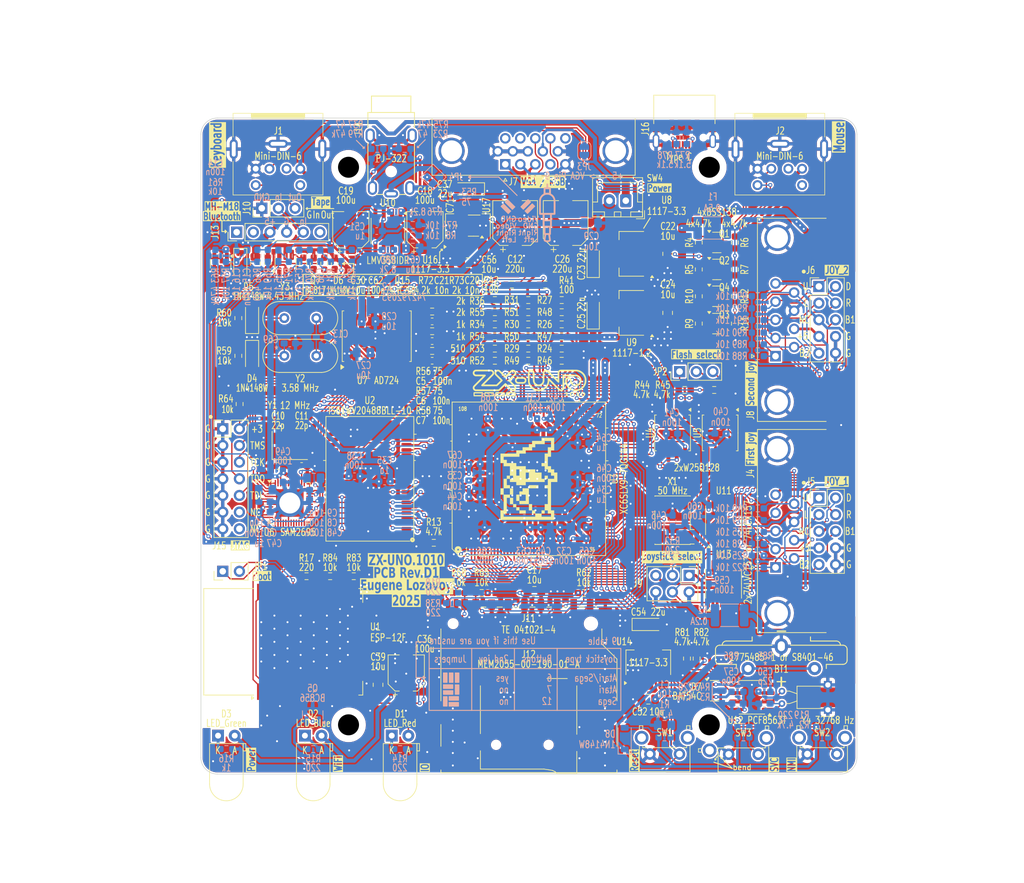
<source format=kicad_pcb>
(kicad_pcb (version 20240108) (generator "pcbnew") (generator_version "8.0")
  (title_block (title "ZXUNO.1010") (date "2025-03-30") (rev "D1") (company "Eugene Lozovoy") (comment 2 "Thickness: 1.6mm") (comment 3 "Layers: 2") (comment 4 "Dimensions: 100x100mm") (comment 5 "Min clearance: 0.2mm") (comment 6 "Min track: 0.2mm") (comment 7 "Min hole: 0.3mm") (comment 8 "Min annular ring: 0.15mm"))
  (layers (0 "F.Cu" signal) (31 "B.Cu" signal) (34 "B.Paste" user) (35 "F.Paste" user) (36 "B.SilkS" user "B.Silkscreen") (37 "F.SilkS" user "F.Silkscreen") (38 "B.Mask" user) (39 "F.Mask" user) (44 "Edge.Cuts" user))
  (net 0 "")
  (net 1 "GND")
  (net 2 "/~{RESET}")
  (net 3 "+5V_FUSE")
  (net 4 "+5V")
  (net 5 "+3V3")
  (net 6 "Net-(U6-VCM)")
  (net 7 "Net-(C12-Pad2)")
  (net 8 "+1V2")
  (net 9 "+5V_JOY")
  (net 10 "Net-(U7-RIN)")
  (net 11 "/SD_MOSI")
  (net 12 "/SD_SCK")
  (net 13 "/SD_MISO")
  (net 14 "Net-(C7-Pad2)")
  (net 15 "Net-(U7-GIN)")
  (net 16 "Net-(U7-BIN)")
  (net 17 "/STDN")
  (net 18 "/R0")
  (net 19 "/R")
  (net 20 "/G")
  (net 21 "/R1")
  (net 22 "/R2")
  (net 23 "/STDNB")
  (net 24 "/B")
  (net 25 "/JOY1_UP")
  (net 26 "/JOY1_DOWN")
  (net 27 "/G0")
  (net 28 "/G1")
  (net 29 "/G2")
  (net 30 "/B0")
  (net 31 "/B1")
  (net 32 "/HS")
  (net 33 "/B2")
  (net 34 "/VSYNC")
  (net 35 "/SD_WP")
  (net 36 "Net-(U6-OUTVC12)")
  (net 37 "/CSYNC")
  (net 38 "/LED")
  (net 39 "/~{NMI}")
  (net 40 "/~{SERVICE}")
  (net 41 "/ESP_CTS")
  (net 42 "/ESP_RX")
  (net 43 "/ESP_TX")
  (net 44 "/CLK")
  (net 45 "/FLASH_MOSI")
  (net 46 "/FLASH_MISO")
  (net 47 "/FLASH_SCK")
  (net 48 "/TAPE_OUT")
  (net 49 "/TAPE_IN")
  (net 50 "Net-(U6-X2)")
  (net 51 "Net-(C14-Pad2)")
  (net 52 "/VS")
  (net 53 "Net-(U6-X1)")
  (net 54 "+3V3_2")
  (net 55 "/SD_DAT1")
  (net 56 "/SD_DAT2")
  (net 57 "Net-(C15-Pad2)")
  (net 58 "Net-(C5-Pad2)")
  (net 59 "Net-(U7-COMP)")
  (net 60 "Net-(U7-FIN)")
  (net 61 "Net-(C6-Pad2)")
  (net 62 "Net-(D6-K)")
  (net 63 "Net-(D1-K)")
  (net 64 "Net-(C18-Pad1)")
  (net 65 "Net-(D2-K)")
  (net 66 "Net-(C19-Pad1)")
  (net 67 "+5V_PAL")
  (net 68 "Net-(D3-K)")
  (net 69 "/JOY_UP")
  (net 70 "/JOY_FIRE1")
  (net 71 "/JOY_DOWN")
  (net 72 "/JOY_LEFT")
  (net 73 "/JOY_RIGHT")
  (net 74 "/JOY_FIRE2")
  (net 75 "/JOY2_UP")
  (net 76 "/JOY2_DOWN")
  (net 77 "/JOY2_LEFT")
  (net 78 "/JOY2_RIGHT")
  (net 79 "/JOY2_FIRE1")
  (net 80 "/JOY2_FIRE2")
  (net 81 "/EAR")
  (net 82 "/XA13")
  (net 83 "/XA12")
  (net 84 "/XA11")
  (net 85 "/XA10")
  (net 86 "/XA19")
  (net 87 "/XA14")
  (net 88 "/XA9")
  (net 89 "/XA8")
  (net 90 "/XD4")
  (net 91 "/XA7")
  (net 92 "/XD5")
  (net 93 "/XA6")
  (net 94 "/XD6")
  (net 95 "/XA5")
  (net 96 "/~{WR}")
  (net 97 "/XD3")
  (net 98 "/XD2")
  (net 99 "/XD7")
  (net 100 "/XD1")
  (net 101 "/XA15")
  (net 102 "/XD0")
  (net 103 "/XA4")
  (net 104 "/XA3")
  (net 105 "/XA2")
  (net 106 "/XA16")
  (net 107 "/XA1")
  (net 108 "/XA17")
  (net 109 "/XA0")
  (net 110 "/XA18")
  (net 111 "/XA20")
  (net 112 "/~{OE}")
  (net 113 "Net-(D5-A)")
  (net 114 "Net-(Q2-D)")
  (net 115 "/MIC")
  (net 116 "Net-(Q1-D)")
  (net 117 "Net-(Q4-D)")
  (net 118 "Net-(Q3-D)")
  (net 119 "/TDO")
  (net 120 "/TMS")
  (net 121 "/TCK")
  (net 122 "/TDI")
  (net 123 "Net-(JP3-A)")
  (net 124 "/MIDI_R")
  (net 125 "/MIDI_L")
  (net 126 "/~{SD_CS}")
  (net 127 "/~{SD_CD}")
  (net 128 "/~{FLASH_CS0}")
  (net 129 "/~{FLASH_CS}")
  (net 130 "/~{FLASH_CS1}")
  (net 131 "/~{FLASH_HOLD}")
  (net 132 "/~{FLASH_WP}")
  (net 136 "/PS2K_DATA")
  (net 137 "/PS2K_CLK")
  (net 138 "/PS2M_DATA")
  (net 139 "/PS2M_CLK")
  (net 142 "Net-(JP1-B)")
  (net 143 "Net-(Q5-E)")
  (net 144 "Net-(Q7-B)")
  (net 145 "Net-(U3-IO_L49P_3)")
  (net 146 "Net-(U3-IO_L44N_GCLK20_3)")
  (net 147 "Net-(U3-IO_L44P_GCLK21_3)")
  (net 148 "/JOY1_LEFT")
  (net 149 "/JOY1_RIGHT")
  (net 158 "/JOY1_FIRE1")
  (net 159 "/JOY1_FIRE2")
  (net 160 "Net-(U3-IO_L62P_D5_2)")
  (net 163 "Net-(U3-IO_L30P_GCLK1_D13_2)")
  (net 219 "Net-(D4-A)")
  (net 220 "+BATT")
  (net 221 "Net-(U12-OSCI)")
  (net 222 "Net-(U10A-+)")
  (net 223 "/AOUT_R")
  (net 224 "Net-(C53-Pad2)")
  (net 225 "/AOUT_L")
  (net 226 "Net-(C55-Pad2)")
  (net 227 "/VRTC")
  (net 228 "Net-(U10A--)")
  (net 229 "Net-(U10B--)")
  (net 230 "Net-(U12-~{INT})")
  (net 231 "Net-(U1-GPIO15)")
  (net 232 "Net-(U1-GPIO2)")
  (net 233 "Net-(U12-OSCO)")
  (net 235 "/I2C_SCL")
  (net 236 "/I2C_SDA")
  (net 243 "Net-(C2-Pad1)")
  (net 244 "Net-(C2-Pad2)")
  (net 245 "Net-(C20-Pad1)")
  (net 246 "Net-(C58-Pad2)")
  (net 247 "/CVBS")
  (net 248 "/MIDI_DATA")
  (net 249 "Net-(R72-Pad1)")
  (net 250 "Net-(R73-Pad1)")
  (net 251 "+3V3A")
  (net 252 "/JOY12_PIN5")
  (net 253 "/JOY12_PIN7")
  (net 254 "/JOY_SPLITTER")
  (net 255 "Net-(U3-IO_L65P_INIT_B_2)")
  (net 256 "/JOY_SEL_F3")
  (net 257 "Net-(C18-Pad2)")
  (net 258 "Net-(C19-Pad2)")
  (net 259 "/DAC_RIGHT")
  (net 260 "/DAC_LEFT")
  (net 261 "Net-(U17-BP)")
  (net 262 "Net-(J14-PadR2)")
  (net 263 "Net-(JP4-A)")
  (net 264 "Net-(J16-CC1)")
  (net 266 "Net-(SW4-Pin_1)")
  (net 268 "Net-(J16-CC2)")
  (footprint "Capacitor_SMD:CP_Elec_5x5.9" (layer "F.Cu") (at 130.5 132.2 90)
    (property "Reference" "C36")
    (property "Value" "100u")
  )
  (footprint "Resistor_SMD:R_0603_1608Metric_Pad0.98x0.95mm_HandSolder" (layer "F.Cu") (at 180.6 70.68101 90)
    (property "Reference" "R7")
    (property "Value" "4.7k")
  )
  (footprint "my:MountingHole_3.2mm_M3_dk5.2mm_Mask" (layer "F.Cu") (at 176.7 55.1)
    (property "Reference" "H2" (hide yes))
    (property "Value" "Screw M3 dk=5mm L=4mm" (hide yes))
  )
  (footprint "Resistor_SMD:R_0603_1608Metric_Pad0.98x0.95mm_HandSolder" (layer "F.Cu") (at 175.1 78.93101 90)
    (property "Reference" "R9")
    (property "Value" "4.7k")
  )
  (footprint "Package_TO_SOT_SMD:SOT-223-3_TabPin2" (layer "F.Cu") (at 167.4 130.6 90)
    (property "Reference" "U14")
    (property "Value" "1117-3.3")
  )
  (footprint "Resistor_SMD:R_0603_1608Metric_Pad0.98x0.95mm_HandSolder" (layer "F.Cu") (at 105.1 91.2 90)
    (property "Reference" "R64")
    (property "Value" "10k")
  )
  (footprint "Connector_Dsub:DSUB-9_Male_Horizontal_P2.77x2.84mm_EdgePinOffset4.94mm_Housed_MountingHolesOffset7.48mm" (layer "F.Cu") (at 186.794669 83.9 90)
    (property "Reference" "J8")
    (property "Value" "DB9-M")
  )
  (footprint "my:Oscillator_SMD_7050_7.0x5.0mm" (layer "F.Cu") (at 171.1 108.9 90)
    (property "Reference" "X1")
    (property "Value" "50 MHz")
  )
  (footprint "Diode_SMD:D_SOD-123" (layer "F.Cu") (at 107 83.85 -90)
    (property "Reference" "D4")
    (property "Value" "1N4148W")
  )
  (footprint "Capacitor_SMD:C_0805_2012Metric_Pad1.18x1.45mm_HandSolder" (layer "F.Cu") (at 107.5 69.8 90)
    (property "Reference" "C30")
    (property "Value" "10u")
  )
  (footprint "Capacitor_SMD:C_0603_1608Metric_Pad1.08x0.95mm_HandSolder" (layer "F.Cu") (at 114.55 100.6425 180)
    (property "Reference" "C11")
    (property "Value" "22p")
  )
  (footprint "Connector_Dsub:DSUB-15-HD_Female_Horizontal_P2.29x1.98mm_EdgePinOffset3.03mm_Housed_MountingHolesOffset4.94mm" (layer "F.Cu") (at 145.6 54.650331 180)
    (property "Reference" "J7")
    (property "Value" "DB15_Female_HighDensity_MountingHoles")
  )
  (footprint "Package_TO_SOT_SMD:SOT-223-3_TabPin2" (layer "F.Cu") (at 139.9 64.1 90)
    (property "Reference" "U16")
    (property "Value" "1117-3.3")
  )
  (footprint "Package_TO_SOT_SMD:SOT-23" (layer "F.Cu") (at 177.85 78.93101)
    (property "Reference" "Q3")
    (property "Value" "BSS138")
  )
  (footprint "Resistor_SMD:R_0603_1608Metric_Pad0.98x0.95mm_HandSolder" (layer "F.Cu") (at 134.7 112.35 180)
    (property "Reference" "R13")
    (property "Value" "4.7k")
  )
  (footprint "Resistor_SMD:R_0603_1608Metric_Pad0.98x0.95mm_HandSolder" (layer "F.Cu") (at 175.1 74.76851 90)
    (property "Reference" "R10")
    (property "Value" "4.7k")
  )
  (footprint "my:g738-g706" (layer "F.Cu") (at 149.2 97.6)
    (property "Reference" "N1" (hide yes))
    (property "Value" "G738 or G706" (hide yes))
  )
  (footprint "Capacitor_Tantalum_SMD:CP_EIA-3216-18_Kemet-A_Pad1.58x1.35mm_HandSolder" (layer "F.Cu") (at 139.95 58.4 180)
    (property "Reference" "C37")
    (property "Value" "22u")
  )
  (footprint "Resistor_SMD:R_0603_1608Metric_Pad0.98x0.95mm_HandSolder" (layer "F.Cu") (at 177.45 89.05)
    (property "Reference" "R45")
    (property "Value" "4.7k")
  )
  (footprint "Diode_SMD:D_SOD-123" (layer "F.Cu") (at 105.2 69.8225 -90)
    (property "Reference" "D6")
    (property "Value" "1N4148W")
  )
  (footprint "LED_THT:LED_D5.0mm_Horizontal_O1.27mm_Z3.0mm" (layer "F.Cu") (at 128.2875 141.75)
    (property "Reference" "D1")
    (property "Value" "LED_Red")
  )
  (footprint "Resistor_SMD:R_0603_1608Metric_Pad0.98x0.95mm_HandSolder" (layer "F.Cu") (at 154.2 79.05 180)
    (property "Reference" "R26")
    (property "Value" "1k")
  )
  (footprint "Capacitor_SMD:C_0603_1608Metric_Pad1.08x0.95mm_HandSolder" (layer "F.Cu") (at 119.6 69.8 90)
    (property "Reference" "C20")
    (property "Value" "10n")
  )
  (footprint "Package_TO_SOT_SMD:SOT-23" (layer "F.Cu") (at 177.85 66.56851)
    (property "Reference" "Q1")
    (property "Value" "BSS138")
  )
  (footprint "Resistor_SMD:R_0603_1608Metric_Pad0.98x0.95mm_HandSolder" (layer "F.Cu") (at 144.0125 75.35 180)
    (property "Reference" "R36")
    (property "Value" "2k")
  )
  (footprint "Resistor_SMD:R_0603_1608Metric_Pad0.98x0.95mm_HandSolder" (layer "F.Cu") (at 118 69.8 -90)
    (property "Reference" "R73")
    (property "Value" "2k")
  )
  (footprint "Resistor_SMD:R_0603_1608Metric_Pad0.98x0.95mm_HandSolder" (layer "F.Cu") (at 138.5 120)
    (property "Reference" "R68")
    (property "Value" "10k")
  )
  (footprint "Resistor_SMD:R_0603_1608Metric_Pad0.98x0.95mm_HandSolder" (layer "F.Cu") (at 149.1 75.35 180)
    (property "Reference" "R31")
    (property "Value" "2k")
  )
  (footprint "LED_THT:LED_D5.0mm_Horizontal_O1.27mm_Z3.0mm" (layer "F.Cu") (at 115.05 141.75)
    (property "Reference" "D2")
    (property "Value" "LED_Blue")
  )
  (footprint "Resistor_SMD:R_0603_1608Metric_Pad0.98x0.95mm_HandSolder" (layer "F.Cu") (at 149.1 84.6 180)
    (property "Reference" "R49")
    (property "Value" "510")
  )
  (footprint "my:SOIC-8_5.23x5.23mm_P1.27mm-LONG" (layer "F.Cu") (at 171.1 95.6 -90)
    (property "Reference" "U4")
    (property "Value" "W25Q128")
  )
  (footprint "Package_TO_SOT_SMD:SOT-223-3_TabPin2" (layer "F.Cu") (at 164.85 68.3 180)
    (property "Reference" "U8")
    (property "Value" "1117-3.3")
  )
  (footprint "Resistor_SMD:R_0603_1608Metric_Pad0.98x0.95mm_HandSolder" (layer "F.Cu") (at 154.2 82.75 180)
    (property "Reference" "R24")
    (property "Value" "510")
  )
  (footprint "my:MountingHole_3.2mm_M3_dk5.2mm_Mask" (layer "F.Cu") (at 121.7 55.1)
    (property "Reference" "H4" (hide yes))
    (property "Value" "Screw M3 dk=5mm L=4mm" (hide yes))
  )
  (footprint "my:PJ-322" (layer "F.Cu") (at 128.2 52.35)
    (property "Reference" "J14")
    (property "Value" "PJ-322")
  )
  (footprint "Resistor_SMD:R_0603_1608Metric_Pad0.98x0.95mm_HandSolder" (layer "F.Cu") (at 144.0125 80.9 180)
    (property "Reference" "R54")
    (property "Value" "1k")
  )
  (footprint "Capacitor_Tantalum_SMD:CP_EIA-3216-18_Kemet-A_Pad1.58x1.35mm_HandSolder" (layer "F.Cu") (at 159 69.42 90)
    (property "Reference" "C23")
    (property "Value" "22u")
  )
  (footprint "Capacitor_SMD:CP_Elec_5x5.9" (layer "F.Cu") (at 133.35 64.625 90)
    (property "Reference" "C18")
    (property "Value" "100u")
  )
  (footprint "Capacitor_SMD:C_0805_2012Metric_Pad1.18x1.45mm_HandSolder" (layer "F.Cu") (at 126.2 134 -90)
    (property "Reference" "C39")
    (property "Value" "10u")
  )
  (footprint "PCM_Package_SO_AKL:TSOP-II-44_10.16x18.41mm_P0.8mm" (layer "F.Cu") (at 124.95 102.6 180)
    (property "Reference" "U2")
    (property "Value" "IS61WV20488BLL-10")
  )
  (footprint "Crystal:Crystal_HC49-4H_Vertical" (layer "F.Cu") (at 116.79 78.1 180)
    (property "Reference" "Y3")
    (property "Value" "4.43 MHz")
  )
  (footprint "Crystal:Crystal_SMD_SeikoEpson_TSX3225-4Pin_3.2x2.5mm_HandSoldering" (layer "F.Cu") (at 112.75 97.5125)
    (property "Reference" "Y1")
    (property "Value" "12 MHz")
  )
  (footprint "RF_Module:ESP-12E" (layer "F.Cu") (at 111.75 127.45 90)
    (property "Reference" "U1")
    (property "Value" "ESP-12F")
  )
  (footprint "Package_TO_SOT_SMD:SOT-223-3_TabPin2" (layer "F.Cu") (at 164.85 77.3 180)
    (property "Reference" "U9")
    (property "Value" "1117-1.2")
  )
  (footprint "Resistor_SMD:R_0603_1608Metric_Pad0.98x0.95mm_HandSolder" (layer "F.Cu") (at 149.1 77.2 180)
    (property "Reference" "R51")
    (property "Value" "2k")
  )
  (footprint "my:MountingHole_3.2mm_M3_dk5.2mm_Mask" (layer "F.Cu") (at 176.7 140.1)
    (property "Reference" "H1" (hide yes))
    (property "Value" "Screw M3 dk=5mm L=4mm" (hide yes))
  )
  (footprint "Resistor_SMD:R_0603_1608Metric_Pad0.98x0.95mm_HandSolder" (layer "F.Cu") (at 149.1 82.75 180)
    (property "Reference" "R29")
    (property "Value" "510")
  )
  (footprint "Resistor_SMD:R_0603_1608Metric_Pad0.98x0.95mm_HandSolder" (layer "F.Cu") (at 144.0125 84.6 180)
    (property "Reference" "R52")
    (property "Value" "510")
  )
  (footprint "Capacitor_SMD:C_0603_1608Metric_Pad1.08x0.95mm_HandSolder" (layer "F.Cu") (at 137.7 64 90)
    (property "Reference" "C71")
    (property "Value" "10n")
  )
  (footprint "Connector_PinHeader_2.54mm:PinHeader_2x03_P2.54mm_Vertical" (layer "F.Cu") (at 173.625 117.325 -90)
    (property "Reference" "J9")
    (property "Value" "Conn_02x03_Odd_Even")
  )
  (footprint "my:QFN-48-1EP_6x6mm_P0.4mm_EP4.2x4.2mm" (layer "F.Cu") (at 112.75 106.2825)
    (property "Reference" "U6")
    (property "Value" "SAM2695")
  )
  (footprint "Package_TO_SOT_SMD:SOT-23" (layer "F.Cu") (at 177.85 74.76851)
    (property "Reference" "Q4")
    (property "Value" "BSS138")
  )
  (footprint "my:minidin-6" (layer "F.Cu") (at 187.45 53.1)
    (property "Reference" "J2")
    (property "Value" "Mini-DIN-6")
  )
  (footprint "Resistor_SMD:R_0603_1608Metric_Pad0.98x0.95mm_HandSolder" (layer "F.Cu") (at 175.1 70.68101 90)
    (property "Reference" "R5")
    (property "Value" "4.7k")
  )
  (footprint "Resistor_SMD:R_0603_1608Metric_Pad0.98x0.95mm_HandSolder" (layer "F.Cu") (at 104.9 83.85 -90)
    (property "Reference" "R59")
    (property "Value" "10k")
  )
  (footprint "Capacitor_SMD:C_0805_2012Metric_Pad1.18x1.45mm_HandSolder" (layer "F.Cu") (at 150.0375 119.75 180)
    (property "Reference" "C17")
    (property "Value" "10u")
  )
  (footprint "Resistor_SMD:R_0603_1608Metric_Pad0.98x0.95mm_HandSolder" (layer "F.Cu") (at 134.45 80.1)
    (property "Reference" "R57")
    (property "Value" "75")
  )
  (footprint "Resistor_SMD:R_0603_1608Metric_Pad0.98x0.95mm_HandSolder" (layer "F.Cu") (at 144.0125 82.75 180)
    (property "Reference" "R33")
    (property "Value" "510")
  )
  (footprint "Connector_PinHeader_2.54mm:PinHeader_2x05_P2.54mm_Vertical" (layer "F.Cu") (at 193.415331 105.515)
    (property "Reference" "J5")
    (property "Value" "Conn_02x05_Odd_Even")
  )
  (footprint "Resistor_SMD:R_0603_1608Metric_Pad0.98x0.95mm_HandSolder" (layer "F.Cu") (at 146.6 73)
    (property "Reference" "R42")
    (property "Value" "100")
  )
  (footprint "Capacitor_SMD:C_0805_2012Metric_Pad1.18x1.45mm_HandSolder" (layer "F.Cu") (at 167.4 136.2)
    (property "Reference" "C52")
    (property "Value" "10u")
  )
  (footprint "Resistor_SMD:R_0603_1608Metric_Pad0.98x0.95mm_HandSolder" (layer "F.Cu") (at 134.45 77.1)
    (property "Reference" "R56")
    (property "Value" "75")
  )
  (footprint "Button_Switch_THT:SW_Tactile_SPST_Angled_PTS645Vx58-2LFS" (layer "F.Cu") (at 184.15 144.59 180)
    (property "Reference" "SW3")
    (property "Value" "Push angle button, 6x6x7mm or 6x6x8mm")
  )
  (footprint "Capacitor_SMD:CP_Elec_6.3x7.7" (layer "F.Cu") (at 147.1 63.6 90)
    (property "Reference" "C12")
    (property "Value" "220u")
  )
  (footprint "Package_TO_SOT_SMD:SOT-23-6_Handsoldering" (layer "F.Cu") (at 112.1 69.8 90)
    (property "Reference" "U15")
    (property "Value" "SN74LVC2G04DBVR")
  )
  (footprint "Capacitor_SMD:C_0805_2012Metric_Pad1.18x1.45mm_HandSolder" (layer "F.Cu") (at 139.9 69.65)
    (property "Reference" "C56")
    (property "Value" "10u")
  )
  (footprint "Resistor_SMD:R_0603_1608Metric_Pad0.98x0.95mm_HandSolder" (layer "F.Cu") (at 122.5 117.45)
    (property "Reference" "R83")
    (property "Value" "10k")
  )
  (footprint "Package_TO_SOT_SMD:SOT-23" (layer "F.Cu") (at 177.5 134.9)
    (property "Reference" "D7")
    (property "Value" "BAT54C")
  )
  (footprint "Resistor_SMD:R_0603_1608Metric_Pad0.98x0.95mm_HandSolder" (layer "F.Cu") (at 134.45 83.1)
    (property "Reference" "R58")
    (property "Value" "75")
  )
  (footprint "Button_Switch_THT:SW_Tactile_SPST_Angled_PTS645Vx58-2LFS" (layer "F.Cu") (at 172.15 144.5525 180)
    (property "Reference" "SW1")
    (property "Value" "Push angle button, 6x6x7mm or 6x6x8mm" (hide yes))
  )
  (footprint "Package_TO_SOT_SMD:SOT-23" (layer "F.Cu") (at 177.85 70.68101)
    (property "Reference" "Q2")
    (property "Value" "BSS138")
  )
  (footprint "Capacitor_SMD:CP_Elec_5x5.9" (layer "F.Cu") (at 122.05 64.625 90)
    (property "Reference" "C19")
    (property "Value" "100u")
  )
  (footprint "Resistor_SMD:R_0603_1608Metric_Pad0.98x0.95mm_HandSolder" (layer "F.Cu") (at 142 120 180)
    (property "Reference" "R65")
    (property "Value" "10k")
  )
  (footprint "Resistor_SMD:R_0603_1608Metric_Pad0.98x0.95mm_HandSolder" (layer "F.Cu") (at 144.0125 79.05 180)
    (property "Reference" "R34")
    (property "Value" "1k")
  )
  (footprint "Connector_PinHeader_2.54mm:PinHeader_1x03_P2.54mm_Vertical" (layer "F.Cu") (at 108.475 61.35 90)
    (property "Reference" "J10")
    (property "Value" "PJ-392")
  )
  (footprint "Package_SO:TSSOP-16_4.4x5mm_P0.65mm" (layer "F.Cu") (at 178.875 118.6 90)
    (property "Reference" "U13")
    (property "Value" "74LVC157 or 74LCX157")
  )
  (footprint "Crystal:Crystal_C38-LF_D3.0mm_L8.0mm_Horizontal_1EP_style2" (layer "F.Cu") (at 187.775 136.865 90)
    (property "Reference" "Y4")
    (property "Value" "32768 Hz")
  )
  (footprint "PCM_Package_QFP_AKL:LQFP-144_20x20mm_P0.5mm" (layer "F.Cu") (at 149.2 102.6 90)
    (property "Reference" "U3")
    (property "Value" "XC6SLX9-TQG144")
  )
  (footprint "Capacitor_SMD:C_0603_1608Metric_Pad1.08x0.95mm_HandSolder" (layer "F.Cu") (at 134.45 81.6)
    (property "Reference" "C6")
    (property "Value" "100n")
  )
  (footprint "mygraphic:black-mage-12.5x8.6" (layer "F.Cu") (at 149.2 102.6)
    (property "Reference" "LOGO2" (hide yes))
    (property "Value" "graphic" (hide yes))
  )
  (footprint "Resistor_SMD:R_0603_1608Metric_Pad0.98x0.95mm_HandSolder" (layer "F.Cu") (at 104.9 78.1 90)
    (property "Reference" "R60")
    (property "Value" "10k")
  )
  (footprint "Resistor_SMD:R_0603_1608Metric_Pad0.98x0.95mm_HandSolder" (layer "F.Cu") (at 149.1 80.9 180)
    (property "Reference" "R50")
    (property "Value" "1k")
  )
  (footprint "Resistor_SMD:R_0603_1608Metric_Pad0.98x0.95mm_HandSolder" (layer "F.Cu") (at 157.5875 120)
    (property "Reference" "R62")
    (property "Value" "10k")
  )
  (footprint "Resistor_SMD:R_0603_1608Metric_Pad0.98x0.95mm_HandSolder" (layer "F.Cu") (at 154.2 84.6 180)
    (property "Reference" "R46")
    (property "Value" "510")
  )
  (footprint "Resistor_SMD:R_0603_1608Metric_Pad0.98x0.95mm_HandSolder" (layer "F.Cu") (at 149.1 79.05 180)
    (property "Reference" "R30")
    (property "Value" "1k")
  )
  (footprint "Package_SO:SOIC-8_3.9x4.9mm_P1.27mm" (layer "F.Cu") (at 127.7 64.825 -90)
    (property "Reference" "U10")
    (property "Value" "LMV358IDR")
  )
  (footprint "Resistor_SMD:R_0603_1608Metric_Pad0.98x0.95mm_HandSolder" (layer "F.Cu") (at 154.2 80.9 180)
    (property "Reference" "R47")
    (property "Value" "1k")
  )
  (footprint "Resistor_SMD:R_0603_1608Metric_Pad0.98x0.95mm_HandSolder" (layer "F.Cu") (at 144.0125 77.2 180)
    (property "Reference" "R55")
    (property "Value" "2k")
  )
  (footprint "Crystal:Crystal_HC49-4H_Vertical" (layer "F.Cu") (at 116.79 83.85 180)
    (property "Reference" "Y2")
    (property "Value" "3.58 MHz")
  )
  (footprint "Resistor_SMD:R_0603_1608Metric_Pad0.98x0.95mm_HandSolder" (layer "F.Cu") (at 175.1 66.56851 90)
    (property "Reference" "R4")
    (property "Value" "4.7k")
  )
  (footprint "my:USB_C_Receptacle_HRO_TYPE-C-31-M-12_dangling" (layer "F.Cu") (at 172.9 48.0125 180)
    (property "Reference" "J16")
    (property "Value" "USB Type C")
  )
  (footprint "Resistor_SMD:R_0603_1608Metric_Pad0.98x0.95mm_HandSolder" (layer "F.Cu") (at 180.6 74.76851 90)
    (property "Reference" "R12")
    (property "Value" "4.7k")
  )
  (footprint "Resistor_SMD:R_0603_1608Metric_Pad0.98x0.95mm_HandSolder" (layer "F.Cu") (at 173.3 130 -90)
    (property "Reference" "R81")
    (property "Value" "4.7k")
  )
  (footprint "Resistor_SMD:R_0603_1608Metric_Pad0.98x0.95mm_HandSolder" (layer "F.Cu") (at 114.8 69.8 -90)
    (property "Reference" "R72")
    (property "Value" "2k")
  )
  (footprint "my:minidin-6" (layer "F.Cu") (at 110.95 53.1)
    (property "Reference" "J1")
    (property "Value" "Mini-DIN-6")
  )
  (footprint "Package_TO_SOT_SMD:SOT-23" (layer "F.Cu") (at 102.2 69.8 -90)
    (property "Reference" "Q7")
    (property "Value" "BC817")
  )
  (footprint "Connector_Dsub:DSUB-9_Male_Horizontal_P2.77x2.84mm_EdgePinOffset4.94mm_Housed_MountingHolesOffset7.48mm" (layer "F.Cu") (at 186.8 116.1 90)
    (property "Reference" "J4")
    (property "Value" "DB9-M")
  )
  (footprint "my:SD_TE_2041021-mod" (layer "F.Cu") (at 149.15 133.85)
    (property "Reference" "J11")
    (property "Value" "TE 041021-4")
  )
  (footprint "Package_TO_SOT_SMD:SOT-23-5_HandSoldering" (layer "F.Cu") (at 140.85 64 180)
    (property "Reference" "U17")
    (property "Value" "TPS7A2033PDBVR")
  )
  (footprint "Capacitor_Tantalum_SMD:CP_EIA-3216-18_Kemet-A_Pad1.58x1.35mm_HandSolder" (layer "F.Cu") (at 159 77.28 90)
    (property "Reference" "C25")
    (property "Value" "22u")
  )
  (footprint "Capacitor_SMD:CP_Elec_6.3x7.7" (layer "F.Cu") (at 154.8 63.6 90)
    (property "Reference" "C26")
    (property "Value" "220u")
  )
  (footprint "my:SOIC-8_5.23x5.23mm_P1.27mm-LONG" (layer "F.Cu") (at 178.35 95.6 -90)
    (property "Reference" "U5")
    (property "Value" "W25Q128")
  )
  (footprint "Capacitor_SMD:C_0603_1608Metric_Pad1.08x0.95mm_HandSolder" (layer "F.Cu") (at 110.95 100.6425)
    (property "Reference" "C10")
    (property "Value" "22p")
  )
  (footprint "Resistor_SMD:R_0603_1608Metric_Pad0.98x0.95mm_HandSolder" (layer "F.Cu") (at 154.2 77.2 180)
    (property "Reference" "R48")
    (property "Value" "2k")
  )
  (footprint "Connector_PinHeader_2.54mm:PinHeader_2x07_P2.54mm_Vertical" (layer "F.Cu") (at 102.525 94.975)
    (property "Reference" "J15")
    (property "Value" "Conn_02x07_Odd_Even")
  )
  (footprint "Package_SO:SOIC-8_3.9x4.9mm_P1.27mm" (layer "F.Cu") (at 183.2 135.9 180)
    (property "Reference" "U12")
    (property "Value" "PCF8563T")
  )
  (footprint "Capacitor_SMD:C_0603_1608Metric_Pad1.08x0.95mm_HandSolder" (layer "F.Cu") (at 134.45 78.6)
    (property "Reference" "C5")
    (property "Value" "100n")
  )
  (footprint "mygraphic:zxuno_17x4.4" (layer "F.Cu") (at 149.05 88)
    (property "Reference" "LOGO1" (hide yes))
    (property "Value" "graphic" (hide yes))
  )
  (footprint "Resistor_SMD:R_0603_1608Metric_Pad0.98x0.95mm_HandSolder" (layer "F.Cu") (at 174.77 130 -90)
    (property "Reference" "R82")
    (property "Value" "4.7k")
  )
  (footprint "my:MountingHole_3.2mm_M3_dk5.2mm_Mask" (layer "F.Cu") (at 121.7 140.1)
    (property "Reference" "H3" (hide yes))
    (property "Value" "Screw M3 dk=5mm L=4mm" (hide yes))
  )
  (footprint "Capacitor_SMD:C_0603_1608Metric_Pad1.08x0.95mm_HandSolder" (layer "F.Cu") (at 134.45 84.6)
    (property "Reference" "C7")
    (property "Value" "100n")
  )
  (footprint "Button_Switch_THT:SW_Tactile_SPST_Angled_PTS645Vx58-2LFS" (layer "F.Cu") (at 196.15 144.5525 180)
    (property "Reference" "SW2")
    (property "Value" "Push angle button, 6x6x7mm or 6x6x8mm" (hide yes))
  )
  (footprint "Package_SO:TSSOP-16_4.4x5mm_P0.65mm" (layer "F.Cu") (at 178.875 108.9125 90)
    (property "Reference" "U11")
    (property "Value" "74LVC157 or 74LCX157" (hide yes))
  )
  (footprint "Capacitor_SMD:C_0805_2012Metric_Pad1.18x1.45mm_HandSolder" (layer "F.Cu") (at 170.35 68.3 90)
    (property "Reference" "C22")
    (property "Value" "10u")
  )
  (footprint "LED_THT:LED_D5.0mm_Horizontal_O1.27mm_Z3.0mm" (layer "F.Cu") (at 101.81 141.75)
    (property "Reference" "D3")
    (property "Value" "LED_Green")
  )
  (footprint "Resistor_SMD:R_0603_1608Metric_Pad0.98x0.95mm_HandSolder" (layer "F.Cu") (at 180.6 78.93101 90)
    (property "Reference" "R11")
    (property "Value" "4.7k")
  )
  (footprint "Connector_PinHeader_2.54mm:PinHeader_1x02_P2.54mm_Vertical" (layer "F.Cu") (at 102.525 116.7 90)
    (property "Reference" "JP1")
    (property "Value" "Jumper")
  )
  (footprint "Resistor_SMD:R_0603_1608Metric_Pad0.98x0.95mm_HandSolder" (layer "F.Cu") (at 115.3 117.45)
    (property "Reference" "R17")
    (property "Value" "220")
  )
  (footprint "my:GCT-MEM2055-00-190-01-A" (layer "F.Cu") (at 149.15 131.85 180)
    (property "Reference" "J12")
    (property "Value" "MEM2055-00-190-01-A")
  )
  (footprint "Resistor_SMD:R_0603_1608Metric_Pad0.98x0.95mm_HandSolder" (layer "F.Cu") (at 151.7 73)
    (property "Reference" "R41")
    (property "Value" "100")
  )
  (footprint "Capacitor_Tantalum_SMD:CP_EIA-3216-18_Kemet-A_Pad1.58x1.35mm_HandSolder" (layer "F.Cu") (at 167.42 124.8)
    (property "Reference" "C54")
    (property "Value" "22u")
  )
  (footprint "Capacitor_SMD:C_0603_1608Metric_Pad1.08x0.95mm_HandSolder" (layer "F.Cu") (at 109.4 69.8 90)
    (property "Reference" "C62")
    (property "Value" "100n")
  )
  (footprint "my:CR2032V" (layer "F.Cu") (at 182.6 131.5198)
    (property "Reference" "BT1")
    (property "Value" "1775485-1 or S8401-46")
  )
  (footprint "Connector_JST:JST_XH_B2B-XH-A_1x02_P2.50mm_Vertical" (layer "F.Cu") (at 163.97 60.2 180)
    (property "Reference" "SW4")
    (property "Value" "B2B-XH-A")
  )
  (footprint "Connector_PinHeader_2.54mm:PinHeader_1x03_P2.54mm_Vertical" (layer "F.Cu") (at 172.175 86.25 90)
    (property "Reference" "JP2")
    (property "Value" "Jumper")
  )
  (footprint "Connector_PinHeader_2.54mm:PinHeader_2x05_P2.54mm_Vertical" (layer "F.Cu") (at 193.405331 73.275)
    (property "Reference" "J6")
    (property "Value" "Conn_02x05_Odd_Even")
  )
  (footprint "Resistor_SMD:R_0603_1608Metric_Pad0.98x0.95mm_HandSolder" (layer "F.Cu") (at 118.9 117.45)
    (property "Reference" "R84")
    (property "Value" "10k")
  )
  (footprint "Diode_SMD:D_SOD-123" (layer "F.Cu") (at 107 78.1 90)
    (property "Reference" "D5")
    (property "Value" "1N4148W")
  )
  (footprint "Capacitor_SMD:C_0603_1608Metric_Pad1.08x0.95mm_HandSolder" (layer "F.Cu") (at 116.4 69.8 90)
    (property "Reference" "C21")
    (property "Value" "10n")
  )
  (footprint "Package_SO:SOIC-16W_7.5x10.3mm_P1.27mm" (layer "F.Cu") (at 126 80.85 90)
    (property "Reference" "U7")
    (property "Value" "AD724")
  )
  (footprint "Resistor_SMD:R_0603_1608Metric_Pad0.98x0.95mm_HandSolder" (layer "F.Cu") (at 172.95 89.05 180)
    (property "Reference" "R44")
    (property "Value" "4.7k")
  )
  (footprint "Connector_PinHeader_2.54mm:PinHeader_1x06_P2.54mm_Vertical" (layer "F.Cu") (at 104.65 65 90)
    (property "Reference" "J13")
    (property "Value" "MH-M18")
  )
  (footprint "Resistor_SMD:R_0603_1608Metric_Pad0.98x0.95mm_HandSolder" (layer "F.Cu") (at 154.2 75.35 180)
    (property "Reference" "R27")
    (property "Value" "2k")
  )
  (footprint "Capacitor_SMD:C_0805_2012Metric_Pad1.18x1.45mm_HandSolder" (layer "F.Cu") (at 170.35 77.3 90)
    (property "Reference" "C24")
    (property "Value" "10u")
  )
  (footprint "Resistor_SMD:R_0603_1608Metric_Pad0.98x0.95mm_HandSolder" (layer "F.Cu") (at 180.6 66.56851 90)
    (property "Reference" "R6")
    (property "Value" "4.7k")
  )
  (footprint "Resistor_SMD:R_0603_1608Metric_Pad0.98x0.95mm_HandSolder" (layer "B.Cu") (at 130.259067 52.3)
    (property "Reference" "R75")
    (property "Value" "47k")
  )
  (footprint "Resistor_SMD:R_0603_1608Metric_Pad0.98x0.95mm_HandSolder" (layer "B.Cu") (at 126.0875 52.3 180)
    (property "Reference" "R37")
    (property "Value" "47")
  )
  (footprint "Capacitor_SMD:C_0603_1608Metric_Pad1.08x0.95mm_HandSolder" (layer "B.Cu") (at 108.9 106.0925 180)
    (property "Reference" "C3")
    (property "Value" "100n")
  )
  (footprint "Capacitor_SMD:C_0603_1608Metric_Pad1.08x0.95mm_HandSolder" (layer "B.Cu") (at 106.2 68.6 -90)
    (property "Reference" "C15")
    (property "Value" "100n")
  )
  (footprint "Resistor_SMD:R_0603_1608Metric_Pad0.98x0.95mm_HandSolder" (layer "B.Cu") (at 101.4 68.6 -90)
    (property "Reference" "R63")
    (property "Value" "470k")
  )
  (footprint "Capacitor_SMD:C_0603_1608Metric_Pad1.08x0.95mm_HandSolder" (layer "B.Cu") (at 122.6 102.2 180)
    (property "Reference" "C38")
    (property "Value" "100n")
  )
  (footprint "Resistor_SMD:R_0603_1608Metric_Pad0.98x0.95mm_HandSolder" (layer "B.Cu") (at 184.1 107.1)
    (property "Reference" "R40")
    (property "Value" "10k")
  )
  (footprint "Resistor_SMD:R_0603_1608Metric_Pad0.98x0.95mm_HandSolder" (layer "B.Cu") (at 103 68.6 90)
    (property "Reference" "R67")
    (property "Value" "10k")
  )
  (footprint "Package_TO_SOT_SMD:SOT-23" (layer "B.Cu") (at 116.2375 138.6 90)
    (property "Reference" "Q5")
    (property "Value" "BC856")
  )
  (footprint "Capacitor_SMD:C_0805_2012Metric_Pad1.18x1.45mm_HandSolder" (layer "B.Cu") (at 116.4 102.4925)
    (property "Reference" "C9")
    (property "Value" "10u")
  )
  (footprint "Resistor_SMD:R_0603_1608Metric_Pad0.98x0.95mm_HandSolder" (layer "B.Cu") (at 184.1 116.1)
    (property "Reference" "R22")
    (property "Value" "10k")
  )
  (footprint "Resistor_SMD:R_0603_1608Metric_Pad0.98x0.95mm_HandSolder" (layer "B.Cu") (at 184.1 78.4)
    (property "Reference" "R91")
    (property "Value" "10k")
  )
  (footprint "Resistor_SMD:R_0603_1608Metric_Pad0.98x0.95mm_HandSolder" (layer "B.Cu") (at 173.25 50.65 -90)
    (property "Reference" "R77")
    (property "Value" "5.1k")
  )
  (footprint "Resistor_SMD:R_0603_1608Metric_Pad0.98x0.95mm_HandSolder" (layer "B.Cu") (at 115.8 68.6 -90)
    (property "Reference" "R70")
    (property "Value" "12k")
  )
  (footprint "Resistor_SMD:R_0603_1608Metric_Pad0.98x0.95mm_HandSolder" (layer "B.Cu") (at 119 68.6 90)
    (property "Reference" "R21")
    (property "Value" "10k")
  )
  (footprint "Resistor_SMD:R_0603_1608Metric_Pad0.98x0.95mm_HandSolder" (layer "B.Cu") (at 131.5 65.5 180)
    (property "Reference" "R8")
    (property "Value" "10k")
  )
  (footprint "Capacitor_SMD:C_0603_1608Metric_Pad1.08x0.95mm_HandSolder" (layer "B.Cu") (at 153.95 110.85 -90)
    (property "Reference" "C32")
    (property "Value" "100n")
  )
  (footprint "Resistor_SMD:R_0603_1608Metric_Pad0.98x0.95mm_HandSolder" (layer "B.Cu") (at 137.5 121.55)
    (property "Reference" "R38")
    (property "Value" "220")
  )
  (footprint "Resistor_SMD:R_0603_1608Metric_Pad0.98x0.95mm_HandSolder" (layer "B.Cu") (at 171.7 50.65 -90)
    (property "Reference" "R78")
    (property "Value" "5.1k")
  )
  (footprint "Capacitor_SMD:C_0603_1608Metric_Pad1.08x0.95mm_HandSolder" (layer "B.Cu") (at 101.4 61.4 -90)
    (property "Reference" "C14")
    (property "Value" "100n")
  )
  (footprint "Capacitor_SMD:C_0805_2012Metric_Pad1.18x1.45mm_HandSolder" (layer "B.Cu") (at 158.7 63.6 180)
    (property "Reference" "C29")
    (property "Value" "10u")
  )
  (footprint "Resistor_SMD:R_0603_1608Metric_Pad0.98x0.95mm_HandSolder" (layer "B.Cu") (at 129.5625 143.8)
    (property "Reference" "R14")
    (property "Value" "220")
  )
  (footprint "Capacitor_SMD:C_0603_1608Metric_Pad1.08x0.95mm_HandSolder" (layer "B.Cu") (at 152.45 94.3 90)
    (property "Reference" "C42")
    (property "Value" "100n")
  )
  (footprint "Capacitor_SMD:C_0603_1608Metric_Pad1.08x0.95mm_HandSolder" (layer "B.Cu") (at 126 64.825)
    (property "Reference" "C51")
    (property "Value" "1u")
  )
  (footprint "Resistor_SMD:R_0603_1608Metric_Pad0.98x0.95mm_HandSolder" (layer "B.Cu") (at 116.325 143.8 180)
    (property "Reference" "R15")
    (property "Value" "220")
  )
  (footprint "Resistor_SMD:R_0603_1608Metric_Pad0.98x0.95mm_HandSolder" (layer "B.Cu") (at 184.1 112.5)
    (property "Reference" "R28")
    (property "Value" "10k")
  )
  (footprint "Capacitor_SMD:C_0603_1608Metric_Pad1.08x0.95mm_HandSolder" (layer "B.Cu") (at 176.6 107.5 90)
    (property "Reference" "C60")
    (property "Value" "100n")
  )
  (footprint "Capacitor_SMD:C_0805_2012Metric_Pad1.18x1.45mm_HandSolder" (layer "B.Cu") (at 124.75 78.6 180)
    (property "Reference" "C28")
    (property "Value" "10u")
  )
  (footprint "Inductor_SMD:L_0805_2012Metric_Pad1.15x1.40mm_HandSolder" (layer "B.Cu") (at 124.75 74.1 180)
    (property "Reference" "L2")
    (property "Value" "742792093")
  )
  (footprint "Capacitor_SMD:C_0805_2012Metric_Pad1.18x1.45mm_HandSolder" (layer "B.Cu") (at 131.5 67.425 180)
    (property "Reference" "C61")
    (property "Value" "10u")
  )
  (footprint "Resistor_SMD:R_0603_1608Metric_Pad0.98x0.95mm_HandSolder" (layer "B.Cu") (at 185.1 135.05)
    (property "Reference" "R85")
    (property "Value" "0")
  )
  (footprint "Capacitor_SMD:C_0603_1608Metric_Pad1.08x0.95mm_HandSolder" (layer "B.Cu") (at 104.6 68.6 90)
    (property "Reference" "C16")
    (property "Value" "10n")
  )
  (footprint "Capacitor_SMD:C_0603_1608Metric_Pad1.08x0.95mm_HandSolder" (layer "B.Cu") (at 127.2 103)
    (property "Reference" "C35")
    (property "Value" "1u")
  )
  (footprint "Capacitor_SMD:C_0603_1608Metric_Pad1.08x0.95mm_HandSolder" (layer "B.Cu") (at 142.95 94.3 90)
    (property "Reference" "C68")
    (property "Value" "100n")
  )
  (footprint "Capacitor_SMD:C_0603_1608Metric_Pad1.08x0.95mm_HandSolder" (layer "B.Cu") (at 181 136.865)
    (property "Reference" "C57")
    (property "Value" "100n")
  )
  (footprint "Capacitor_SMD:C_0805_2012Metric_Pad1.18x1.45mm_HandSolder" (layer "B.Cu") (at 169.875 140.165)
    (property "Reference" "C1")
    (property "Value" "10u")
  )
  (footprint "Resistor_SMD:R_0603_1608Metric_Pad0.98x0.95mm_HandSolder" (layer "B.Cu") (at 169.875 142.015)
    (property "Reference" "R1")
    (property "Value" "4.7k")
  )
  (footprint "Capacitor_SMD:C_0603_1608Metric_Pad1.08x0.95mm_HandSolder" (layer "B.Cu") (at 120.6 68.6 90)
    (property "Reference" "C2")
    (property "Value" "1u")
  )
  (footprint "Capacitor_SMD:C_0603_1608Metric_Pad1.08x0.95mm_HandSolder" (layer "B.Cu") (at 150.45 94.3 90)
    (property "Reference" "C31")
    (property "Value" "100n")
  )
  (footprint "Resistor_SMD:R_0603_1608Metric_Pad0.98x0.95mm_HandSolder" (layer "B.Cu") (at 109.4 68.6 -90)
    (property "Reference" "R69")
    (property "Value" "10k")
  )
  (footprint "Resistor_SMD:R_0603_1608Metric_Pad0.98x0.95mm_HandSolder" (layer "B.Cu") (at 127.7 67.675 180)
    (property "Reference" "R80")
    (property "Value" "8.2k")
  )
  (footprint "Capacitor_SMD:C_0603_1608Metric_Pad1.08x0.95mm_HandSolder" (layer "B.Cu") (at 157.5 104.35)
    (property "Reference" "C34")
    (property "Value" "1u")
  )
  (footprint "Capacitor_SMD:C_0603_1608Metric_Pad1.08x0.95mm_HandSolder" (layer "B.Cu") (at 112.75 81.95)
    (property "Reference" "C69")
    (property "Value" "12p")
  )
  (footprint "Capacitor_SMD:C_0603_1608Metric_Pad1.08x0.95mm_HandSolder" (layer "B.Cu") (at 178.4 95.7)
    (property "Reference" "C40")
    (property "Value" "100n")
  )
  (footprint "Resistor_SMD:R_0603_1608Metric_Pad0.98x0.95mm_HandSolder" (layer "B.Cu") (at 112.6 68.6 90)
    (property "Reference" "R71")
    (property "Value" "12k")
  )
  (footprint "Resistor_SMD:R_0603_1608Metric_Pad0.98x0.95mm_HandSolder" (layer "B.Cu") (at 184.1 108.9)
    (property "Reference" "R39")
    (property "Value" "10k")
  )
  (footprint "Fuse:Fuse_1812_4532Metric_Pad1.30x3.40mm_HandSolder" (layer "B.Cu") (at 179.8 123.4 180)
    (property "Reference" "F2")
    (property "Value" "0.2A")
  )
  (footprint "Capacitor_SMD:C_0603_1608Metric_Pad1.08x0.95mm_HandSolder" (layer "B.Cu") (at 157.95 110.85 -90)
    (property "Reference" "C65")
    (property "Value" "100n")
  )
  (footprint "Resistor_SMD:R_0603_1608Metric_Pad0.98x0.95mm_HandSolder" (layer "B.Cu") (at 103.085 143.8)
    (property "Reference" "R16")
    (property "Value" "1k")
  )
  (footprint "Resistor_SMD:R_0603_1608Metric_Pad0.98x0.95mm_HandSolder" (layer "B.Cu") (at 184.1 83.9)
    (property "Reference" "R88")
    (property "Value" "10k")
  )
  (footprint "Resistor_SMD:R_0603_1608Metric_Pad0.98x0.95mm_HandSolder" (layer "B.Cu") (at 107.8 68.6 -90)
    (property "Reference" "R66")
    (property "Value" "470")
  )
  (footprint "my:SolderJumper-4_P1.3mm_Open" (layer "B.Cu") (at 134.6 56.6 -135)
    (property "Reference" "JP4")
    (property "Value" "Solder Jumper")
  )
  (footprint "Capacitor_SMD:C_0603_1608Metric_Pad1.08x0.95mm_HandSolder" (layer "B.Cu") (at 140.9 102.85 180)
    (property "Reference" "C33")
    (property "Value" "100n")
  )
  (footprint "Resistor_SMD:R_0603_1608Metric_Pad0.98x0.95mm_HandSolder" (layer "B.Cu") (at 184.1 114.3)
    (property "Reference" "R25")
    (property "Value" "10k")
  )
  (footprint "Diode_SMD:D_SOD-123" (layer "B.Cu") (at 163.8 142.2 90)
    (property "Reference" "D8")
    (property "Value" "1N4148W")
  )
  (footprint "Capacitor_SMD:C_0603_1608Metric_Pad1.08x0.95mm_HandSolder" (layer "B.Cu") (at 116.625 105.7925)
    (property "Reference" "C48")
    (property "Value" "100n")
  )
  (footprint "Resistor_SMD:R_0603_1608Metric_Pad0.98x0.95mm_HandSolder" (layer "B.Cu") (at 184.1 76.6)
    (property "Reference" "R92")
    (property "Value" "10k")
  )
  (footprint "Resistor_SMD:R_0603_1608Metric_Pad0.98x0.95mm_HandSolder" (layer "B.Cu") (at 126.0875 53.8)
    (property "Reference" "R79")
    (property "Value" "47k")
  )
  (footprint "Capacitor_SMD:C_0603_1608Metric_Pad1.08x0.95mm_HandSolder" (layer "B.Cu") (at 176.6 117.75 90)
    (property "Reference" "C59")
    (property "Value" "100n")
  )
  (footprint "Capacitor_SMD:C_0603_1608Metric_Pad1.08x0.95mm_HandSolder" (layer "B.Cu") (at 140.9 105.35 180)
    (property "Reference" "C44")
    (property "Value" "100n")
  )
  (footprint "Capacitor_SMD:C_0603_1608Metric_Pad1.08x0.95mm_HandSolder" (layer "B.Cu") (at 140.9 100.35 180)
    (property "Reference" "C67")
    (property "Value" "100n")
  )
  (footprint "Capacitor_SMD:C_0603_1608Metric_Pad1.08x0.95mm_HandSolder" (layer "B.Cu") (at 111 68.6 90)
    (property "Reference" "C55")
    (property "Value" "1u")
  )
  (footprint "Resistor_SMD:R_0603_1608Metric_Pad0.98x0.95mm_HandSolder" (layer "B.Cu") (at 181.9 142.015)
    (property "Reference" "R3")
    (property "Value" "4.7k")
  )
  (footprint "Capacitor_SMD:C_0603_1608Metric_Pad1.08x0.95mm_HandSolder" (layer "B.Cu") (at 157.4875 97.1)
    (property "Reference" "C64")
    (property "Value" "1u")
  )
  (footprint "Resistor_SMD:R_0603_1608Metric_Pad0.98x0.95mm_HandSolder" (layer "B.Cu") (at 184.1 82.1)
    (property "Reference" "R89")
    (property "Value" "10k")
  )
  (footprint "Jumper:SolderJumper-2_P1.3mm_Open_RoundedPad1.0x1.5mm" (layer "B.Cu") (at 157.65 52.6 -90)
    (property "Reference" "JP3")
    (property "Value" "SolderJumper_2_Open" (hide yes))
  )
  (footprint "Capacitor_SMD:C_0603_1608Metric_Pad1.08x0.95mm_HandSolder" (layer "B.Cu") (at 117.6525 81)
    (property "Reference" "C13")
    (property "Value" "4.3p-7.5p")
  )
  (footprint "Capacitor_SMD:C_0805_2012Metric_Pad1.18x1.45mm_HandSolder" (layer "B.Cu") (at 124 83.35)
    (property "Reference" "C27")
    (property "Value" "10u")
  )
  (footprint "Resistor_SMD:R_0603_1608Metric_Pad0.98x0.95mm_HandSolder" (layer "B.Cu") (at 101.4 65 90)
    (property "Reference" "R61")
    (property "Value" "10k")
  )
  (footprint "Capacitor_SMD:C_0603_1608Metric_Pad1.08x0.95mm_HandSolder" (layer "B.Cu") (at 116.625 104.2925)
    (property "Reference" "C8")
    (property "Value" "100n")
  )
  (footprint "mygraphic:jack35_4pin" (layer "B.Cu") (at 152 62.066667)
    (property "Reference" "G***" (hide yes))
    (property "Value" "LOGO" (hide yes))
  )
  (footprint "Capacitor_SMD:C_0603_1608Metric_Pad1.08x0.95mm_HandSolder" (layer "B.Cu") (at 117.4 68.6 90)
    (property "Reference" "C58")
    (property "Value" "1u")
  )
  (footprint "Capacitor_SMD:C_0805_2012Metric_Pad1.18x1.45mm_HandSolder" (layer "B.Cu") (at 109.05 104.2425 180)
    (property "Reference" "C4")
    (property "Value" "10u")
  )
  (footprint "Resistor_SMD:R_0603_1608Metric_Pad0.98x0.95mm_HandSolder" (layer "B.Cu") (at 181 135.05 180)
    (property "Reference" "R86")
    (property "Value" "0")
  )
  (footprint "Fuse:Fuse_1812_4532Metric_Pad1.30x3.40mm_HandSolder" (layer "B.Cu") (at 177.15 64.35)
    (property "Reference" "F1")
    (property "Value" "0.5A")
  )
  (footprint "Capacitor_SMD:C_0603_1608Metric_Pad1.08x0.95mm_HandSolder" (layer "B.Cu") (at 150.95 110.85 -90)
    (property "Reference" "C45")
    (property "Value" "100n")
  )
  (footprint "Resistor_SMD:R_0603_1608Metric_Pad0.98x0.95mm_HandSolder" (layer "B.Cu") (at 184.1 110.7)
    (property "Reference" "R35")
    (property "Value" "10k")
  )
  (footprint "Resistor_SMD:R_0603_1608Metric_Pad0.98x0.95mm_HandSolder" (layer "B.Cu") (at 171.085 115 180)
    (property "Reference" "R32")
    (property "Value" "220")
  )
  (footprint "Capacitor_SMD:C_0603_1608Metric_Pad1.08x0.95mm_HandSolder" (layer "B.Cu") (at 171 95.7)
    (property "Reference" "C41")
    (property "Value" "100n")
  )
  (footprint "Capacitor_SMD:C_0603_1608Metric_Pad1.08x0.95mm_HandSolder" (layer "B.Cu") (at 157.5 102.35)
    (property "Reference" "C46")
    (property "Value" "100n")
  )
  (footprint "Resistor_SMD:R_0603_1608Metric_Pad0.98x0.95mm_HandSolder" (layer "B.Cu") (at 184.1 74.75)
    (property "Reference" "R93")
    (property "Value" "10k")
  )
  (footprint "Capacitor_SMD:C_0603_1608Metric_Pad1.08x0.95mm_HandSolder" (layer "B.Cu") (at 114.2 68.6 90)
    (property "Reference" "C53")
    (property "Value" "1u")
  )
  (footprint "Resistor_SMD:R_0603_1608Metric_Pad0.98x0.95mm_HandSolder" (layer "B.Cu") (at 193.9 142.015)
    (property "Reference" "R2")
    (property "Value" "4.7k")
  )
  (footprint "Capacitor_SMD:C_0603_1608Metric_Pad1.08x0.95mm_HandSolder" (layer "B.Cu") (at 108.9 107.6925 180)
    (property "Reference" "C47")
    (property "Value" "1u")
  )
  (footprint "Resistor_SMD:R_0603_1608Metric_Pad0.98x0.95mm_HandSolder" (layer "B.Cu") (at 131.5 63.9 180)
    (property "Reference" "R74")
    (property "Value" "10k")
  )
  (footprint "Resistor_SMD:R_0603_1608Metric_Pad0.98x0.95mm_HandSolder" (layer "B.Cu") (at 137.2 59.6)
    (property "Reference" "R53")
    (property "Value" "75")
  )
  (footprint "Resistor_SMD:R_0603_1608Metric_Pad0.98x0.95mm_HandSolder" (layer "B.Cu") (at 128.975 61.9 180)
    (property "Reference" "R76")
    (property "Value" "8.2k")
  )
  (footprint "Resistor_SMD:R_0603_1608Metric_Pad0.98x0.95mm_HandSolder" (layer "B.Cu") (at 181.9 140.415 180)
    (property "Reference" "R43")
    (property "Value" "220")
  )
  (footprint "Capacitor_SMD:C_0603_1608Metric_Pad1.08x0.95mm_HandSolder" (layer "B.Cu") (at 185.1 136.865 180)
    (property "Reference" "C50")
    (property "Value" "22p")
  )
  (footprint "Resistor_SMD:R_0603_1608Metric_Pad0.98x0.95mm_HandSolder" (layer "B.Cu") (at 122.2 68.6 -90)
    (property "Reference" "R20")
    (property "Value" "10k")
  )
  (footprint "Capacitor_SMD:C_0603_1608Metric_Pad1.08x0.95mm_HandSolder" (layer "B.Cu") (at 171.1 109.0125 -90)
    (property "Reference" "C43")
    (property "Value" "100n")
  )
  (footprint "Capacitor_SMD:C_0603_1608Metric_Pad1.08x0.95mm_HandSolder" (layer "B.Cu") (at 149.45 110.85 -90)
    (property "Reference" "C63")
    (property "Value" "100n")
  )
  (footprint "Resistor_SMD:R_0603_1608Metric_Pad0.98x0.95mm_HandSolder" (layer "B.Cu") (at 137.5 119.9)
    (property "Reference" "R18")
    (property "Value" "220")
  )
  (footprint "Resistor_SMD:R_0603_1608Metric_Pad0.98x0.95mm_HandSolder" (layer "B.Cu") (at 184.1 80.3)
    (property "Reference" "R90")
    (property "Value" "10k")
  )
  (footprint "Capacitor_SMD:C_0603_1608Metric_Pad1.08x0.95mm_HandSolder" (layer "B.Cu") (at 142.45 110.85 -90)
    (property "Reference" "C66")
    (property "Value" "100n")
  )
  (footprint "Capacitor_SMD:C_0603_1608Metric_Pad1.08x0.95mm_HandSolder" (layer "B.Cu") (at 111.7 102.2425 90)
    (property "Reference" "C49")
    (property "Value" "100n")
  )
  (footprint "Resistor_SMD:R_0603_1608Metric_Pad0.98x0.95mm_HandSolder" (layer "B.Cu") (at 130.259067 53.8 180)
    (property "Reference" "R23")
    (property "Value" "47")
  )
  (footprint "Resistor_SMD:R_0603_1608Metric_Pad0.98x0.95mm_HandSolder" (layer "B.Cu") (at 193.9 140.415 180)
    (property "Reference" "R19")
    (property "Value" "220")
  )
  (gr_poly (pts (xy 146.682779 61.511947) (xy 145.597855 60.427022) (xy 145.96354 60.061337) (xy 147.048465 61.146262)) (stroke (width 0.15)) (fill solid) (layer "B.SilkS"))
  (gr_line (start 180.25 139.5) (end 180.25 139.25) (stroke (width 0.15)) (layer "B.SilkS"))
  (gr_line (start 133.45 127.45) (end 132 127.45) (stroke (width 0.15)) (layer "B.SilkS"))
  (gr_line (start 132 127.45) (end 132 132.9) (stroke (width 0.15)) (layer "B.SilkS"))
  (gr_rect (start 136.175 135.8125) (end 136.725 137.2375) (stroke (width 0.15)) (fill solid) (layer "B.SilkS"))
  (gr_rect (start 137.975 134.0125) (end 138.525 135.4375) (stroke (width 0.15)) (fill solid) (layer "B.SilkS"))
  (gr_line (start 144.6 56.6) (end 140 56.6) (stroke (width 0.15)) (layer "B.SilkS"))
  (gr_line (start 140.3 56.3) (end 140.3 56.9) (stroke (width 0.15)) (layer "B.SilkS"))
  (gr_rect (start 136.175 134.9) (end 137.6 135.45) (stroke (width 0.15)) (fill solid) (layer "B.SilkS"))
  (gr_line (start 132 132.9) (end 133.4 132.9) (stroke (width 0.15)) (layer "B.SilkS"))
  (gr_line (start 140.3 56.9) (end 140 56.6) (stroke (width 0.15)) (layer "B.SilkS"))
  (gr_line (start 177.15 136.4) (end 180.25 139.5) (stroke (width 0.15)) (layer "B.SilkS"))
  (gr_line (start 134 131.525) (end 163.2 131.525) (stroke (width 0.15)) (layer "B.SilkS"))
  (gr_rect (start 134 128.45) (end 163.21 137.9) (stroke (width 0.15)) (fill none) (layer "B.SilkS"))
  (gr_line (start 180.25 139.5) (end 180 139.5) (stroke (width 0.15)) (layer "B.SilkS"))
  (gr_line (start 140.48 128.45) (end 140.48 137.9) (stroke (width 0.15)) (layer "B.SilkS"))
  (gr_line (start 132.2 51.9) (end 132.2 52.1) (stroke (width 0.15)) (layer "B.SilkS"))
  (gr_line (start 124.1 52.2) (end 122.9 51) (stroke (width 0.15)) (layer "B.SilkS"))
  (gr_line (start 124.1 52.2) (end 124.1 52) (stroke (width 0.15)) (layer "B.SilkS"))
  (gr_line (start 146.99 128.45) (end 146.99 137.9) (stroke (width 0.15)) (layer "B.SilkS"))
  (gr_line (start 133.1 132.7) (end 133.4 132.9) (stroke (width 0.15)) (layer "B.SilkS"))
  (gr_rect (start 137.075 132.2) (end 137.625 133.625) (stroke (width 0.15)) (fill solid) (layer "B.SilkS"))
  (gr_line (start 132.2 52.1) (end 133.4 50.9) (stroke (width 0.15)) (layer "B.SilkS"))
  (gr_line (start 132.2 52.1) (end 132.4 52.1) (stroke (width 0.15)) (layer "B.SilkS"))
  (gr_poly (pts (xy 150.07132 61.047428) (xy 148.986396 62.132352) (xy 148.620712 61.766667) (xy 149.705635 60.681743)) (stroke (width 0.15)) (fill solid) (layer "B.SilkS"))
  (gr_rect (start 137.0375 135.8) (end 138.4625 136.35) (stroke (width 0.15)) (fill solid) (layer "B.SilkS"))
  (gr_rect (start 136.175 134) (end 137.6 134.55) (stroke (width 0.15)) (fill solid) (layer "B.SilkS"))
  (gr_line (start 140 56.6) (end 140.3 56.3) (stroke (width 0.15)) (layer "B.SilkS"))
  (gr_line (start 133.4 132.9) (end 133.1 133.1) (stroke (width 0.15)) (layer "B.SilkS"))
  (gr_line (start 132.4 52.1) (end 132.2 51.9) (stroke (width 0.15)) (layer "B.SilkS"))
  (gr_rect (start 136.175 132.2) (end 136.725 133.625) (stroke (width 0.15)) (fill solid) (layer "B.SilkS"))
  (gr_rect (start 137.0375 136.7) (end 138.4625 137.25) (stroke (width 0.15)) (fill solid) (layer "B.SilkS"))
  (gr_poly (pts (xy 146.046383 62.148343) (xy 144.961459 61.063419) (xy 145.327144 60.697735) (xy 146.412068 61.782658)) (stroke (width 0.15)) (fill solid) (layer "B.SilkS"))
  (gr_line (start 124.1 52) (end 123.9 52.2) (stroke (width 0.15)) (layer "B.SilkS"))
  (gr_line (start 123.9 52.2) (end 124.1 52.2) (stroke (width 0.15)) (layer "B.SilkS"))
  (gr_line (start 180.25 139.25) (end 180 139.5) (stroke (width 0.15)) (layer "B.SilkS"))
  (gr_rect (start 137.975 132.2) (end 138.525 133.625) (stroke (width 0.15)) (fill solid) (layer "B.SilkS"))
  (gr_poly (pts (xy 149.434924 60.411032) (xy 148.349999 61.495956) (xy 147.984314 61.130271) (xy 149.069239 60.045346)) (stroke (width 0.15)) (fill solid) (layer "B.SilkS"))
  (gr_line (start 153.51 128.45) (end 153.51 137.9) (stroke (width 0.15)) (layer "B.SilkS"))
  (gr_line (start 177.15 133.7) (end 177.15 136.4) (stroke (width 0.15)) (layer "B.SilkS"))
  (gr_line (start 147.4 59.4) (end 144.6 56.6) (stroke (width 0.15)) (layer "B.SilkS"))
  (gr_line (start 133.1 133.1) (end 133.1 132.7) (stroke (width 0.15)) (layer "B.SilkS"))
  (gr_line (start 120.775 69.8) (end 121.075 69.6) (stroke (width 0.15)) (layer "F.SilkS"))
  (gr_line (start 121.075 69.6) (end 121.075 70) (stroke (width 0.15)) (layer "F.SilkS"))
  (gr_rect (start 114.8 71.425) (end 142.1 74.65) (stroke (width 0.15)) (fill none) (layer "F.SilkS"))
  (gr_line (start 180.2 146.75) (end 178.2 144.8) (stroke (width 0.15)) (layer "F.SilkS"))
  (gr_line (start 115.25 61.4) (end 115.4 61.25) (stroke (width 0.15)) (layer "F.SilkS"))
  (gr_line (start 135.6 68) (end 136 67.6) (stroke (width 0.15)) (layer "F.SilkS"))
  (gr_line (start 136 67.8) (end 136 67.6) (stroke (width 0.15)) (layer "F.SilkS"))
  (gr_line (start 136 67.6) (end 135.8 67.6) (stroke (width 0.15)) (layer "F.SilkS"))
  (gr_line (start 102.4 64.9) (end 102.4 63.3) (stroke (width 0.15)) (layer "F.SilkS"))
  (gr_line (start 177.577902 145.463688) (end 177.55 145.278999) (stroke (width 0.15)) (layer "F.SilkS"))
  (gr_line (start 167.7 62.8) (end 166.7 64.4) (stroke (width 0.15)) (layer "F.SilkS"))
  (gr_line (start 122.475 69.8) (end 120.775 69.8) (stroke (width 0.15)) (layer "F.SilkS"))
  (gr_line (start 177.577902 145.463688) (end 177.754697 145.403999) (stroke (width 0.15)) (layer "F.SilkS"))
  (gr_line (start 135.8 67.6) (end 136 67.8) (stroke (width 0.15)) (layer "F.SilkS"))
  (gr_line (start 103.1 64.9) (end 102.9 64.7) (stroke (width 0.15)) (layer "F.SilkS"))
  (gr_line (start 135.6 69.4) (end 135.6 68) (stroke (width 0.15)) (layer "F.SilkS"))
  (gr_line (start 121.075 70) (end 120.775 69.8) (stroke (width 0.15)) (layer "F.SilkS"))
  (gr_line (start 115.25 61.4) (end 119.45 61.4) (stroke (width 0.15)) (layer "F.SilkS"))
  (gr_line (start 122.475 71.425) (end 122.475 69.8) (stroke (width 0.15)) (layer "F.SilkS"))
  (gr_line (start 115.4 61.55) (end 115.25 61.4) (stroke (width 0.15)) (layer "F.SilkS"))
  (gr_line (start 102.9 65.1) (end 103.1 64.9) (stroke (width 0.15)) (layer "F.SilkS"))
  (gr_line (start 180.2 146.75) (end 177.4 145.8) (stroke (width 0.15)) (layer "F.SilkS"))
  (gr_circle (center 191.1 103.2) (end 190.876393 103.2) (stroke (width 0.15)) (fill solid) (layer "F.SilkS"))
  (gr_circle (center 100.7 93.15) (end 100.923607 93.15) (stroke (width 0.15)) (fill solid) (layer "F.SilkS"))
  (gr_line (start 102.9 64.7) (end 102.9 65.1) (stroke (width 0.15)) (layer "F.SilkS"))
  (gr_line (start 115.4 61.25) (end 115.4 61.55) (stroke (width 0.15)) (layer "F.SilkS"))
  (gr_arc (start 177.577902 145.463688) (mid 177.725585 145.198463) (end 177.9 144.95) (stroke (width 0.15)) (layer "F.SilkS"))
  (gr_circle (center 191.1 71) (end 191.323607 71) (stroke (width 0.15)) (fill solid) (layer "F.SilkS"))
  (gr_line (start 103.1 64.9) (end 102.4 64.9) (stroke (width 0.15)) (layer "F.SilkS"))
  (gr_line (start 196.7 47.6) (end 101.7 47.6) (stroke (width 0.1)) (layer "Edge.Cuts"))
  (gr_arc (start 199.2 145.1) (mid 198.467767 146.867767) (end 196.7 147.6) (stroke (width 0.1)) (layer "Edge.Cuts"))
  (gr_line (start 99.2 50.1) (end 99.2 145.1) (stroke (width 0.1)) (layer "Edge.Cuts"))
  (gr_line (start 199.2 145.1) (end 199.2 50.1) (stroke (width 0.1)) (layer "Edge.Cuts"))
  (gr_arc (start 99.2 50.1) (mid 99.932233 48.332233) (end 101.7 47.6) (stroke (width 0.1)) (layer "Edge.Cuts"))
  (gr_line (start 101.7 147.6) (end 196.7 147.6) (stroke (width 0.1)) (layer "Edge.Cuts"))
  (gr_arc (start 196.7 47.6) (mid 198.467767 48.332233) (end 199.2 50.1) (stroke (width 0.1)) (layer "Edge.Cuts"))
  (gr_arc (start 101.7 147.6) (mid 99.932233 146.867767) (end 99.2 145.1) (stroke (width 0.1)) (layer "Edge.Cuts"))
  (gr_text "Right" (at 147.4 65.566667 0) (layer "B.SilkS") (effects (font (size 0.8 0.8) (thickness 0.14) (bold yes)) (justify left bottom mirror)))
  (gr_text "Video" (at 150.8 63.466667 0) (layer "B.SilkS") (effects (font (size 0.8 0.8) (thickness 0.14) (bold yes)) (justify left bottom mirror)))
  (gr_text "Buttons" (at 152.8 130.7 0) (layer "B.SilkS") (effects (font (size 1.1 0.8) (thickness 0.14) (bold yes)) (justify left bottom mirror)))
  (gr_text "Atari/Sega\nAtari\nSega" (at 162.7 137.15 0) (layer "B.SilkS") (effects (font (size 1.1 0.8) (thickness 0.14) (bold yes)) (justify left bottom mirror)))
  (gr_text "Jumpers" (at 139.8 130.7 0) (layer "B.SilkS") (effects (font (size 1.1 0.8) (thickness 0.14) (bold yes)) (justify left bottom mirror)))
  (gr_text "Left" (at 147.4 66.6 0) (layer "B.SilkS") (effects (font (size 0.8 0.8) (thickness 0.14) (bold yes)) (justify left bottom mirror)))
  (gr_text "GND" (at 147.4 63.466667 0) (layer "B.SilkS") (effects (font (size 0.8 0.8) (thickness 0.14) (bold yes)) (justify left bottom mirror)))
  (gr_text "Left" (at 150.8 66.566666 0) (layer "B.SilkS") (effects (font (size 0.8 0.8) (thickness 0.14) (bold yes)) (justify left bottom mirror)))
  (gr_text "J9 table" (at 163.3 128 0) (layer "B.SilkS") (effects (font (size 1.1 0.8) (thickness 0.14) (bold yes)) (justify left bottom mirror)))
  (gr_text "yes\nno\nno" (at 146.2 137.15 0) (layer "B.SilkS") (effects (font (size 1.1 0.8) (thickness 0.14) (bold yes)) (justify left bottom mirror)))
  (gr_text "Joystick type" (at 162.7 130.7 0) (layer "B.SilkS") (effects (font (size 1.1 0.8) (thickness 0.14) (bold yes)) (justify left bottom mirror)))
  (gr_text "GND" (at 150.8 64.5 0) (layer "B.SilkS") (effects (font (size 0.8 0.8) (thickness 0.14) (bold yes)) (justify left bottom mirror)))
  (gr_text "Video" (at 147.4 64.5 0) (layer "B.SilkS") (effects (font (size 0.8 0.8) (thickness 0.14) (bold yes)) (justify left bottom mirror)))
  (gr_text "Right" (at 150.8 65.533333 0) (layer "B.SilkS") (effects (font (size 0.8 0.8) (thickness 0.14) (bold yes)) (justify left bottom mirror)))
  (gr_text "Use this if you are unsure" (at 133.925 127.9 0) (layer "B.SilkS") (effects (font (size 1.1 0.8) (thickness 0.14) (bold yes)) (justify right bottom mirror)))
  (gr_text "6\n7\n12" (at 152.8 137.15 0) (layer "B.SilkS") (effects (font (size 1.1 0.8) (thickness 0.14) (bold yes)) (justify left bottom mirror)))
  (gr_text "2nd joy" (at 146.2 130.7 0) (layer "B.SilkS") (effects (font (size 1.1 0.8) (thickness 0.14) (bold yes)) (justify left bottom mirror)))
  (gr_text "1010" (at 156.2 89.75 0) (layer "F.SilkS") (effects (font (size 0.55 0.85) (thickness 0.1) (bold yes))))
  (gr_text "ZX-UNO.1010" (at 130.5 115.1 0) (layer "F.SilkS" knockout) (effects (font (size 1.6 1.1) (thickness 0.16) (bold yes))))
  (gr_text "2025" (at 130.5 122.2 0) (layer "F.SilkS" knockout) (effects (font (size 1.6 1.1) (thickness 0.16) (bold yes)) (justify bottom)))
  (gr_text "Joystick select" (at 166.4 115.05 0) (layer "F.SilkS" knockout) (effects (font (size 1.1 0.8) (thickness 0.2) (bold yes)) (justify left bottom)))
  (gr_text "PCB Rev.${REVISION}" (at 130.5 117.025 0) (layer "F.SilkS" knockout) (effects (font (size 1.6 1.1) (thickness 0.16) (bold yes))))
  (gr_text "${COMPANY}" (at 130.5 118.9 0) (layer "F.SilkS" knockout) (effects (font (size 1.6 1.1) (thickness 0.156) (bold yes))))
  (segment (start 111.75 104.2425) (end 112.25 104.7425) (width 0.2) (layer "F.Cu") (net 1))
  (segment (start 125.365 78.165) (end 125.8 78.6) (width 0.6) (layer "F.Cu") (net 1))
  (segment (start 126.635 77.335) (end 127.2 77.9) (width 0.6) (layer "F.Cu") (net 1))
  (segment (start 111.8 72.6) (end 112.1 72.3) (width 0.3) (layer "F.Cu") (net 1))
  (segment (start 153.55 119.75) (end 154.5 119.75) (width 0.6) (layer "F.Cu") (net 1))
  (segment (start 109.725 107.2825) (end 110.71 107.2825) (width 0.2) (layer "F.Cu") (net 1))
  (segment (start 125.8 78.6) (end 125.8 80.2) (width 0.6) (layer "F.Cu") (net 1))
  (segment (start 119.6 68.9375) (end 120.7 69.7) (width 0.6) (layer "F.Cu") (net 1))
  (segment (start 109.4 70.6625) (end 109.4 72.3) (width 0.4) (layer "F.Cu") (net 1))
  (segment (start 177.7 117.0005) (end 177.25 116.5505) (width 0.2) (layer "F.Cu") (net 1))
  (segment (start 158.6 105.773959) (end 158.6 106) (width 0.3) (layer "F.Cu") (net 1))
  (segment (start 112.1 72.3) (end 112.1 71.15) (width 0.3) (layer "F.Cu") (net 1))
  (segment (start 155.480761 93.4) (end 154.5 93.4) (width 0.3) (layer "F.Cu") (net 1))
  (segment (start 112.55 109.2325) (end 112.55 108.0425) (width 0.2) (layer "F.Cu") (net 1))
  (segment (start 130.5375 102.2) (end 127.1375 102.2) (width 0.4) (layer "F.Cu") (net 1))
  (segment (start 109.4 70.6625) (end 110.2625 69.8) (width 0.4) (layer "F.Cu") (net 1))
  (segment (start 127.1375 102.2) (end 126.3375 103) (width 0.4) (layer "F.Cu") (net 1))
  (segment (start 112.1 71.15) (end 112.1 70.2) (width 0.3) (layer "F.Cu") (net 1))
  (segment (start 137.6 67.25) (end 137.6 68.6) (width 0.7) (layer "F.Cu") (net 1))
  (segment (start 146.45 91.9375) (end 146.45 93.425) (width 0.3) (layer "F.Cu") (net 1))
  (segment (start 159.7875 91.9375) (end 160.25 92.4) (width 0.2) (layer "F.Cu") (net 1))
  (segment (start 168 70.6) (end 169.0875 70.6) (width 0.4) (layer "F.Cu") (net 1))
  (segment (start 136.6 66.25) (end 137.6 67.25) (width 0.7) (layer "F.Cu") (net 1))
  (segment (start 137.6 68.6) (end 137.2 69) (width 0.7) (layer "F.Cu") (net 1))
  (segment (start 181.15 122.75) (end 180.8 123.1) (width 0.3) (layer "F.Cu") (net 1))
  (segment (start 107.5 70.8375) (end 106.3 69.6375) (width 0.6) (layer "F.Cu") (net 1))
  (segment (start 136.7 77.1) (end 137.7 77.1) (width 0.4) (layer "F.Cu") (net 1))
  (segment (start 157.869336 102.7) (end 158.619239 102.7) (width 0.3) (layer "F.Cu") (net 1))
  (segment (start 107 79.75) (end 107 81) (width 0.2) (layer "F.Cu") (net 1))
  (segment (start 109 115.95) (end 107.6 115.95) (width 0.2) (layer "F.Cu") (net 1))
  (segment (start 159.8625 99.85) (end 158.35 99.85) (width 0.3) (layer "F.Cu") (net 1))
  (segment (start 141.45 113.2625) (end 141.45 111.7) (width 0.3) (layer "F.Cu") (net 1))
  (segment (start 173.2 106.375) (end 171.1 106.375) (width 0.6) (layer "F.Cu") (net 1))
  (segment (start 110.55 103.2575) (end 109.76 103.2575) (width 0.2) (layer "F.Cu") (net 1))
  (segment (start 181.15 111.775) (end 181.15 110.55) (width 0.2) (layer "F.Cu") (net 1))
  (segment (start 176.45 49.1875) (end 173.275 49.1875) (width 0.3) (layer "F.Cu") (net 1))
  (segment (start 140.45 91.9375) (end 140.45 93.425) (width 0.3) (layer "F.Cu") (net 1))
  (segment (start 145.9 132.65) (end 145.9 125.475) (width 0.6) (layer "F.Cu") (net 1))
  (segment (start 158.8875 91.9375) (end 159.7875 91.9375) (width 0.2) (layer "F.Cu") (net 1))
  (segment (start 140.8 104.5) (end 140.85 104.45) (width 0.3) (layer "F.Cu") (net 1))
  (segment (start 121.8 83.5) (end 121.1 83.5) (width 0.6) (layer "F.Cu") (net 1))
  (segment (start 140.045041 107.42862) (end 139.966421 107.35) (width 0.3) (layer "F.Cu") (net 1))
  (segment (start 109.725 105.2825) (end 109.0825 105.2825) (width 0.2) (layer "F.Cu") (net 1))
  (segment (start 119.3625 103) (end 122.6625 103) (width 0.4) (layer "F.Cu") (net 1))
  (segment (start 173.275 49.1875) (end 172.9 48.8125) (width 0.3) (layer "F.Cu") (net 1))
  (segment (start 151.075 119.75) (end 152.55 119.75) (width 0.6) (layer "F.Cu") (net 1))
  (segment (start 169.0875 79.6) (end 170.35 78.3375) (width 0.4) (layer "F.Cu") (net 1))
  (segment (start 145.9 125.475) (end 143.525 123.1) (width 0.6) (layer "F.Cu") (net 1))
  (segment (start 130.5375 102.2) (end 133 102.2) (width 0.4) (layer "F.Cu") (net 1))
  (segment (start 138.5375 95.85) (end 140.05 95.85) (width 0.3) (layer "F.Cu") (net 1))
  (segment (start 155.95 92.930761) (end 155.480761 93.4) (width 0.3) (layer "F.Cu") (net 1))
  (segment (start 148.3 93.425) (end 148.301041 93.425) (width 0.3) (layer "F.Cu") (net 1))
  (segment (start 126.635 76.2) (end 126.635 77.335) (width 0.6) (layer "F.Cu") (net 1))
  (segment (start 125.8 80.2) (end 125.8 81.2) (width 0.6) (layer "F.Cu") (net 1))
  (segment (start 135.3625 83.1) (end 136.7 83.1) (width 0.4) (layer "F.Cu") (net 1))
  (segment (start 127.2 77.9) (end 127.2 79.4) (width 0.6) (layer "F.Cu") (net 1))
  (segment (start 159.8625 95.85) (end 158.25 95.85) (width 0.3) (layer "F.Cu") (net 1))
  (segment (start 136.7 80.1) (end 137.7 80.1) (width 0.4) (layer "F.Cu") (net 1))
  (segment (start 169.195 92.35) (end 168 92.35) (width 0.2) (layer "F.Cu") (net 1))
  (segment (start 110.95 110.3425) (end 110.95 108.0425) (width 0.2) (layer "F.Cu") (net 1))
  (segment (start 138.5375 104.35) (end 139.630761 104.35) (width 0.3) (layer "F.Cu") (net 1))
  (segment (start 127.2 79.4) (end 127.2 80.4) (width 0.6) (layer "F.Cu") (net 1))
  (segment (start 102.525 116.7) (end 102.55 116.7) (width 0.2) (layer "F.Cu") (net 1))
  (segment (start 158.9 91.95) (end 158.8875 91.9375) (width 0.2) (layer "F.Cu") (net 1))
  (segment (start 169.195 90.305) (end 169.2 90.3) (width 0.2) (layer "F.Cu") (net 1))
  (segment (start 109.0825 105.2825) (end 108.6 104.8) (width 0.2) (layer "F.Cu") (net 1))
  (segment (start 135 102.2) (end 135.8 102.2) (width 0.4) (layer "F.Cu") (net 1))
  (segment (start 110.79 105.2825) (end 111.25 105.7425) (width 0.2) (layer "F.Cu") (net 1))
  (segment (start 181.15 121.4625) (end 181.15 122.75) (width 0.3) (layer "F.Cu") (net 1))
  (segment (start 110.55 104.0425) (end 111.25 104.7425) (width 0.2) (layer "F.Cu") (net 1))
  (segment (start 152.45 113.2625) (end 152.45 111.7) (width 0.3) (layer "F.Cu") (net 1))
  (segment (start 176.1 51.7175) (end 176.62 51.7175) (width 0.6) (layer "F.Cu") (net 1))
  (segment (start 172.525 49.1875) (end 172.9 48.8125) (width 0.3) (layer "F.Cu") (net 1))
  (segment (start 175.1 92.35) (end 175.1 91.35) (width 0.2) (layer "F.Cu") (net 1))
  (segment (start 134.6375 113.2) (end 134.8 113.2) (width 0.3) (layer "F.Cu") (net 1))
  (segment (start 175.1 92.35) (end 175.1 93.35) (width 0.2) (layer "F.Cu") (net 1))
  (segment (start 176.62 51.7175) (end 177.22 51.1175) (width 0.6) (layer "F.Cu") (net 1))
  (segment (start 169.195 92.35) (end 169.195 90.305) (width 0.2) (layer "F.Cu") (net 1))
  (segment (start 105.7 117.85) (end 103.675 117.85) (width 0.2) (layer "F.Cu") (net 1))
  (segment (start 109.725 106.4825) (end 110.99 106.4825) (width 0.2) (layer "F.Cu") (net 1))
  (segment (start 177.25 107.15) (end 177.5 107.4) (width 0.2) (layer "F.Cu") (net 1))
  (segment (start 152.55 119.75) (end 153.55 119.75) (width 0.6) (layer "F.Cu") (net 1))
  (segment (start 146.45 113.2625) (end 146.45 111.7) (width 0.3) (layer "F.Cu") (net 1))
  (segment (start 119.6 68.9375) (end 119 68.1) (width 0.6) (layer "F.Cu") (net 1))
  (segment (start 169.35 49.1875) (end 172.525 49.1875) (width 0.3) (layer "F.Cu") (net 1))
  (segment (start 111.75 103.2575) (end 111.75 104.2425) (width 0.2) (layer "F.Cu") (net 1))
  (segment (start 122.825 84.525) (end 121.8 83.5) (width 0.6) (layer "F.Cu") (net 1))
  (segment (start 177.25 116.5505) (end 177.25 115.7375) (width 0.2) (layer "F.Cu") (net 1))
  (segment (start 111.18 69.98) (end 111.1 69.9) (width 0.3) (layer "F.Cu") (net 1))
  (segment (start 144.455 52.670331) (end 149.035 52.670331) (width 0.6) (layer "F.Cu") (net 1))
  (segment (start 158.619239 102.7) (end 158.769239 102.85) (width 0.3) (layer "F.Cu") (net 1))
  (segment (start 143.525 123.1) (end 143.525 121.77) (width 0.6) (layer "F.Cu") (net 1))
  (segment (start 133.7875 112.35) (end 134.6375 113.2) (width 0.3) (layer "F.Cu") (net 1))
  (segment (start 157.384668 103.184668) (end 157.869336 102.7) (width 0.3) (layer "F.Cu") (net 1))
  (segment (start 112.55 110.241029) (end 113.101471 110.7925) (width 0.2) (layer "F.Cu") (net 1))
  (segment (start 159.8625 105.35) (end 159.023959 105.35) (width 0.3) (layer "F.Cu") (net 1))
  (segment (start 122.825 85.5) (end 122.825 84.525) (width 0.6) (layer "F.Cu") (net 1))
  (segment (start 136.7 83.1) (end 137.7 83.1) (width 0.4) (layer "F.Cu") (net 1))
  (segment (start 115.775 104.0825) (end 115.775 103.3425) (width 0.2) (layer "F.Cu") (net 1))
  (segment (start 159.023959 105.35) (end 158.6 105.773959) (width 0.3) (layer "F.Cu") (net 1))
  (segment (start 110.55 108.4425) (end 111.25 107.7425) (width 0.2) (layer "F.Cu") (net 1))
  (segment (start 112.55 109.3075) (end 112.55 110.241029) (width 0.2) (layer "F.Cu") (net 1))
  (segment (start 107 81) (end 107 82.2) (width 0.2) (layer "F.Cu") (net 1))
  (segment (start 111.35 107.8425) (end 111.35 110.3425) (width 0.2) (layer "F.Cu") (net 1))
  (segment (start 109.2 116.15) (end 109 115.95) (width 0.2) (layer "F.Cu") (net 1))
  (segment (start 122.6625 103) (end 123.4625 102.2) (width 0.4) (layer "F.Cu") (net 1))
  (segment (start 110.55 103.2575) (end 110.55 104.0425) (width 0.2) (layer "F.Cu") (net 1))
  (segment (start 158.769239 102.85) (end 159.8625 102.85) (width 0.3) (layer "F.Cu") (net 1))
  (segment (start 125.365 76.2) (end 125.365 78.165) (width 0.6) (layer "F.Cu") (net 1))
  (segment (start 155.95 91.9375) (end 155.95 92.930761) (width 0.3) (layer "F.Cu") (net 1))
  (segment (start 110.55 110.3425) (end 110.55 108.4425) (width 0.2) (layer "F.Cu") (net 1))
  (segment (start 133 102.2) (end 134 102.2) (width 0.4) (layer "F.Cu") (net 1))
  (segment (start 111.88 69.98) (end 111.18 69.98) (width 0.3) (layer "F.Cu") (net 1))
  (segment (start 114.99 108.4825) (end 116.9 108.4825) (width 0.2) (layer "F.Cu") (net 1))
  (segment (start 139.780761 104.5) (end 140.8 104.5) (width 0.3) (layer "F.Cu") (net 1))
  (segment (start 110.71 107.2825) (end 111.25 106.7425) (width 0.2) (layer "F.Cu") (net 1))
  (segment (start 136.6 65.5) (end 136.6 66.25) (width 0.7) (layer "F.Cu") (net 1))
  (segment (start 177.25 106.05) (end 177.25 107.15) (width 0.2) (layer "F.Cu") (net 1))
  (segment (start 109.725 105.2825) (end 110.79 105.2825) (width 0.2) (layer "F.Cu") (net 1))
  (segment (start 153.615 52.670331) (end 155.129669 52.670331) (width 0.6) (layer "F.Cu") (net 1))
  (segment (start 134 102.2) (end 135 102.2) (width 0.4) (layer "F.Cu") (net 1))
  (segment (start 114.25 107.7425) (end 114.99 108.4825) (width 0.2) (layer "F.Cu") (net 1))
  (segment (start 115.7 104.0825) (end 114.91 104.0825) (width 0.2) (layer "F.Cu") (net 1))
  (segment (start 109.725 107.6825) (end 111.19 107.6825) (width 0.2) (layer "F.Cu") (net 1))
  (segment (start 176.445 92.35) (end 175.1 92.35) (width 0.2) (layer "F.Cu") (net 1))
  (segment (start 139.630761 104.35) (end 139.780761 104.5) (width 0.3) (layer "F.Cu") (net 1))
  (segment (start 135.3625 77.1) (end 136.7 77.1) (width 0.4) (layer "F.Cu") (net 1))
  (segment (start 103.675 117.85) (end 102.525 116.7) (width 0.2) (layer "F.Cu") (net 1))
  (segment (start 158.8875 91.9375) (end 157.95 91.9375) (width 0.2) (layer "F.Cu") (net 1))
  (segment (start 148.95 92.776041) (end 148.95 91.9375) (width 0.3) (layer "F.Cu") (net 1))
  (segment (start 168 79.6) (end 169.0875 79.6) (width 0.4) (layer "F.Cu") (net 1))
  (segment (start 113.101471 110.7925) (end 113.8 110.7925) (width 0.2) (layer "F.Cu") (net 1))
  (segment (start 107.6 115.95) (end 105.7 117.85) (width 0.2) (layer "F.Cu") (net 1))
  (segment (start 114.91 104.0825) (end 114.25 104.7425) (width 0.2) (layer "F.Cu") (net 1))
  (segment (start 112.1 70.2) (end 111.88 69.98) (width 0.3) (layer "F.Cu") (net 1))
  (segment (start 139.966421 107.35) (end 138.5375 107.35) (width 0.3) (layer "F.Cu") (net 1))
  (segment (start 148.301041 93.425) (end 148.95 92.776041) (width 0.3) (layer "F.Cu") (net 1))
  (segment (start 111.8 72.6) (end 111.2 73.2) (width 0.3) (layer "F.Cu") (net 1))
  (segment (start 169.0875 70.6) (end 170.35 69.3375) (width 0.4) (layer "F.Cu") (net 1))
  (segment (start 135.3625 80.1) (end 136.7 80.1) (width 0.4) (layer "F.Cu") (net 1))
  (via (at 196.8 94.4) (size 0.6) (drill 0.3) (layers "F.Cu" "B.Cu") (net 1))
  (via (at 111.25 137.25) (size 0.6) (drill 0.3) (layers "F.Cu" "B.Cu") (net 1))
  (via (at 127.2 77.9) (size 0.6) (drill 0.3) (layers "F.Cu" "B.Cu") (net 1))
  (via (at 146.66 101.33) (size 0.6) (drill 0.3) (layers "F.Cu" "B.Cu") (net 1))
  (via (at 143.1 86.1) (size 0.6) (drill 0.3) (layers "F.Cu" "B.Cu") (net 1))
  (via (at 170.15 136.3) (size 0.6) (drill 0.3) (layers "F.Cu" "B.Cu") (net 1))
  (via (at 180.7 85.35) (size 0.6) (drill 0.3) (layers "F.Cu" "B.Cu") (net 1))
  (via (at 114.2 72) (size 0.6) (drill 0.3) (layers "F.Cu" "B.Cu") (net 1))
  (via (at 118.4 125.45) (size 0.6) (drill 0.3) (layers "F.Cu" "B.Cu") (net 1))
  (via (at 135.5 128.85) (size 0.6) (drill 0.3) (layers "F.Cu" "B.Cu") (net 1))
  (via (at 157.55 84.15) (size 0.6) (drill 0.3) (layers "F.Cu" "B.Cu") (net 1))
  (via (at 127.2 79.4) (size 0.6) (drill 0.3) (layers "F.Cu" "B.Cu") (net 1))
  (via (at 128.8 130.7) (size 0.6) (drill 0.3) (layers "F.Cu" "B.Cu") (net 1))
  (via (at 120.4 122.45) (size 0.6) (drill 0.3) (layers "F.Cu" "B.Cu") (net 1))
  (via (at 154.3 57.6) (size 0.6) (drill 0.3) (layers "F.Cu" "B.Cu") (net 1))
  (via (at 142.95 95.1625) (size 0.6) (drill 0.3) (layers "F.Cu" "B.Cu") (net 1))
  (via (at 136.9 104.2) (size 0.6) (drill 0.3) (layers "F.Cu" "B.Cu") (net 1))
  (via (at 184.1 111.6) (size 0.6) (drill 0.3) (layers "F.Cu" "B.Cu") (net 1))
  (via (at 157.8 68.975) (size 0.6) (drill 0.3) (layers "F.Cu" "B.Cu") (net 1))
  (via (at 166.6 96.6) (size 0.6) (drill 0.3) (layers "F.Cu" "B.Cu") (net 1))
  (via (at 168.86 123.4) (size 0.6) (drill 0.3) (layers "F.Cu" "B.Cu") (net 1))
  (via (at 132.1 130) (size 0.6) (drill 0.3) (layers "F.Cu" "B.Cu") (net 1))
  (via (at 124.625 61.875) (size 0.6) (drill 0.3) (layers "F.Cu" "B.Cu") (net 1))
  (via (at 169.85 80.25) (size 0.6) (drill 0.3) (layers "F.Cu" "B.Cu") (net 1))
  (via (at 176.4 129.2) (size 0.6) (drill 0.3) (layers "F.Cu" "B.Cu") (net 1))
  (via (at 103.8 74.8) (size 0.6) (drill 0.3) (layers "F.Cu" "B.Cu") (net 1))
  (via (at 145.4 135.85) (size 0.6) (drill 0.3) (layers "F.Cu" "B.Cu") (net 1))
  (via (at 128.2 53) (size 0.6) (drill 0.3) (layers "F.Cu" "B.Cu") (net 1))
  (via (at 113 73.6) (size 0.6) (drill 0.3) (layers "F.Cu" "B.Cu") (net 1))
  (via (at 171.1 102.45) (size 0.6) (drill 0.3) (layers "F.Cu" "B.Cu") (net 1))
  (via (at 136.9 107.1) (size 0.6) (drill 0.3) (layers "F.Cu" "B.Cu") (net 1))
  (via (at 160.8 82.6) (size 0.6) (drill 0.3) (layers "F.Cu" "B.Cu") (net 1))
  (via (at 142.65 64) (size 0.6) (drill 0.3) (layers "F.Cu" "B.Cu") (net 1))
  (via (at 163.9 124.2) (size 0.6) (drill 0.3) (layers "F.Cu" "B.Cu") (net 1))
  (via (at 149.7 121.85) (size 0.6) (drill 0.3) (layers "F.Cu" "B.Cu") (net 1))
  (via (at 114.4 129.45) (size 0.6) (drill 0.3) (layers "F.Cu" "B.Cu") (net 1))
  (via (at 128.2 52.2) (size 0.6) (drill 0.3) (layers "F.Cu" "B.Cu") (net 1))
  (via (at 146.4 135.85) (size 0.6) (drill 0.3) (layers "F.Cu" "B.Cu") (net 1))
  (via (at 146.9 135.2) (size 0.6) (drill 0.3) (layers "F.Cu" "B.Cu") (net 1))
  (via (at 149.7 123.45) (size 0.6) (drill 0.3) (layers "F.Cu" "B.Cu") (net 1))
  (via (at 125.95 127.45) (size 0.6) (drill 0.3) (layers "F.Cu" "B.Cu") (net 1))
  (via (at 152.55 119.75) (size 0.6) (drill 0.3) (layers "F.Cu" "B.Cu") (net 1))
  (via (at 157.384668 103.184668) (size 0.6) (drill 0.3) (layers "F.Cu" "B.Cu") (net 1))
  (via (at 164.6 85.2) (size 0.6) (drill 0.3) (layers "F.Cu" "B.Cu") (net 1))
  (via (at 156.9 140.45) (size 0.6) (drill 0.3) (layers "F.Cu" "B.Cu") (net 1))
  (via (at 125.5 103.975) (size 0.6) (drill 0.3) (layers "F.Cu" "B.Cu") (net 1))
  (via (at 106.4 66.6) (size 0.6) (drill 0.3) (layers "F.Cu" "B.Cu") (net 1))
  (via (at 118.8 66.2) (size 0.6) (drill 0.3) (layers "F.Cu" "B.Cu") (net 1))
  (via (at 118.4 127.45) (size 0.6) (drill 0.3) (layers "F.Cu" "B.Cu") (net 1))
  (via (at 125 137.95) (size 0.6) (drill 0.3) (layers "F.Cu" "B.Cu") (net 1))
  (via (at 141.4 145.2) (size 0.6) (drill 0.3) (layers "F.Cu" "B.Cu") (net 1))
  (via (at 146.66 103.87) (size 0.6) (drill 0.3) (layers "F.Cu" "B.Cu") (net 1))
  (via (at 107.6 99) (size 0.6) (drill 0.3) (layers "F.Cu" "B.Cu") (net 1))
  (via (at 170.85 71.25) (size 0.6) (drill 0.3) (layers "F.Cu" "B.Cu") (net 1))
  (via (at 122.05 96.1) (size 0.6) (drill 0.3) (layers "F.Cu" "B.Cu") (net 1))
  (via (at 150.45 95.1625) (size 0.6) (drill 0.3) (layers "F.Cu" "B.Cu") (net 1))
  (via (at 132.7 92) (size 0.6) (drill 0.3) (layers "F.Cu" "B.Cu") (net 1))
  (via (at 138.9 56.6) (size 0.6) (drill 0.3) (layers "F.Cu" "B.Cu") (net 1))
  (via (at 125.8 81.2) (size 0.6) (drill 0.3) (layers "F.Cu" "B.Cu") (net 1))
  (via (at 166.9 120.5) (size 0.6) (drill 0.3) (layers "F.Cu" "B.Cu") (net 1))
  (via (at 101.05 145.65) (size 0.6) (drill 0.3) (layers "F.Cu" "B.Cu") (net 1))
  (via (at 127.9 69.85) (size 0.6) (drill 0.3) (layers "F.Cu" "B.Cu") (net 1))
  (via (at 135.8 102.2) (size 0.6) (drill 0.3) (layers "F.Cu" "B.Cu") (net 1))
  (via (at 151 110) (size 0.6) (drill 0.3) (layers "F.Cu" "B.Cu") (net 1))
  (via (at 137.6 139.3) (size 0.6) (drill 0.3) (layers "F.Cu" "B.Cu") (net 1))
  (via (at 176.3 95.95) (size 0.6) (drill 0.3) (layers "F.Cu" "B.Cu") (net 1))
  (via (at 136.8 118.5) (size 0.6) (drill 0.3) (layers "F.Cu" "B.Cu") (net 1))
  (via (at 136.7 83.1) (size 0.6) (drill 0.3) (layers "F.Cu" "B.Cu") (net 1))
  (via (at 165.875 130.975) (size 0.6) (drill 0.3) (layers "F.Cu" "B.Cu") (net 1))
  (via (at 147.93 103.87) (size 0.6) (drill 0.3) (layers "F.Cu" "B.Cu") (net 1))
  (via (at 157.2 99.85) (size 0.6) (drill 0.3) (layers "F.Cu" "B.Cu") (net 1))
  (via (at 110.4 131.45) (size 0.6) (drill 0.3) (layers "F.Cu" "B.Cu") (net 1))
  (via (at 175.7 95.355589) (size 0.6) (drill 0.3) (layers "F.Cu" "B.Cu") (net 1))
  (via (at 170.65 86.35) (size 0.6) (drill 0.3) (layers "F.Cu" "B.Cu") (net 1))
  (via (at 158.35 100.9) (size 0.6) (drill 0.3) (layers "F.Cu" "B.Cu") (net 1))
  (via (at 179.35 60.95) (size 0.6) (drill 0.3) (layers "F.Cu" "B.Cu") (net 1))
  (via (at 141.75 100.35) (size 0.6) (drill 0.3) (layers "F.Cu" "B.Cu") (net 1))
  (via (at 171.1 107.1) (size 0.6) (drill 0.3) (layers "F.Cu" "B.Cu") (net 1))
  (via (at 127.2 80.4) (size 0.6) (drill 0.3) (layers "F.Cu" "B.Cu") (net 1))
  (via (at 164.8 127.6) (size 0.6) (drill 0.3) (layers "F.Cu" "B.Cu") (net 1))
  (via (at 151.74 101.33) (size 0.6) (drill 0.3) (layers "F.Cu" "B.Cu") (net 1))
  (via (at 149.2 105.14) (size 0.6) (drill 0.3) (layers "F.Cu" "B.Cu") (net 1))
  (via (at 116.55 100.6425) (size 0.6) (drill 0.3) (layers "F.Cu" "B.Cu") (net 1))
  (via (at 126.5 91.65) (size 0.6) (drill 0.3) (layers "F.Cu" "B.Cu") (net 1))
  (via (at 146.45 93.425) (size 0.6) (drill 0.3) (layers "F.Cu" "B.Cu") (net 1))
  (via (at 168 91.3) (size 0.6) (drill 0.3) (layers "F.Cu" "B.Cu") (net 1))
  (via (at 134.2 59.5) (size 0.6) (drill 0.3) (layers "F.Cu" "B.Cu") (net 1))
  (via (at 157.05 76.35) (size 0.6) (drill 0.3) (layers "F.Cu" "B.Cu") (net 1))
  (via (at 155.3 57.6) (size 0.6) (drill 0.3) (layers "F.Cu" "B.Cu") (net 1))
  (via (at 160.8 139.3) (size 0.6) (drill 0.3) (layers "F.Cu" "B.Cu") (net 1))
  (via (at 118.4 123.45) (size 0.6) (drill 0.3) (layers "F.Cu" "B.Cu") (net 1))
  (via (at 119.65 89) (size 0.6) (drill 0.3) (layers "F.Cu" "B.Cu") (net 1))
  (via (at 132.1 69.1) (size 0.6) (drill 0.3) (layers "F.Cu" "B.Cu") (net 1))
  (via (at 153.55 119.75) (size 0.6) (drill 0.3) (layers "F.Cu" "B.Cu") (net 1))
  (via (at 138.6 86.1) (size 0.6) (drill 0.3) (layers "F.Cu" "B.Cu") (net 1))
  (via (at 155.5 123.7) (size 0.6) (drill 0.3) (layers "F.Cu" "B.Cu") (net 1))
  (via (at 142.6 62.15) (size 0.6) (drill 0.3) (layers "F.Cu" "B.Cu") (net 1))
  (via (at 114.4 131.45) (size 0.6) (drill 0.3) (layers "F.Cu" "B.Cu") (net 1))
  (via (at 109 74.8) (size 0.6) (drill 0.3) (layers "F.Cu" "B.Cu") (net 1))
  (via (at 146.45 111.7) (size 0.6) (drill 0.3) (layers "F.Cu" "B.Cu") (net 1))
  (via (at 169.875 139) (size 0.6) (drill 0.3) (layers "F.Cu" "B.Cu") (net 1))
  (via (at 108.4 130.45) (size 0.6) (drill 0.3) (layers "F.Cu" "B.Cu") (net 1))
  (via (at 129.45 91.65) (size 0.6) (drill 0.3) (layers "F.Cu" "B.Cu") (net 1))
  (via (at 158.35 99.85) (size 0.6) (drill 0.3) (layers "F.Cu" "B.Cu") (net 1))
  (via (at 157.05 68.475) (size 0.6) (drill 0.3) (layers "F.Cu" "B.Cu") (net 1))
  (via (at 121.6 125.45) (size 0.6) (drill 0.3) (layers "F.Cu" "B.Cu") (net 1))
  (via (at 159.8 74.5) (size 0.6) (drill 0.3) (layers "F.Cu" "B.Cu") (net 1))
  (via (at 117.25 115.1) (size 0.6) (drill 0.3) (layers "F.Cu" "B.Cu") (net 1))
  (via (at 140.1 57.1) (size 0.6) (drill 0.3) (layers "F.Cu" "B.Cu") (net 1))
  (via (at 113.6 80.8) (size 0.6) (drill 0.3) (layers "F.Cu" "B.Cu") (net 1))
  (via (at 158.6 107) (size 0.6) (drill 0.3) (layers "F.Cu" "B.Cu") (net 1))
  (via (at 136.15 69) (size 0.6) (drill 0.3) (layers "F.Cu" "B.Cu") (net 1))
  (via (at 172.65 132.55) (size 0.6) (drill 0.3) (layers "F.Cu" "B.Cu") (net 1))
  (via (at 119.8 74.5) (size 0.6) (drill 0.3) (layers "F.Cu" "B.Cu") (net 1))
  (via (at 149.2 101.33) (size 0.6) (drill 0.3) (layers "F.Cu" "B.Cu") (net 1))
  (via (at 106.8 74.8) (size 0.6) (drill 0.3) (layers "F.Cu" "B.Cu") (net 1))
  (via (at 176.55 132.95) (size 0.6) (drill 0.3) (layers "F.Cu" "B.Cu") (net 1))
  (via (at 127.45 74.5) (size 0.6) (drill 0.3) (layers "F.Cu" "B.Cu") (net 1))
  (via (at 170.35 79.45) (size 0.6) (drill 0.3) (layers "F.Cu" "B.Cu") (net 1))
  (via (at 156.625 102.35) (size 0.6) (drill 0.3) (layers "F.Cu" "B.Cu") (net 1))
  (via (at 164.7 110.3) (size 0.6) (drill 0.3) (layers "F.Cu" "B.Cu") (net 1))
  (via (at 160.25 92.4) (size 0.6) (drill 0.3) (layers "F.Cu" "B.Cu") (net 1))
  (via (at 136.7 77.1) (size 0.6) (drill 0.3) (layers "F.Cu" "B.Cu") (net 1))
  (via (at 149.2 100.06) (size 0.6) (drill 0.3) (layers "F.Cu" "B.Cu") (net 1))
  (via (at 169.35 73.2) (size 0.6) (drill 0.3) (layers "F.Cu" "B.Cu") (net 1))
  (via (at 142.6 60.5) (size 0.6) (drill 0.3) (layers "F.Cu" "B.Cu") (net 1))
  (via (at 111.8 72.6) (size 0.6) (drill 0.3) (layers "F.Cu" "B.Cu") (net 1))
  (via (at 122.05 95.1) (size 0.6) (drill 0.3) (layers "F.Cu" "B.Cu") (net 1))
  (via (at 128.8 130) (size 0.6) (drill 0.3) (layers "F.Cu" "B.Cu") (net 1))
  (via (at 164.775 119.3) (size 0.6) (drill 0.3) (layers "F.Cu" "B.Cu") (net 1))
  (via (at 147.93 105.14) (size 0.6) (drill 0.3) (layers "F.Cu" "B.Cu") (net 1))
  (via (at 151.74 105.14) (size 0.6) (drill 0.3) (layers "F.Cu" "B.Cu") (net 1))
  (via (at 164.275 131.775) (size 0.6) (drill 0.3) (layers "F.Cu" "B.Cu") (net 1))
  (via (at 121.6 127.45) (size 0.6) (drill 0.3) (layers "F.Cu" "B.Cu") (net 1))
  (via (at 124.5 119.85) (size 0.6) (drill 0.3) (layers "F.Cu" "B.Cu") (net 1))
  (via (at 116.4 128.45) (size 0.6) (drill 0.3) (layers "F.Cu" "B.Cu") (net 1))
  (via (at 114.4 127.45) (size 0.6) (drill 0.3) (layers "F.Cu" "B.Cu") (net 1))
  (via (at 143.55 68.3) (size 0.6) (drill 0.3) (layers "F.Cu" "B.Cu") (net 1))
  (via (at 122.25 122.1) (size 0.6) (drill 0.3) (layers "F.Cu" "B.Cu") (net 1))
  (via (at 119.105005 72.403939) (size 0.6) (drill 0.3) (layers "F.Cu" "B.Cu") (net 1))
  (via (at 116.4 124.45) (size 0.6) (drill 0.3) (layers "F.Cu" "B.Cu") (net 1))
  (via (at 109.3 138.7) (size 0.6) (drill 0.3) (layers "F.Cu" "B.Cu") (net 1))
  (via (at 177.7 117.0005) (size 0.6) (drill 0.3) (layers "F.Cu" "B.Cu") (net 1))
  (via (at 164.7 103.65) (size 0.6) (drill 0.3) (layers "F.Cu" "B.Cu") (net 1))
  (via (at 136.6 63.95) (size 0.6) (drill 0.3) (layers "F.Cu" "B.Cu") (net 1))
  (via (at 147.93 100.06) (size 0.6) (drill 0.3) (layers "F.Cu" "B.Cu") (net 1))
  (via (at 166.6 95.7) (size 0.6) (drill 0.3) (layers "F.Cu" "B.Cu") (net 1))
  (via (at 154.8 58.4) (size 0.6) (drill 0.3) (layers "F.Cu" "B.Cu") (net 1))
  (via (at 110.4 129.45) (size 0.6) (drill 0.3) (layers "F.Cu" "B.Cu") (net 1))
  (via (at 112.4 128.45) (size 0.6) (drill 0.3) (layers "F.Cu" "B.Cu") (net 1))
  (via (at 148.95 124) (size 0.6) (drill 0.3) (layers "F.Cu" "B.Cu") (net 1))
  (via (at 123.6 118.85) (size 0.6) (drill 0.3) (layers "F.Cu" "B.Cu") (net 1))
  (via (at 161.7 105.35) (size 0.6) (drill 0.3) (layers "F.Cu" "B.Cu") (net 1))
  (via (at 148.3 93.425) (size 0.6) (drill 0.3) (layers "F.Cu" "B.Cu") (net 1))
  (via (at 134.8 86.1) (size 0.6) (drill 0.3) (layers "F.Cu" "B.Cu") (net 1))
  (via (at 161.7 104.35) (size 0.6) (drill 0.3) (layers "F.Cu" "B.Cu") (net 1))
  (via (at 130.5 132.3) (size 0.6) (drill 0.3) (layers "F.Cu" "B.Cu") (net 1))
  (via (at 100.6 71) (size 0.6) (drill 0.3) (layers "F.Cu" "B.Cu") (net 1))
  (via (at 141.45 111.7) (size 0.6) (drill 0.3) (layers "F.Cu" "B.Cu") (net 1))
  (via (at 159.3 73.9) (size 0.6) (drill 0.3) (layers "F.Cu" "B.Cu") (net 1))
  (via (at 163.1 123.4) (size 0.6) (drill 0.3) (layers "F.Cu" "B.Cu") (net 1))
  (via (at 147.93 102.6) (size 0.6) (drill 0.3) (layers "F.Cu" "B.Cu") (net 1))
  (via (at 110.4 125.45) (size 0.6) (drill 0.3) (layers "F.Cu" "B.Cu") (net 1))
  (via (at 137.7 80.1) (size 0.6) (drill 0.3) (layers "F.Cu" "B.Cu") (net 1))
  (via (at 140.045041 107.42862) (size 0.6) (drill 0.3) (layers "F.Cu" "B.Cu") (net 1))
  (via (at 183.2 134) (size 0.6) (drill 0.3) (layers "F.Cu" "B.Cu") (net 1))
  (via (at 146.45 110.5) (size 0.6) (drill 0.3) (layers "F.Cu" "B.Cu") (net 1))
  (via (at 175.1 91.35) (size 0.6) (drill 0.3) (layers "F.Cu" "B.Cu") (net 1))
  (via (at 145.3 66.4) (size 0.6) (drill 0.3) (layers "F.Cu" "B.Cu") (net 1))
  (via (at 125.2 145.35) (size 0.6) (drill 0.3) (layers "F.Cu" "B.Cu") (net 1))
  (via (at 168 92.35) (size 0.6) (drill 0.3) (layers "F.Cu" "B.Cu") (net 1))
  (via (at 180.7 81.43101) (size 0.6) (drill 0.3) (layers "F.Cu" "B.Cu") (net 1))
  (via (at 160 56.4) (size 0.6) (drill 0.3) (layers "F.Cu" "B.Cu") (net 1))
  (via (at 108.4 140.2) (size 0.6) (drill 0.3) (layers "F.Cu" "B.Cu") (net 1))
  (via (at 180.8 123.1) (size 0.6) (drill 0.3) (layers "F.Cu" "B.Cu") (net 1))
  (via (at 125.8 80.2) (size 0.6) (drill 0.3) (layers "F.Cu" "B.Cu") (net 1))
  (via (at 128.45 91.65) (size 0.6) (drill 0.3) (layers "F.Cu" "B.Cu") (net 1))
  (via (at 137.7 77.1) (size 0.6) (drill 0.3) (layers "F.Cu" "B.Cu") (net 1))
  (via (at 123.4625 102.2) (size 0.6) (drill 0.3) (layers "F.Cu" "B.Cu") (net 1))
  (via (at 136.7 80.1) (size 0.6) (drill 0.3) (layers "F.Cu" "B.Cu") (net 1))
  (via (at 149.2 102.6) (size 0.6) (drill 0.3) (layers "F.Cu" "B.Cu") (net 1))
  (via (at 135.5 130.85) (size 0.6) (drill 0.3) (layers "F.Cu" "B.Cu") (net 1))
  (via (at 170.85 81.25) (size 0.6) (drill 0.3) (layers "F.Cu" "B.Cu") (net 1))
  (via (at 148.95 125.175) (size 0.6) (drill 0.3) (layers "F.Cu" "B.Cu") (net 1))
  (via (at 158.8 74.5) (size 0.6) (drill 0.3) (layers "F.Cu" "B.Cu") (net 1))
  (via (at 160.8 137.6) (size 0.6) (drill 0.3) (layers "F.Cu" "B.Cu") (net 1))
  (via (at 127.5 91.65) (size 0.6) (drill 0.3) (layers "F.Cu" "B.Cu") (net 1))
  (via (at 165.075 136.2) (size 0.6) (drill 0.3) (layers "F.Cu" "B.Cu") (net 1))
  (via (at 168.85 72.25) (size 0.6) (drill 0.3) (layers "F.Cu" "B.Cu") (net 1))
  (via (at 150.47 102.6) (size 0.6) (drill 0.3) (layers "F.Cu" "B.Cu") (net 1))
  (via (at 115.8 94.5425) (size 0.6) (drill 0.3) (layers "F.Cu" "B.Cu") (net 1))
  (via (at 127.4 60.725) (size 0.6) (drill 0.3) (layers "F.Cu" "B.Cu") (net 1))
  (via (at 108.75 96.3425) (size 0.6) (drill 0.3) (layers "F.Cu" "B.Cu") (net 1))
  (via (at 128.8 129.3) (size 0.6) (drill 0.3) (layers "F.Cu" "B.Cu") (net 1))
  (via (at 150.47 105.14) (size 0.6) (drill 0.3) (layers "F.Cu" "B.Cu") (net 1))
  (via (at 150.47 100.06) (size 0.6) (drill 0.3) (layers "F.Cu" "B.Cu") (net 1))
  (via (at 137.7 56.6) (size 0.6) (drill 0.3) (layers "F.Cu" "B.Cu") (net 1))
  (via (at 167.85 72.25) (size 0.6) (drill 0.3) (layers "F.Cu" "B.Cu") (net 1))
  (via (at 140.4 71.2) (size 0.6) (drill 0.3) (layers "F.Cu" "B.Cu") (net 1))
  (via (at 107 109) (size 0.6) (drill 0.3) (layers "F.Cu" "B.Cu") (net 1))
  (via (at 167.5 59.35) (size 0.6) (drill 0.3) (layers "F.Cu" "B.Cu") (net 1))
  (via (at 157.8 75.85) (size 0.6) (drill 0.3) (layers "F.Cu" "B.Cu") (net 1))
  (via (at 146.66 105.14) (size 0.6) (drill 0.3) (layers "F.Cu" "B.Cu") (net 1))
  (via (at 181.15 110.55) (size 0.6) (drill 0.3) (layers "F.Cu" "B.Cu") (net 1))
  (via (at 141.1 107.42862) (size 0.6) (drill 0.3) (layers "F.Cu" "B.Cu") (net 1))
  (via (at 136.6 65.5) (size 0.6) (drill 0.3) (layers "F.Cu" "B.Cu") (net 1))
  (via (at 148.5 62.45) (size 0.6) (drill 0.3) (layers "F.Cu" "B.Cu") (net 1))
  (via (at 114.95 146.8) (size 0.6) (drill 0.3) (layers "F.Cu" "B.Cu") (net 1))
  (via (at 147.4 94.2) (size 0.6) (drill 0.3) (layers "F.Cu" "B.Cu") (net 1))
  (via (at 158.6 106) (size 0.6) (drill 0.3) (layers "F.Cu" "B.Cu") (net 1))
  (via (at 160.8 131.6) (size 0.6) (drill 0.3) (layers "F.Cu" "B.Cu") (net 1))
  (via (at 170.35 70.45) (size 0.6) (drill 0.3) (layers "F.Cu" "B.Cu") (net 1))
  (via (at 157.05 75.35) (size 0.6) (drill 0.3) (layers "F.Cu" "B.Cu") (net 1))
  (via (at 116.2 98.6425) (size 0.6) (drill 0.3) (layers "F.Cu" "B.Cu") (net 1))
  (via (at 188.65 117.5) (size 0.6) (drill 0.3) (layers "F.Cu" "B.Cu") (net 1))
  (via (at 124.85 117.2) (size 0.6) (drill 0.3) (layers "F.Cu" "B.Cu") (net 1))
  (via (at 173.1 122.8) (size 0.6) (drill 0.3) (layers "F.Cu" "B.Cu") (net 1))
  (via (at 133.1 117.2) (size 0.6) (drill 0.3) (layers "F.Cu" "B.Cu") (net 1))
  (via (at 159.8 66.625) (size 0.6) (drill 0.3) (layers "F.Cu" "B.Cu") (net 1))
  (via (at 139.4 142.8) (size 0.6) (drill 0.3) (layers "F.Cu" "B.Cu") (net 1))
  (via (at 144.1 123.7) (size 0.6) (drill 0.3) (layers "F.Cu" "B.Cu") (net 1))
  (via (at 144.5 70.6) (size 0.6) (drill 0.3) (layers "F.Cu" "B.Cu") (net 1))
  (via (at 111.2 73.2) (size 0.6) (drill 0.3) (layers "F.Cu" "B.Cu") (net 1))
  (via (at 165.075 131.775) (size 0.6) (drill 0.3) (layers "F.Cu" "B.Cu") (net 1))
  (via (at 144.1 86.1) (size 0.6) (drill 0.3) (layers "F.Cu" "B.Cu") (net 1))
  (via (at 156.6005 104.366395) (size 0.6) (drill 0.3) (layers "F.Cu" "B.Cu") (net 1))
  (via (at 103 84.8) (size 0.6) (drill 0.3) (layers "F.Cu" "B.Cu") (net 1))
  (via (at 109.4 72.3) (size 0.6) (drill 0.3) (layers "F.Cu" "B.Cu") (net 1))
  (via (at 144.9 135.2) (size 0.6) (drill 0.3) (layers "F.Cu" "B.Cu") (net 1))
  (via (at 110.4 123.45) (size 0.6) (drill 0.3) (layers "F.Cu" "B.Cu") (net 1))
  (via (at 116.4 126.45) (size 0.6) (drill 0.3) (layers "F.Cu" "B.Cu") (net 1))
  (via (at 160.8 133.6) (size 0.6) (drill 0.3) (layers "F.Cu" "B.Cu") (net 1))
  (via (at 125.1 101) (size 0.6) (drill 0.3) (layers "F.Cu" "B.Cu") (net 1))
  (via (at 157.95 110) (size 0.6) (drill 0.3) (layers "F.Cu" "B.Cu") (net 1))
  (via (at 155.8 58.4) (size 0.6) (drill 0.3) (layers "F.Cu" "B.Cu") (net 1))
  (via (at 166.35 137.8) (size 0.6) (drill 0.3) (layers "F.Cu" "B.Cu") (net 1))
  (via (at 169.2 90.3) (size 0.6) (drill 0.3) (layers "F.Cu" "B.Cu") (net 1))
  (via (at 152.2 121.85) (size 0.6) (drill 0.3) (layers "F.Cu" "B.Cu") (net 1))
  (via (at 111.3 94.5425) (size 0.6) (drill 0.3) (layers "F.Cu" "B.Cu") (net 1))
  (via (at 158.75 114.55) (size 0.6) (drill 0.3) (layers "F.Cu" "B.Cu") (net 1))
  (via (at 131.2 61.6) (size 0.6) (drill 0.3) (layers "F.Cu" "B.Cu") (net 1))
  (via (at 184.1 115.2) (size 0.6) (drill 0.3) (layers "F.Cu" "B.Cu") (net 1))
  (via (at 124.3 101) (size 0.6) (drill 0.3) (layers "F.Cu" "B.Cu") (net 1))
  (via (at 172.5 84.65) (size 0.6) (drill 0.3) (layers "F.Cu" "B.Cu") (net 1))
  (via (at 168.35 82.25) (size 0.6) (drill 0.3) (layers "F.Cu" "B.Cu") (net 1))
  (via (at 114.4 125.45) (size 0.6) (drill 0.3) (layers "F.Cu" "B.Cu") (net 1))
  (via (at 165.075 130.2) (size 0.6) (drill 0.3) (layers "F.Cu" "B.Cu") (net 1))
  (via (at 149.9 124.4) (size 0.6) (drill 0.3) (layers "F.Cu" "B.Cu") (net 1))
  (via (at 110.8 142.6) (size 0.6) (drill 0.3) (layers "F.Cu" "B.Cu") (net 1))
  (via (at 108.75 100.6425) (size 0.6) (drill 0.3) (layers "F.Cu" "B.Cu") (net 1))
  (via (at 158.8 66.625) (size 0.6) (drill 0.3) (layers "F.Cu" "B.Cu") (net 1))
  (via (at 132.05 112.9) (size 0.6) (drill 0.3) (layers "F.Cu" "B.Cu") (net 1))
  (via (at 128.9 133.5) (size 0.6) (drill 0.3) (layers "F.Cu" "B.Cu") (net 1))
  (via (at 120.4 130.45) (size 0.6) (drill 0.3) (layers "F.Cu" "B.Cu") (net 1))
  (via (at 160.05 120.3) (size 0.6) (drill 0.3) (layers "F.Cu" "B.Cu") (net 1))
  (via (at 171.1 113) (size 0.6) (drill 0.3) (layers "F.Cu" "B.Cu") (net 1))
  (via (at 133.7 93) (size 0.6) (drill 0.3) (layers "F.Cu" "B.Cu") (net 1))
  (via (at 123.6 119.85) (size 0.6) (drill 0.3) (layers "F.Cu" "B.Cu") (net 1))
  (via (at 145.9 135.2) (size 0.6) (drill 0.3) (layers "F.Cu" "B.Cu") (net 1))
  (via (at 121.8 144) (size 0.6) (drill 0.3) (layers "F.Cu" "B.Cu") (net 1))
  (via (at 170.85 80.25) (size 0.6) (drill 0.3) (layers "F.Cu" "B.Cu") (net 1))
  (via (at 158.1 66.025) (size 0.6) (drill 0.3) (layers "F.Cu" "B.Cu") (net 1))
  (via (at 123.95 62.35) (size 0.6) (drill 0.3) (layers "F.Cu" "B.Cu") (net 1))
  (via (at 151.74 100.06) (size 0.6) (drill 0.3) (layers "F.Cu" "B.Cu") (net 1))
  (via (at 168.35 73.2) (size 0.6) (drill 0.3) (layers "F.Cu" "B.Cu") (net 1))
  (via (at 174 127.6) (size 0.6) (drill 0.3) (layers "F.Cu" "B.Cu") (net 1))
  (via (at 184.05 105.25) (size 0.6) (drill 0.3) (layers "F.Cu" "B.Cu") (net 1))
  (via (at 112.4 124.45) (size 0.6) (drill 0.3) (layers "F.Cu" "B.Cu") (net 1))
  (via (at 177.5 107.4) (size 0.6) (drill 0.3) (layers "F.Cu" "B.Cu") (net 1))
  (via (at 143.95 89.1) (size 0.6) (drill 0.3) (layers "F.Cu" "B.Cu") (net 1))
  (via (at 148.45 68.6) (size 0.6) (drill 0.3) (layers "F.Cu" "B.Cu") (net 1))
  (via (at 144.85 124.425) (size 0.6) (drill 0.3) (layers "F.Cu" "B.Cu") (net 1))
  (via (at 170.225 124.8) (size 0.6) (drill 0.3) (layers "F.Cu" "B.Cu") (net 1))
  (via (at 140.85 104.45) (size 0.6) (drill 0.3) (layers "F.Cu" "B.Cu") (net 1))
  (via (at 165.875 131.775) (size 0.6) (drill 0.3) (layers "F.Cu" "B.Cu") (net 1))
  (via (at 129.7 72.1) (size 0.6) (drill 0.3) (layers "F.Cu" "B.Cu") (net 1))
  (via (at 173.1 102.45) (size 0.6) (drill 0.3) (layers "F.Cu" "B.Cu") (net 1))
  (via (at 156.625 97.1) (size 0.6) (drill 0.3) (layers "F.Cu" "B.Cu") (net 1))
  (via (at 172 136.6) (size 0.6) (drill 0.3) (layers "F.Cu" "B.Cu") (net 1))
  (via (at 175.1 92.35) (size 0.6) (drill 0.3) (layers "F.Cu" "B.Cu") (net 1))
  (via (at 140.1 123.7) (size 0.6) (drill 0.3) (layers "F.Cu" "B.Cu") (net 1))
  (via (at 163.1 124.2) (size 0.6) (drill 0.3) (layers "F.Cu" "B.Cu") (net 1))
  (via (at 123.475 101) (size 0.6) (drill 0.3) (layers "F.Cu" "B.Cu") (net 1))
  (via (at 167.675 110.025) (size 0.6) (drill 0.3) (layers "F.Cu" "B.Cu") (net 1))
  (via (at 172.1 102.45) (size 0.6) (drill 0.3) (layers "F.Cu" "B.Cu") (net 1))
  (via (at 141.2 95.85) (size 0.6) (drill 0.3) (layers "F.Cu" "B.Cu") (net 1))
  (via (at 137.6 144.4) (size 0.6) (drill 0.3) (layers "F.Cu" "B.Cu") (net 1))
  (via (at 141.75 102.85) (size 0.6) (drill 0.3) (layers "F.Cu" "B.Cu") (net 1))
  (via (at 154.5 93.4) (size 0.6) (drill 0.3) (layers "F.Cu" "B.Cu") (net 1))
  (via (at 124.675 103.975) (size 0.6) (drill 0.3) (layers "F.Cu" "B.Cu") (net 1))
  (via (at 150.47 103.87) (size 0.6) (drill 0.3) (layers "F.Cu" "B.Cu") (net 1))
  (via (at 169.35 82.25) (size 0.6) (drill 0.3) (layers "F.Cu" "B.Cu") (net 1))
  (via (at 132 83.1) (size 0.6) (drill 0.3) (layers "F.Cu" "B.Cu") (net 1))
  (via (at 108.4 124.45) (size 0.6) (drill 0.3) (layers "F.Cu" "B.Cu") (net 1))
  (via (at 167.85 81.25) (size 0.6) (drill 0.3) (layers "F.Cu" "B.Cu") (net 1))
  (via (at 118.4 129.45) (size 0.6) (drill 0.3) (layers "F.Cu" "B.Cu") (net 1))
  (via (at 146.66 102.6) (size 0.6) (drill 0.3) (layers "F.Cu" "B.Cu") (net 1))
  (via (at 137.6 146.3) (size 0.6) (drill 0.3) (layers "F.Cu" "B.Cu") (net 1))
  (via (at 125.95 129.45) (size 0.6) (drill 0.3) (layers "F.Cu" "B.Cu") (net 1))
  (via (at 140.4 111.7) (size 0.6) (drill 0.3) (layers "F.Cu" "B.Cu") (net 1))
  (via (at 168.85 81.25) (size 0.6) (drill 0.3) (layers "F.Cu" "B.Cu") (net 1))
  (via (at 117.8 74.5) (size 0.6) (drill 0.3) (layers "F.Cu" "B.Cu") (net 1))
  (via (at 152.45 95.1625) (size 0.6) (drill 0.3) (layers "F.Cu" "B.Cu") (net 1))
  (via (at 124.5 120.85) (size 0.6) (drill 0.3) (layers "F.Cu" "B.Cu") (net 1))
  (via (at 166 61.8) (size 0.6) (drill 0.3) (layers "F.Cu" "B.Cu") (net 1))
  (via (at 132 80.5) (size 0.6) (drill 0.3) (layers "F.Cu" "B.Cu") (net 1))
  (via (at 162.75 100.05) (size 0.6) (drill 0.3) (layers "F.Cu" "B.Cu") (net 1))
  (via (at 131.2 62.6) (size 0.6) (drill 0.3) (layers "F.Cu" "B.Cu") (net 1))
  (via (at 146.66 100.06) (size 0.6) (drill 0.3) (layers "F.Cu" "B.Cu") (net 1))
  (via (at 133.7 92) (size 0.6) (drill 0.3) (layers "F.Cu" "B.Cu") (net 1))
  (via (at 125.8 60.725) (size 0.6) (drill 0.3) (layers "F.Cu" "B.Cu") (net 1))
  (via (at 133.7 144.25) (size 0.6) (drill 0.3) (layers "F.Cu" "B.Cu") (net 1))
  (via (at 134 102.2) (size 0.6) (drill 0.3) (layers "F.Cu" "B.Cu") (net 1))
  (via (at 137.75 114.1) (size 0.6) (drill 0.3) (layers "F.Cu" "B.Cu") (net 1))
  (via (at 158.25 95.85) (size 0.6) (drill 0.3) (layers "F.Cu" "B.Cu") (net 1))
  (via (at 105.6 66.6) (size 0.6) (drill 0.3) (layers "F.Cu" "B.Cu") (net 1))
  (via (at 137.2 69) (size 0.6) (drill 0.3) (layers "F.Cu" "B.Cu") (net 1))
  (via (at 157.8 74.85) (size 0.6) (drill 0.3) (layers "F.Cu" "B.Cu") (net 1))
  (via (at 125.15 72.2) (size 0.6) (drill 0.3) (layers "F.Cu" "B.Cu") (net 1))
  (via (at 144.1 119.4) (size 0.6) (drill 0.3) (layers "F.Cu" "B.Cu") (net 1))
  (via (at 129.7 127.5) (size 0.6) (drill 0.3) (layers "F.Cu" "B.Cu") (net 1))
  (via (at 109.2 116.15) (size 0.6) (drill 0.3) (layers "F.Cu" "B.Cu") (net 1))
  (via (at 123.5 69.85) (size 0.6) (drill 0.3) (layers "F.Cu" "B.Cu") (net 1))
  (via (at 125.95 123.45) (size 0.6) (drill 0.3) (layers "F.Cu" "B.Cu") (net 1))
  (via (at 153.1 66.4) (size 0.6) (drill 0.3) (layers "F.Cu" "B.Cu") (net 1))
  (via (at 181.8 117.5) (size 0.6) (drill 0.3) (layers "F.Cu" "B.Cu") (net 1))
  (via (at 171.1 106.375) (size 0.6) (drill 0.3) (layers "F.Cu" "B.Cu") (net 1))
  (via (at 121.6 123.45) (size 0.6) (drill 0.3) (layers "F.Cu" "B.Cu") (net 1))
  (via (at 124.7 110.6) (size 0.6) (drill 0.3) (layers "F.Cu" "B.Cu") (net 1))
  (via (at 165.075 130.975) (size 0.6) (drill 0.3) (layers "F.Cu" "B.Cu") (net 1))
  (via (at 135.55 69.65) (size 0.6) (drill 0.3) (layers "F.Cu" "B.Cu") (net 1))
  (via (at 170.35 82.25) (size 0.6) (drill 0.3) (layers "F.Cu" "B.Cu") (net 1))
  (via (at 112.4 126.45) (size 0.6) (drill 0.3) (layers "F.Cu" "B.Cu") (net 1))
  (via (at 148.5 64.75) (size 0.6) (drill 0.3) (layers "F.Cu" "B.Cu") (net 1))
  (via (at 160.8 142.7) (size 0.6) (drill 0.3) (layers "F.Cu" "B.Cu") (net 1))
  (via (at 154.5 119.75) (size 0.6) (drill 0.3) (layers "F.Cu" "B.Cu") (net 1))
  (via (at 103 78.8) (size 0.6) (drill 0.3) (layers "F.Cu" "B.Cu") (net 1))
  (via (at 145.2 60.5) (size 0.6) (drill 0.3) (layers "F.Cu" "B.Cu") (net 1))
  (via (at 139.6 86.1) (size 0.6) (drill 0.3) (layers "F.Cu" "B.Cu") (net 1))
  (via (at 114.4 123.45) (size 0.6) (drill 0.3) (layers "F.Cu" "B.Cu") (net 1))
  (via (at 106.5 72.3) (size 0.6) (drill 0.3) (layers "F.Cu" "B.Cu") (net 1))
  (via (at 121.8 83.5) (size 0.6) (drill 0.3) (layers "F.Cu" "B.Cu") (net 1))
  (via (at 136.8 58.1) (size 0.6) (drill 0.3) (layers "F.Cu" "B.Cu") (net 1))
  (via (at 137.6 141) (size 0.6) (drill 0.3) (layers "F.Cu" "B.Cu") (net 1))
  (via (at 110.4 127.45) (size 0.6) (drill 0.3) (layers "F.Cu" "B.Cu") (net 1))
  (via (at 124.625 62.85) (size 0.6) (drill 0.3) (layers "F.Cu" "B.Cu") (net 1))
  (via (at 133.8 123.2) (size 0.6) (drill 0.3) (layers "F.Cu" "B.Cu") (net 1))
  (via (at 118.8 74.5) (size 0.6) (drill 0.3) (layers "F.Cu" "B.Cu") (net 1))
  (via (at 167.2 100.65) (size 0.6) (drill 0.3) (layers "F.Cu" "B.Cu") (net 1))
  (via (at 126.3375 103) (size 0.6) (drill 0.3) (layers "F.Cu" "B.Cu") (net 1))
  (via (at 133.8 125.2) (size 0.6) (drill 0.3) (layers "F.Cu" "B.Cu") (net 1))
  (via (at 121.1 83.5) (size 0.6) (drill 0.3) (layers "F.Cu" "B.Cu") (net 1))
  (via (at 125.95 125.45) (size 0.6) (drill 0.3) (layers "F.Cu" "B.Cu") (net 1))
  (via (at 170.1 102.45) (size 0.6) (drill 0.3) (layers "F.Cu" "B.Cu") (net 1))
  (via (at 123.6 120.85) (size 0.6) (drill 0.3) (layers "F.Cu" "B.Cu") (net 1))
  (via (at 130.45 137.95) (size 0.6) (drill 0.3) (layers "F.Cu" "B.Cu") (net 1))
  (via (at 149.2 103.87) (size 0.6) (drill 0.3) (layers "F.Cu" "B.Cu") (net 1))
  (via (at 126.4 50.2) (size 0.6) (drill 0.3) (layers "F.Cu" "B.Cu") (net 1))
  (via (at 166.6 100.05) (size 0.6) (drill 0.3) (layers "F.Cu" "B.Cu") (net 1))
  (via (at 136.7 69.65) (size 0.6) (drill 0.3) (layers "F.Cu" "B.Cu") (net 1))
  (via (at 103.4 88.4) (size 0.6) (drill 0.3) (layers "F.Cu" "B.Cu") (net 1))
  (via (at 157.55 83.15) (size 0.6) (drill 0.3) (layers "F.Cu" "B.Cu") (net 1))
  (via (at 142.05 123.7) (size 0.6) (drill 0.3) (layers "F.Cu" "B.Cu") (net 1))
  (via (at 148.45 58.6) (size 0.6) (drill 0.3) (layers "F.Cu" "B.Cu") (net 1))
  (via (at 153.8 58.4) (size 0.6) (drill 0.3) (layers "F.Cu" "B.Cu") (net 1))
  (via (at 160.8 146.3) (size 0.6) (drill 0.3) (layers "F.Cu" "B.Cu") (net 1))
  (via (at 150.47 101.33) (size 0.6) (drill 0.3) (layers "F.Cu" "B.Cu") (net 1))
  (via (at 156.9 145.2) (size 0.6) (drill 0.3) (layers "F.Cu" "B.Cu") (net 1))
  (via (at 145.6 123.7) (size 0.6) (drill 0.3) (layers "F.Cu" "B.Cu") (net 1))
  (via (at 102 87) (size 0.6) (drill 0.3) (layers "F.Cu" "B.Cu") (net 1))
  (via (at 124.35 72.2) (size 0.6) (drill 0.3) (layers "F.Cu" "B.Cu") (net 1))
  (via (at 133.55 138.25) (size 0.6) (drill 0.3) (layers "F.Cu" "B.Cu") (net 1))
  (via (at 170.35 73.2) (size 0.6) (drill 0.3) (layers "F.Cu" "B.Cu") (net 1))
  (via (at 106.2 81) (size 0.6) (drill 0.3) (layers "F.Cu" "B.Cu") (net 1))
  (via (at 125.95 131.45) (size 0.6) (drill 0.3) (layers "F.Cu" "B.Cu") (net 1))
  (via (at 160.8 129.6) (size 0.6) (drill 0.3) (layers "F.Cu" "B.Cu") (net 1))
  (via (at 125.8 78.6) (size 0.6) (drill 0.3) (layers "F.Cu" "B.Cu") (net 1))
  (via (at 133 102.2) (size 0.6) (drill 0.3) (layers "F.Cu" "B.Cu") (net 1))
  (via (at 120.4 128.45) (size 0.6) (drill 0.3) (layers "F.Cu" "B.Cu") (net 1))
  (via (at 126.6 60.725) (size 0.6) (drill 0.3) (layers "F.Cu" "B.Cu") (net 1))
  (via (at 137.6 137.6) (size 0.6) (drill 0.3) (layers "F.Cu" "B.Cu") (net 1))
  (via (at 164.275 130.975) (size 0.6) (drill 0.3) (layers "F.Cu" "B.Cu") (net 1))
  (via (at 157.3 95.85) (size 0.6) (drill 0.3) (layers "F.Cu" "B.Cu") (net 1))
  (via (at 131.1 69.1) (size 0.6) (drill 0.3) (layers "F.Cu" "B.Cu") (net 1))
  (via (at 157.8 76.85) (size 0.6) (drill 0.3) (layers "F.Cu" "B.Cu") (net 1))
  (via (at 112.4 130.45) (size 0.6) (drill 0.3) (layers "F.Cu" "B.Cu") (net 1))
  (via (at 164.7 106.4) (size 0.6) (drill 0.3) (layers "F.Cu" "B.Cu") (net 1))
  (via (at 103.8 70.6) (size 0.6) (drill 0.3) (layers "F.Cu" "B.Cu") (net 1))
  (via (at 169.85 81.25) (size 0.6) (drill 0.3) (layers "F.Cu" "B.Cu") (net 1))
  (via (at 142.85 58.7) (size 0.6) (drill 0.3) (layers "F.Cu" "B.Cu") (net 1))
  (via (at 133.8 86.1) (size 0.6) (drill 0.3) (layers "F.Cu" "B.Cu") (net 1))
  (via (at 133.8 122.2) (size 0.6) (drill 0.3) (layers "F.Cu" "B.Cu") (net 1))
  (via (at 119.8 112.8) (size 0.6) (drill 0.3) (layers "F.Cu" "B.Cu") (net 1))
  (via (at 185.25 105.25) (size 0.6) (drill 0.3) (layers "F.Cu" "B.Cu") (net 1))
  (via (at 118.4 131.45) (size 0.6) (drill 0.3) (layers "F.Cu" "B.Cu") (net 1))
  (via (at 123.55 72.2) (size 0.6) (drill 0.3) (layers "F.Cu" "B.Cu") (net 1))
  (via (at 145.2 62.9) (size 0.6) (drill 0.3) (layers "F.Cu" "B.Cu") (net 1))
  (via (at 140.45 93.425) (size 0.6) (drill 0.3) (layers "F.Cu" "B.Cu") (net 1))
  (via (at 174.7 98.85) (size 0.6) (drill 0.3) (layers "F.Cu" "B.Cu") (net 1))
  (via (at 170.1 95.7) (size 0.6) (drill 0.3) (layers "F.Cu" "B.Cu") (net 1))
  (via (at 175.1 93.35) (size 0.6) (drill 0.3) (layers "F.Cu" "B.Cu") (net 1))
  (via (at 141.75 64) (size 0.6) (drill 0.3) (layers "F.Cu" "B.Cu") (net 1))
  (via (at 151.74 103.87) (size 0.6) (drill 0.3) (layers "F.Cu" "B.Cu") (net 1))
  (via (at 145.2 58.7) (size 0.6) (drill 0.3) (layers "F.Cu" "B.Cu") (net 1))
  (via (at 158.1 73.9) (size 0.6) (drill 0.3) (layers "F.Cu" "B.Cu") (net 1))
  (via (at 135.4 61.1) (size 0.6) (drill 0.3) (layers "F.Cu" "B.Cu") (net 1))
  (via (at 157.8 66.975) (size 0.6) (drill 0.3) (layers "F.Cu" "B.Cu") (net 1))
  (via (at 108.4 126.45) (size 0.6) (drill 0.3) (layers "F.Cu" "B.Cu") (net 1))
  (via (at 137.6 142.7) (size 0.6) (drill 0.3) (layers "F.Cu" "B.Cu") (net 1))
  (via (at 103.8 72.8) (size 0.6) (drill 0.3) (layers "F.Cu" "B.Cu") (net 1))
  (via (at 160.8 127.6) (size 0.6) (drill 0.3) (layers "F.Cu" "B.Cu") (net 1))
  (via (at 136.6 64.7) (size 0.6) (drill 0.3) (layers "F.Cu" "B.Cu") (net 1))
  (via (at 133.8 124.2) (size 0.6) (drill 0.3) (layers "F.Cu" "B.Cu") (net 1))
  (via (at 116.4 130.45) (size 0.6) (drill 0.3) (layers "F.Cu" "B.Cu") (net 1))
  (via (at 106.2 89) (size 0.6) (drill 0.3) (layers "F.Cu" "B.Cu") (net 1))
  (via (at 107.8 81) (size 0.6) (drill 0.3) (layers "F.Cu" "B.Cu") (net 1))
  (via (at 159.95 112.85) (size 0.6) (drill 0.3) (layers "F.Cu" "B.Cu") (net 1))
  (via (at 137.7 83.1) (size 0.6) (drill 0.3) (layers "F.Cu" "B.Cu") (net 1))
  (via (at 135.5 132.85) (size 0.6) (drill 0.3) (layers "F.Cu" "B.Cu") (net 1))
  (via (at 126.35 103.975) (size 0.6) (drill 0.3) (layers "F.Cu" "B.Cu") (net 1))
  (via (at 160.8 144.4) (size 0.6) (drill 0.3) (layers "F.Cu" "B.Cu") (net 1))
  (via (at 134.5 64.7) (size 0.6) (drill 0.3) (layers "F.Cu" "B.Cu") (net 1))
  (via (at 125.95 72.2) (size 0.6) (drill 0.3) (layers "F.Cu" "B.Cu") (net 1))
  (via (at 157.05 67.475) (size 0.6) (drill 0.3) (layers "F.Cu" "B.Cu") (net 1))
  (via (at 129.1 101) (size 0.6) (drill 0.3) (layers "F.Cu" "B.Cu") (net 1))
  (via (at 130 50.2) (size 0.6) (drill 0.3) (layers "F.Cu" "B.Cu") (net 1))
  (via (at 164.9 115.3) (size 0.6) (drill 0.3) (layers "F.Cu" "B.Cu") (net 1))
  (via (at 160.8 141) (size 0.6) (drill 0.3) (layers "F.Cu" "B.Cu") (net 1))
  (via (at 140.045041 108.4) (size 0.6) (drill 0.3) (layers "F.Cu" "B.Cu") (net 1))
  (via (at 145.3 111.7) (size 0.6) (drill 0.3) (layers "F.Cu" "B.Cu") (net 1))
  (via (at 140.05 96.9) (size 0.6) (drill 0.3) (layers "F.Cu" "B.Cu") (net 1))
  (via (at 152.7 123.7) (size 0.6) (drill 0.3) (layers "F.Cu" "B.Cu") (net 1))
  (via (at 140.45 74.5) (size 0.6) (drill 0.3) (layers "F.Cu" "B.Cu") (net 1))
  (via (at 149.35 110) (size 0.6) (drill 0.3) (layers "F.Cu" "B.Cu") (net 1))
  (via (at 130.5 127.5) (size 0.6) (drill 0.3) (layers "F.Cu" "B.Cu") (net 1))
  (via (at 119.2 137.25) (size 0.6) (drill 0.3) (layers "F.Cu" "B.Cu") (net 1))
  (via (at 163.1 125) (size 0.6) (drill 0.3) (layers "F.Cu" "B.Cu") (net 1))
  (via (at 120.4 124.45) (size 0.6) (drill 0.3) (layers "F.Cu" "B.Cu") (net 1))
  (via (at 169.85 72.25) (size 0.6) (drill 0.3) (layers "F.Cu" "B.Cu") (net 1))
  (via (at 107 81) (size 0.6) (drill 0.3) (layers "F.Cu" "B.Cu") (net 1))
  (via (at 108.4 94.5425) (size 0.6) (drill 0.3) (layers "F.Cu" "B.Cu") (net 1))
  (via (at 131.3 127.5) (size 0.6) (drill 0.3) (layers "F.Cu" "B.Cu") (net 1))
  (via (at 153.95 110) (size 0.6) (drill 0.3) (layers "F.Cu" "B.Cu") (net 1))
  (via (at 100 112.2) (size 0.6) (drill 0.3) (layers "F.Cu" "B.Cu") (net 1))
  (via (at 123.05 95.1) (size 0.6) (drill 0.3) (layers "F.Cu" "B.Cu") (net 1))
  (via (at 170.85 72.25) (size 0.6) (drill 0.3) (layers "F.Cu" "B.Cu") (net 1))
  (via (at 135.5 126.85) (size 0.6) (drill 0.3) (layers "F.Cu" "B.Cu") (net 1))
  (via (at 154.8 56.9) (size 0.6) (drill 0.3) (layers "F.Cu" "B.Cu") (net 1))
  (via (at 180.7 89.6) (size 0.6) (drill 0.3) (layers "F.Cu" "B.Cu") (net 1))
  (via (at 137.8 64.8625) (size 0.6) (drill 0.3) (layers "F.Cu" "B.Cu") (net 1))
  (via (at 147.93 101.33) (size 0.6) (drill 0.3) (layers "F.Cu" "B.Cu") (net 1))
  (via (at 150.8 123.45) (size 0.6) (drill 0.3) (layers "F.Cu" "B.Cu") (net 1))
  (via (at 108.4 128.45) (size 0.6) (drill 0.3) (layers "F.Cu" "B.Cu") (net 1))
  (via (at 159.3 66.025) (size 0.6) (drill 0.3) (layers "F.Cu" "B.Cu") (net 1))
  (via (at 152.45 111.7) (size 0.6) (drill 0.3) (layers "F.Cu" "B.Cu") (net 1))
  (via (at 151.74 102.6) (size 0.6) (drill 0.3) (layers "F.Cu" "B.Cu") (net 1))
  (via (at 145.1 93.425) (size 0.6) (drill 0.3) (layers "F.Cu" "B.Cu") (net 1))
  (via (at 120.4 126.45) (size 0.6) (drill 0.3) (layers "F.Cu" "B.Cu") (net 1))
  (via (at 143.95 64.35) (size 0.6) (drill 0.3) (layers "F.Cu" "B.Cu") (net 1))
  (via (at 131.85 74.5) (size 0.6) (drill 0.3) (layers "F.Cu" "B.Cu") (net 1))
  (via (at 140.05 95.85) (size 0.6) (drill 0.3) (layers "F.Cu" "B.Cu") (net 1))
  (via (at 161.7 103.35) (size 0.6) (drill 0.3) (layers "F.Cu" "B.Cu") (net 1))
  (via (at 157.8 67.975) (size 0.6) (drill 0.3) (layers "F.Cu" "B.Cu") (net 1))
  (via (at 124.5 118.85) (size 0.6) (drill 0.3) (layers "F.Cu" "B.Cu") (net 1))
  (via (at 121.6 129.45) (size 0.6) (drill 0.3) (layers "F.Cu" "B.Cu") (net 1))
  (via (at 100.2 65) (size 0.6) (drill 0.3) (layers "F.Cu" "B.Cu") (net 1))
  (via (at 169.85 71.25) (size 0.6) (drill 0.3) (layers "F.Cu" "B.Cu") (net 1))
  (via (at 124.45 133.8) (size 0.6) (drill 0.3) (layers "F.Cu" "B.Cu") (net 1))
  (via (at 141.75 105.35) (size 0.6) (drill 0.3) (layers "F.Cu" "B.Cu") (net 1))
  (via (at 169.1 102.45) (size 0.6) (drill 0.3) (layers "F.Cu" "B.Cu") (net 1))
  (via (at 142.45 110) (size 0.6) (drill 0.3) (layers "F.Cu" "B.Cu") (net 1))
  (via (at 105.2 72.8) (size 0.6) (drill 0.3) (layers "F.Cu" "B.Cu") (net 1))
  (segment (start 176.3 95.95) (end 176.294411 95.95) (width 0.4) (layer "B.Cu") (net 1))
  (segment (start 171.1 107.1) (end 171.1 106.375) (width 0.6) (layer "B.Cu") (net 1))
  (segment (start 152.45 95.1625) (end 152.7375 95.1625) (width 0.6) (layer "B.Cu") (net 1))
  (segment (start 176.55 95.7) (end 176.3 95.95) (width 0.4) (layer "B.Cu") (net 1))
  (segment (start 152.7375 95.1625) (end 154.5 93.4) (width 0.6) (layer "B.Cu") (net 1))
  (segment (start 115.2725 106.2825) (end 112.75 106.2825) (width 0.6) (layer "B.Cu") (net 1))
  (segment (start 146.745 52.670331) (end 144.455 52.670331) (width 0.6) (layer "B.Cu") (net 1))
  (segment (start 125.0875 53.8) (end 125.1 53.8) (width 0.4) (layer "B.Cu") (net 1))
  (segment (start 177.5375 95.7) (end 176.55 95.7) (width 0.4) (layer "B.Cu") (net 1))
  (segment (start 153.615 52.670331) (end 155.129669 52.670331) (width 0.6) (layer "B.Cu") (net 1))
  (segment (start 125.1875 53.8) (end 126.0875 52.9) (width 0.4) (layer "B.Cu") (net 1))
  (segment (start 110.0875 104.2425) (end 112.75 106.2825) (width 0.6) (layer "B.Cu") (net 1))
  (segment (start 109.7625 106.0925) (end 112.75 106.2825) (width 0.6) (layer "B.Cu") (net 1))
  (segment (start 109.7625 107.6925) (end 112.75 106.2825) (width 0.6) (layer "B.Cu") (net 1))
  (segment (start 111.7 103.105) (end 112.75 106.2825) (width 0.6) (layer "B.Cu") (net 1))
  (segment (start 176.294411 95.95) (end 175.7 95.355589) (width 0.4) (layer "B.Cu") (net 1))
  (segment (start 112.75 106.2825) (end 113.5 103.2425) (width 1.2) (layer "B.Cu") (net 1))
  (segment (start 157.384668 103.097168) (end 156.6375 102.35) (width 0.3) (layer "B.Cu") (net 1))
  (segment (start 157.384668 103.602832) (end 156.6375 104.35) (width 0.3) (layer "B.Cu") (net 1))
  (segment (start 157.384668 103.184668) (end 157.384668 103.097168) (width 0.3) (layer "B.Cu") (net 1))
  (segment (start 171.1 108.15) (end 171.1 106.375) (width 0.6) (layer "B.Cu") (net 1))
  (segment (start 115.7625 105.7925) (end 115.2725 106.2825) (width 0.6) (layer "B.Cu") (net 1))
  (segment (start 157.384668 103.184668) (end 157.384668 103.602832) (width 0.3) (layer "B.Cu") (net 1))
  (segment (start 149.035 52.670331) (end 146.745 52.670331) (width 0.6) (layer "B.Cu") (net 1))
  (segment (start 170.9125 143.315) (end 172.15 144.5525) (width 0.2) (layer "F.Cu") (net 2))
  (segment (start 108.25 134.3) (end 108.25 135.05) (width 0.2) (layer "F.Cu") (net 2))
  (segment (start 163.753594 122.8) (end 169.434314 122.8) (width 0.2) (layer "F.Cu") (net 2))
  (segment (start 172.15 144.5525) (end 169.5025 147.2) (width 0.2) (layer "F.Cu") (net 2))
  (segment (start 170.9125 124.278186) (end 170.9125 143.315) (width 0.2) (layer "F.Cu") (net 2))
  (segment (start 108.1 116.55) (end 107.15 117.5) (width 0.2) (layer "F.Cu") (net 2))
  (segment (start 107.15 133.2) (end 108.25 134.3) (width 0.2) (layer "F.Cu") (net 2))
  (segment (start 169.5025 147.2) (end 116.5 147.2) (width 0.2) (layer "F.Cu") (net 2))
  (segment (start 108.2 109.8425) (end 109.19 109.8425) (width 0.2) (layer "F.Cu") (net 2))
  (segment (start 162.840698 111.374305) (end 162.816393 111.35) (width 0.2) (layer "F.Cu") (net 2))
  (segment (start 117.75 106.069552) (end 116.760509 107.059043) (width 0.2) (layer "F.Cu") (net 2))
  (segment (start 160.253094 119.2995) (end 163.753594 122.8) (width 0.2) (layer "F.Cu") (net 2))
  (segment (start 114.42361 101.56758) (end 114.55 101.69397) (width 0.2) (layer "F.Cu") (net 2))
  (segment (start 116.624999 103.572474) (end 116.79566 103.572474) (width 0.2) (layer "F.Cu") (net 2))
  (segment (start 108.25 138.95) (end 108.25 135.05) (width 0.2) (layer "F.Cu") (net 2))
  (segment (start 114.55 101.69397) (end 114.55 103.2575) (width 0.2) (layer "F.Cu") (net 2))
  (segment (start 109.19 109.8425) (end 109.9505 109.082) (width 0.2) (layer "F.Cu") (net 2))
  (segment (start 162.816393 111.35) (end 159.8625 111.35) (width 0.2) (layer "F.Cu") (net 2))
  (segment (start 116.5 147.2) (end 108.25 138.95) (width 0.2) (layer "F.Cu") (net 2))
  (segment (start 116.79566 103.572474) (end 117.75 104.526814) (width 0.2) (layer "F.Cu") (net 2))
  (segment (start 107.15 117.5) (end 107.15 133.2) (width 0.2) (layer "F.Cu") (net 2))
  (segment (start 117.75 104.526814) (end 117.75 106.069552) (width 0.2) (layer "F.Cu") (net 2))
  (segment (start 169.434314 122.8) (end 170.9125 124.278186) (width 0.2) (layer "F.Cu") (net 2))
  (via (at 162.840698 111.374305) (size 0.6) (drill 0.3) (layers "F.Cu" "B.Cu") (net 2))
  (via (at 116.624999 103.572474) (size 0.6) (drill 0.3) (layers "F.Cu" "B.Cu") (net 2))
  (via (at 108.2 109.8425) (size 0.6) (drill 0.3) (layers "F.Cu" "B.Cu") (net 2))
  (via (at 116.760509 107.059043) (size 0.6) (drill 0.3) (layers "F.Cu" "B.Cu") (net 2))
  (via (at 109.9505 109.082) (size 0.6) (drill 0.3) (layers "F.Cu" "B.Cu") (net 2))
  (via (at 160.253094 119.2995) (size 0.6) (drill 0.3) (layers "F.Cu" "B.Cu") (net 2))
  (via (at 108.1 116.55) (size 0.6) (drill 0.3) (layers "F.Cu" "B.Cu") (net 2))
  (via (at 114.42361 101.56758) (size 0.6) (drill 0.3) (layers "F.Cu" "B.Cu") (net 2))
  (segment (start 114.42361 101.56758) (end 114.67369 101.3175) (width 0.2) (layer "B.Cu") (net 2))
  (segment (start 162.840698 111.374305) (end 162.840698 112.859302) (width 0.2) (layer "B.Cu") (net 2))
  (segment (start 116.45 103.397475) (end 116.624999 103.572474) (width 0.2) (layer "B.Cu") (net 2))
  (segment (start 162.840698 112.859302) (end 160.253094 115.446906) (width 0.2) (layer "B.Cu") (net 2))
  (segment (start 172.15 144.5525) (end 170.7875 143.19) (width 0.2) (layer "B.Cu") (net 2))
  (segment (start 168.017981 141.217981) (end 169.990481 141.217981) (width 0.2) (layer "B.Cu") (net 2))
  (segment (start 114.67369 101.3175) (end 115.934744 101.3175) (width 0.2) (layer "B.Cu") (net 2))
  (segment (start 170.7875 140.29) (end 170.9125 140.165) (width 0.2) (layer "B.Cu") (net 2))
  (segment (start 116.45 101.832756) (end 116.45 103.397475) (width 0.2) (layer "B.Cu") (net 2))
  (segment (start 114.737552 109.082) (end 109.9505 109.082) (width 0.2) (layer "B.Cu") (net 2))
  (segment (start 167.35 140.55) (end 168.017981 141.217981) (width 0.2) (layer "B.Cu") (net 2))
  (segment (start 163.8 140.55) (end 167.35 140.55) (width 0.2) (layer "B.Cu") (net 2))
  (segment (start 108.2 109.8425) (end 108.1 109.9425) (width 0.2) (layer "B.Cu") (net 2))
  (segment (start 171.929358 144.5525) (end 172.15 144.5525) (width 0.4) (layer "B.Cu") (net 2))
  (segment (start 108.1 109.9425) (end 108.1 116.55) (width 0.2) (layer "B.Cu") (net 2))
  (segment (start 171.875 144.2775) (end 172.15 144.5525) (width 0.4) (layer "B.Cu") (net 2))
  (segment (start 115.934744 101.3175) (end 116.45 101.832756) (width 0.2) (layer "B.Cu") (net 2))
  (segment (start 116.760509 107.059043) (end 114.737552 109.082) (width 0.2) (layer "B.Cu") (net 2))
  (segment (start 160.253094 115.446906) (end 160.253094 119.2995) (width 0.2) (layer "B.Cu") (net 2))
  (segment (start 170.7875 143.19) (end 170.7875 140.29) (width 0.2) (layer "B.Cu") (net 2))
  (segment (start 169.990481 141.217981) (end 170.7875 142.015) (width 0.2) (layer "B.Cu") (net 2))
  (segment (start 116 61.4) (end 116 56.975) (width 0.6) (layer "F.Cu") (net 3))
  (segment (start 114.2 63.2) (end 116 61.4) (width 0.6) (layer "F.Cu") (net 3))
  (segment (start 109.73 65) (end 107.5 67.23) (width 1) (layer "F.Cu") (net 3))
  (segment (start 109.73 65) (end 111.53 63.2) (width 0.6) (layer "F.Cu") (net 3))
  (segment (start 178.4 61.5) (end 167.822052 61.5) (width 0.6) (layer "F.Cu") (net 3))
  (segment (start 167.822052 61.5) (end 165.35 59.027948) (width 0.6) (layer "F.Cu") (net 3))
  (segment (start 165.35 59.027948) (end 165.35 57.55) (width 0.6) (layer "F.Cu") (net 3))
  (segment (start 180.6 68.58101) (end 180.6 69.76851) (width 0.2) (layer "F.Cu") (net 3))
  (segment (start 184.325 63.1) (end 185.1 63.1) (width 0.6) (layer "F.Cu") (net 3))
  (segment (start 185.1 63.1) (end 189 59.2) (width 0.6) (layer "F.Cu") (net 3))
  (segment (start 180.6 78.01851) (end 180.6 76.90601) (width 0.2) (layer "F.Cu") (net 3))
  (segment (start 111.53 63.2) (end 114.2 63.2) (width 0.6) (layer "F.Cu") (net 3))
  (segment (start 180.6 64.43101) (end 180.6 65.65601) (width 0.2) (layer "F.Cu") (net 3))
  (segment (start 189 59.2) (end 189 57.175) (width 0.6) (layer "F.Cu") (net 3))
  (segment (start 180.6 72.75601) (end 180.6 73.85601) (width 0.2) (layer "F.Cu") (net 3))
  (segment (start 189 57.175) (end 190.85 55.325) (width 0.6) (layer "F.Cu") (net 3))
  (segment (start 116 56.975) (end 114.35 55.325) (width 0.6) (layer "F.Cu") (net 3))
  (segment (start 107.5 67.23) (end 107.5 68.7625) (width 1) (layer "F.Cu") (net 3))
  (via (at 165.35 57.55) (size 0.6) (drill 0.3) (layers "F.Cu" "B.Cu") (net 3))
  (via (at 178.4 61.5) (size 0.6) (drill 0.3) (layers "F.Cu" "B.Cu") (net 3))
  (via (at 180.6 68.58101) (size 0.6) (drill 0.3) (layers "F.Cu" "B.Cu") (net 3))
  (via (at 180.6 76.90601) (size 0.6) (drill 0.3) (layers "F.Cu" "B.Cu") (net 3))
  (via (at 180.6 64.35) (size 0.6) (drill 0.3) (layers "F.Cu" "B.Cu") (net 3))
  (via (at 184.325 63.1) (size 0.6) (drill 0.3) (layers "F.Cu" "B.Cu") (net 3))
  (via (at 180.6 72.75601) (size 0.6) (drill 0.3) (layers "F.Cu" "B.Cu") (net 3))
  (segment (start 184.325 63.1) (end 182.1 63.1) (width 0.8) (layer "B.Cu") (net 3))
  (segment (start 178.4 61.5) (end 179.4 62.5) (width 0.6) (layer "B.Cu") (net 3))
  (segment (start 158.05 54.275) (end 159.275 54.275) (width 0.4) (layer "B.Cu") (net 3))
  (segment (start 127.702944 49.95) (end 128.697056 49.95) (width 0.6) (layer "B.Cu") (net 3))
  (segment (start 156.8 48.2) (end 159.275 50.675) (width 0.6) (layer "B.Cu") (net 3))
  (segment (start 162 57) (end 159.275 54.275) (width 0.6) (layer "B.Cu") (net 3))
  (segment (start 180.6 64.35) (end 180.6 68.5) (width 0.2) (layer "B.Cu") (net 3))
  (segment (start 114.35 52.725) (end 118.875 48.2) (width 0.6) (layer "B.Cu") (net 3))
  (segment (start 180.85 64.35) (end 179.375 64.35) (width 0.8) (layer "B.Cu") (net 3))
  (segment (start 180.6 72.675) (end 180.6 68.5) (width 0.2) (layer "B.Cu") (net 3))
  (segment (start 165.35 57.55) (end 164.8 57) (width 0.6) (layer "B.Cu") (net 3))
  (segment (start 159.275 50.675) (end 159.275 54.275) (width 0.6) (layer "B.Cu") (net 3))
  (segment (start 180.6 76.825) (end 180.6 72.675) (width 0.2) (layer "B.Cu") (net 3))
  (segment (start 164.8 57) (end 162 57) (width 0.6) (layer "B.Cu") (net 3))
  (segment (start 130.447056 48.2) (end 156.8 48.2) (width 0.6) (layer "B.Cu") (net 3))
  (segment (start 182.1 63.1) (end 180.85 64.35) (width 0.8) (layer "B.Cu") (net 3))
  (segment (start 114.35 55.325) (end 114.35 52.725) (width 0.6) (layer "B.Cu") (net 3))
  (segment (start 128.697056 49.95) (end 130.447056 48.2) (width 0.6) (layer "B.Cu") (net 3))
  (segment (start 118.875 48.2) (end 125.952944 48.2) (width 0.6) (layer "B.Cu") (net 3))
  (segment (start 179.4 62.5) (end 179.4 64.325) (width 0.6) (layer "B.Cu") (net 3))
  (segment (start 125.952944 48.2) (end 127.702944 49.95) (width 0.6) (layer "B.Cu") (net 3))
  (segment (start 157.65 53.875) (end 158.05 54.275) (width 0.4) (layer "B.Cu") (net 3))
  (segment (start 157.65 53.25) (end 157.65 53.875) (width 0.4) (layer "B.Cu") (net 3))
  (segment (start 179.4 64.325) (end 179.375 64.35) (width 0.4) (layer "B.Cu") (net 3))
  (segment (start 168 75) (end 169.0875 75) (width 1.2) (layer "F.Cu") (net 4))
  (segment (start 181.1 61.4) (end 180.75 61.05) (width 1) (layer "F.Cu") (net 4))
  (segment (start 164.007846 63.315346) (end 172.55 63.315346) (width 1.2) (layer "F.Cu") (net 4))
  (segment (start 180.4 61.4) (end 180.75 61.05) (width 1) (layer "F.Cu") (net 4))
  (segment (start 176.5625 135.85) (end 177.738 135.85) (width 0.4) (layer "F.Cu") (net 4))
  (segment (start 198.4 122.8) (end 195.25 125.95) (width 1) (layer "F.Cu") (net 4))
  (segment (start 172.5 64.35) (end 172.5 67.25) (width 1) (layer "F.Cu") (net 4))
  (segment (start 198.4 71.8) (end 198.4 122.8) (width 1) (layer "F.Cu") (net 4))
  (segment (start 176.5625 135.85) (end 175.7 135.85) (width 0.4) (layer "F.Cu") (net 4))
  (segment (start 172.5 67.25) (end 172.5 74.1125) (width 1) (layer "F.Cu") (net 4))
  (segment (start 181.1 61.8) (end 181.1 61.4) (width 1) (layer "F.Cu") (net 4))
  (segment (start 172.5 74.1125) (end 170.35 76.2625) (width 1) (layer "F.Cu") (net 4))
  (segment (start 172.655346 63.21) (end 172.55 63.315346) (width 1) (layer "F.Cu") (net 4))
  (segment (start 178.99 63.21) (end 172.655346 63.21) (width 1) (layer "F.Cu") (net 4))
  (segment (start 161.43 60.2) (end 161.43 60.7375) (width 1.2) (layer "F.Cu") (net 4))
  (segment (start 195.25 125.95) (end 183.5 125.95) (width 1) (layer "F.Cu") (net 4))
  (segment (start 172.4875 67.2625) (end 172.5 67.25) (width 1) (layer "F.Cu") (net 4))
  (segment (start 169.7 134.9375) (end 169.7 133.75) (width 0.8) (layer "F.Cu") (net 4))
  (segment (start 161.43 60.7375) (end 164.007846 63.315346) (width 1.2) (layer "F.Cu") (net 4))
  (segment (start 142.2 67.25) (end 142.2 66.1) (width 1) (layer "F.Cu") (net 4))
  (segment (start 142.2 68.3875) (end 140.9375 69.65) (width 1) (layer "F.Cu") (net 4))
  (segment (start 142.2 63.05) (end 143.65 63.05) (width 0.2) (layer "F.Cu") (net 4))
  (segment (start 169.0875 75) (end 170.35 76.2625) (width 1.2) (layer "F.Cu") (net 4))
  (segment (start 172.55 63.315346) (end 172.55 64.3) (width 1) (layer "F.Cu") (net 4))
  (segment (start 179.3 130.15) (end 177.69952 130.15) (width 1) (layer "F.Cu") (net 4))
  (segment (start 154.8 63.6) (end 156.7 63.6) (width 1.2) (layer "F.Cu") (net 4))
  (segment (start 168 66) (end 169.0875 66) (width 1) (layer "F.Cu") (net 4))
  (segment (start 142.2 67.25) (end 142.2 68.3875) (width 1) (layer "F.Cu") (net 4))
  (segment (start 142.201047 66.098953) (end 142.201047 65.34497) (width 1) (layer "F.Cu") (net 4))
  (segment (start 180.4 61.8) (end 178.99 63.21) (width 1) (layer "F.Cu") (net 4))
  (segment (start 180.4 61.8) (end 180.4 61.4) (width 1) (layer "F.Cu") (net 4))
  (segment (start 158.5 63.6) (end 156.7 63.6) (width 1.2) (layer "F.Cu") (net 4))
  (segment (start 172.55 63.315346) (end 172.55 74.0625) (width 1.2) (layer "F.Cu") (net 4))
  (segment (start 180.4 61.8) (end 181.1 61.8) (width 1) (layer "F.Cu") (net 4))
  (segment (start 190 63.4) (end 198.4 71.8) (width 1) (layer "F.Cu") (net 4))
  (segment (start 168.4375 136.2) (end 169.7 134.9375) (width 0.8) (layer "F.Cu") (net 4))
  (segment (start 169.0875 66) (end 170.35 67.2625) (width 1) (layer "F.Cu") (net 4))
  (segment (start 183.5 125.95) (end 179.3 130.15) (width 1) (layer "F.Cu") (net 4))
  (segment (start 142.2 66.1) (end 142.201047 66.098953) (width 1) (layer "F.Cu") (net 4))
  (segment (start 172.55 64.3) (end 172.5 64.35) (width 1) (layer "F.Cu") (net 4))
  (segment (start 154.8 63.6) (end 154.8 66.3) (width 1.2) (layer "F.Cu") (net 4))
  (segment (start 175.7 135.85) (end 173.85 134) (width 0.4) (layer "F.Cu") (net 4))
  (segment (start 172.55 74.0625) (end 170.35 76.2625) (width 1.2) (layer "F.Cu") (net 4))
  (segment (start 161.43 60.2) (end 161.43 60.67) (width 1) (layer "F.Cu") (net 4))
  (segment (start 170.35 67.2625) (end 172.4875 67.2625) (width 1) (layer "F.Cu") (net 4))
  (segment (start 161.43 60.67) (end 158.5 63.6) (width 1.2) (layer "F.Cu") (net 4))
  (via (at 168.45 136.2) (size 0.6) (drill 0.3) (layers "F.Cu" "B.Cu") (net 4))
  (via (at 191.1 64.5) (size 0.6) (drill 0.3) (layers "F.Cu" "B.Cu") (net 4))
  (via (at 156.7 63.6) (size 0.6) (drill 0.3) (layers "F.Cu" "B.Cu") (net 4))
  (via (at 180.75 61.05) (size 0.6) (drill 0.3) (layers "F.Cu" "B.Cu") (net 4))
  (via (at 180.4 61.8) (size 0.6) (drill 0.3) (layers "F.Cu" "B.Cu") (net 4))
  (via (at 173.85 134) (size 0.6) (drill 0.3) (layers "F.Cu" "B.Cu") (net 4))
  (via (at 177.69952 130.15) (size 0.6) (drill 0.3) (layers "F.Cu" "B.Cu") (net 4))
  (via (at 190 63.4) (size 0.6) (drill 0.3) (layers "F.Cu" "B.Cu") (net 4))
  (via (at 155.3 63.6) (size 0.6) (drill 0.3) (layers "F.Cu" "B.Cu") (net 4))
  (via (at 156 63.6) (size 0.6) (drill 0.3) (layers "F.Cu" "B.Cu") (net 4))
  (via (at 154.6 63.6) (size 0.6) (drill 0.3) (layers "F.Cu" "B.Cu") (net 4))
  (via (at 184.4 125.95) (size 0.6) (drill 0.3) (layers "F.Cu" "B.Cu") (net 4))
  (via (at 181.1 61.8) (size 0.6) (drill 0.3) (layers "F.Cu" "B.Cu") (net 4))
  (via (at 178.5 130.15) (size 0.6) (drill 0.3) (layers "F.Cu" "B.Cu") (net 4))
  (via (at 169.6 135.05) (size 0.6) (drill 0.3) (layers "F.Cu" "B.Cu") (net 4))
  (via (at 177.738 135.85) (size 0.6) (drill 0.3) (layers "F.Cu" "B.Cu") (net 4))
  (via (at 140.9375 69.65) (size 0.6) (drill 0.3) (layers "F.Cu" "B.Cu") (net 4))
  (via (at 169 135.6) (size 0.6) (drill 0.3) (layers "F.Cu" "B.Cu") (net 4))
  (via (at 172.5 64.35) (size 0.6) (drill 0.3) (layers "F.Cu" "B.Cu") (net 4))
  (via (at 141.8 68.7) (size 0.6) (drill 0.3) (layers "F.Cu" "B.Cu") (net 4))
  (via (at 179.3 130.15) (size 0.6) (drill 0.3) (layers "F.Cu" "B.Cu") (net 4))
  (via (at 143.65 63.05) (size 0.6) (drill 0.3) (layers "F.Cu" "B.Cu") (net 4))
  (via (at 190.55 63.95) (size 0.6) (drill 0.3) (layers "F.Cu" "B.Cu") (net 4))
  (via (at 141.4 69.2) (size 0.6) (drill 0.3) (layers "F.Cu" "B.Cu") (net 4))
  (segment (start 180.75 61.05) (end 180.4 61.4) (width 1) (layer "B.Cu") (net 4))
  (segment (start 181.1 61.8) (end 181.1 61.4) (width 1) (layer "B.Cu") (net 4))
  (segment (start 174.925 64.35) (end 172.5 64.35) (width 1) (layer "B.Cu") (net 4))
  (segment (start 155.15 63.6) (end 146.3 63.6) (width 1) (layer "B.Cu") (net 4))
  (segment (start 146.3 63.6) (end 145.275 64.625) (width 1) (layer "B.Cu") (net 4))
  (segment (start 172.8 135.05) (end 169.6 135.05) (width 1) (layer "B.Cu") (net 4))
  (segment (start 182.025 123.4) (end 183.4 123.4) (width 0.8) (layer "B.Cu") (net 4))
  (segment (start 141.8 68.7875) (end 140.9375 69.65) (width 0.6) (layer "B.Cu") (net 4))
  (segment (start 184.4 124.4) (end 184.4 125.95) (width 0.8) (layer "B.Cu") (net 4))
  (segment (start 177.7 130.15) (end 172.8 135.05) (width 1) (layer "B.Cu") (net 4))
  (segment (start 156.7 63.6) (end 157.6625 63.6) (width 1) (layer "B.Cu") (net 4))
  (segment (start 139 70.9) (end 128.975 70.9) (width 1) (layer "B.Cu") (net 4))
  (segment (start 141.8 68.7) (end 141.8 68.7875) (width 0.6) (layer "B.Cu") (net 4))
  (segment (start 179.3 130.15) (end 177.7 130.15) (width 1) (layer "B.Cu") (net 4))
  (segment (start 180.4 61.4) (end 180.4 61.8) (width 1) (layer "B.Cu") (net 4))
  (segment (start 168.45 136.2) (end 169.6 135.05) (width 1) (layer "B.Cu") (net 4))
  (segment (start 179.2875 135.85) (end 180.0875 135.05) (width 0.4) (layer "B.Cu") (net 4))
  (segment (start 145.225 64.625) (end 145.275 64.625) (width 0.2) (layer "B.Cu") (net 4))
  (segment (start 177.738 135.85) (end 179.2875 135.85) (width 0.4) (layer "B.Cu") (net 4))
  (segment (start 188.4 61.8) (end 191.1 64.5) (width 1) (layer "B.Cu") (net 4))
  (segment (start 143.65 63.05) (end 145.225 64.625) (width 0.2) (layer "B.Cu") (net 4))
  (segment (start 156.7 63.6) (end 155.15 63.6) (width 1) (layer "B.Cu") (net 4))
  (segment (start 180.4 61.8) (end 188.4 61.8) (width 1) (layer "B.Cu") (net 4))
  (segment (start 128.975 70.9) (end 125.775 74.1) (width 1) (layer "B.Cu") (net 4))
  (segment (start 145.275 64.625) (end 139 70.9) (width 1) (layer "B.Cu") (net 4))
  (segment (start 181.1 61.4) (end 180.75 61.05) (width 1) (layer "B.Cu") (net 4))
  (segment (start 183.4 123.4) (end 184.4 124.4) (width 0.8) (layer "B.Cu") (net 4))
  (segment (start 142.95 93.425) (end 146.7 97.175) (width 0.6) (layer "F.Cu") (net 5))
  (segment (start 148.95 113.2625) (end 148.95 112.2) (width 0.3) (layer "F.Cu") (net 5))
  (segment (start 177.94952 76.94399) (end 176.9125 77.98101) (width 0.2) (layer "F.Cu") (net 5))
  (segment (start 104.2 87.76953) (end 104.2 91.2125) (width 0.2) (layer "F.Cu") (net 5))
  (segment (start 101.8 85.36953) (end 104.2 87.76953) (width 0.2) (layer "F.Cu") (net 5))
  (segment (start 101.8 75.3) (end 101.8 85.36953) (width 0.2) (layer "F.Cu") (net 5))
  (segment (start 176.9125 69.73101) (end 176.9125 70.1863) (width 0.2) (layer "F.Cu") (net 5))
  (segment (start 104.2 91.2125) (end 105.1 92.1125) (width 0.2) (layer "F.Cu") (net 5))
  (segment (start 116 93.4) (end 108.1 93.4) (width 0.6) (layer "F.Cu") (net 5))
  (segment (start 116.25 93.65) (end 116 93.4) (width 0.6) (layer "F.Cu") (net 5))
  (segment (start 157.95 111.7) (end 154.7 108.45) (width 0.6) (layer "F.Cu") (net 5))
  (segment (start 174.775 129.0875) (end 176 130.3125) (width 0.4) (layer "F.Cu") (net 5))
  (segment (start 175.1 65.65601) (end 176.875 65.65601) (width 0.2) (layer "F.Cu") (net 5))
  (segment (start 138.5375 100.35) (end 140.05 100.35) (width 0.3) (layer "F.Cu") (net 5))
  (segment (start 138.5375 103.85) (end 140.05 103.85) (width 0.3) (layer "F.Cu") (net 5))
  (segment (start 180.255 98.85) (end 180.255 96.6925) (width 0.4) (layer "F.Cu") (net 5))
  (segment (start 141.95 112.2) (end 142.45 111.7) (width 0.3) (layer "F.Cu") (net 5))
  (segment (start 155.45 112.2) (end 155.95 111.7) (width 0.3) (layer "F.Cu") (net 5))
  (segment (start 159.023959 95.35) (end 159.8625 95.35) (width 0.3) (layer "F.Cu") (net 5))
  (segment (start 176.875 73.85601) (end 176.9125 73.81851) (width 0.2) (layer "F.Cu") (net 5))
  (segment (start 146.7 97.175) (end 146.7 97.8) (width 0.6) (layer "F.Cu") (net 5))
  (segment (start 164.45 74.45) (end 164.45 80.3) (width 1.5) (layer "F.Cu") (net 5))
  (segment (start 139.95 106.65) (end 139.75 106.85) (width 0.3) (layer "F.Cu") (net 5))
  (segment (start 167.275 83.525) (end 167.825 84.075) (width 1) (layer "F.Cu") (net 5))
  (segment (start 149.95 113.2625) (end 149.95 112.423959) (width 0.3) (layer "F.Cu") (net 5))
  (segment (start 175.25 89.05) (end 173.8625 89.05) (width 0.2) (layer "F.Cu") (net 5))
  (segment (start 159.8625 98.35) (end 158.35 98.35) (width 0.3) (layer "F.Cu") (net 5))
  (segment (start 140.85 106.15) (end 140.05 105.35) (width 0.6) (layer "F.Cu") (net 5))
  (segment (start 175.1 78.01851) (end 176.875 78.01851) (width 0.2) (layer "F.Cu") (net 5))
  (segment (start 160.8 85.675) (end 160.8 86.475) (width 1) (layer "F.Cu") (net 5))
  (segment (start 159.1425 70.8575) (end 161.7 68.3) (width 1.2) (layer "F.Cu") (net 5))
  (segment (start 138.5375 101.85) (end 140.05 101.85) (width 0.3) (layer "F.Cu") (net 5))
  (segment (start 163.725 81.6) (end 163.725 81.025) (width 1.2) (layer "F.Cu") (net 5))
  (segment (start 155.45 113.2625) (end 155.45 112.2) (width 0.3) (layer "F.Cu") (net 5))
  (segment (start 157.95 113.2625) (end 157.95 111.7) (width 0.3) (layer "F.Cu") (net 5))
  (segment (start 176.9125 73.81851) (end 176.9125 74.33822) (width 0.2) (layer "F.Cu") (net 5))
  (segment (start 141.95 113.2625) (end 141.95 112.2) (width 0.3) (layer "F.Cu") (net 5))
  (segment (start 177.94952 71.22332) (end 177.94952 72.78149) (width 0.2) (layer "F.Cu") (net 5))
  (segment (start 162.7 72.7) (end 162.55 72.55) (width 1.2) (layer "F.Cu") (net 5))
  (segment (start 175.6 122.2) (end 175.6125 122.2125) (width 0.3) (layer "F.Cu") (net 5))
  (segment (start 158.35 103.35) (end 157.4 104.3) (width 0.6) (layer "F.Cu") (net 5))
  (segment (start 173.005 97.695) (end 173.025 97.675) (width 0.4) (layer "F.Cu") (net 5))
  (segment (start 158.5 94.826041) (end 159.023959 95.35) (width 0.3) (layer "F.Cu") (net 5))
  (segment (start 174.77 129.0875) (end 174.775 129.0875) (width 0.3) (layer "F.Cu") (net 5))
  (segment (start 176.9125 70.1863) (end 177.94952 71.22332) (width 0.2) (layer "F.Cu") (net 5))
  (segment (start 130.5375 103) (end 128.0625 103) (width 0.55) (layer "F.Cu") (net 5))
  (segment (start 144.65 106.15) (end 140.85 106.15) (width 0.6) (layer "F.Cu") (net 5))
  (segment (start 105.065 94.975) (end 105.1 94.94) (width 0.2) (layer "F.Cu") (net 5))
  (segment (start 144.4 99.55) (end 140.85 99.55) (width 0.6) (layer "F.Cu") (net 5))
  (segment (start 161.5 81) (end 163.7 81) (width 1) (layer "F.Cu") (net 5))
  (segment (start 177.94952 67.17524) (end 177.94952 68.69399) (width 0.2) (layer "F.Cu") (net 5))
  (segment (start 162.55 72.55) (end 159.35 72.55) (width 1.2) (layer "F.Cu") (net 5))
  (segment (start 150.673959 111.7) (end 150.95 111.7) (width 0.3) (layer "F.Cu") (net 5))
  (segment (start 159 70.8575) (end 159.1425 70.8575) (width 1.2) (layer "F.Cu") (net 5))
  (segment (start 152.45 93.45) (end 155.1 96.1) (width 0.6) (layer "F.Cu") (net 5))
  (segment (start 176.875 78.01851) (end 176.9125 77.98101) (width 0.2) (layer "F.Cu") (net 5))
  (segment (start 162.7 72.7) (end 164.45 74.45) (width 1.5) (layer "F.Cu") (net 5))
  (segment (start 168 68.3) (end 171.4 68.3) (width 0.2) (layer "F.Cu") (net 5))
  (segment (start 119.3625 102.2) (end 121.7375 102.2) (width 0.55) (layer "F.Cu") (net 5))
  (segment (start 140.85 99.55) (end 140.05 100.35) (width 0.6) (layer "F.Cu") (net 5))
  (segment (start 163.725 81.75) (end 163.725 81.6) (width 1) (layer "F.Cu") (net 5))
  (segment (start 175.6125 122.2125) (end 175.6125 128.245) (width 0.4) (layer "F.Cu") (net 5))
  (segment (start 176.9125 74.33822) (end 177.94952 75.37524) (width 0.2) (layer "F.Cu") (net 5))
  (segment (start 164.45 80.3) (end 163.725 81.025) (width 1.5) (layer "F.Cu") (net 5))
  (segment (start 158.5 94.8) (end 158.5 94.826041) (width 0.3) (layer "F.Cu") (net 5))
  (segment (start 159.8625 108.85) (end 158.35 108.85) (width 0.3) (layer "F.Cu") (net 5))
  (segment (start 105.1 94.94) (end 105.1 92.1125) (width 0.2) (layer "F.Cu") (net 5))
  (segment (start 177.94952 68.69399) (end 176.9125 69.73101) (width 0.2) (layer "F.Cu") (net 5))
  (segment (start 176.875 69.76851) (end 176.9125 69.73101) (width 0.2) (layer "F.Cu") (net 5))
  (segment (start 176.875 65.65601) (end 176.9125 65.61851) (width 0.2) (layer "F.Cu") (net 5))
  (segment (start 177.94952 72.78149) (end 176.9125 73.81851) (width 0.2) (layer "F.Cu") (net 5))
  (segment (start 142.95 91.9375) (end 142.95 93.425) (width 0.3) (layer "F.Cu") (net 5))
  (segment (start 149.95 112.423959) (end 150.673959 111.7) (width 0.3) (layer "F.Cu") (net 5))
  (segment (start 164.45 80.3) (end 164.45 80.7) (width 1) (layer "F.Cu") (net 5))
  (segment (start 159.8625 103.35) (end 158.35 103.35) (width 0.3) (layer "F.Cu") (net 5))
  (segment (start 160.8 84.875) (end 160.8 84.675) (width 1) (layer "F.Cu") (net 5))
  (segment (start 175.6125 128.245) (end 174.77 129.0875) (width 0.4) (layer "F.Cu") (net 5))
  (segment (start 150.95 111.7) (end 150.2 110.95) (width 0.6) (layer "F.Cu") (net 5))
  (segment (start 167.825 84.075) (end 168.35 84.6) (width 1) (layer "F.Cu") (net 5))
  (segment (start 161.95 81) (end 160.69952 81) (width 1) (layer "F.Cu") (net 5))
  (segment (start 148.95 112.2) (end 148.45 111.7) (width 0.3) (layer "F.Cu") (net 5))
  (segment (start 154.7 108.45) (end 154.7 107.4) (width 0.6) (layer "F.Cu") (net 5))
  (segment (start 175.1 69.76851) (end 176.875 69.76851) (width 0.2) (layer "F.Cu") (net 5))
  (segment (start 176.9125 65.61851) (end 176.9125 66.13822) (width 0.2) (layer "F.Cu") (net 5))
  (segment (start 175.25 89.05) (end 176.5375 89.05) (width 0.2) (layer "F.Cu") (net 5))
  (segment (start 140.05 105.35) (end 140.05 106.55) (width 0.6) (layer "F.Cu") (net 5))
  (segment (start 176.9125 66.13822) (end 177.94952 67.17524) (width 0.2) (layer "F.Cu") (net 5))
  (segment (start 149.45 91.9375) (end 149.45 93.425) (width 0.3) (layer "F.Cu") (net 5))
  (segment (start 175.1 73.85601) (end 176.875 73.85601) (width 0.2) (layer "F.Cu") (net 5))
  (segment (start 156.45 91.9375) (end 156.45 93.4) (width 0.3) (layer "F.Cu") (net 5))
  (segment (start 176.6 115.7375) (end 176.6 116.9) (width 0.4) (layer "F.Cu") (net 5))
  (segment (start 150.2 110.95) (end 150.2 107.4) (width 0.6) (layer "F.Cu") (net 5))
  (segment (start 151.45 91.9375) (end 151.45 93.425) (width 0.3) (layer "F.Cu") (net 5))
  (segment (start 160.8 84.875) (end 160.8 85.675) (width 1) (layer "F.Cu") (net 5))
  (segment (start 164.45 80.7) (end 167.275 83.525) (width 1) (layer "F.Cu") (net 5))
  (segment (start 173.005 98.85) (end 173.005 97.695) (width 0.4) (layer "F.Cu") (net 5))
  (segment (start 145.897056 107.4) (end 145.897056 108.252944) (width 0.6) (layer "F.Cu") (net 5))
  (segment (start 159 72.2) (end 159 70.8575) (width 1.2) (layer "F.Cu") (net 5))
  (segment (start 177.93654 68.68101) (end 177.94952 68.69399) (width 0.2) (layer "F.Cu") (net 5))
  (segment (start 176.6 106.05) (end 176.6 107.3) (width 0.4) (layer "F.Cu") (net 5))
  (segment (start 152.45 93.4375) (end 152.45 93.45) (width 0.6) (layer "F.Cu") (net 5))
  (segment (start 169 111.44) (end 173.2 111.44) (width 0.6) (layer "F.Cu") (net 5))
  (segment (start 156.051472 106.051472) (end 157.4 104.702944) (width 0.6) (layer "F.Cu") (net 5))
  (segment (start 175.1 68.68101) (end 177.93654 68.68101) (width 0.2) (layer "F.Cu") (net 5))
  (segment (start 173.3 129.0875) (end 174.77 129.0875) (width 0.2) (layer "F.Cu") (net 5))
  (segment (start 177.94952 75.37524) (end 177.94952 76.94399) (width 0.2) (layer "F.Cu") (net 5))
  (segment (start 159.35 72.55) (end 159 72.2) (width 1.2) (layer "F.Cu") (net 5))
  (segment (start 145.897056 108.252944) (end 142.45 111.7) (width 0.6) (layer "F.Cu") (net 5))
  (segment (start 180.255 96.6925) (end 179.2625 95.7) (width 0.4) (layer "F.Cu") (net 5))
  (segment (start 139.75 106.85) (end 138.5375 106.85) (width 0.3) (layer "F.Cu") (net 5))
  (segment (start 156.695675 94.446672) (end 156.45 94.200997) (width 0.6) (layer "F.Cu") (net 5))
  (segment (start 163.7 81) (end 163.725 81.025) (width 1) (layer "F.Cu") (net 5))
  (segment (start 157.4 104.702944) (end 157.4 104.3) (width 0.6) (layer "F.Cu") (net 5))
  (segment (start 160.8 84.675) (end 163.725 81.75) (width 1) (layer "F.Cu") (net 5))
  (segment (start 156.45 94.200997) (end 156.45 93.4) (width 0.6) (layer "F.Cu") (net 5))
  (segment (start 171.4 68.3) (end 171.45 68.35) (width 0.2) (layer "F.Cu") (net 5))
  (via (at 155.95 111.7) (size 0.6) (drill 0.3) (layers "F.Cu" "B.Cu") (net 5))
  (via (at 175.6 122.2) (size 0.6) (drill 0.3) (layers "F.Cu" "B.Cu") (net 5))
  (via (at 101.8 75.3) (size 0.6) (drill 0.3) (layers "F.Cu" "B.Cu") (net 5))
  (via (at 151.45 93.425) (size 0.6) (drill 0.3) (layers "F.Cu" "B.Cu") (net 5))
  (via (at 167.825 84.075) (size 0.6) (drill 0.3) (layers "F.Cu" "B.Cu") (net 5))
  (via (at 142.95 93.425) (size 0.6) (drill 0.3) (layers "F.Cu" "B.Cu") (net 5))
  (via (at 149.45 93.425) (size 0.6) (drill 0.3) (layers "F.Cu" "B.Cu") (net 5))
  (via (at 175.1 68.68101) (size 0.6) (drill 0.3) (layers "F.Cu" "B.Cu") (net 5))
  (via (at 152.45 93.4375) (size 0.6) (drill 0.3) (layers "F.Cu" "B.Cu") (net 5))
  (via (at 140.05 105.35) (size 0.6) (drill 0.3) (layers "F.Cu" "B.Cu") (net 5))
  (via (at 108.1 93.4) (size 0.6) (drill 0.3) (layers "F.Cu" "B.Cu") (net 5))
  (via (at 176 130.3125) (size 0.6) (drill 0.3) (layers "F.Cu" "B.Cu") (net 5))
  (via (at 154.7 107.4) (size 0.6) (drill 0.3) (layers "F.Cu" "B.Cu") (net 5))
  (via (at 142.45 111.7) (size 0.6) (drill 0.3) (layers "F.Cu" "B.Cu") (net 5))
  (via (at 160.8 86.475) (size 0.6) (drill 0.3) (layers "F.Cu" "B.Cu") (net 5))
  (via (at 179.2625 95.7) (size 0.6) (drill 0.3) (layers "F.Cu" "B.Cu") (net 5))
  (via (at 158.5 94.8) (size 0.6) (drill 0.3) (layers "F.Cu" "B.Cu") (net 5))
  (via (at 168.35 84.6) (size 0.6) (drill 0.3) (layers "F.Cu" "B.Cu") (net 5))
  (via (at 150.95 111.7) (size 0.6) (drill 0.3) (layers "F.Cu" "B.Cu") (net 5))
  (via (at 121.7375 102.2) (size 0.6) (drill 0.3) (layers "F.Cu" "B.Cu") (net 5))
  (via (at 158.35 103.35) (size 0.6) (drill 0.3) (layers "F.Cu" "B.Cu") (net 5))
  (via (at 158.35 108.85) (size 0.6) (drill 0.3) (layers "F.Cu" "B.Cu") (net 5))
  (via (at 128.0625 103) (size 0.6) (drill 0.3) (layers "F.Cu" "B.Cu") (net 5))
  (via (at 150.2 107.4) (size 0.6) (drill 0.3) (layers "F.Cu" "B.Cu") (net 5))
  (via (at 140.05 101.85) (size 0.6) (drill 0.3) (layers "F.Cu" "B.Cu") (net 5))
  (via (at 140.05 103.85) (size 0.6) (drill 0.3) (layers "F.Cu" "B.Cu") (net 5))
  (via (at 156.051472 106.051472) (size 0.6) (drill 0.3) (layers "F.Cu" "B.Cu") (net 5))
  (via (at 158.35 98.35) (size 0.6) (drill 0.3) (layers "F.Cu" "B.Cu") (net 5))
  (via (at 116.25 93.65) (size 0.6) (drill 0.3) (layers "F.Cu" "B.Cu") (net 5))
  (via (at 145.897056 107.4) (size 0.6) (drill 0.3) (layers "F.Cu" "B.Cu") (net 5))
  (via (at 156.695675 94.446672) (size 0.6) (drill 0.3) (layers "F.Cu" "B.Cu") (net 5))
  (via (at 176.6 107.3) (size 0.6) (drill 0.3) (layers "F.Cu" "B.Cu") (net 5))
  (via (at 176.6 116.9) (size 0.6) (drill 0.3) (layers "F.Cu" "B.Cu") (net 5))
  (via (at 171.45 68.35) (size 0.6) (drill 0.3) (layers "F.Cu" "B.Cu") (net 5))
  (via (at 171.1 111.45) (size 0.6) (drill 0.3) (layers "F.Cu" "B.Cu") (net 5))
  (via (at 148.45 111.7) (size 0.6) (drill 0.3) (layers "F.Cu" "B.Cu") (net 5))
  (via (at 144.65 106.15) (size 0.6) (drill 0.3) (layers "F.Cu" "B.Cu") (net 5))
  (via (at 167.275 83.525) (size 0.6) (drill 0.3) (layers "F.Cu" "B.Cu") (net 5))
  (via (at 175.25 89.05) (size 0.6) (drill 0.3) (layers "F.Cu" "B.Cu") (net 5))
  (via (at 160.69952 81) (size 0.6) (drill 0.3) (layers "F.Cu" "B.Cu") (net 5))
  (via (at 144.4 99.55) (size 0.6) (drill 0.3) (layers "F.Cu" "B.Cu") (net 5))
  (via (at 160.8 84.875) (size 0.6) (drill 0.3) (layers "F.Cu" "B.Cu") (net 5))
  (via (at 155.1 96.1) (size 0.6) (drill 0.3) (layers "F.Cu" "B.Cu") (net 5))
  (via (at 162.3 81) (size 0.6) (drill 0.3) (layers "F.Cu" "B.Cu") (net 5))
  (via (at 157.95 111.7) (size 0.6) (drill 0.3) (layers "F.Cu" "B.Cu") (net 5))
  (via (at 146.7 97.8) (size 0.6) (drill 0.3) (layers "F.Cu" "B.Cu") (net 5))
  (via (at 161.5 81) (size 0.6) (drill 0.3) (layers "F.Cu" "B.Cu") (net 5))
  (via (at 140.05 100.35) (size 0.6) (drill 0.3) (layers "F.Cu" "B.Cu") (net 5))
  (via (at 160.8 85.675) (size 0.6) (drill 0.3) (layers "F.Cu" "B.Cu") (net 5))
  (via (at 173.025 97.675) (size 0.6) (drill 0.3) (layers "F.Cu" "B.Cu") (net 5))
  (segment (start 140.05 103.85) (end 140.05 105.35) (width 0.6) (layer "B.Cu") (net 5))
  (segment (start 141.866723 81) (end 162.3 81) (width 1) (layer "B.Cu") (net 5))
  (segment (start 172.3125 134) (end 168.8 134) (width 0.4) (layer "B.Cu") (net 5))
  (segment (start 150.65 112.75) (end 150.95 112.45) (width 0.6) (layer "B.Cu") (net 5))
  (segment (start 167.825 84.075) (end 167.275 83.525) (width 1) (layer "B.Cu") (net 5))
  (segment (start 156.8 109.378508) (end 156.8 110.55) (width 0.6) (layer "B.Cu") (net 5))
  (segment (start 175.6375 105.3375) (end 176.075 104.9) (width 1) (layer "B.Cu") (net 5))
  (segment (start 180.95 146.45) (end 166.4 146.45) (width 0.4) (layer "B.Cu") (net 5))
  (segment (start 101.8 75.3) (end 101.8 69.9125) (width 0.2) (layer "B.Cu") (net 5))
  (segment (start 175.6375 105.675) (end 175.6375 105.3375) (width 0.4) (layer "B.Cu") (net 5))
  (segment (start 175.1 68.6) (end 171.7 68.6) (width 0.2) (layer "B.Cu") (net 5))
  (segment (start 180.9875 146.4125) (end 180.95 146.45) (width 0.4) (layer "B.Cu") (net 5))
  (segment (start 168.35 84.6) (end 167.825 84.075) (width 1) (layer "B.Cu") (net 5))
  (segment (start 145.897056 107.4) (end 154.702944 107.4) (width 1) (layer "B.Cu") (net 5))
  (segment (start 162.6 140.2) (end 162.6 142.65) (width 0.4) (layer "B.Cu") (net 5))
  (segment (start 172.5125 109.875) (end 172.9875 109.4) (width 0.6) (layer "B.Cu") (net 5))
  (segment (start 148.45 112.45) (end 148.75 112.75) (width 0.6) (layer "B.Cu") (net 5))
  (segment (start 149.45 92.55) (end 149.8 92.2) (width 0.6) (layer "B.Cu") (net 5))
  (segment (start 176.6 113.0125) (end 176.6 116.8875) (width 0.6) (layer "B.Cu") (net 5))
  (segment (start 158.35 102.3625) (end 158.3625 102.35) (width 0.3) (layer "B.Cu") (net 5))
  (segment (start 120.766723 98.166723) (end 124.7 98.166723) (width 0.6) (layer "B.Cu") (net 5))
  (segment (start 106.64 93.4) (end 105.065 94.975) (width 0.6) (layer "B.Cu") (net 5))
  (segment (start 166.4 146.45) (end 163.8 143.85) (width 0.4) (layer "B.Cu") (net 5))
  (segment (start 171.8625 93.2875) (end 171.875 93.275) (width 0.4) (layer "B.Cu") (net 5))
  (segment (start 160.8 90.372882) (end 157.311441 93.861441) (width 1) (layer "B.Cu") (net 5))
  (segment (start 180.95 146.45) (end 191.75 146.45) (width 0.4) (layer "B.Cu") (net 5))
  (segment (start 168.9625 143.9625) (end 168.9625 142.015) (width 0.4) (layer "B.Cu") (net 5))
  (segment (start 144.4 99.097056) (end 145.697056 97.8) (width 1) (layer "B.Cu") (net 5))
  (segment (start 126.45 99.85) (end 128.0625 101.4625) (width 0.8) (layer "B.Cu") (net 5))
  (segment (start 168.8 134) (end 162.6 140.2) (width 0.4) (layer "B.Cu") (net 5))
  (segment (start 172.9875 107.9875) (end 175.6375 105.3375) (width 1) (layer "B.Cu") (net 5))
  (segment (start 172.9875 109.4) (end 176.6 113.0125) (width 0.6) (layer "B.Cu") (net 5))
  (segment (start 150.95 112.45) (end 150.95 111.7) (width 0.6) (layer "B.Cu") (net 5))
  (segment (start 124.7 98.166723) (end 141.866723 81) (width 1) (layer "B.Cu") (net 5))
  (segment (start 108.1 93.4) (end 106.64 93.4) (width 0.6) (layer "B.Cu") (net 5))
  (segment (start 122.7 99.85) (end 124.7 99.85) (width 0.8) (layer "B.Cu") (net 5))
  (segment (start 116.25 93.65) (end 120.766723 98.166723) (width 0.6) (layer "B.Cu") (net 5))
  (segment (start 153.372881 97.8) (end 157.311441 93.861441) (width 1) (layer "B.Cu") (net 5))
  (segment (start 152.45 92.55) (end 152.45 93.4375) (width 0.6) (layer "B.Cu") (net 5))
  (segment (start 171.1 109.875) (end 171.1 111.45) (width 0.6) (layer "B.Cu") (net 5))
  (segment (start 154.702944 107.4) (end 156.051472 106.051472) (width 1) (layer "B.Cu") (net 5))
  (segment (start 176.075 104.9) (end 176.075 97.475) (width 1) (layer "B.Cu") (net 5))
  (segment (start 179.2625 95.7) (end 177.4875 97.475) (width 0.4) (layer "B.Cu") (net 5))
  (segment (start 175.25 89.05) (end 170.7 89.05) (width 0.2) (layer "B.Cu") (net 5))
  (segment (start 191.75 146.45) (end 192.9875 145.2125) (width 0.4) (layer "B.Cu") (net 5))
  (segment (start 121.7375 100.8125) (end 122.7 99.85) (width 0.8) (layer "B.Cu") (net 5))
  (segment (start 159.15 96.5) (end 158.55 97.1) (width 0.8) (layer "B.Cu") (net 5))
  (segment (start 140.0375 105.35) (end 140.05 105.35) (width 0.6) (layer "B.Cu") (net 5))
  (segment (start 158.35 98.35) (end 158.35 97.1) (width 0.4) (layer "B.Cu") (net 5))
  (segment (start 158.5 94.8) (end 157.561441 93.861441) (width 0.8) (layer "B.Cu") (net 5))
  (segment (start 171.8625 95.7) (end 171.8625 93.2875) (width 0.4) (layer "B.Cu") (net 5))
  (segment (start 158.35 97.1) (end 158.55 97.1) (width 0.4) (layer "B.Cu") (net 5))
  (segment (start 124.7 99.85) (end 124.7 98.166723) (width 0.8) (layer "B.Cu") (net 5))
  (segment (start 177.4875 97.475) (end 176.075 97.475) (width 0.4) (layer "B.Cu") (net 5))
  (segment (start 144.4 105.902944) (end 145.897056 107.4) (width 1) (layer "B.Cu") (net 5))
  (segment (start 160.8 87.447882) (end 160.8 90.372882) (width 1) (layer "B.Cu") (net 5))
  (segment (start 151.45 93.425) (end 151.4625 93.4375) (width 0.4) (layer "B.Cu") (net 5))
  (segment (start 148.75 112.75) (end 150.65 112.75) (width 0.6) (layer "B.Cu") (net 5))
  (segment (start 175.6 122.2) (end 175.6 117.8875) (width 0.4) (layer "B.Cu") (net 5))
  (segment (start 170.7 92.1) (end 171.875 93.275) (width 1) (layer "B.Cu") (net 5))
  (segment (start 151.4625 93.4375) (end 152.45 93.4375) (width 0.6) (layer "B.Cu") (net 5))
  (segment (start 157.561441 93.861441) (end 157.311441 93.861441) (width 0.6) (layer "B.Cu") (net 5))
  (segment (start 158.35 108.85) (end 157.328508 108.85) (width 0.6) (layer "B.Cu") (net 5))
  (segment (start 148.45 111.7) (end 148.45 112.45) (width 0.6) (layer "B.Cu") (net 5))
  (segment (start 171.7 68.6) (end 171.45 68.35) (width 0.2) (layer "B.Cu") (net 5))
  (segment (start 180.9875 142.015) (end 180.9875 146.4125) (width 0.4) (layer "B.Cu") (net 5))
  (segment (start 172.9875 109.4) (end 172.9875 107.9875) (width 1) (layer "B.Cu") (net 5))
  (segment (start 175.6 117.8875) (end 176.6 116.8875) (width 0.4) (layer "B.Cu") (net 5))
  (segment (start 171.1 109.875) (end 172.5125 109.875) (width 0.6) (layer "B.Cu") (net 5))
  (segment (start 124.7 99.85) (end 126.45 99.85) (width 0.8) (layer "B.Cu") (net 5))
  (segment (start 176.6 106.6375) (end 175.6375 105.675) (width 0.6) (layer "B.Cu") (net 5))
  (segment (start 162.6 142.65) (end 163.8 143.85) (width 0.4) (layer "B.Cu") (net 5))
  (segment (start 156.8 110.55) (end 157.95 111.7) (width 0.6) (layer "B.Cu") (net 5))
  (segment (start 145.697056 97.8) (end 153.372881 97.8) (width 1) (layer "B.Cu") (net 5))
  (segment (start 171.8625 96.5125) (end 173.025 97.675) (width 0.4) (layer "B.Cu") (net 5))
  (segment (start 121.7375 102.2) (end 121.7375 100.8125) (width 0.8) (layer "B.Cu") (net 5))
  (segment (start 152.1 92.2) (end 152.45 92.55) (width 0.6) (layer "B.Cu") (net 5))
  (segment (start 158.35 103.35) (end 158.35 102.3625) (width 0.4) (layer "B.Cu") (net 5))
  (segment (start 176.6 107.3) (end 176.6 106.6375) (width 0.4) (layer "B.Cu") (net 5))
  (segment (start 157.328508 108.85) (end 156.8 109.378508) (width 0.6) (layer "B.Cu") (net 5))
  (segment (start 128.0625 101.4625) (end 128.0625 103) (width 0.8) (layer "B.Cu") (net 5))
  (segment (start 159.15 95.45) (end 159.15 96.5) (width 0.8) (layer "B.Cu") (net 5))
  (segment (start 140.05 101.85) (end 140.05 100.35) (width 0.6) (layer "B.Cu") (net 5))
  (segment (start 160.8 84.875) (end 160.8 87.447882) (width 1) (layer "B.Cu") (net 5))
  (segment (start 101.8 69.9125) (end 101.4 69.5125) (width 0.2) (layer "B.Cu") (net 5))
  (segment (start 158.5 94.8) (end 159.15 95.45) (width 0.8) (layer "B.Cu") (net 5))
  (segment (start 144.4 99.55) (end 144.4 99.097056) (width 1) (layer "B.Cu") (net 5))
  (segment (start 155.95 111.7) (end 157.95 111.7) (width 0.6) (layer "B.Cu") (net 5))
  (segment (start 176 130.3125) (end 172.3125 134) (width 0.4) (layer "B.Cu") (net 5))
  (segment (start 171.875 93.275) (end 176.075 97.475) (width 1) (layer "B.Cu") (net 5))
  (segment (start 149.45 93.425) (end 149.45 92.55) (width 0.6) (layer "B.Cu") (net 5))
  (segment (start 171.8625 95.7) (end 171.8625 96.5125) (width 0.4) (layer "B.Cu") (net 5))
  (segment (start 192.9875 145.2125) (end 192.9875 142.015) (width 0.4) (layer "B.Cu") (net 5))
  (segment (start 149.8 92.2) (end 152.1 92.2) (width 0.6) (layer "B.Cu") (net 5))
  (segment (start 168.35 84.6) (end 170.7 89.05) (width 1) (layer "B.Cu") (net 5))
  (segment (start 170.7 89.05) (end 170.7 92.1) (width 1) (layer "B.Cu") (net 5))
  (segment (start 144.4 99.55) (end 144.4 105.902944) (width 1) (layer "B.Cu") (net 5))
  (segment (start 171.45 146.45) (end 168.9625 143.9625) (width 0.4) (layer "B.Cu") (net 5))
  (segment (start 108.05 105.2925) (end 108.44 105.6825) (width 0.2) (layer "F.Cu") (net 6))
  (segment (start 108.44 105.6825) (end 109.725 105.6825) (width 0.2) (layer "F.Cu") (net 6))
  (via (at 108.05 105.2925) (size 0.6) (drill 0.3) (layers "F.Cu" "B.Cu") (net 6))
  (segment (start 108.05 106.08) (end 108.0375 106.0925) (width 0.6) (layer "B.Cu") (net 6))
  (segment (start 108.05 105.2925) (end 108.05 106.08) (width 0.6) (layer "B.Cu") (net 6))
  (segment (start 108.05 105.2925) (end 108.05 104.28) (width 0.6) (layer "B.Cu") (net 6))
  (segment (start 108.05 104.28) (end 108.0125 104.2425) (width 0.6) (layer "B.Cu") (net 6))
  (segment (start 145.5 59.6) (end 147.1 59.6) (width 0.6) (layer "F.Cu") (net 7))
  (segment (start 147.1 59.6) (end 147.1 60.9) (width 0.6) (layer "F.Cu") (net 7))
  (via (at 145.5 59.6) (size 0.6) (drill 0.3) (layers "F.Cu" "B.Cu") (net 7))
  (segment (start 145.5 59.6) (end 138.1125 59.6) (width 0.6) (layer "B.Cu") (net 7))
  (segment (start 159 84.85) (end 159 78.7175) (width 1) (layer "F.Cu") (net 8))
  (segment (start 158.472998 104.357666) (end 158.516293 104.357666) (width 0.3) (layer "F.Cu") (net 8))
  (segment (start 160.4175 77.3) (end 161.7 77.3) (width 1) (layer "F.Cu") (net 8))
  (segment (start 139.5375 103.35) (end 140.0375 102.85) (width 0.3) (layer "F.Cu") (net 8))
  (segment (start 149.95 92.9375) (end 149.95 91.9375) (width 0.3) (layer "F.Cu") (net 8))
  (segment (start 149.45 111.7) (end 149.45 111.568629) (width 0.6) (layer "F.Cu") (net 8))
  (segment (start 149.45 111.568629) (end 148.5 110.618629) (width 0.6) (layer "F.Cu") (net 8))
  (segment (start 140.618629 102.85) (end 141.668629 101.8) (width 0.6) (layer "F.Cu") (net 8))
  (segment (start 159 86.5) (end 159 85.65) (width 1) (layer "F.Cu") (net 8))
  (segment (start 149.45 113.2625) (end 149.45 111.7) (width 0.3) (layer "F.Cu") (net 8))
  (segment (start 150.45 93.4375) (end 150.45 94.031129) (width 0.6) (layer "F.Cu") (net 8))
  (segment (start 159.023959 103.85) (end 159.8625 103.85) (width 0.3) (layer "F.Cu") (net 8))
  (segment (start 153.95 111.7) (end 153.1 110.85) (width 0.6) (layer "F.Cu") (net 8))
  (segment (start 150.45 94.031129) (end 151.4 94.981129) (width 0.6) (layer "F.Cu") (net 8))
  (segment (start 159 78.7175) (end 160.4175 77.3) (width 1) (layer "F.Cu") (net 8))
  (segment (start 150.45 93.4375) (end 149.95 92.9375) (width 0.3) (layer "F.Cu") (net 8))
  (segment (start 153.95 113.2625) (end 153.95 111.7) (width 0.3) (layer "F.Cu") (net 8))
  (segment (start 140.0375 102.85) (end 140.618629 102.85) (width 0.6) (layer "F.Cu") (net 8))
  (segment (start 138.5375 103.35) (end 139.5375 103.35) (width 0.3) (layer "F.Cu") (net 8))
  (segment (start 153.1 110.85) (end 153.1 108.6) (width 0.6) (layer "F.Cu") (net 8))
  (segment (start 151.4 94.981129) (end 151.4 96.6) (width 0.6) (layer "F.Cu") (net 8))
  (segment (start 158.516293 104.357666) (end 159.023959 103.85) (width 0.3) (layer "F.Cu") (net 8))
  (segment (start 148.5 110.618629) (end 148.5 108.6) (width 0.6) (layer "F.Cu") (net 8))
  (segment (start 141.668629 101.8) (end 143.2 101.8) (width 0.6) (layer "F.Cu") (net 8))
  (segment (start 159 85.65) (end 159 84.85) (width 1) (layer "F.Cu") (net 8))
  (via (at 149.45 111.7) (size 0.6) (drill 0.3) (layers "F.Cu" "B.Cu") (net 8))
  (via (at 159 86.5) (size 0.6) (drill 0.3) (layers "F.Cu" "B.Cu") (net 8))
  (via (at 159 85.65) (size 0.6) (drill 0.3) (layers "F.Cu" "B.Cu") (net 8))
  (via (at 140.0375 102.85) (size 0.6) (drill 0.3) (layers "F.Cu" "B.Cu") (net 8))
  (via (at 153.1 108.6) (size 0.6) (drill 0.3) (layers "F.Cu" "B.Cu") (net 8))
  (via (at 148.5 108.6) (size 0.6) (drill 0.3) (layers "F.Cu" "B.Cu") (net 8))
  (via (at 153.95 111.7) (size 0.6) (drill 0.3) (layers "F.Cu" "B.Cu") (net 8))
  (via (at 151.4 96.6) (size 0.6) (drill 0.3) (layers "F.Cu" "B.Cu") (net 8))
  (via (at 143.2 101.8) (size 0.6) (drill 0.3) (layers "F.Cu" "B.Cu") (net 8))
  (via (at 158.472998 104.357666) (size 0.6) (drill 0.3) (layers "F.Cu" "B.Cu") (net 8))
  (via (at 159 84.85) (size 0.6) (drill 0.3) (layers "F.Cu" "B.Cu") (net 8))
  (via (at 150.45 93.4375) (size 0.6) (drill 0.3) (layers "F.Cu" "B.Cu") (net 8))
  (segment (start 159 90.475825) (end 152.875825 96.6) (width 1) (layer "B.Cu") (net 8))
  (segment (start 143.2 106.4) (end 145.4 108.6) (width 1) (layer "B.Cu") (net 8))
  (segment (start 159 84.85) (end 159 86.5) (width 1) (layer "B.Cu") (net 8))
  (segment (start 158.3625 104.35) (end 157.6 105.1125) (width 0.8) (layer "B.Cu") (net 8))
  (segment (start 145.4 108.6) (end 155.2 108.6) (width 1) (layer "B.Cu") (net 8))
  (segment (start 157.6 106.2) (end 157.6 105.257406) (width 1) (layer "B.Cu") (net 8))
  (segment (start 143.2 98.6) (end 143.2 106.4) (width 1) (layer "B.Cu") (net 8))
  (segment (start 159 86.5) (end 159 90.475825) (width 1) (layer "B.Cu") (net 8))
  (segment (start 157.6 105.1125) (end 157.6 105.257406) (width 0.8) (layer "B.Cu") (net 8))
  (segment (start 145.2 96.6) (end 143.2 98.6) (width 1) (layer "B.Cu") (net 8))
  (segment (start 152.875825 96.6) (end 145.2 96.6) (width 1) (layer "B.Cu") (net 8))
  (segment (start 155.2 108.6) (end 157.6 106.2) (width 1) (layer "B.Cu") (net 8))
  (segment (start 191.87 103.52) (end 193.506504 101.883496) (width 0.3) (layer "F.Cu") (net 9))
  (segment (start 173.625 119.865) (end 183.065 119.865) (width 0.3) (layer "F.Cu") (net 9))
  (segment (start 183.065 119.865) (end 183.2 120) (width 0.3) (layer "F.Cu") (net 9))
  (segment (start 193.506504 101.883496) (end 193.506504 86.607004) (width 0.3) (layer "F.Cu") (net 9))
  (via (at 183.2 120) (size 0.6) (drill 0.3) (layers "F.Cu" "B.Cu") (net 9))
  (via (at 193.506504 86.607004) (size 0.6) (drill 0.3) (layers "F.Cu" "B.Cu") (net 9))
  (via (at 191.87 103.52) (size 0.6) (drill 0.3) (layers "F.Cu" "B.Cu") (net 9))
  (segment (start 187.4 109.2) (end 186.2 109.2) (width 0.3) (layer "B.Cu") (net 9))
  (segment (start 183.2 116.1125) (end 183.1875 116.1) (width 0.3) (layer "B.Cu") (net 9))
  (segment (start 188.95 107.65) (end 187.4 109.2) (width 0.3) (layer "B.Cu") (net 9))
  (segment (start 184.3875 85.1) (end 191.9995 85.1) (width 0.3) (layer "B.Cu") (net 9))
  (segment (start 190.79 104.6) (end 190.79 106.881346) (width 0.3) (layer "B.Cu") (net 9))
  (segment (start 183.1875 109.8) (end 183.1875 116.1) (width 0.3) (layer "B.Cu") (net 9))
  (segment (start 183.1875 83.9) (end 184.3875 85.1) (width 0.3) (layer "B.Cu") (net 9))
  (segment (start 173.6 121.76) (end 168.76 121.76) (width 0.6) (layer "B.Cu") (net 9))
  (segment (start 168.76 121.76) (end 168.545 121.545) (width 0.6) (layer "B.Cu") (net 9))
  (segment (start 190.79 106.881346) (end 190.021346 107.65) (width 0.3) (layer "B.Cu") (net 9))
  (segment (start 190.021346 107.65) (end 188.95 107.65) (width 0.3) (layer "B.Cu") (net 9))
  (segment (start 173.6 121.76) (end 175.24 123.4) (width 0.8) (layer "B.Cu") (net 9))
  (segment (start 191.87 103.52) (end 190.79 104.6) (width 0.3) (layer "B.Cu") (net 9))
  (segment (start 183.2 120) (end 183.2 116.1125) (width 0.3) (layer "B.Cu") (net 9))
  (segment (start 183.1875 107.1) (end 183.1875 109.8) (width 0.3) (layer "B.Cu") (net 9))
  (segment (start 186.2 109.2) (end 185.6 109.8) (width 0.3) (layer "B.Cu") (net 9))
  (segment (start 173.625 119.865) (end 173.625 121.735) (width 0.6) (layer "B.Cu") (net 9))
  (segment (start 183.1875 74.75) (end 183.1875 82.9) (width 0.3) (layer "B.Cu") (net 9))
  (segment (start 185.6 109.8) (end 183.1875 109.8) (width 0.3) (layer "B.Cu") (net 9))
  (segment (start 175.24 123.4) (end 177.575 123.4) (width 0.8) (layer "B.Cu") (net 9))
  (segment (start 168.545 121.545) (end 168.545 119.865) (width 0.6) (layer "B.Cu") (net 9))
  (segment (start 183.1875 82.9) (end 183.1875 83.9) (width 0.3) (layer "B.Cu") (net 9))
  (segment (start 191.9995 85.1) (end 193.506504 86.607004) (width 0.3) (layer "B.Cu") (net 9))
  (segment (start 132.75 78.6) (end 127.905 83.445) (width 0.4) (layer "F.Cu") (net 10))
  (segment (start 127.905 83.445) (end 127.905 85.5) (width 0.4) (layer "F.Cu") (net 10))
  (segment (start 132.75 78.6) (end 133.5875 78.6) (width 0.4) (layer "F.Cu") (net 10))
  (segment (start 157.45 92.711724) (end 157.45 91.9375) (width 0.2) (layer "F.Cu") (net 11))
  (segment (start 163.763114 93.6) (end 162.05 93.6) (width 0.2) (layer "F.Cu") (net 11))
  (segment (start 153.525 121.77) (end 149.2 126.095) (width 0.2) (layer "F.Cu") (net 11))
  (segment (start 164.325839 94.162725) (end 163.763114 93.6) (width 0.2) (layer "F.Cu") (net 11))
  (segment (start 153.7555 122.0005) (end 153.525 121.77) (width 0.2) (layer "F.Cu") (net 11))
  (segment (start 164.325839 94.250489) (end 164.325839 94.162725) (width 0.2) (layer "F.Cu") (net 11))
  (segment (start 149.2 126.095) (end 149.2 132.65) (width 0.2) (layer "F.Cu") (net 11))
  (segment (start 154.8 122.0005) (end 153.7555 122.0005) (width 0.2) (layer "F.Cu") (net 11))
  (segment (start 161.45 93) (end 157.738276 93) (width 0.2) (layer "F.Cu") (net 11))
  (segment (start 157.738276 93) (end 157.45 92.711724) (width 0.2) (layer "F.Cu") (net 11))
  (segment (start 162.05 93.6) (end 161.45 93) (width 0.2) (layer "F.Cu") (net 11))
  (via (at 154.8 122.0005) (size 0.6) (drill 0.3) (layers "F.Cu" "B.Cu") (net 11))
  (via (at 164.325839 94.250489) (size 0.6) (drill 0.3) (layers "F.Cu" "B.Cu") (net 11))
  (segment (start 166.2 119.475) (end 166.2 101.6) (width 0.2) (layer "B.Cu") (net 11))
  (segment (start 163.975 121.7) (end 166.2 119.475) (width 0.2) (layer "B.Cu") (net 11))
  (segment (start 166.2 101.6) (end 164.325839 99.725839) (width 0.2) (layer "B.Cu") (net 11))
  (segment (start 155.1005 121.7) (end 163.975 121.7) (width 0.2) (layer "B.Cu") (net 11))
  (segment (start 154.8 122.0005) (end 155.1005 121.7) (width 0.2) (layer "B.Cu") (net 11))
  (segment (start 164.325839 99.725839) (end 164.325839 94.250489) (width 0.2) (layer "B.Cu") (net 11))
  (segment (start 156.95 92.85) (end 156.95 91.9375) (width 0.2) (layer "F.Cu") (net 12))
  (segment (start 147.2 122.0005) (end 146.9695 121.77) (width 0.2) (layer "F.Cu") (net 12))
  (segment (start 163.526337 94.2505) (end 161.843626 94.2505) (width 0.2) (layer "F.Cu") (net 12))
  (segment (start 146.025 121.77) (end 146.025 122.925) (width 0.2) (layer "F.Cu") (net 12))
  (segment (start 161.843626 94.2505) (end 160.993126 93.4) (width 0.2) (layer "F.Cu") (net 12))
  (segment (start 146.9695 121.77) (end 146.025 121.77) (width 0.2) (layer "F.Cu") (net 12))
  (segment (start 157.5 93.4) (end 156.95 92.85) (width 0.2) (layer "F.Cu") (net 12))
  (segment (start 160.993126 93.4) (end 157.5 93.4) (width 0.2) (layer "F.Cu") (net 12))
  (segment (start 147 123.9) (end 147 132.65) (width 0.2) (layer "F.Cu") (net 12))
  (segment (start 146.025 122.925) (end 147 123.9) (width 0.2) (layer "F.Cu") (net 12))
  (via (at 163.526337 94.2505) (size 0.6) (drill 0.3) (layers "F.Cu" "B.Cu") (net 12))
  (via (at 147.2 122.0005) (size 0.6) (drill 0.3) (layers "F.Cu" "B.Cu") (net 12))
  (segment (start 165.7 119.3) (end 165.7 101.85) (width 0.2) (layer "B.Cu") (net 12))
  (segment (start 147.2 122.0005) (end 147.950011 121.250489) (width 0.2) (layer "B.Cu") (net 12))
  (segment (start 165.7 101.85) (end 163.526337 99.676337) (width 0.2) (layer "B.Cu") (net 12))
  (segment (start 147.950011 121.250489) (end 163.749511 121.250489) (width 0.2) (layer "B.Cu") (net 12))
  (segment (start 163.749511 121.250489) (end 165.7 119.3) (width 0.2) (layer "B.Cu") (net 12))
  (segment (start 163.526337 99.676337) (end 163.526337 94.2505) (width 0.2) (layer "B.Cu") (net 12))
  (segment (start 155.45 91.163276) (end 155.45 91.9375) (width 0.2) (layer "F.Cu") (net 13))
  (segment (start 165.2 94.2505) (end 163.896186 92.946686) (width 0.2) (layer "F.Cu") (net 13))
  (segment (start 142.0625 122.7375) (end 141.095 121.77) (width 0.2) (layer "F.Cu") (net 13))
  (segment (start 141.0875 121.7625) (end 141.095 121.77) (width 0.2) (layer "F.Cu") (net 13))
  (segment (start 155.712796 90.90048) (end 155.45 91.163276) (width 0.2) (layer "F.Cu") (net 13))
  (segment (start 144.8 132.65) (end 144.8 125.475) (width 0.2) (layer "F.Cu") (net 13))
  (segment (start 160.210525 90.90048) (end 155.712796 90.90048) (width 0.2) (layer "F.Cu") (net 13))
  (segment (start 141.0875 120) (end 141.0875 121.7625) (width 0.2) (layer "F.Cu") (net 13))
  (segment (start 144.8 125.475) (end 142.0625 122.7375) (width 0.2) (layer "F.Cu") (net 13))
  (segment (start 163.896186 92.946686) (end 162.256731 92.946686) (width 0.2) (layer "F.Cu") (net 13))
  (segment (start 162.256731 92.946686) (end 160.210525 90.90048) (width 0.2) (layer "F.Cu") (net 13))
  (via (at 165.2 94.2505) (size 0.6) (drill 0.3) (layers "F.Cu" "B.Cu") (net 13))
  (via (at 142.0625 122.7375) (size 0.6) (drill 0.3) (layers "F.Cu" "B.Cu") (net 13))
  (segment (start 155.537777 122.15) (end 154.950277 122.7375) (width 0.2) (layer "B.Cu") (net 13))
  (segment (start 165.2 99.85) (end 166.7 101.35) (width 0.2) (layer "B.Cu") (net 13))
  (segment (start 154.950277 122.7375) (end 142.0625 122.7375) (width 0.2) (layer "B.Cu") (net 13))
  (segment (start 166.7 101.35) (end 166.7 119.7) (width 0.2) (layer "B.Cu") (net 13))
  (segment (start 166.7 119.7) (end 164.25 122.15) (width 0.2) (layer "B.Cu") (net 13))
  (segment (start 165.2 94.2505) (end 165.2 99.85) (width 0.2) (layer "B.Cu") (net 13))
  (segment (start 164.25 122.15) (end 155.537777 122.15) (width 0.2) (layer "B.Cu") (net 13))
  (segment (start 142.21298 81.78702) (end 142.21298 83.71298) (width 0.4) (layer "F.Cu") (net 14))
  (segment (start 133.8125 83.1) (end 135.3125 84.6) (width 0.4) (layer "F.Cu") (net 14))
  (segment (start 135.3125 84.6) (end 143.1 84.6) (width 0.4) (layer "F.Cu") (net 14))
  (segment (start 143.1 77.2) (end 142.21298 78.08702) (width 0.4) (layer "F.Cu") (net 14))
  (segment (start 142.21298 78.08702) (end 142.21298 80.01298) (width 0.4) (layer "F.Cu") (net 14))
  (segment (start 142.21298 83.71298) (end 143.1 84.6) (width 0.4) (layer "F.Cu") (net 14))
  (segment (start 142.21298 80.01298) (end 143.1 80.9) (width 0.4) (layer "F.Cu") (net 14))
  (segment (start 133.5375 83.1) (end 133.8125 83.1) (width 0.4) (layer "F.Cu") (net 14))
  (segment (start 143.1 80.9) (end 142.21298 81.78702) (width 0.4) (layer "F.Cu") (net 14))
  (segment (start 132.05 81.6) (end 129.175 84.475) (width 0.4) (layer "F.Cu") (net 15))
  (segment (start 132.05 81.6) (end 133.5875 81.6) (width 0.4) (layer "F.Cu") (net 15))
  (segment (start 129.175 84.475) (end 129.175 85.5) (width 0.4) (layer "F.Cu") (net 15))
  (segment (start 131.345 84.6) (end 133.5875 84.6) (width 0.4) (layer "F.Cu") (net 16))
  (segment (start 131.345 84.6) (end 130.445 85.5) (width 0.4) (layer "F.Cu") (net 16))
  (segment (start 162.75 96.85) (end 159.8625 96.85) (width 0.2) (layer "F.Cu") (net 17))
  (segment (start 144.915791 87.304804) (end 105.904804 87.304804) (width 0.2) (layer "F.Cu") (net 17))
  (segment (start 162.9 96.7) (end 162.75 96.85) (width 0.2) (layer "F.Cu") (net 17))
  (segment (start 164.761172 92.062734) (end 164.449427 91.750989) (width 0.2) (layer "F.Cu") (net 17))
  (segment (start 104.1 83.7375) (end 104.9 82.9375) (width 0.2) (layer "F.Cu") (net 17))
  (segment (start 160.882659 89.79806) (end 157.115903 89.79806) (width 0.2) (layer "F.Cu") (net 17))
  (segment (start 104.1 85.5) (end 104.1 83.7375) (width 0.2) (layer "F.Cu") (net 17))
  (segment (start 145.6 86.620595) (end 144.915791 87.304804) (width 0.2) (layer "F.Cu") (net 17))
  (segment (start 164.449427 91.750989) (end 162.835588 91.750989) (width 0.2) (layer "F.Cu") (net 17))
  (segment (start 164.761161 92.963839) (end 164.761161 92.638277) (width 0.2) (layer "F.Cu") (net 17))
  (segment (start 105.904804 87.304804) (end 104.1 85.5) (width 0.2) (layer "F.Cu") (net 17))
  (segment (start 121.555 85.5) (end 121.555 87.259804) (width 0.2) (layer "F.Cu") (net 17))
  (segment (start 162.835588 91.750989) (end 160.882659 89.79806) (width 0.2) (layer "F.Cu") (net 17))
  (segment (start 164.761172 92.638266) (end 164.761172 92.062734) (width 0.2) (layer "F.Cu") (net 17))
  (segment (start 164.761161 92.638277) (end 164.761172 92.638266) (width 0.2) (layer "F.Cu") (net 17))
  (via (at 162.9 96.7) (size 0.6) (drill 0.3) (layers "F.Cu" "B.Cu") (net 17))
  (via (at 145.6 86.620595) (size 0.6) (drill 0.3) (layers "F.Cu" "B.Cu") (net 17))
  (via (at 164.761161 92.963839) (size 0.6) (drill 0.3) (layers "F.Cu" "B.Cu") (net 17))
  (via (at 157.115903 89.79806) (size 0.6) (drill 0.3) (layers "F.Cu" "B.Cu") (net 17))
  (segment (start 145.720595 86.5) (end 156.214215 86.5) (width 0.2) (layer "B.Cu") (net 17))
  (segment (start 156.214215 86.5) (end 157.115903 87.401688) (width 0.2) (layer "B.Cu") (net 17))
  (segment (start 164.761161 92.963839) (end 164.747322 92.95) (width 0.2) (layer "B.Cu") (net 17))
  (segment (start 162.9 93.98956) (end 162.9 96.7) (width 0.2) (layer "B.Cu") (net 17))
  (segment (start 163.93956 92.95) (end 162.9 93.98956) (width 0.2) (layer "B.Cu") (net 17))
  (segment (start 145.6 86.620595) (end 145.720595 86.5) (width 0.2) (layer "B.Cu") (net 17))
  (segment (start 164.747322 92.95) (end 163.93956 92.95) (width 0.2) (layer "B.Cu") (net 17))
  (segment (start 157.115903 87.401688) (end 157.115903 89.79806) (width 0.2) (layer "B.Cu") (net 17))
  (segment (start 154.95 86.794539) (end 156.45 85.294539) (width 0.3) (layer "F.Cu") (net 18))
  (segment (start 156.45 78.5375) (end 155.1125 77.2) (width 0.3) (layer "F.Cu") (net 18))
  (segment (start 156.45 85.294539) (end 156.45 78.5375) (width 0.3) (layer "F.Cu") (net 18))
  (segment (start 154.95 91.9375) (end 154.95 86.794539) (width 0.3) (layer "F.Cu") (net 18))
  (segment (start 155.1125 75.35) (end 155.1125 77.2) (width 0.3) (layer "F.Cu") (net 18))
  (segment (start 153.7 74.9375) (end 153.2875 75.35) (width 0.4) (layer "F.Cu") (net 19))
  (segment (start 153.2875 75.35) (end 154.17452 76.23702) (width 0.4) (layer "F.Cu") (net 19))
  (segment (start 154.17452 76.23702) (end 154.17452 78.16298) (width 0.4) (layer "F.Cu") (net 19))
  (segment (start 152.3 57.85) (end 152.3 70.1) (width 0.4) (layer "F.Cu") (net 19))
  (segment (start 152.3 70.1) (end 153.7 71.5) (width 0.4) (layer "F.Cu") (net 19))
  (segment (start 154.17452 78.16298) (end 153.2875 79.05) (width 0.4) (layer "F.Cu") (net 19))
  (segment (start 154.17452 79.93702) (end 154.17452 81.86298) (width 0.4) (layer "F.Cu") (net 19))
  (segment (start 154.17452 81.86298) (end 153.2875 82.75) (width 0.4) (layer "F.Cu") (net 19))
  (segment (start 152.95 57.2) (end 152.3 57.85) (width 0.4) (layer "F.Cu") (net 19))
  (segment (start 153.7 71.5) (end 153.7 74.9375) (width 0.4) (layer "F.Cu") (net 19))
  (segment (start 153.2875 79.05) (end 154.17452 79.93702) (width 0.4) (layer "F.Cu") (net 19))
  (via (at 152.95 57.2) (size 0.6) (drill 0.3) (layers "F.Cu" "B.Cu") (net 19))
  (segment (start 152.95 57.2) (end 148.149669 57.2) (width 0.4) (layer "B.Cu") (net 19))
  (segment (start 148.149669 57.2) (end 145.6 54.650331) (width 0.4) (layer "B.Cu") (net 19))
  (segment (start 150.8 70.941858) (end 149 72.741858) (width 0.4) (layer "F.Cu") (net 20))
  (segment (start 150.8 57) (end 150.8 70.941858) (width 0.4) (layer "F.Cu") (net 20))
  (segment (start 148.1875 82.75) (end 149.07452 81.86298) (width 0.4) (layer "F.Cu") (net 20))
  (segment (start 149.07452 76.23702) (end 148.1875 75.35) (width 0.4) (layer "F.Cu") (net 20))
  (segment (start 149.07452 81.86298) (end 149.07452 79.93702) (width 0.4) (layer "F.Cu") (net 20))
  (segment (start 149.07452 78.16298) (end 149.07452 76.23702) (width 0.4) (layer "F.Cu") (net 20))
  (segment (start 149 72.741858) (end 149 74.5375) (width 0.4) (layer "F.Cu") (net 20))
  (segment (start 149.07452 79.93702) (end 148.1875 79.05) (width 0.4) (layer "F.Cu") (net 20))
  (segment (start 148.1875 79.05) (end 149.07452 78.16298) (width 0.4) (layer "F.Cu") (net 20))
  (segment (start 149 74.5375) (end 148.1875 75.35) (width 0.4) (layer "F.Cu") (net 20))
  (segment (start 151.7 56.1) (end 150.8 57) (width 0.4) (layer "F.Cu") (net 20))
  (via (at 151.7 56.1) (size 0.6) (drill 0.3) (layers "F.Cu" "B.Cu") (net 20))
  (segment (start 149.339669 56.1) (end 147.89 54.650331) (width 0.4) (layer "B.Cu") (net 20))
  (segment (start 151.7 56.1) (end 149.339669 56.1) (width 0.4) (layer "B.Cu") (net 20))
  (segment (start 155.95 85.087432) (end 155.95 81.7375) (width 0.3) (layer "F.Cu") (net 21))
  (segment (start 155.95 81.7375) (end 155.1125 80.9) (width 0.3) (layer "F.Cu") (net 21))
  (segment (start 154.45 86.587432) (end 155.95 85.087432) (width 0.3) (layer "F.Cu") (net 21))
  (segment (start 155.1125 79.05) (end 155.1125 80.9) (width 0.3) (layer "F.Cu") (net 21))
  (segment (start 154.45 91.9375) (end 154.45 86.587432) (width 0.3) (layer "F.Cu") (net 21))
  (segment (start 155.1125 82.75) (end 155.1125 84.6) (width 0.3) (layer "F.Cu") (net 22))
  (segment (start 155.1125 84.6) (end 155.1125 84.3) (width 0.3) (layer "F.Cu") (net 22))
  (segment (start 153.95 85.975) (end 153.95 91.9375) (width 0.3) (layer "F.Cu") (net 22))
  (segment (start 155.1125 84.8125) (end 153.95 85.975) (width 0.3) (layer "F.Cu") (net 22))
  (segment (start 155.1125 84.6) (end 155.1125 84.8125) (width 0.3) (layer "F.Cu") (net 22))
  (segment (start 156.593604 90.4) (end 156.493596 90.299992) (width 0.2) (layer "F.Cu") (net 23))
  (segment (start 162.15 96.2505) (end 162.0505 96.35) (width 0.2) (layer "F.Cu") (net 23))
  (segment (start 160.6 90.4) (end 156.593604 90.4) (width 0.2) (layer "F.Cu") (net 23))
  (segment (start 105.704324 87.704324) (end 103.7 85.7) (width 0.2) (layer "F.Cu") (net 23))
  (segment (start 103.7 85.7) (end 103.7 80.2125) (width 0.2) (layer "F.Cu") (net 23))
  (segment (start 164.161661 92.3505) (end 162.5505 92.3505) (width 0.2) (layer "F.Cu") (net 23))
  (segment (start 162.5505 92.3505) (end 160.6 90.4) (width 0.2) (layer "F.Cu") (net 23))
  (segment (start 146.180432 87.20198) (end 145.678088 87.704324) (width 0.2) (layer "F.Cu") (net 23))
  (segment (start 145.678088 87.704324) (end 105.704324 87.704324) (width 0.2) (layer "F.Cu") (net 23))
  (segment (start 103.7 80.2125) (end 104.9 79.0125) (width 0.2) (layer "F.Cu") (net 23))
  (segment (start 162.0505 96.35) (end 159.8625 96.35) (width 0.2) (layer "F.Cu") (net 23))
  (via (at 156.493596 90.299992) (size 0.6) (drill 0.3) (layers "F.Cu" "B.Cu") (net 23))
  (via (at 162.15 96.2505) (size 0.6) (drill 0.3) (layers "F.Cu" "B.Cu") (net 23))
  (via (at 146.180432 87.20198) (size 0.6) (drill 0.3) (layers "F.Cu" "B.Cu") (net 23))
  (via (at 164.161661 92.3505) (size 0.6) (drill 0.3) (layers "F.Cu" "B.Cu") (net 23))
  (segment (start 146.482412 86.9) (end 156.048529 86.9) (width 0.2) (layer "B.Cu") (net 23))
  (segment (start 156.048529 86.9) (end 156.715903 87.567374) (width 0.2) (layer "B.Cu") (net 23))
  (segment (start 164.161661 92.3505) (end 163.760471 92.3505) (width 0.2) (layer "B.Cu") (net 23))
  (segment (start 162.15 93.960971) (end 162.15 96.2505) (width 0.2) (layer "B.Cu") (net 23))
  (segment (start 146.180432 87.20198) (end 146.482412 86.9) (width 0.2) (layer "B.Cu") (net 23))
  (segment (start 156.715903 87.567374) (end 156.715903 89.349531) (width 0.2) (layer "B.Cu") (net 23))
  (segment (start 156.493596 89.571838) (end 156.493596 90.299992) (width 0.2) (layer "B.Cu") (net 23))
  (segment (start 163.760471 92.3505) (end 162.15 93.960971) (width 0.2) (layer "B.Cu") (net 23))
  (segment (start 156.715903 89.349531) (end 156.493596 89.571838) (width 0.2) (layer "B.Cu") (net 23))
  (segment (start 144.349294 71.7) (end 147.6 71.7) (width 0.4) (layer "F.Cu") (net 24))
  (segment (start 149.3 55.530331) (end 150.18 54.650331) (width 0.4) (layer "F.Cu") (net 24))
  (segment (start 143.1 75.35) (end 143.1 72.949294) (width 0.4) (layer "F.Cu") (net 24))
  (segment (start 147.6 71.7) (end 149.3 70) (width 0.4) (layer "F.Cu") (net 24))
  (segment (start 143.1 82.75) (end 143.98702 81.86298) (width 0.4) (layer "F.Cu") (net 24))
  (segment (start 143.98702 78.16298) (end 143.1 79.05) (width 0.4) (layer "F.Cu") (net 24))
  (segment (start 143.1 75.35) (end 143.98702 76.23702) (width 0.4) (layer "F.Cu") (net 24))
  (segment (start 143.98702 76.23702) (end 143.98702 78.16298) (width 0.4) (layer "F.Cu") (net 24))
  (segment (start 143.98702 81.86298) (end 143.98702 79.93702) (width 0.4) (layer "F.Cu") (net 24))
  (segment (start 149.3 70) (end 149.3 55.530331) (width 0.4) (layer "F.Cu") (net 24))
  (segment (start 143.98702 79.93702) (end 143.1 79.05) (width 0.4) (layer "F.Cu") (net 24))
  (segment (start 143.1 72.949294) (end 144.349294 71.7) (width 0.4) (layer "F.Cu") (net 24))
  (segment (start 186.8 115.1) (end 186.8 116.1) (width 0.2) (layer "F.Cu") (net 25))
  (segment (start 180.5 115.7375) (end 180.5 115.084315) (width 0.2) (layer "F.Cu") (net 25))
  (segment (start 183.3 116.1) (end 186.8 116.1) (width 0.2) (layer "F.Cu") (net 25))
  (segment (start 180.5 115.084315) (end 180.984315 114.6) (width 0.2) (layer "F.Cu") (net 25))
  (segment (start 190.7 113.55) (end 188.35 113.55) (width 0.2) (layer "F.Cu") (net 25))
  (segment (start 188.35 113.55) (end 186.8 115.1) (width 0.2) (layer "F.Cu") (net 25))
  (segment (start 180.984315 114.6) (end 181.8 114.6) (width 0.2) (layer "F.Cu") (net 25))
  (segment (start 181.8 114.6) (end 183.3 116.1) (width 0.2) (layer "F.Cu") (net 25))
  (segment (start 192.4 111.85) (end 190.7 113.55) (width 0.2) (layer "F.Cu") (net 25))
  (via (at 192.4 111.85) (size 0.6) (drill 0.3) (layers "F.Cu" "B.Cu") (net 25))
  (segment (start 191.87 107.060331) (end 193.415331 105.515) (width 0.2) (layer "B.Cu") (net 25))
  (segment (start 192.4 111.85) (end 191.87 111.32) (width 0.2) (layer "B.Cu") (net 25))
  (segment (start 185.0125 116.1) (end 186.8 116.1) (width 0.2) (layer "B.Cu") (net 25))
  (segment (start 191.87 111.32) (end 191.87 107.060331) (width 0.2) (layer "B.Cu") (net 25))
  (segment (start 191.775 110.425) (end 192.9 109.3) (width 0.2) (layer "F.Cu") (net 26))
  (segment (start 180.6 109.9) (end 183.37 109.9) (width 0.2) (layer "F.Cu") (net 26))
  (segment (start 192.9 109.3) (end 194.2 109.3) (width 0.2) (layer "F.Cu") (net 26))
  (segment (start 183.37 109.9) (end 186.8 113.33) (width 0.2) (layer "F.Cu") (net 26))
  (segment (start 179.85 111.775) (end 179.85 110.65) (width 0.2) (layer "F.Cu") (net 26))
  (segment (start 179.85 110.65) (end 180.6 109.9) (width 0.2) (layer "F.Cu") (net 26))
  (segment (start 191.775 111.625) (end 191.775 110.425) (width 0.2) (layer "F.Cu") (net 26))
  (segment (start 186.98 113.15) (end 190.25 113.15) (width 0.2) (layer "F.Cu") (net 26))
  (segment (start 186.8 113.33) (end 186.98 113.15) (width 0.2) (layer "F.Cu") (net 26))
  (segment (start 190.25 113.15) (end 191.775 111.625) (width 0.2) (layer "F.Cu") (net 26))
  (segment (start 194.2 109.3) (end 194.65 108.85) (width 0.2) (layer "F.Cu") (net 26))
  (via (at 194.65 108.85) (size 0.6) (drill 0.3) (layers "F.Cu" "B.Cu") (net 26))
  (segment (start 195.955331 106.182106) (end 195.955331 105.515) (width 0.2) (layer "B.Cu") (net 26))
  (segment (start 194.65 107.487437) (end 195.955331 106.182106) (width 0.2) (layer "B.Cu") (net 26))
  (segment (start 194.65 108.85) (end 194.65 107.487437) (width 0.2) (layer "B.Cu") (net 26))
  (segment (start 185.97 112.5) (end 186.8 113.33) (width 0.2) (layer "B.Cu") (net 26))
  (segment (start 185.0125 112.5) (end 185.97 112.5) (width 0.2) (layer "B.Cu") (net 26))
  (segment (start 151.35 86.135787) (end 153.45 88.235787) (width 0.3) (layer "F.Cu") (net 27))
  (segment (start 151.35 78.5375) (end 151.35 86.135787) (width 0.3) (layer "F.Cu") (net 27))
  (segment (start 150.0125 77.2) (end 151.35 78.5375) (width 0.3) (layer "F.Cu") (net 27))
  (segment (start 153.45 88.235787) (end 153.45 91.9375) (width 0.3) (layer "F.Cu") (net 27))
  (segment (start 150.0125 75.35) (end 150.0125 77.2) (width 0.3) (layer "F.Cu") (net 27))
  (segment (start 152.95 88.442894) (end 152.95 91.9375) (width 0.3) (layer "F.Cu") (net 28))
  (segment (start 150.0125 80.9) (end 150.85 81.7375) (width 0.3) (layer "F.Cu") (net 28))
  (segment (start 150.85 86.342894) (end 152.95 88.442894) (width 0.3) (layer "F.Cu") (net 28))
  (segment (start 150.85 81.7375) (end 150.85 86.342894) (width 0.3) (layer "F.Cu") (net 28))
  (segment (start 150.0125 79.05) (end 150.0125 80.9) (width 0.3) (layer "F.Cu") (net 28))
  (segment (start 150.0125 82.75) (end 150.0125 84.6) (width 0.3) (layer "F.Cu") (net 29))
  (segment (start 150.0125 86.2125) (end 152.45 88.65) (width 0.3) (layer "F.Cu") (net 29))
  (segment (start 152.45 88.65) (end 152.45 91.9375) (width 0.3) (layer "F.Cu") (net 29))
  (segment (start 150.0125 84.6) (end 150.0125 86.2125) (width 0.3) (layer "F.Cu") (net 29))
  (segment (start 144.925 75.35) (end 144.925 77.2) (width 0.3) (layer "F.Cu") (net 30))
  (segment (start 150.45 88.986681) (end 150.45 91.9375) (width 0.3) (layer "F.Cu") (net 30))
  (segment (start 146.2625 84.799181) (end 150.45 88.986681) (width 0.3) (layer "F.Cu") (net 30))
  (segment (start 144.925 77.2) (end 146.2625 78.5375) (width 0.3) (layer "F.Cu") (net 30))
  (segment (start 146.2625 78.5375) (end 146.2625 84.799181) (width 0.3) (layer "F.Cu") (net 30))
  (segment (start 148.45 87.693787) (end 148.45 91.9375) (width 0.3) (layer "F.Cu") (net 31))
  (segment (start 145.7625 81.7375) (end 145.7625 85.00629) (width 0.3) (layer "F.Cu") (net 31))
  (segment (start 146.856213 86.1) (end 148.45 87.693787) (width 0.3) (layer "F.Cu") (net 31))
  (segment (start 144.925 80.9) (end 145.7625 81.7375) (width 0.3) (layer "F.Cu") (net 31))
  (segment (start 145.7625 85.00629) (end 146.85621 86.1) (width 0.3) (layer "F.Cu") (net 31))
  (segment (start 146.85621 86.1) (end 146.856213 86.1) (width 0.3) (layer "F.Cu") (net 31))
  (segment (start 144.925 79.05) (end 144.925 80.9) (width 0.3) (layer "F.Cu") (net 31))
  (segment (start 150.634626 53.575805) (end 150.870374 53.729195) (width 0.2) (layer "F.Cu") (net 32))
  (segment (start 150.05 56.481589) (end 150.05 70.4625) (width 0.2) (layer "F.Cu") (net 32))
  (segment (start 150.18 50.690331) (end 150.18 52.737612) (width 0.2) (layer "F.Cu") (net 32))
  (segment (start 151.152737 55.378852) (end 150.05 56.481589) (width 0.2) (layer "F.Cu") (net 32))
  (segment (start 150.05 70.4625) (end 147.5125 73) (width 0.2) (layer "F.Cu") (net 32))
  (segment (start 151.325 54.567388) (end 151.325 54.810786) (width 0.2) (layer "F.Cu") (net 32))
  (arc (start 150.18 52.737612) (mid 150.300974 53.214386) (end 150.634626 53.575805) (width 0.2) (layer "F.Cu") (net 32))
  (arc (start 151.325 54.810786) (mid 151.279928 55.10711) (end 151.152737 55.378852) (width 0.2) (layer "F.Cu") (net 32))
  (arc (start 150.870374 53.729195) (mid 151.204026 54.090614) (end 151.325 54.567388) (width 0.2) (layer "F.Cu") (net 32))
  (segment (start 144.925 84.6) (end 144.925 82.75) (width 0.3) (layer "F.Cu") (net 33))
  (segment (start 147.95 91.9375) (end 147.95 87.900896) (width 0.3) (layer "F.Cu") (net 33))
  (segment (start 147.95 87.900896) (end 144.925 84.875896) (width 0.3) (layer "F.Cu") (net 33))
  (segment (start 144.925 84.875896) (end 144.925 84.6) (width 0.3) (layer "F.Cu") (net 33))
  (segment (start 151.2 76) (end 151.2 74.85) (width 0.2) (layer "F.Cu") (net 34))
  (segment (start 151.95 89.05) (end 151.95 91.9375) (width 0.2) (layer "F.Cu") (net 34))
  (segment (start 122.825 74.975) (end 122.825 76.2) (width 0.2) (layer "F.Cu") (net 34))
  (segment (start 151.2 74.85) (end 150.7875 74.4375) (width 0.2) (layer "F.Cu") (net 34))
  (segment (start 142.851615 72.207729) (end 142.415189 72.644155) (width 0.2) (layer "F.Cu") (net 34))
  (segment (start 142.415189 72.95) (end 141.724322 73.640867) (width 0.2) (layer "F.Cu") (net 34))
  (segment (start 131.151245 73.640867) (end 131.15 73.639622) (width 0.2) (layer "F.Cu") (net 34))
  (segment (start 151.84952 76.64952) (end 151.2 76) (width 0.2) (layer "F.Cu") (net 34))
  (segment (start 141.724322 73.640867) (end 131.151245 73.640867) (width 0.2) (layer "F.Cu") (net 34))
  (segment (start 128.7 73.640367) (end 124.159633 73.640367) (width 0.2) (layer "F.Cu") (net 34))
  (segment (start 150.7875 74.4375) (end 150.7875 73) (width 0.2) (layer "F.Cu") (net 34))
  (segment (start 142.415189 72.644155) (end 142.415189 72.95) (width 0.2) (layer "F.Cu") (net 34))
  (segment (start 151.405645 72.381855) (end 150.7875 73) (width 0.2) (layer "F.Cu") (net 34))
  (segment (start 152.0495 85.7) (end 151.84952 85.50002) (width 0.2) (layer "F.Cu") (net 34))
  (segment (start 151.84952 85.50002) (end 151.84952 76.64952) (width 0.2) (layer "F.Cu") (net 34))
  (segment (start 151.405645 72) (end 151.405645 72.381855) (width 0.2) (layer "F.Cu") (net 34))
  (segment (start 148.8 85.9) (end 151.95 89.05) (width 0.2) (layer "F.Cu") (net 34))
  (segment (start 124.159633 73.640367) (end 122.825 74.975) (width 0.2) (layer "F.Cu") (net 34))
  (segment (start 148.8 85.7) (end 148.8 85.9) (width 0.2) (layer "F.Cu") (net 34))
  (via (at 142.851615 72.207729) (size 0.6) (drill 0.3) (layers "F.Cu" "B.Cu") (net 34))
  (via (at 148.8 85.7) (size 0.6) (drill 0.3) (layers "F.Cu" "B.Cu") (net 34))
  (via (at 151.405645 72) (size 0.6) (drill 0.3) (layers "F.Cu" "B.Cu") (net 34))
  (via (at 131.15 73.640367) (size 0.6) (drill 0.3) (layers "F.Cu" "B.Cu") (net 34))
  (via (at 152.0495 85.7) (size 0.6) (drill 0.3) (layers "F.Cu" "B.Cu") (net 34))
  (via (at 128.7 73.640367) (size 0.6) (drill 0.3) (layers "F.Cu" "B.Cu") (net 34))
  (segment (start 131.149255 73.640367) (end 128.7 73.640367) (width 0.2) (layer "B.Cu") (net 34))
  (segment (start 151.197916 72.207729) (end 142.851615 72.207729) (width 0.2) (layer "B.Cu") (net 34))
  (segment (start 152.0495 85.7) (end 148.8 85.7) (width 0.2) (layer "B.Cu") (net 34))
  (segment (start 151.405645 72) (end 151.197916 72.207729) (width 0.2) (layer "B.Cu") (net 34))
  (segment (start 136.5875 119.9) (end 136.5875 120.5875) (width 0.2) (layer "F.Cu") (net 35))
  (segment (start 136.5875 120.5875) (end 136.895 120.895) (width 0.2) (layer "F.Cu") (net 35))
  (segment (start 136.895 120.895) (end 136.895 121.77) (width 0.2) (layer "F.Cu") (net 35))
  (via (at 136.5875 119.9) (size 0.6) (drill 0.3) (layers "F.Cu" "B.Cu") (net 35))
  (segment (start 116.61524 104.8825) (end 115.775 104.8825) (width 0.2) (layer "F.Cu") (net 36))
  (segment (start 116.716409 104.983669) (end 116.61524 104.8825) (width 0.2) (layer "F.Cu") (net 36))
  (via (at 116.716409 104.983669) (size 0.6) (drill 0.3) (layers "F.Cu" "B.Cu") (net 36))
  (segment (start 117.4375 104.262578) (end 117.4375 102.5925) (width 0.6) (layer "B.Cu") (net 36))
  (segment (start 116.716409 104.983669) (end 117.4375 104.262578) (width 0.6) (layer "B.Cu") (net 36))
  (segment (start 146.3 73.6125) (end 145.6875 73) (width 0.2) (layer "F.Cu") (net 37))
  (segment (start 144.4 72.807729) (end 145.495229 72.807729) (width 0.2) (layer "F.Cu") (net 37))
  (segment (start 123.359878 73.040122) (end 121.555 74.845) (width 0.2) (layer "F.Cu") (net 37))
  (segment (start 129.299234 73.040122) (end 123.359878 73.040122) (width 0.2) (layer "F.Cu") (net 37))
  (segment (start 145.495229 72.807729) (end 145.6875 73) (width 0.2) (layer "F.Cu") (net 37))
  (segment (start 146.3 77.3) (end 146.3 73.6125) (width 0.2) (layer "F.Cu") (net 37))
  (segment (start 141.475793 73.040867) (end 131.700745 73.040867) (width 0.2) (layer "F.Cu") (net 37))
  (segment (start 150.95 91.9375) (end 150.95 88.75) (width 0.2) (layer "F.Cu") (net 37))
  (segment (start 141.70833 72.80833) (end 141.475793 73.040867) (width 0.2) (layer "F.Cu") (net 37))
  (segment (start 121.555 74.845) (end 121.555 76.2) (width 0.2) (layer "F.Cu") (net 37))
  (segment (start 146.8 77.8) (end 146.3 77.3) (width 0.2) (layer "F.Cu") (net 37))
  (segment (start 146.8 84.6) (end 146.8 77.8) (width 0.2) (layer "F.Cu") (net 37))
  (segment (start 129.299979 73.040867) (end 129.299234 73.040122) (width 0.2) (layer "F.Cu") (net 37))
  (segment (start 150.95 88.75) (end 146.8 84.6) (width 0.2) (layer "F.Cu") (net 37))
  (via (at 144.4 72.807729) (size 0.6) (drill 0.3) (layers "F.Cu" "B.Cu") (net 37))
  (via (at 141.70833 72.80833) (size 0.6) (drill 0.3) (layers "F.Cu" "B.Cu") (net 37))
  (via (at 129.299979 73.040867) (size 0.6) (drill 0.3) (layers "F.Cu" "B.Cu") (net 37))
  (via (at 131.7 73.040867) (size 0.6) (drill 0.3) (layers "F.Cu" "B.Cu") (net 37))
  (segment (start 141.708931 72.807729) (end 144.4 72.807729) (width 0.2) (layer "B.Cu") (net 37))
  (segment (start 129.299979 73.040867) (end 131.7 73.040867) (width 0.2) (layer "B.Cu") (net 37))
  (segment (start 141.70833 72.80833) (end 141.708931 72.807729) (width 0.2) (layer "B.Cu") (net 37))
  (segment (start 145.611807 114.570119) (end 145.45 114.408312) (width 0.2) (layer "F.Cu") (net 38))
  (segment (start 145.45 114.408312) (end 145.45 113.2625) (width 0.2) (layer "F.Cu") (net 38))
  (segment (start 134.3 117.8) (end 137.716448 117.8) (width 0.2) (layer "F.Cu") (net 38))
  (segment (start 133.15 137.1) (end 130.8275 139.4225) (width 0.2) (layer "F.Cu") (net 38))
  (segment (start 139.799588 116.273911) (end 140.826089 116.273911) (width 0.2) (layer "F.Cu") (net 38))
  (segment (start 133.15 133.8) (end 133.15 118.95) (width 0.2) (layer "F.Cu") (net 38))
  (segment (start 138.269878 117.803621) (end 139.799588 116.273911) (width 0.2) (layer "F.Cu") (net 38))
  (segment (start 133.15 118.95) (end 134.3 117.8) (width 0.2) (layer "F.Cu") (net 38))
  (segment (start 133.15 136.2) (end 133.15 137.1) (width 0.2) (layer "F.Cu") (net 38))
  (segment (start 145.7 114.698217) (end 145.611807 114.610024) (width 0.2) (layer "F.Cu") (net 38))
  (segment (start 130.8275 139.4225) (end 130.8275 142.525) (width 0.2) (layer "F.Cu") (net 38))
  (segment (start 145.611807 114.610024) (end 145.611807 114.570119) (width 0.2) (layer "F.Cu") (net 38))
  (segment (start 137.720069 117.803621) (end 138.269878 117.803621) (width 0.2) (layer "F.Cu") (net 38))
  (segment (start 137.716448 117.8) (end 137.720069 117.803621) (width 0.2) (layer "F.Cu") (net 38))
  (segment (start 145.7 115.403446) (end 145.7 114.698217) (width 0.2) (layer "F.Cu") (net 38))
  (via (at 145.7 115.403446) (size 0.6) (drill 0.3) (layers "F.Cu" "B.Cu") (net 38))
  (via (at 133.15 133.8) (size 0.6) (drill 0.3) (layers "F.Cu" "B.Cu") (net 38))
  (via (at 140.826089 116.273911) (size 0.6) (drill 0.3) (layers "F.Cu" "B.Cu") (net 38))
  (via (at 133.15 136.2) (size 0.6) (drill 0.3) (layers "F.Cu" "B.Cu") (net 38))
  (segment (start 145.7 115.496976) (end 144.923065 116.273911) (width 0.2) (layer "B.Cu") (net 38))
  (segment (start 133.15 133.8) (end 133.15 136.2) (width 0.2) (layer "B.Cu") (net 38))
  (segment (start 145.7 115.403446) (end 145.7 115.496976) (width 0.2) (layer "B.Cu") (net 38))
  (segment (start 144.923065 116.273911) (end 140.826089 116.273911) (width 0.2) (layer "B.Cu") (net 38))
  (segment (start 194.8125 142.015) (end 194.8125 143.215) (width 0.2) (layer "B.Cu") (net 39))
  (segment (start 194.8125 143.215) (end 196.15 144.5525) (width 0.2) (layer "B.Cu") (net 39))
  (segment (start 194.8125 140.415) (end 194.8125 142.015) (width 0.2) (layer "B.Cu") (net 39))
  (segment (start 182.8125 143.2525) (end 184.15 144.59) (width 0.2) (layer "B.Cu") (net 40))
  (segment (start 182.8125 142.015) (end 182.8125 143.2525) (width 0.2) (layer "B.Cu") (net 40))
  (segment (start 182.8125 140.415) (end 182.8125 142.015) (width 0.2) (layer "B.Cu") (net 40))
  (segment (start 137.772011 117.40048) (end 134.466166 117.40048) (width 0.2) (layer "F.Cu") (net 41))
  (segment (start 134.465686 117.4) (end 134.134314 117.4) (width 0.2) (layer "F.Cu") (net 41))
  (segment (start 132.55 136.8) (end 121.25 136.8) (width 0.2) (layer "F.Cu") (net 41))
  (segment (start 150.916365 115.284203) (end 150.95 115.250568) (width 0.2) (layer "F.Cu") (net 41))
  (segment (start 150.95 115.250568) (end 150.95 113.2625) (width 0.2) (layer "F.Cu") (net 41))
  (segment (start 121.25 136.8) (end 120.25 135.8) (width 0.2) (layer "F.Cu") (net 41))
  (segment (start 138.018696 117.153795) (end 137.772011 117.40048) (width 0.2) (layer "F.Cu") (net 41))
  (segment (start 132.75 118.784314) (end 132.75 133.1) (width 0.2) (layer "F.Cu") (net 41))
  (segment (start 120.25 135.8) (end 120.25 135.05) (width 0.2) (layer "F.Cu") (net 41))
  (segment (start 132.75 133.1) (end 132.4 133.45) (width 0.2) (layer "F.Cu") (net 41))
  (segment (start 134.466166 117.40048) (end 134.465686 117.4) (width 0.2) (layer "F.Cu") (net 41))
  (segment (start 134.134314 117.4) (end 132.75 118.784314) (width 0.2) (layer "F.Cu") (net 41))
  (via (at 138.018696 117.153795) (size 0.6) (drill 0.3) (layers "F.Cu" "B.Cu") (net 41))
  (via (at 132.55 136.8) (size 0.6) (drill 0.3) (layers "F.Cu" "B.Cu") (net 41))
  (via (at 150.916365 115.284203) (size 0.6) (drill 0.3) (layers "F.Cu" "B.Cu") (net 41))
  (via (at 132.4 133.45) (size 0.6) (drill 0.3) (layers "F.Cu" "B.Cu") (net 41))
  (segment (start 132.55 136.8) (end 132.4 136.65) (width 0.2) (layer "B.Cu") (net 41))
  (segment (start 138.963912 118.099011) (end 146.35076 118.099011) (width 0.2) (layer "B.Cu") (net 41))
  (segment (start 138.018696 117.153795) (end 138.963912 118.099011) (width 0.2) (layer "B.Cu") (net 41))
  (segment (start 132.4 136.65) (end 132.4 133.45) (width 0.2) (layer "B.Cu") (net 41))
  (segment (start 149.165568 115.284203) (end 150.916365 115.284203) (width 0.2) (layer "B.Cu") (net 41))
  (segment (start 146.35076 118.099011) (end 149.165568 115.284203) (width 0.2) (layer "B.Cu") (net 41))
  (segment (start 110.25 118.15) (end 110.25 119.85) (width 0.2) (layer "F.Cu") (net 42))
  (segment (start 147.95 114.163205) (end 147.95 113.2625) (width 0.2) (layer "F.Cu") (net 42))
  (segment (start 148.218488 114.431693) (end 147.95 114.163205) (width 0.2) (layer "F.Cu") (net 42))
  (segment (start 112.477249 115.922751) (end 110.25 118.15) (width 0.2) (layer "F.Cu") (net 42))
  (segment (start 137.338423 116.138423) (end 137.122751 115.922751) (width 0.2) (layer "F.Cu") (net 42))
  (segment (start 148.098345 115.502897) (end 148.218488 115.382754) (width 0.2) (layer "F.Cu") (net 42))
  (segment (start 137.122751 115.922751) (end 112.477249 115.922751) (width 0.2) (layer "F.Cu") (net 42))
  (segment (start 148.218488 115.382754) (end 148.218488 114.431693) (width 0.2) (layer "F.Cu") (net 42))
  (via (at 137.338423 116.138423) (size 0.6) (drill 0.3) (layers "F.Cu" "B.Cu") (net 42))
  (via (at 148.098345 115.502897) (size 0.6) (drill 0.3) (layers "F.Cu" "B.Cu") (net 42))
  (segment (start 148.098345 115.502897) (end 148.098345 115.536464) (width 0.2) (layer "B.Cu") (net 42))
  (segment (start 148.098345 115.536464) (end 145.935308 117.699501) (width 0.2) (layer "B.Cu") (net 42))
  (segment (start 145.935308 117.699501) (end 139.412224 117.699501) (width 0.2) (layer "B.Cu") (net 42))
  (segment (start 137.851146 116.138423) (end 137.338423 116.138423) (width 0.2) (layer "B.Cu") (net 42))
  (segment (start 139.412224 117.699501) (end 137.851146 116.138423) (width 0.2) (layer "B.Cu") (net 42))
  (segment (start 108.25 120.625) (end 108.25 119.85) (width 0.2) (layer "F.Cu") (net 43))
  (segment (start 107.600489 132.575489) (end 107.600489 121.274511) (width 0.2) (layer "F.Cu") (net 43))
  (segment (start 109.35 133.86088) (end 108.73912 133.25) (width 0.2) (layer "F.Cu") (net 43))
  (segment (start 109.2 121.55) (end 108.25 120.6) (width 0.2) (layer "F.Cu") (net 43))
  (segment (start 111.25 118.56088) (end 111.25 121.13912) (width 0.2) (layer "F.Cu") (net 43))
  (segment (start 114.3875 117.45) (end 112.36088 117.45) (width 0.2) (layer "F.Cu") (net 43))
  (segment (start 108.73912 133.25) (end 108.275 133.25) (width 0.2) (layer "F.Cu") (net 43))
  (segment (start 110.83912 121.55) (end 109.2 121.55) (width 0.2) (layer "F.Cu") (net 43))
  (segment (start 107.600489 121.274511) (end 108.25 120.625) (width 0.2) (layer "F.Cu") (net 43))
  (segment (start 110.05 138.15) (end 109.35 137.45) (width 0.2) (layer "F.Cu") (net 43))
  (segment (start 114.85 138.15) (end 110.05 138.15) (width 0.2) (layer "F.Cu") (net 43))
  (segment (start 116.25 139.55) (end 114.85 138.15) (width 0.2) (layer "F.Cu") (net 43))
  (segment (start 112.36088 117.45) (end 111.25 118.56088) (width 0.2) (layer "F.Cu") (net 43))
  (segment (start 108.275 133.25) (end 107.600489 132.575489) (width 0.2) (layer "F.Cu") (net 43))
  (segment (start 109.35 137.45) (end 109.35 133.86088) (width 0.2) (layer "F.Cu") (net 43))
  (segment (start 108.25 120.6) (end 108.25 119.85) (width 0.2) (layer "F.Cu") (net 43))
  (segment (start 111.25 121.13912) (end 110.83912 121.55) (width 0.2) (layer "F.Cu") (net 43))
  (via (at 116.25 139.55) (size 0.6) (drill 0.3) (layers "F.Cu" "B.Cu") (net 43))
  (segment (start 116.25 139.55) (end 116.2625 139.5375) (width 0.2) (layer "B.Cu") (net 43))
  (segment (start 116.2625 139.5375) (end 117.35 139.5375) (width 0.2) (layer "B.Cu") (net 43))
  (segment (start 164.9 102.35) (end 168.91 106.36) (width 0.2) (layer "F.Cu") (net 44))
  (segment (start 159.8625 102.35) (end 164.9 102.35) (width 0.2) (layer "F.Cu") (net 44))
  (segment (start 168.91 106.36) (end 169 106.36) (width 0.2) (layer "F.Cu") (net 44))
  (segment (start 168.195 97.85) (end 159.8625 97.85) (width 0.2) (layer "F.Cu") (net 45))
  (segment (start 175.975 100.5) (end 169.8 100.5) (width 0.2) (layer "F.Cu") (net 45))
  (segment (start 169.195 99.895) (end 169.195 98.85) (width 0.2) (layer "F.Cu") (net 45))
  (segment (start 169.195 98.85) (end 168.195 97.85) (width 0.2) (layer "F.Cu") (net 45))
  (segment (start 176.445 98.85) (end 176.445 100.03) (width 0.2) (layer "F.Cu") (net 45))
  (segment (start 176.445 100.03) (end 175.975 100.5) (width 0.2) (layer "F.Cu") (net 45))
  (segment (start 169.8 100.5) (end 169.195 99.895) (width 0.2) (layer "F.Cu") (net 45))
  (segment (start 178.985 93.8) (end 178.028911 94.756089) (width 0.2) (layer "F.Cu") (net 46))
  (segment (start 167.75 97.35) (end 159.8625 97.35) (width 0.2) (layer "F.Cu") (net 46))
  (segment (start 178.985 92.35) (end 178.985 93.8) (width 0.2) (layer "F.Cu") (net 46))
  (segment (start 178.028911 94.756089) (end 170.778911 94.756089) (width 0.2) (layer "F.Cu") (net 46))
  (segment (start 171.735 93.8) (end 171.735 92.35) (width 0.2) (layer "F.Cu") (net 46))
  (segment (start 168.658589 96.441411) (end 167.75 97.35) (width 0.2) (layer "F.Cu") (net 46))
  (segment (start 170.778911 94.756089) (end 171.735 93.8) (width 0.2) (layer "F.Cu") (net 46))
  (segment (start 168.668911 94.756089) (end 170.778911 94.756089) (width 0.2) (layer "F.Cu") (net 46))
  (via (at 168.668911 94.756089) (size 0.6) (drill 0.3) (layers "F.Cu" "B.Cu") (net 46))
  (via (at 168.658589 96.441411) (size 0.6) (drill 0.3) (layers "F.Cu" "B.Cu") (net 46))
  (segment (start 168.658589 94.766411) (end 168.668911 94.756089) (width 0.2) (layer "B.Cu") (net 46))
  (segment (start 168.658589 96.441411) (end 168.658589 94.766411) (width 0.2) (layer "B.Cu") (net 46))
  (segment (start 177.0675 96.9175) (end 177.715 97.565) (width 0.2) (layer "F.Cu") (net 47))
  (segment (start 167.915 94.85) (end 169.9825 96.9175) (width 0.2) (layer "F.Cu") (net 47))
  (segment (start 170.465 97.4) (end 170.465 98.85) (width 0.2) (layer "F.Cu") (net 47))
  (segment (start 159.8625 94.85) (end 166.415 94.85) (width 0.2) (layer "F.Cu") (net 47))
  (segment (start 166.415 94.85) (end 167.915 94.85) (width 0.2) (layer "F.Cu") (net 47))
  (segment (start 169.9825 96.9175) (end 177.0675 96.9175) (width 0.2) (layer "F.Cu") (net 47))
  (segment (start 169.9825 96.9175) (end 170.465 97.4) (width 0.2) (layer "F.Cu") (net 47))
  (segment (start 177.715 97.565) (end 177.715 98.85) (width 0.2) (layer "F.Cu") (net 47))
  (segment (start 113.555 61.35) (end 112.305 60.1) (width 0.2) (layer "F.Cu") (net 48))
  (segment (start 112.305 60.1) (end 102.4 60.1) (width 0.2) (layer "F.Cu") (net 48))
  (via (at 102.4 60.1) (size 0.6) (drill 0.3) (layers "F.Cu" "B.Cu") (net 48))
  (segment (start 102.4 60.1) (end 101.8375 60.1) (width 0.2) (layer "B.Cu") (net 48))
  (segment (start 101.8375 60.1) (end 101.4 60.5375) (width 0.2) (layer "B.Cu") (net 48))
  (segment (start 114.665 65) (end 114.81 65) (width 0.2) (layer "B.Cu") (net 49))
  (segment (start 109.4 67.6875) (end 107.8 67.6875) (width 0.2) (layer "B.Cu") (net 49))
  (segment (start 114.81 65) (end 113.51 66.3) (width 0.2) (layer "B.Cu") (net 49))
  (segment (start 111.015 61.35) (end 114.665 65) (width 0.2) (layer "B.Cu") (net 49))
  (segment (start 113.51 66.3) (end 110.7875 66.3) (width 0.2) (layer "B.Cu") (net 49))
  (segment (start 110.7875 66.3) (end 109.4 67.6875) (width 0.2) (layer "B.Cu") (net 49))
  (segment (start 111.8125 99.1125) (end 111.3 98.6) (width 0.2) (layer "F.Cu") (net 50))
  (segment (start 112.05 100.6425) (end 111.8125 100.6425) (width 0.2) (layer "F.Cu") (net 50))
  (segment (start 113.75 103.2575) (end 113.75 102.3425) (width 0.2) (layer "F.Cu") (net 50))
  (segment (start 111.8125 100.6425) (end 111.8125 99.1125) (width 0.2) (layer "F.Cu") (net 50))
  (segment (start 113.75 102.3425) (end 112.05 100.6425) (width 0.2) (layer "F.Cu") (net 50))
  (segment (start 101.4 62.2625) (end 101.4 64.0875) (width 0.2) (layer "B.Cu") (net 51))
  (segment (start 152.6125 71.7125) (end 152.6125 73) (width 0.2) (layer "F.Cu") (net 52))
  (segment (start 151.55 57.497195) (end 151.55 70.65) (width 0.2) (layer "F.Cu") (net 52))
  (segment (start 153.37521 55.671985) (end 151.55 57.497195) (width 0.2) (layer "F.Cu") (net 52))
  (segment (start 153.6 54.556857) (end 153.6 55.035786) (width 0.2) (layer "F.Cu") (net 52))
  (segment (start 152.47 50.690331) (end 152.47 52.743143) (width 0.2) (layer "F.Cu") (net 52))
  (segment (start 151.55 70.65) (end 152.6125 71.7125) (width 0.2) (layer "F.Cu") (net 52))
  (segment (start 152.943386 53.593248) (end 153.126614 53.706752) (width 0.2) (layer "F.Cu") (net 52))
  (arc (start 153.6 55.035786) (mid 153.541548 55.372678) (end 153.37521 55.671985) (width 0.2) (layer "F.Cu") (net 52))
  (arc (start 153.126614 53.706752) (mid 153.473674 54.070346) (end 153.6 54.556857) (width 0.2) (layer "F.Cu") (net 52))
  (arc (start 152.47 52.743143) (mid 152.596325 53.229654) (end 152.943386 53.593248) (width 0.2) (layer "F.Cu") (net 52))
  (segment (start 114.2 96.3625) (end 114.05 96.3625) (width 0.2) (layer "F.Cu") (net 53))
  (segment (start 112.850489 99.742989) (end 113.6875 100.58) (width 0.2) (layer "F.Cu") (net 53))
  (segment (start 114.15 102.1425) (end 113.6875 101.68) (width 0.2) (layer "F.Cu") (net 53))
  (segment (start 113.6875 100.58) (end 113.6875 100.6425) (width 0.2) (layer "F.Cu") (net 53))
  (segment (start 112.850489 97.562011) (end 112.850489 99.742989) (width 0.2) (layer "F.Cu") (net 53))
  (segment (start 114.15 103.2575) (end 114.15 102.1425) (width 0.2) (layer "F.Cu") (net 53))
  (segment (start 113.6875 101.68) (end 113.6875 100.6425) (width 0.2) (layer "F.Cu") (net 53))
  (segment (start 113.9875 96.425) (end 114.2 96.425) (width 0.2) (layer "F.Cu") (net 53))
  (segment (start 112.850489 97.562011) (end 113.9875 96.425) (width 0.2) (layer "F.Cu") (net 53))
  (segment (start 122.25 135.05) (end 122.2625 135.0375) (width 1) (layer "F.Cu") (net 54))
  (segment (start 148.1 123.4) (end 148.525 122.975) (width 0.7) (layer "F.Cu") (net 54))
  (segment (start 139.65 137) (end 137.6875 135.0375) (width 1.2) (layer "F.Cu") (net 54))
  (segment (start 119.2 118.0625) (end 119.2 130.55) (width 0.2) (layer "F.Cu") (net 54))
  (segment (start 148.525 120.775) (end 148.525 121.77) (width 0.7) (layer "F.Cu") (net 54))
  (segment (start 148.1 137) (end 148.1 134.15) (width 1.2) (layer "F.Cu") (net 54))
  (segment (start 137.5875 120) (end 138.4875 119.1) (width 0.2) (layer "F.Cu") (net 54))
  (segment (start 126.2 135.0375) (end 128.2 135.067988) (width 1) (layer "F.Cu") (net 54))
  (segment (start 112.25 134.3) (end 113.535 133.015) (width 0.2) (layer "F.Cu") (net 54))
  (segment (start 128.2 135.9) (end 128.2 135.067988) (width 0.6) (layer "F.Cu") (net 54))
  (segment (start 119.8125 117.45) (end 119.2 118.0625) (width 0.2) (layer "F.Cu") (net 54))
  (segment (start 156.675 120) (end 156.7 119.975) (width 0.2) (layer "F.Cu") (net 54))
  (segment (start 149 119.75) (end 149 120.3) (width 0.7) (layer "F.Cu") (net 54))
  (segment (start 142.0125 119.1) (end 142.9125 120) (width 0.2) (layer "F.Cu") (net 54))
  (segment (start 159.075 137) (end 148.1 137) (width 1.2) (layer "F.Cu") (net 54))
  (segment (start 122.2625 135.0375) (end 126.2 135.0375) (width 1) (layer "F.Cu") (net 54))
  (segment (start 148.05 119.75) (end 149 119.75) (width 0.2) (layer "F.Cu") (net 54))
  (segment (start 122.25 133.6) (end 122.25 135.05) (width 0.2) (layer "F.Cu") (net 54))
  (segment (start 137.6875 135.0375) (end 130.5 135.0375) (width 1.2) (layer "F.Cu") (net 54))
  (segment (start 165.9825 124.8) (end 162.225 128.5575) (width 1.2) (layer "F.Cu") (net 54))
  (segment (start 138.4875 119.1) (end 142.0125 119.1) (width 0.2) (layer "F.Cu") (net 54))
  (segment (start 128.2 135.067988) (end 130.3 135.1) (width 1) (layer "F.Cu") (net 54))
  (segment (start 112.25 135.05) (end 112.25 134.3) (width 0.2) (layer "F.Cu") (net 54))
  (segment (start 148.1 132.65) (end 148.1 134.15) (width 0.7) (layer "F.Cu") (net 54))
  (segment (start 149 120.3) (end 148.525 120.775) (width 0.7) (layer "F.Cu") (net 54))
  (segment (start 121.665 133.015) (end 122.25 133.6) (width 0.2) (layer "F.Cu") (net 54))
  (segment (start 148.1 132.65) (end 148.1 123.4) (width 0.7) (layer "F.Cu") (net 54))
  (segment (start 165.9825 124.8) (end 167.4 126.2175) (width 1.2) (layer "F.Cu") (net 54))
  (segment (start 147.8 120) (end 148.05 119.75) (width 0.2) (layer "F.Cu") (net 54))
  (segment (start 113.535 133.015) (end 121.665 133.015) (width 0.2) (layer "F.Cu") (net 54))
  (segment (start 148.525 122.975) (end 148.525 121.77) (width 0.7) (layer "F.Cu") (net 54))
  (segment (start 148.1 137) (end 139.65 137) (width 1.2) (layer "F.Cu") (net 54))
  (segment (start 162.225 128.5575) (end 162.225 133.85) (width 1.2) (layer "F.Cu") (net 54))
  (segment (start 119.2 130.55) (end 121.665 133.015) (width 0.2) (layer "F.Cu") (net 54))
  (segment (start 162.225 133.85) (end 159.075 137) (width 1.2) (layer "F.Cu") (net 54))
  (segment (start 167.4 126.2175) (end 167.4 127.45) (width 1.2) (layer "F.Cu") (net 54))
  (via (at 147.8 120) (size 0.6) (drill 0.3) (layers "F.Cu" "B.Cu") (net 54))
  (via (at 128.2 135.9) (size 0.6) (drill 0.3) (layers "F.Cu" "B.Cu") (net 54))
  (via (at 142.9125 120) (size 0.6) (drill 0.3) (layers "F.Cu" "B.Cu") (net 54))
  (via (at 156.7 119.975) (size 0.6) (drill 0.3) (layers "F.Cu" "B.Cu") (net 54))
  (segment (start 126.1 138) (end 126.1 142.05) (width 0.6) (layer "B.Cu") (net 54))
  (segment (start 128.2 135.9) (end 126.1 138) (width 0.6) (layer "B.Cu") (net 54))
  (segment (start 108.175 145.575) (end 104.35 141.75) (width 0.6) (layer "B.Cu") (net 54))
  (segment (start 126.1 142.05) (end 122.575 145.575) (width 0.6) (layer "B.Cu") (net 54))
  (segment (start 121.4 145.56) (end 121.4 145.575) (width 0.6) (layer "B.Cu") (net 54))
  (segment (start 117.59 141.75) (end 121.4 145.56) (width 0.6) (layer "B.Cu") (net 54))
  (segment (start 121.4 145.575) (end 108.175 145.575) (width 0.6) (layer "B.Cu") (net 54))
  (segment (start 122.575 145.575) (end 121.4 145.575) (width 0.6) (layer "B.Cu") (net 54))
  (segment (start 156.325489 120.349511) (end 156.7 119.975) (width 0.2) (layer "B.Cu") (net 54))
  (segment (start 148.149511 120.349511) (end 156.325489 120.349511) (width 0.2) (layer "B.Cu") (net 54))
  (segment (start 147.8 120) (end 148.149511 120.349511) (width 0.2) (layer "B.Cu") (net 54))
  (segment (start 147.8 120) (end 142.9125 120) (width 0.2) (layer "B.Cu") (net 54))
  (segment (start 143.7 126.26412) (end 139.395 121.95912) (width 0.2) (layer "F.Cu") (net 55))
  (segment (start 139.4125 121.7525) (end 139.395 121.77) (width 0.2) (layer "F.Cu") (net 55))
  (segment (start 139.395 121.95912) (end 139.395 121.77) (width 0.2) (layer "F.Cu") (net 55))
  (segment (start 139.4125 120) (end 139.4125 121.7525) (width 0.2) (layer "F.Cu") (net 55))
  (segment (start 143.7 132.65) (end 143.7 126.26412) (width 0.2) (layer "F.Cu") (net 55))
  (segment (start 158.525 121.77) (end 151.4 128.895) (width 0.2) (layer "F.Cu") (net 56))
  (segment (start 158.5 121.745) (end 158.525 121.77) (width 0.2) (layer "F.Cu") (net 56))
  (segment (start 151.4 128.895) (end 151.4 132.65) (width 0.2) (layer "F.Cu") (net 56))
  (segment (start 158.5 120) (end 158.5 121.745) (width 0.2) (layer "F.Cu") (net 56))
  (segment (start 107.8 69.5125) (end 106.25 69.5125) (width 0.2) (layer "B.Cu") (net 57))
  (segment (start 106.25 69.5125) (end 106.2 69.4625) (width 0.2) (layer "B.Cu") (net 57))
  (segment (start 152.40048 78.08702) (end 153.2875 77.2) (width 0.4) (layer "F.Cu") (net 58))
  (segment (start 151.95 75.6) (end 153.2875 76.9375) (width 0.4) (layer "F.Cu") (net 58))
  (segment (start 135.3125 78.6) (end 137.7 78.6) (width 0.4) (layer "F.Cu") (net 58))
  (segment (start 152.40048 81.78702) (end 153.2875 80.9) (width 0.4) (layer "F.Cu") (net 58))
  (segment (start 151.95 74.1) (end 151.95 75.6) (width 0.4) (layer "F.Cu") (net 58))
  (segment (start 152.40048 83.71298) (end 152.40048 81.78702) (width 0.4) (layer "F.Cu") (net 58))
  (segment (start 153.2875 84.6) (end 152.40048 83.71298) (width 0.4) (layer "F.Cu") (net 58))
  (segment (start 133.8125 77.1) (end 135.3125 78.6) (width 0.4) (layer "F.Cu") (net 58))
  (segment (start 153.2875 80.9) (end 152.40048 80.01298) (width 0.4) (layer "F.Cu") (net 58))
  (segment (start 152.40048 80.01298) (end 152.40048 78.08702) (width 0.4) (layer "F.Cu") (net 58))
  (segment (start 153.2875 76.9375) (end 153.2875 77.2) (width 0.4) (layer "F.Cu") (net 58))
  (segment (start 137.7 78.6) (end 142.2 74.1) (width 0.4) (layer "F.Cu") (net 58))
  (segment (start 133.5375 77.1) (end 133.8125 77.1) (width 0.4) (layer "F.Cu") (net 58))
  (via (at 142.2 74.1) (size 0.6) (drill 0.3) (layers "F.Cu" "B.Cu") (net 58))
  (via (at 151.95 74.1) (size 0.6) (drill 0.3) (layers "F.Cu" "B.Cu") (net 58))
  (segment (start 142.2 74.1) (end 151.95 74.1) (width 0.4) (layer "B.Cu") (net 58))
  (segment (start 131.309133 72.240867) (end 141.059133 72.240867) (width 0.6) (layer "F.Cu") (net 59))
  (segment (start 147 66.3) (end 147.1 66.3) (width 0.6) (layer "F.Cu") (net 59))
  (segment (start 129.175 74.375) (end 131.309133 72.240867) (width 0.6) (layer "F.Cu") (net 59))
  (segment (start 129.175 76.2) (end 129.175 74.375) (width 0.6) (layer "F.Cu") (net 59))
  (segment (start 141.059133 72.240867) (end 147 66.3) (width 0.6) (layer "F.Cu") (net 59))
  (segment (start 124.095 85.5) (end 124.095 84.345) (width 0.2) (layer "F.Cu") (net 60))
  (segment (start 119.6775 80.9625) (end 116.79 83.85) (width 0.2) (layer "F.Cu") (net 60))
  (segment (start 120.7125 80.9625) (end 119.6525 80.9625) (width 0.2) (layer "F.Cu") (net 60))
  (segment (start 124.095 84.345) (end 120.7125 80.9625) (width 0.2) (layer "F.Cu") (net 60))
  (segment (start 119.6525 80.9625) (end 116.79 78.1) (width 0.2) (layer "F.Cu") (net 60))
  (segment (start 116.79 81) (end 116.79 83.85) (width 0.2) (layer "B.Cu") (net 60))
  (segment (start 116.79 78.1) (end 116.79 81) (width 0.2) (layer "B.Cu") (net 60))
  (segment (start 140.2 79.85) (end 140.2 78.3) (width 0.4) (layer "F.Cu") (net 61))
  (segment (start 138.45 81.6) (end 140.2 79.85) (width 0.4) (layer "F.Cu") (net 61))
  (segment (start 148.1875 84.6) (end 147.30048 83.71298) (width 0.4) (layer "F.Cu") (net 61))
  (segment (start 133.5375 80.1) (end 133.8125 80.1) (width 0.4) (layer "F.Cu") (net 61))
  (segment (start 133.8125 80.1) (end 135.3125 81.6) (width 0.4) (layer "F.Cu") (net 61))
  (segment (start 140.2 78.3) (end 142.2 76.3) (width 0.4) (layer "F.Cu") (net 61))
  (segment (start 148.1875 80.9) (end 147.30048 80.01298) (width 0.4) (layer "F.Cu") (net 61))
  (segment (start 147.2 76.3) (end 147.2875 76.3) (width 0.4) (layer "F.Cu") (net 61))
  (segment (start 147.30048 83.71298) (end 147.30048 81.78702) (width 0.4) (layer "F.Cu") (net 61))
  (segment (start 135.3125 81.6) (end 138.45 81.6) (width 0.4) (layer "F.Cu") (net 61))
  (segment (start 147.30048 78.08702) (end 148.1875 77.2) (width 0.4) (layer "F.Cu") (net 61))
  (segment (start 147.2875 76.3) (end 148.1875 77.2) (width 0.4) (layer "F.Cu") (net 61))
  (segment (start 147.30048 80.01298) (end 147.30048 78.08702) (width 0.4) (layer "F.Cu") (net 61))
  (segment (start 147.30048 81.78702) (end 148.1875 80.9) (width 0.4) (layer "F.Cu") (net 61))
  (via (at 147.2 76.3) (size 0.6) (drill 0.3) (layers "F.Cu" "B.Cu") (net 61))
  (via (at 142.2 76.3) (size 0.6) (drill 0.3) (layers "F.Cu" "B.Cu") (net 61))
  (segment (start 142.2 76.3) (end 147.2 76.3) (width 0.4) (layer "B.Cu") (net 61))
  (segment (start 104.6 69.6) (end 105.2 69) (width 0.2) (layer "F.Cu") (net 62))
  (segment (start 105.2 69) (end 105.2 68.1725) (width 0.2) (layer "F.Cu") (net 62))
  (via (at 104.6 69.6) (size 0.6) (drill 0.3) (layers "F.Cu" "B.Cu") (net 62))
  (segment (start 106.2 67.7375) (end 106.2 67.8625) (width 0.2) (layer "B.Cu") (net 62))
  (segment (start 103 69.5125) (end 104.55 69.5125) (width 0.2) (layer "B.Cu") (net 62))
  (segment (start 106.2 67.8625) (end 104.6 69.4625) (width 0.2) (layer "B.Cu") (net 62))
  (segment (start 104.55 69.5125) (end 104.6 69.4625) (width 0.2) (layer "B.Cu") (net 62))
  (segment (start 128.2875 143.4375) (end 128.2875 141.75) (width 0.4) (layer "B.Cu") (net 63))
  (segment (start 128.65 143.8) (end 128.2875 143.4375) (width 0.4) (layer "B.Cu") (net 63))
  (segment (start 129.605 63.28) (end 132.75 66.425) (width 0.4) (layer "F.Cu") (net 64))
  (segment (start 132.75 66.425) (end 133 66.425) (width 0.4) (layer "F.Cu") (net 64))
  (segment (start 129.605 62.35) (end 129.605 63.28) (width 0.4) (layer "F.Cu") (net 64))
  (via (at 129.7 61.725) (size 0.6) (drill 0.3) (layers "F.Cu" "B.Cu") (net 64))
  (segment (start 129.8875 61.9) (end 129.875 61.9) (width 0.4) (layer "B.Cu") (net 64))
  (segment (start 129.875 61.9) (end 129.7 61.725) (width 0.4) (layer "B.Cu") (net 64))
  (segment (start 115.05 141.75) (end 115.1875 141.75) (width 0.4) (layer "B.Cu") (net 65))
  (segment (start 115.1875 141.75) (end 117.2375 143.8) (width 0.4) (layer "B.Cu") (net 65))
  (segment (start 128.4 68.7) (end 128.4 67.875) (width 0.4) (layer "F.Cu") (net 66))
  (segment (start 124.525 69.025) (end 128.075 69.025) (width 0.4) (layer "F.Cu") (net 66))
  (segment (start 128.075 69.025) (end 128.4 68.7) (width 0.4) (layer "F.Cu") (net 66))
  (segment (start 122.4 66.425) (end 122.4 66.9) (width 0.4) (layer "F.Cu") (net 66))
  (segment (start 122.4 66.9) (end 124.525 69.025) (width 0.4) (layer "F.Cu") (net 66))
  (via (at 128.4 67.875) (size 0.6) (drill 0.3) (layers "F.Cu" "B.Cu") (net 66))
  (segment (start 128.6 67.675) (end 128.4 67.875) (width 0.4) (layer "B.Cu") (net 66))
  (segment (start 128.6125 67.675) (end 128.6 67.675) (width 0.4) (layer "B.Cu") (net 66))
  (segment (start 124.05 78.25) (end 123.7 78.6) (width 0.8) (layer "F.Cu") (net 67))
  (segment (start 124.05 78.2) (end 124.05 78.25) (width 0.8) (layer "F.Cu") (net 67))
  (segment (start 123.7 78.6) (end 123.7 82.1) (width 0.8) (layer "F.Cu") (net 67))
  (segment (start 124.095 76.2) (end 124.095 78.155) (width 0.6) (layer "F.Cu") (net 67))
  (segment (start 125.365 85.5) (end 126.635 85.5) (width 0.4) (layer "F.Cu") (net 67))
  (segment (start 125.365 85.5) (end 125.365 83.765) (width 0.6) (layer "F.Cu") (net 67))
  (segment (start 123.7 82.1) (end 125 83.4) (width 0.8) (layer "F.Cu") (net 67))
  (segment (start 124.095 78.155) (end 124.05 78.2) (width 0.6) (layer "F.Cu") (net 67))
  (segment (start 125.365 83.765) (end 125 83.4) (width 0.8) (layer "F.Cu") (net 67))
  (via (at 125 83.4) (size 0.6) (drill 0.3) (layers "F.Cu" "B.Cu") (net 67))
  (via (at 123.7 78.6) (size 0.6) (drill 0.3) (layers "F.Cu" "B.Cu") (net 67))
  (segment (start 123.725 74.1) (end 123.725 78.5875) (width 1) (layer "B.Cu") (net 67))
  (segment (start 123.725 78.5875) (end 123.7125 78.6) (width 0.6) (layer "B.Cu") (net 67))
  (segment (start 123.7 78.6) (end 123.7125 78.6) (width 0.6) (layer "B.Cu") (net 67))
  (segment (start 102.1725 143.8) (end 101.81 143.4375) (width 0.4) (layer "B.Cu") (net 68))
  (segment (start 101.81 143.4375) (end 101.81 141.75) (width 0.4) (layer "B.Cu") (net 68))
  (segment (start 140.45 115.05) (end 140.45 113.2625) (width 0.2) (layer "F.Cu") (net 69))
  (segment (start 176.2 118) (end 175.2 117) (width 0.2) (layer "F.Cu") (net 69))
  (segment (start 181.15 115.7375) (end 181.15 116.85) (width 0.2) (layer "F.Cu") (net 69))
  (segment (start 174.6 116) (end 168.02843 116) (width 0.2) (layer "F.Cu") (net 69))
  (segment (start 165.328427 118.7) (end 144.1 118.7) (width 0.2) (layer "F.Cu") (net 69))
  (segment (start 175.2 116.6) (end 174.6 116) (width 0.2) (layer "F.Cu") (net 69))
  (segment (start 181.15 116.85) (end 180 118) (width 0.2) (layer "F.Cu") (net 69))
  (segment (start 168.02843 116) (end 165.328427 118.7) (width 0.2) (layer "F.Cu") (net 69))
  (segment (start 144.1 118.7) (end 140.45 115.05) (width 0.2) (layer "F.Cu") (net 69))
  (segment (start 180 118) (end 176.2 118) (width 0.2) (layer "F.Cu") (net 69))
  (segment (start 175.2 117) (end 175.2 116.6) (width 0.2) (layer "F.Cu") (net 69))
  (segment (start 175.6 116.434314) (end 175.6 116.748529) (width 0.2) (layer "F.Cu") (net 70))
  (segment (start 140.95 113.2625) (end 140.95 114.984994) (width 0.2) (layer "F.Cu") (net 70))
  (segment (start 165.162742 118.3) (end 167.862745 115.6) (width 0.2) (layer "F.Cu") (net 70))
  (segment (start 140.95 114.984994) (end 144.265006 118.3) (width 0.2) (layer "F.Cu") (net 70))
  (segment (start 144.265006 118.3) (end 165.162742 118.3) (width 0.2) (layer "F.Cu") (net 70))
  (segment (start 175.6 116.748529) (end 176.451471 117.6) (width 0.2) (layer "F.Cu") (net 70))
  (segment (start 178.65 117.6) (end 179.2 117.05) (width 0.2) (layer "F.Cu") (net 70))
  (segment (start 167.862745 115.6) (end 174.765686 115.6) (width 0.2) (layer "F.Cu") (net 70))
  (segment (start 174.765686 115.6) (end 175.6 116.434314) (width 0.2) (layer "F.Cu") (net 70))
  (segment (start 179.2 117.05) (end 179.2 115.7375) (width 0.2) (layer "F.Cu") (net 70))
  (segment (start 176.451471 117.6) (end 178.65 117.6) (width 0.2) (layer "F.Cu") (net 70))
  (segment (start 176.765686 114.089093) (end 175.654779 115.2) (width 0.2) (layer "F.Cu") (net 71))
  (segment (start 180.5 112.6) (end 179.8 113.3) (width 0.2) (layer "F.Cu") (net 71))
  (segment (start 167.697058 115.2) (end 164.997056 117.9) (width 0.2) (layer "F.Cu") (net 71))
  (segment (start 144.430692 117.9) (end 142.401969 115.871276) (width 0.2) (layer "F.Cu") (net 71))
  (segment (start 142.45 114.05) (end 142.45 113.2625) (width 0.2) (layer "F.Cu") (net 71))
  (segment (start 179.8 113.3) (end 178.243871 113.3) (width 0.2) (layer "F.Cu") (net 71))
  (segment (start 142.401969 115.871276) (end 142.401969 114.098031) (width 0.2) (layer "F.Cu") (net 71))
  (segment (start 142.401969 114.098031) (end 142.45 114.05) (width 0.2) (layer "F.Cu") (net 71))
  (segment (start 164.997056 117.9) (end 144.430692 117.9) (width 0.2) (layer "F.Cu") (net 71))
  (segment (start 180.5 111.775) (end 180.5 112.6) (width 0.2) (layer "F.Cu") (net 71))
  (segment (start 175.654779 115.2) (end 167.697058 115.2) (width 0.2) (layer "F.Cu") (net 71))
  (segment (start 177.454777 114.089093) (end 176.765686 114.089093) (width 0.2) (layer "F.Cu") (net 71))
  (segment (start 178.243871 113.3) (end 177.454777 114.089093) (width 0.2) (layer "F.Cu") (net 71))
  (segment (start 175.489094 114.8) (end 176.600001 113.689093) (width 0.2) (layer "F.Cu") (net 72))
  (segment (start 177.289092 113.689093) (end 178.55 112.428185) (width 0.2) (layer "F.Cu") (net 72))
  (segment (start 142.95 114.13275) (end 142.801969 114.280781) (width 0.2) (layer "F.Cu") (net 72))
  (segment (start 142.95 113.2625) (end 142.95 114.13275) (width 0.2) (layer "F.Cu") (net 72))
  (segment (start 142.801969 115.705591) (end 144.596378 117.5) (width 0.2) (layer "F.Cu") (net 72))
  (segment (start 164.831371 117.5) (end 167.531372 114.8) (width 0.2) (layer "F.Cu") (net 72))
  (segment (start 178.55 112.428185) (end 178.55 111.775) (width 0.2) (layer "F.Cu") (net 72))
  (segment (start 176.600001 113.689093) (end 177.289092 113.689093) (width 0.2) (layer "F.Cu") (net 72))
  (segment (start 142.801969 114.280781) (end 142.801969 115.705591) (width 0.2) (layer "F.Cu") (net 72))
  (segment (start 144.596378 117.5) (end 164.831371 117.5) (width 0.2) (layer "F.Cu") (net 72))
  (segment (start 167.531372 114.8) (end 175.489094 114.8) (width 0.2) (layer "F.Cu") (net 72))
  (segment (start 181.15 106.05) (end 181.15 107.05) (width 0.2) (layer "F.Cu") (net 73))
  (segment (start 175.9 112.470343) (end 173.970343 114.4) (width 0.2) (layer "F.Cu") (net 73))
  (segment (start 144.762064 117.1) (end 143.201969 115.539904) (width 0.2) (layer "F.Cu") (net 73))
  (segment (start 164.665685 117.1) (end 144.762064 117.1) (width 0.2) (layer "F.Cu") (net 73))
  (segment (start 167.365686 114.4) (end 164.665685 117.1) (width 0.2) (layer "F.Cu") (net 73))
  (segment (start 143.35 114.297744) (end 143.45 114.197744) (width 0.2) (layer "F.Cu") (net 73))
  (segment (start 143.45 114.197744) (end 143.45 113.2625) (width 0.2) (layer "F.Cu") (net 73))
  (segment (start 143.201969 114.446466) (end 143.35 114.298435) (width 0.2) (layer "F.Cu") (net 73))
  (segment (start 143.35 114.298435) (end 143.35 114.297744) (width 0.2) (layer "F.Cu") (net 73))
  (segment (start 143.201969 115.539904) (end 143.201969 114.446466) (width 0.2) (layer "F.Cu") (net 73))
  (segment (start 173.970343 114.4) (end 167.365686 114.4) (width 0.2) (layer "F.Cu") (net 73))
  (segment (start 180.734314 107.465686) (end 179.6 107.465686) (width 0.2) (layer "F.Cu") (net 73))
  (segment (start 175.9 111.165686) (end 175.9 112.470343) (width 0.2) (layer "F.Cu") (net 73))
  (segment (start 179.6 107.465686) (end 175.9 111.165686) (width 0.2) (layer "F.Cu") (net 73))
  (segment (start 181.15 107.05) (end 180.734314 107.465686) (width 0.2) (layer "F.Cu") (net 73))
  (segment (start 143.75 114.46343) (end 143.75 114.464121) (width 0.2) (layer "F.Cu") (net 74))
  (segment (start 179.2 107.3) (end 179.2 106.05) (width 0.2) (layer "F.Cu") (net 74))
  (segment (start 143.95 114.262738) (end 143.85 114.362738) (width 0.2) (layer "F.Cu") (net 74))
  (segment (start 164.5 116.7) (end 167.2 114) (width 0.2) (layer "F.Cu") (net 74))
  (segment (start 143.601969 114.612152) (end 143.601969 115.374219) (width 0.2) (layer "F.Cu") (net 74))
  (segment (start 143.85 114.362738) (end 143.85 114.36343) (width 0.2) (layer "F.Cu") (net 74))
  (segment (start 143.95 113.2625) (end 143.95 114.262738) (width 0.2) (layer "F.Cu") (net 74))
  (segment (start 144.92775 116.7) (end 164.5 116.7) (width 0.2) (layer "F.Cu") (net 74))
  (segment (start 175.5 112.304657) (end 175.5 111.000001) (width 0.2) (layer "F.Cu") (net 74))
  (segment (start 143.601969 115.374219) (end 144.92775 116.7) (width 0.2) (layer "F.Cu") (net 74))
  (segment (start 175.5 111.000001) (end 179.2 107.3) (width 0.2) (layer "F.Cu") (net 74))
  (segment (start 167.2 114) (end 173.804657 114) (width 0.2) (layer "F.Cu") (net 74))
  (segment (start 173.804657 114) (end 175.5 112.304657) (width 0.2) (layer "F.Cu") (net 74))
  (segment (start 143.85 114.36343) (end 143.75 114.46343) (width 0.2) (layer "F.Cu") (net 74))
  (segment (start 143.75 114.464121) (end 143.601969 114.612152) (width 0.2) (layer "F.Cu") (net 74))
  (segment (start 194.620331 72.06) (end 193.405331 73.275) (width 0.2) (layer "F.Cu") (net 75))
  (segment (start 180.8005 114.133815) (end 179.85 115.084315) (width 0.2) (layer "F.Cu") (net 75))
  (segment (start 184.04932 103.598503) (end 190.851497 103.598503) (width 0.2) (layer "F.Cu") (net 75))
  (segment (start 186.794669 83.9) (end 184.8 81.905331) (width 0.2) (layer "F.Cu") (net 75))
  (segment (start 197.27 72.83) (end 196.5 72.06) (width 0.2) (layer "F.Cu") (net 75))
  (segment (start 183.323663 104.32416) (end 184.04932 103.598503) (width 0.2) (layer "F.Cu") (net 75))
  (segment (start 188.6 73) (end 190.8 73) (width 0.2) (layer "F.Cu") (net 75))
  (segment (start 190.8 73) (end 191.075 73.275) (width 0.2) (layer "F.Cu") (net 75))
  (segment (start 184.8 75.4) (end 186.2 74) (width 0.2) (layer "F.Cu") (net 75))
  (segment (start 192.9 86.365686) (end 194.385686 84.88) (width 0.2) (layer "F.Cu") (net 75))
  (segment (start 194.385686 84.88) (end 196.18 84.88) (width 0.2) (layer "F.Cu") (net 75))
  (segment (start 196.5 72.06) (end 194.620331 72.06) (width 0.2) (layer "F.Cu") (net 75))
  (segment (start 191.075 73.275) (end 193.405331 73.275) (width 0.2) (layer "F.Cu") (net 75))
  (segment (start 182.2005 114.133815) (end 180.8005 114.133815) (width 0.2) (layer "F.Cu") (net 75))
  (segment (start 190.851497 103.598503) (end 192.9 101.55) (width 0.2) (layer "F.Cu") (net 75))
  (segment (start 192.9 101.55) (end 192.9 86.365686) (width 0.2) (layer "F.Cu") (net 75))
  (segment (start 179.85 115.084315) (end 179.85 115.7375) (width 0.2) (layer "F.Cu") (net 75))
  (segment (start 196.18 84.88) (end 197.27 83.79) (width 0.2) (layer "F.Cu") (net 75))
  (segment (start 197.27 83.79) (end 197.27 72.83) (width 0.2) (layer "F.Cu") (net 75))
  (segment (start 186.2 74) (end 187.6 74) (width 0.2) (layer "F.Cu") (net 75))
  (segment (start 187.6 74) (end 188.6 73) (width 0.2) (layer "F.Cu") (net 75))
  (segment (start 184.8 81.905331) (end 184.8 75.4) (width 0.2) (layer "F.Cu") (net 75))
  (via (at 183.323663 104.32416) (size 0.6) (drill 0.3) (layers "F.Cu" "B.Cu") (net 75))
  (via (at 182.2005 114.133815) (size 0.6) (drill 0.3) (layers "F.Cu" "B.Cu") (net 75))
  (segment (start 182.378845 109.806564) (end 182.378845 113.95547) (width 0.2) (layer "B.Cu") (net 75))
  (segment (start 185.0125 83.9) (end 186.794669 83.9) (width 0.2) (layer "B.Cu") (net 75))
  (segment (start 182.078938 105.568885) (end 182.078938 109.506657) (width 0.2) (layer "B.Cu") (net 75))
  (segment (start 182.078938 109.506657) (end 182.378845 109.806564) (width 0.2) (layer "B.Cu") (net 75))
  (segment (start 182.378845 113.95547) (end 182.2005 114.133815) (width 0.2) (layer "B.Cu") (net 75))
  (segment (start 183.323663 104.32416) (end 182.078938 105.568885) (width 0.2) (layer "B.Cu") (net 75))
  (segment (start 181.079438 109.3005) (end 180.3495 109.3005) (width 0.2) (layer "F.Cu") (net 76))
  (segment (start 179.2 110.45) (end 179.2 111.775) (width 0.2) (layer "F.Cu") (net 76))
  (segment (start 190.500998 102.799002) (end 192.098503 101.201497) (width 0.2) (layer "F.Cu") (net 76))
  (segment (start 186.794669 81.13) (end 185.6 79.935331) (width 0.2) (layer "F.Cu") (net 76))
  (segment (start 186.309517 77.09) (end 187.31 77.09) (width 0.2) (layer "F.Cu") (net 76))
  (segment (start 181.627763 104.3005) (end 183.129261 102.799002) (width 0.2) (layer "F.Cu") (net 76))
  (segment (start 192.098503 100.101497) (end 192.1 100.1) (width 0.2) (layer "F.Cu") (net 76))
  (segment (start 192.098503 101.201497) (end 192.098503 100.101497) (width 0.2) (layer "F.Cu") (net 76))
  (segment (start 190.9 75.8) (end 192.1 74.6) (width 0.2) (layer "F.Cu") (net 76))
  (segment (start 185.6 77.799517) (end 186.309517 77.09) (width 0.2) (layer "F.Cu") (net 76))
  (segment (start 185.6 79.935331) (end 185.6 77.799517) (width 0.2) (layer "F.Cu") (net 76))
  (segment (start 187.31 77.09) (end 188.6 75.8) (width 0.2) (layer "F.Cu") (net 76))
  (segment (start 180.3495 109.3005) (end 179.2 110.45) (width 0.2) (layer "F.Cu") (net 76))
  (segment (start 188.6 75.8) (end 190.9 75.8) (width 0.2) (layer "F.Cu") (net 76))
  (segment (start 192.1 100.1) (end 192.1 83.34925) (width 0.2) (layer "F.Cu") (net 76))
  (segment (start 192.1 74.6) (end 194.620331 74.6) (width 0.2) (layer "F.Cu") (net 76))
  (segment (start 194.620331 74.6) (end 195.945331 73.275) (width 0.2) (layer "F.Cu") (net 76))
  (segment (start 183.129261 102.799002) (end 190.500998 102.799002) (width 0.2) (layer "F.Cu") (net 76))
  (segment (start 192.1 83.34925) (end 191.55025 82.7995) (width 0.2) (layer "F.Cu") (net 76))
  (via (at 191.55025 82.7995) (size 0.6) (drill 0.3) (layers "F.Cu" "B.Cu") (net 76))
  (via (at 181.079438 109.3005) (size 0.6) (drill 0.3) (layers "F.Cu" "B.Cu") (net 76))
  (via (at 181.627763 104.3005) (size 0.6) (drill 0.3) (layers "F.Cu" "B.Cu") (net 76))
  (segment (start 181.22826 104.749029) (end 181.627763 104.349526) (width 0.2) (layer "B.Cu") (net 76))
  (segment (start 181.22826 109.151678) (end 181.22826 104.749029) (width 0.2) (layer "B.Cu") (net 76))
  (segment (start 189.88075 81.13) (end 186.794669 81.13) (width 0.2) (layer "B.Cu") (net 76))
  (segment (start 185.8425 81.13) (end 186.794669 81.13) (width 0.2) (layer "B.Cu") (net 76))
  (segment (start 181.627763 104.349526) (end 181.627763 104.3005) (width 0.2) (layer "B.Cu") (net 76))
  (segment (start 191.55025 82.7995) (end 189.88075 81.13) (width 0.2) (layer "B.Cu") (net 76))
  (segment (start 181.079438 109.3005) (end 181.22826 109.151678) (width 0.2) (layer "B.Cu") (net 76))
  (segment (start 185.0125 80.3) (end 185.8425 81.13) (width 0.2) (layer "B.Cu") (net 76))
  (segment (start 180.82826 104.251474) (end 180.82826 104.3005) (width 0.2) (layer "F.Cu") (net 77))
  (segment (start 190.300499 102.399501) (end 182.680233 102.399501) (width 0.2) (layer "F.Cu") (net 77))
  (segment (start 191.5005 83.7) (end 191.7 83.8995) (width 0.2) (layer "F.Cu") (net 77))
  (segment (start 191.699002 99.936018) (end 191.699002 101.000998) (width 0.2) (layer "F.Cu") (net 77))
  (segment (start 193.004597 75.815) (end 193.405331 75.815) (width 0.2) (layer "F.Cu") (net 77))
  (segment (start 179.906754 108.143246) (end 177.25 110.8) (width 0.2) (layer "F.Cu") (net 77))
  (segment (start 191.699002 101.000998) (end 190.300499 102.399501) (width 0.2) (layer "F.Cu") (net 77))
  (segment (start 177.25 110.8) (end 177.25 111.775) (width 0.2) (layer "F.Cu") (net 77))
  (segment (start 191.7 99.93502) (end 191.699002 99.936018) (width 0.2) (layer "F.Cu") (net 77))
  (segment (start 182.680233 102.399501) (end 180.82826 104.251474) (width 0.2) (layer "F.Cu") (net 77))
  (segment (start 187.054669 78.1) (end 190.719597 78.1) (width 0.2) (layer "F.Cu") (net 77))
  (segment (start 191.7 83.8995) (end 191.7 99.93502) (width 0.2) (layer "F.Cu") (net 77))
  (segment (start 186.794669 78.36) (end 187.054669 78.1) (width 0.2) (layer "F.Cu") (net 77))
  (segment (start 179.906754 108.065186) (end 179.906754 108.143246) (width 0.2) (layer "F.Cu") (net 77))
  (segment (start 190.719597 78.1) (end 193.004597 75.815) (width 0.2) (layer "F.Cu") (net 77))
  (via (at 191.5005 83.7) (size 0.6) (drill 0.3) (layers "F.Cu" "B.Cu") (net 77))
  (via (at 179.906754 108.065186) (size 0.6) (drill 0.3) (layers "F.Cu" "B.Cu") (net 77))
  (via (at 190.919097 77.9005) (size 0.6) (drill 0.3) (layers "F.Cu" "B.Cu") (net 77))
  (via (at 180.82826 104.3005) (size 0.6) (drill 0.3) (layers "F.Cu" "B.Cu") (net 77))
  (segment (start 191.5005 83.7) (end 192.15025 83.05025) (width 0.2) (layer "B.Cu") (net 77))
  (segment (start 179.906754 108.065186) (end 180.82826 107.14368) (width 0.2) (layer "B.Cu") (net 77))
  (segment (start 192.15025 83.05025) (end 192.15025 82.55025) (width 0.2) (layer "B.Cu") (net 77))
  (segment (start 185.0125 78.4) (end 185.0525 78.36) (width 0.2) (layer "B.Cu") (net 77))
  (segment (start 192.15025 82.55025) (end 190.919097 81.319097) (width 0.2) (layer "B.Cu") (net 77))
  (segment (start 180.82826 107.14368) (end 180.82826 104.3005) (width 0.2) (layer "B.Cu") (net 77))
  (segment (start 190.919097 81.319097) (end 190.919097 77.9005) (width 0.2) (layer "B.Cu") (net 77))
  (segment (start 185.0525 78.36) (end 186.794669 78.36) (width 0.2) (layer "B.Cu") (net 77))
  (segment (start 182.22996 102) (end 179.85 104.37996) (width 0.2) (layer "F.Cu") (net 78))
  (segment (start 191.286017 78.5) (end 188.9 78.5) (width 0.2) (layer "F.Cu") (net 78))
  (segment (start 192.581017 77.205) (end 191.286017 78.5) (width 0.2) (layer "F.Cu") (net 78))
  (segment (start 191.299501 85.813815) (end 191.299501 100.800499) (width 0.2) (layer "F.Cu") (net 78))
  (segment (start 188.3 79.1) (end 188.3 82.814314) (width 0.2) (layer "F.Cu") (net 78))
  (segment (start 186.984669 75.4) (end 186.794669 75.59) (width 0.2) (layer "F.Cu") (net 78))
  (segment (start 188.9 78.5) (end 188.3 79.1) (width 0.2) (layer "F.Cu") (net 78))
  (segment (start 195.945331 75.815) (end 194.555331 77.205) (width 0.2) (layer "F.Cu") (net 78))
  (segment (start 194.555331 77.205) (end 192.581017 77.205) (width 0.2) (layer "F.Cu") (net 78))
  (segment (start 191.299501 100.800499) (end 190.1 102) (width 0.2) (layer "F.Cu") (net 78))
  (segment (start 191.832485 74.032485) (end 190.46497 75.4) (width 0.2) (layer "F.Cu") (net 78))
  (segment (start 190.1 102) (end 182.22996 102) (width 0.2) (layer "F.Cu") (net 78))
  (segment (start 190.46497 75.4) (end 186.984669 75.4) (width 0.2) (layer "F.Cu") (net 78))
  (segment (start 188.3 82.814314) (end 191.299501 85.813815) (width 0.2) (layer "F.Cu") (net 78))
  (segment (start 179.85 104.37996) (end 179.85 106.05) (width 0.2) (layer "F.Cu") (net 78))
  (via (at 191.832485 74.032485) (size 0.6) (drill 0.3) (layers "F.Cu" "B.Cu") (net 78))
  (segment (start 194.730331 74.6) (end 195.945331 75.815) (width 0.2) (layer "B.Cu") (net 78))
  (segment (start 185.784669 76.6) (end 186.794669 75.59) (width 0.2) (layer "B.Cu") (net 78))
  (segment (start 191.832485 74.032485) (end 191.862816 74.032485) (width 0.2) (layer "B.Cu") (net 78))
  (segment (start 192.430331 74.6) (end 194.730331 74.6) (width 0.2) (layer "B.Cu") (net 78))
  (segment (start 185.0125 76.6) (end 185.784669 76.6) (width 0.2) (layer "B.Cu") (net 78))
  (segment (start 191.862816 74.032485) (end 192.430331 74.6) (width 0.2) (layer "B.Cu") (net 78))
  (segment (start 181.56863 112.8) (end 181.234315 113.134315) (width 0.2) (layer "F.Cu") (net 79))
  (segment (start 194.7 84) (end 194.7 81.351608) (width 0.2) (layer "F.Cu") (net 79))
  (segment (start 181.234315 113.134315) (end 180.565685 113.134315) (width 0.2) (layer "F.Cu") (net 79))
  (segment (start 190.585 82.515) (end 190.9 82.2) (width 0.2) (layer "F.Cu") (net 79))
  (segment (start 180 113.7) (end 179.284315 113.7) (width 0.2) (layer "F.Cu") (net 79))
  (segment (start 177.9 115.084315) (end 177.9 115.7375) (width 0.2) (layer "F.Cu") (net 79))
  (segment (start 180.565685 113.134315) (end 180 113.7) (width 0.2) (layer "F.Cu") (net 79))
  (segment (start 181.779345 112.8) (end 181.56863 112.8) (width 0.2) (layer "F.Cu") (net 79))
  (segment (start 183.601497 103.198503) (end 190.676497 103.198503) (width 0.2) (layer "F.Cu") (net 79))
  (segment (start 192.5 101.375) (end 192.5 86.2) (width 0.2) (layer "F.Cu") (net 79))
  (segment (start 182.5 104.3) (end 183.601497 103.198503) (width 0.2) (layer "F.Cu") (net 79))
  (segment (start 190.9 82.2) (end 194.7 82.2) (width 0.2) (layer "F.Cu") (net 79))
  (segment (start 194.7 79.600331) (end 195.945331 78.355) (width 0.2) (layer "F.Cu") (net 79))
  (segment (start 194.7 82.2) (end 194.7 81.351608) (width 0.2) (layer "F.Cu") (net 79))
  (segment (start 189.634669 82.515) (end 190.585 82.515) (width 0.2) (layer "F.Cu") (net 79))
  (segment (start 190.676497 103.198503) (end 192.5 101.375) (width 0.2) (layer "F.Cu") (net 79))
  (segment (start 194.7 81.351608) (end 194.7 79.600331) (width 0.2) (layer "F.Cu") (net 79))
  (segment (start 192.5 86.2) (end 194.7 84) (width 0.2) (layer "F.Cu") (net 79))
  (segment (start 179.284315 113.7) (end 177.9 115.084315) (width 0.2) (layer "F.Cu") (net 79))
  (via (at 181.779345 112.8) (size 0.6) (drill 0.3) (layers "F.Cu" "B.Cu") (net 79))
  (via (at 182.5 104.3) (size 0.6) (drill 0.3) (layers "F.Cu" "B.Cu") (net 79))
  (segment (start 181.678938 110.230409) (end 181.779345 110.330816) (width 0.2) (layer "B.Cu") (net 79))
  (segment (start 185.4275 82.515) (end 189.634669 82.515) (width 0.2) (layer "B.Cu") (net 79))
  (segment (start 185.0125 82.1) (end 185.4275 82.515) (width 0.2) (layer "B.Cu") (net 79))
  (segment (start 182.5 104.3) (end 181.678938 105.121062) (width 0.2) (layer "B.Cu") (net 79))
  (segment (start 181.779345 110.330816) (end 181.779345 112.8) (width 0.2) (layer "B.Cu") (net 79))
  (segment (start 181.678938 105.121062) (end 181.678938 110.230409) (width 0.2) (layer "B.Cu") (net 79))
  (segment (start 186.339034 74.49) (end 185.2 75.629034) (width 0.2) (layer "F.Cu") (net 80))
  (segment (start 177.9 105.2) (end 177.9 106.05) (width 0.2) (layer "F.Cu") (net 80))
  (segment (start 190.899501 85.979501) (end 190.899501 99.300499) (width 0.2) (layer "F.Cu") (net 80))
  (segment (start 185.2 81.4) (end 186.19 82.39) (width 0.2) (layer "F.Cu") (net 80))
  (segment (start 189.391471 100.8005) (end 188.991971 101.2) (width 0.2) (layer "F.Cu") (net 80))
  (segment (start 189.634669 74.205) (end 189.349669 74.49) (width 0.2) (layer "F.Cu") (net 80))
  (segment (start 190.899501 99.300499) (end 189.3995 100.8005) (width 0.2) (layer "F.Cu") (net 80))
  (segment (start 189.3995 100.8005) (end 189.391471 100.8005) (width 0.2) (layer "F.Cu") (net 80))
  (segment (start 185.2 75.629034) (end 185.2 81.4) (width 0.2) (layer "F.Cu") (net 80))
  (segment (start 187.31 82.39) (end 190.899501 85.979501) (width 0.2) (layer "F.Cu") (net 80))
  (segment (start 186.19 82.39) (end 187.31 82.39) (width 0.2) (layer "F.Cu") (net 80))
  (segment (start 189.349669 74.49) (end 186.339034 74.49) (width 0.2) (layer "F.Cu") (net 80))
  (segment (start 181.9 101.2) (end 177.9 105.2) (width 0.2) (layer "F.Cu") (net 80))
  (segment (start 188.991971 101.2) (end 181.9 101.2) (width 0.2) (layer "F.Cu") (net 80))
  (segment (start 189.634669 74.205) (end 191.580331 76.150662) (width 0.2) (layer "B.Cu") (net 80))
  (segment (start 185.0125 74.75) (end 185.5575 74.205) (width 0.2) (layer "B.Cu") (net 80))
  (segment (start 193.405331 83.03297) (end 193.405331 83.435) (width 0.2) (layer "B.Cu") (net 80))
  (segment (start 191.580331 76.150662) (end 191.580331 81.20797) (width 0.2) (layer "B.Cu") (net 80))
  (segment (start 191.580331 81.20797) (end 193.405331 83.03297) (width 0.2) (layer "B.Cu") (net 80))
  (segment (start 185.5575 74.205) (end 189.634669 74.205) (width 0.2) (layer "B.Cu") (net 80))
  (segment (start 103.2 71.4) (end 102.4 71.4) (width 0.2) (layer "F.Cu") (net 81))
  (segment (start 147.45 89.915006) (end 147.45 91.9375) (width 0.2) (layer "F.Cu") (net 81))
  (segment (start 102.7 75.3) (end 102.2 75.8) (width 0.2) (layer "F.Cu") (net 81))
  (segment (start 105.1 88.103844) (end 145.638838 88.103844) (width 0.2) (layer "F.Cu") (net 81))
  (segment (start 102.2 71.2) (end 102.2 70.7375) (width 0.2) (layer "F.Cu") (net 81))
  (segment (start 145.638838 88.103844) (end 147.45 89.915006) (width 0.2) (layer "F.Cu") (net 81))
  (segment (start 102.2 85.203844) (end 105.1 88.103844) (width 0.2) (layer "F.Cu") (net 81))
  (segment (start 102.2 75.8) (end 102.2 85.203844) (width 0.2) (layer "F.Cu") (net 81))
  (segment (start 105.1 90.2875) (end 105.1 88.103844) (width 0.2) (layer "F.Cu") (net 81))
  (segment (start 102.4 71.4) (end 102.2 71.2) (width 0.2) (layer "F.Cu") (net 81))
  (via (at 102.7 75.3) (size 0.6) (drill 0.3) (layers "F.Cu" "B.Cu") (net 81))
  (via (at 103.2 71.4) (size 0.6) (drill 0.3) (layers "F.Cu" "B.Cu") (net 81))
  (segment (start 102.7 71.9) (end 102.7 75.3) (width 0.2) (layer "B.Cu") (net 81))
  (segment (start 103.2 71.4) (end 102.7 71.9) (width 0.2) (layer "B.Cu") (net 81))
  (segment (start 117.1 92.814864) (end 117.1 97.5) (width 0.2) (layer "F.Cu") (net 82))
  (segment (start 144.45 91.9375) (end 144.45 91.033264) (width 0.2) (layer "F.Cu") (net 82))
  (segment (start 141.920097 88.503363) (end 121.411501 88.503363) (width 0.2) (layer "F.Cu") (net 82))
  (segment (start 118.6 99) (end 119.3625 99) (width 0.2) (layer "F.Cu") (net 82))
  (segment (start 144.45 91.033264) (end 141.920097 88.503363) (width 0.2) (layer "F.Cu") (net 82))
  (segment (start 121.411501 88.503363) (end 117.1 92.814864) (width 0.2) (layer "F.Cu") (net 82))
  (segment (start 117.1 97.5) (end 118.6 99) (width 0.2) (layer "F.Cu") (net 82))
  (segment (start 117.5 97.1) (end 118.6 98.2) (width 0.2) (layer "F.Cu") (net 83))
  (segment (start 117.5 92.97987) (end 117.5 97.1) (width 0.2) (layer "F.Cu") (net 83))
  (segment (start 121.576988 88.902882) (end 117.5 92.97987) (width 0.2) (layer "F.Cu") (net 83))
  (segment (start 118.6 98.2) (end 119.3625 98.2) (width 0.2) (layer "F.Cu") (net 83))
  (segment (start 143.95 91.9375) (end 143.95 91.09827) (width 0.2) (layer "F.Cu") (net 83))
  (segment (start 141.754612 88.902882) (end 121.576988 88.902882) (width 0.2) (layer "F.Cu") (net 83))
  (segment (start 143.95 91.09827) (end 141.754612 88.902882) (width 0.2) (layer "F.Cu") (net 83))
  (segment (start 121.742474 89.302402) (end 141.589126 89.302402) (width 0.2) (layer "F.Cu") (net 84))
  (segment (start 143.45 91.163276) (end 143.45 91.9375) (width 0.2) (layer "F.Cu") (net 84))
  (segment (start 118.6 97.4) (end 117.9 96.7) (width 0.2) (layer "F.Cu") (net 84))
  (segment (start 117.9 93.144876) (end 121.742474 89.302402) (width 0.2) (layer "F.Cu") (net 84))
  (segment (start 119.3625 97.4) (end 118.6 97.4) (width 0.2) (layer "F.Cu") (net 84))
  (segment (start 141.589126 89.302402) (end 143.45 91.163276) (width 0.2) (layer "F.Cu") (net 84))
  (segment (start 117.9 96.7) (end 117.9 93.144876) (width 0.2) (layer "F.Cu") (net 84))
  (segment (start 118.3 93.309882) (end 118.3 96.2) (width 0.2) (layer "F.Cu") (net 85))
  (segment (start 142.45 91.9375) (end 142.45 90.817497) (width 0.2) (layer "F.Cu") (net 85))
  (segment (start 118.7 96.6) (end 119.3625 96.6) (width 0.2) (layer "F.Cu") (net 85))
  (segment (start 121.90796 89.701922) (end 118.3 93.309882) (width 0.2) (layer "F.Cu") (net 85))
  (segment (start 141.334425 89.701922) (end 121.90796 89.701922) (width 0.2) (layer "F.Cu") (net 85))
  (segment (start 142.45 90.817497) (end 141.334425 89.701922) (width 0.2) (layer "F.Cu") (net 85))
  (segment (start 118.3 96.2) (end 118.7 96.6) (width 0.2) (layer "F.Cu") (net 85))
  (segment (start 120.425 91.749888) (end 122.073446 90.101442) (width 0.2) (layer "F.Cu") (net 86))
  (segment (start 120.124999 95.8) (end 120.425 95.499999) (width 0.2) (layer "F.Cu") (net 86))
  (segment (start 122.073446 90.101442) (end 141.168939 90.101442) (width 0.2) (layer "F.Cu") (net 86))
  (segment (start 119.3625 95.8) (end 120.124999 95.8) (width 0.2) (layer "F.Cu") (net 86))
  (segment (start 120.425 95.499999) (end 120.425 91.749888) (width 0.2) (layer "F.Cu") (net 86))
  (segment (start 141.95 90.882503) (end 141.95 91.9375) (width 0.2) (layer "F.Cu") (net 86))
  (segment (start 141.168939 90.101442) (end 141.95 90.882503) (width 0.2) (layer "F.Cu") (net 86))
  (segment (start 119.3625 99.8) (end 121.217497 99.8) (width 0.2) (layer "F.Cu") (net 87))
  (segment (start 132.7 94.85) (end 138.5375 94.85) (width 0.2) (layer "F.Cu") (net 87))
  (segment (start 121.217497 99.8) (end 127.667497 93.35) (width 0.2) (layer "F.Cu") (net 87))
  (segment (start 131.2 93.35) (end 132.7 94.85) (width 0.2) (layer "F.Cu") (net 87))
  (segment (start 127.667497 93.35) (end 131.2 93.35) (width 0.2) (layer "F.Cu") (net 87))
  (segment (start 138.5375 95.35) (end 132.2 95.35) (width 0.2) (layer "F.Cu") (net 88))
  (segment (start 132.2 95.35) (end 131.75 95.8) (width 0.2) (layer "F.Cu") (net 88))
  (segment (start 131.75 95.8) (end 130.5375 95.8) (width 0.2) (layer "F.Cu") (net 88))
  (segment (start 134.95 96.35) (end 138.5375 96.35) (width 0.2) (layer "F.Cu") (net 89))
  (segment (start 131.95 96.6) (end 132.399011 96.150989) (width 0.2) (layer "F.Cu") (net 89))
  (segment (start 130.5375 96.6) (end 131.95 96.6) (width 0.2) (layer "F.Cu") (net 89))
  (segment (start 134.750989 96.150989) (end 134.95 96.35) (width 0.2) (layer "F.Cu") (net 89))
  (segment (start 132.399011 96.150989) (end 134.750989 96.150989) (width 0.2) (layer "F.Cu") (net 89))
  (segment (start 121.2 100.6) (end 119.3625 100.6) (width 0.2) (layer "F.Cu") (net 90))
  (segment (start 128.45 97.1) (end 124.7 97.1) (width 0.2) (layer "F.Cu") (net 90))
  (segment (start 124.7 97.1) (end 121.2 100.6) (width 0.2) (layer "F.Cu") (net 90))
  (segment (start 134.2995 96.85) (end 134.2 96.7505) (width 0.2) (layer "F.Cu") (net 90))
  (segment (start 138.5375 96.85) (end 134.2995 96.85) (width 0.2) (layer "F.Cu") (net 90))
  (via (at 134.2 96.7505) (size 0.6) (drill 0.3) (layers "F.Cu" "B.Cu") (net 90))
  (via (at 128.45 97.1) (size 0.6) (drill 0.3) (layers "F.Cu" "B.Cu") (net 90))
  (segment (start 134.2 96.7505) (end 134.1005 96.85) (width 0.2) (layer "B.Cu") (net 90))
  (segment (start 134.1005 96.85) (end 128.7 96.85) (width 0.2) (layer "B.Cu") (net 90))
  (segment (start 128.7 96.85) (end 128.45 97.1) (width 0.2) (layer "B.Cu") (net 90))
  (segment (start 132.4 97.4) (end 130.5375 97.4) (width 0.2) (layer "F.Cu") (net 91))
  (segment (start 138.5375 97.35) (end 133.95 97.35) (width 0.2) (layer "F.Cu") (net 91))
  (segment (start 133.95 97.35) (end 133.600489 97.000489) (width 0.2) (layer "F.Cu") (net 91))
  (segment (start 132.799511 97.000489) (end 132.4 97.4) (width 0.2) (layer "F.Cu") (net 91))
  (segment (start 133.600489 97.000489) (end 132.799511 97.000489) (width 0.2) (layer "F.Cu") (net 91))
  (segment (start 124.5 98.1) (end 121.2 101.4) (width 0.2) (layer "F.Cu") (net 92))
  (segment (start 128.45 98.1) (end 124.5 98.1) (width 0.2) (layer "F.Cu") (net 92))
  (segment (start 133.45 97.85) (end 138.5375 97.85) (width 0.2) (layer "F.Cu") (net 92))
  (segment (start 121.2 101.4) (end 119.3625 101.4) (width 0.2) (layer "F.Cu") (net 92))
  (segment (start 133.2 97.6) (end 133.45 97.85) (width 0.2) (layer "F.Cu") (net 92))
  (via (at 133.2 97.6) (size 0.6) (drill 0.3) (layers "F.Cu" "B.Cu") (net 92))
  (via (at 128.45 98.1) (size 0.6) (drill 0.3) (layers "F.Cu" "B.Cu") (net 92))
  (segment (start 128.95 97.6) (end 128.45 98.1) (width 0.2) (layer "B.Cu") (net 92))
  (segment (start 133.2 97.6) (end 128.95 97.6) (width 0.2) (layer "B.Cu") (net 92))
  (segment (start 132.544127 98.000489) (end 132.893638 98.35) (width 0.2) (layer "F.Cu") (net 93))
  (segment (start 131.799511 98.000489) (end 132.544127 98.000489) (width 0.2) (layer "F.Cu") (net 93))
  (segment (start 131.6 98.2) (end 131.799511 98.000489) (width 0.2) (layer "F.Cu") (net 93))
  (segment (start 132.893638 98.35) (end 138.5375 98.35) (width 0.2) (layer "F.Cu") (net 93))
  (segment (start 130.5375 98.2) (end 131.6 98.2) (width 0.2) (layer "F.Cu") (net 93))
  (segment (start 132.2 98.6) (end 132.45 98.85) (width 0.2) (layer "F.Cu") (net 94))
  (segment (start 123.64327 103.8) (end 119.3625 103.8) (width 0.2) (layer "F.Cu") (net 94))
  (segment (start 127.889227 99.554043) (end 123.64327 103.8) (width 0.2) (layer "F.Cu") (net 94))
  (segment (start 128.45 99.554043) (end 127.889227 99.554043) (width 0.2) (layer "F.Cu") (net 94))
  (segment (start 132.45 98.85) (end 138.5375 98.85) (width 0.2) (layer "F.Cu") (net 94))
  (via (at 132.2 98.6) (size 0.6) (drill 0.3) (layers "F.Cu" "B.Cu") (net 94))
  (via (at 128.45 99.554043) (size 0.6) (drill 0.3) (layers "F.Cu" "B.Cu") (net 94))
  (segment (start 132.2 98.6) (end 129.404043 98.6) (width 0.2) (layer "B.Cu") (net 94))
  (segment (start 129.404043 98.6) (end 128.45 99.554043) (width 0.2) (layer "B.Cu") (net 94))
  (segment (start 130.5375 99) (end 131.6 99) (width 0.2) (layer "F.Cu") (net 95))
  (segment (start 131.6 99) (end 131.95 99.35) (width 0.2) (layer "F.Cu") (net 95))
  (segment (start 131.95 99.35) (end 138.5375 99.35) (width 0.2) (layer "F.Cu") (net 95))
  (segment (start 138.5375 99.85) (end 131.95 99.85) (width 0.2) (layer "F.Cu") (net 96))
  (segment (start 131.9 99.8) (end 130.5375 99.8) (width 0.2) (layer "F.Cu") (net 96))
  (segment (start 131.95 99.85) (end 131.9 99.8) (width 0.2) (layer "F.Cu") (net 96))
  (segment (start 131.95 100.6) (end 132.2 100.85) (width 0.2) (layer "F.Cu") (net 97))
  (segment (start 132.2 100.85) (end 138.5375 100.85) (width 0.2) (layer "F.Cu") (net 97))
  (segment (start 130.5375 100.6) (end 131.95 100.6) (width 0.2) (layer "F.Cu") (net 97))
  (segment (start 130.5375 101.4) (end 132.15 101.4) (width 0.2) (layer "F.Cu") (net 98))
  (segment (start 132.2 101.35) (end 138.5375 101.35) (width 0.2) (layer "F.Cu") (net 98))
  (segment (start 132.15 101.4) (end 132.2 101.35) (width 0.2) (layer "F.Cu") (net 98))
  (segment (start 136.2 103.1) (end 136.95 102.35) (width 0.2) (layer "F.Cu") (net 99))
  (segment (start 131.95 103.1) (end 136.2 103.1) (width 0.2) (layer "F.Cu") (net 99))
  (segment (start 128.45 104.6) (end 119.3625 104.6) (width 0.2) (layer "F.Cu") (net 99))
  (segment (start 136.95 102.35) (end 138.5375 102.35) (width 0.2) (layer "F.Cu") (net 99))
  (via (at 128.45 104.6) (size 0.6) (drill 0.3) (layers "F.Cu" "B.Cu") (net 99))
  (via (at 131.95 103.1) (size 0.6) (drill 0.3) (layers "F.Cu" "B.Cu") (net 99))
  (segment (start 128.45 104.6) (end 130.45 104.6) (width 0.2) (layer "B.Cu") (net 99))
  (segment (start 130.45 104.6) (end 131.95 103.1) (width 0.2) (layer "B.Cu") (net 99))
  (segment (start 137.325 102.85) (end 136.375 103.8) (width 0.2) (layer "F.Cu") (net 100))
  (segment (start 138.5375 102.85) (end 137.325 102.85) (width 0.2) (layer "F.Cu") (net 100))
  (segment (start 136.375 103.8) (end 130.5375 103.8) (width 0.2) (layer "F.Cu") (net 100))
  (segment (start 132.7 104.6) (end 132.95 104.85) (width 0.2) (layer "F.Cu") (net 101))
  (segment (start 132.95 104.85) (end 138.5375 104.85) (width 0.2) (layer "F.Cu") (net 101))
  (segment (start 128.45 106.2) (end 119.3625 106.2) (width 0.2) (layer "F.Cu") (net 101))
  (via (at 132.7 104.6) (size 0.6) (drill 0.3) (layers "F.Cu" "B.Cu") (net 101))
  (via (at 128.45 106.2) (size 0.6) (drill 0.3) (layers "F.Cu" "B.Cu") (net 101))
  (segment (start 128.45 106.2) (end 131.1 106.2) (width 0.2) (layer "B.Cu") (net 101))
  (segment (start 131.1 106.2) (end 132.7 104.6) (width 0.2) (layer "B.Cu") (net 101))
  (segment (start 138.5375 105.35) (end 132.575 105.35) (width 0.2) (layer "F.Cu") (net 102))
  (segment (start 132.575 105.35) (end 131.825 104.6) (width 0.2) (layer "F.Cu") (net 102))
  (segment (start 131.825 104.6) (end 130.5375 104.6) (width 0.2) (layer "F.Cu") (net 102))
  (segment (start 132.1 106.2) (end 130.5375 106.2) (width 0.2) (layer "F.Cu") (net 103))
  (segment (start 132.45 105.85) (end 132.1 106.2) (width 0.2) (layer "F.Cu") (net 103))
  (segment (start 138.5375 105.85) (end 132.45 105.85) (width 0.2) (layer "F.Cu") (net 103))
  (segment (start 138.5375 106.35) (end 132.740639 106.35) (width 0.2) (layer "F.Cu") (net 104))
  (segment (start 132.090639 107) (end 130.5375 107) (width 0.2) (layer "F.Cu") (net 104))
  (segment (start 132.740639 106.35) (end 132.090639 107) (width 0.2) (layer "F.Cu") (net 104))
  (segment (start 132.35587 107.500499) (end 132.056369 107.8) (width 0.2) (layer "F.Cu") (net 105))
  (segment (start 134.143631 107.85) (end 133.79413 107.500499) (width 0.2) (layer "F.Cu") (net 105))
  (segment (start 132.056369 107.8) (end 130.5375 107.8) (width 0.2) (layer "F.Cu") (net 105))
  (segment (start 133.79413 107.500499) (end 132.35587 107.500499) (width 0.2) (layer "F.Cu") (net 105))
  (segment (start 138.5375 107.85) (end 134.143631 107.85) (width 0.2) (layer "F.Cu") (net 105))
  (segment (start 128.1 107) (end 119.3625 107) (width 0.2) (layer "F.Cu") (net 106))
  (segment (start 133.2 108.1) (end 133.45 108.35) (width 0.2) (layer "F.Cu") (net 106))
  (segment (start 133.45 108.35) (end 138.5375 108.35) (width 0.2) (layer "F.Cu") (net 106))
  (segment (start 128.45 107.35) (end 128.1 107) (width 0.2) (layer "F.Cu") (net 106))
  (via (at 133.2 108.1) (size 0.6) (drill 0.3) (layers "F.Cu" "B.Cu") (net 106))
  (via (at 128.45 107.35) (size 0.6) (drill 0.3) (layers "F.Cu" "B.Cu") (net 106))
  (segment (start 132.45 107.35) (end 128.45 107.35) (width 0.2) (layer "B.Cu") (net 106))
  (segment (start 133.2 108.1) (end 132.45 107.35) (width 0.2) (layer "B.Cu") (net 106))
  (segment (start 132.7 108.6) (end 130.5375 108.6) (width 0.2) (layer "F.Cu") (net 107))
  (segment (start 138.5375 108.85) (end 132.95 108.85) (width 0.2) (layer "F.Cu") (net 107))
  (segment (start 132.95 108.85) (end 132.7 108.6) (width 0.2) (layer "F.Cu") (net 107))
  (segment (start 127.9 107.8) (end 119.3625 107.8) (width 0.2) (layer "F.Cu") (net 108))
  (segment (start 128.45 108.35) (end 127.9 107.8) (width 0.2) (layer "F.Cu") (net 108))
  (segment (start 132.5495 109.35) (end 138.5375 109.35) (width 0.2) (layer "F.Cu") (net 108))
  (segment (start 132.45 109.2505) (end 132.5495 109.35) (width 0.2) (layer "F.Cu") (net 108))
  (via (at 132.45 109.2505) (size 0.6) (drill 0.3) (layers "F.Cu" "B.Cu") (net 108))
  (via (at 128.45 108.35) (size 0.6) (drill 0.3) (layers "F.Cu" "B.Cu") (net 108))
  (segment (start 131.5495 108.35) (end 128.45 108.35) (width 0.2) (layer "B.Cu") (net 108))
  (segment (start 132.45 109.2505) (end 131.5495 108.35) (width 0.2) (layer "B.Cu") (net 108))
  (segment (start 132.2 109.85) (end 138.5375 109.85) (width 0.2) (layer "F.Cu") (net 109))
  (segment (start 130.5375 109.4) (end 131.75 109.4) (width 0.2) (layer "F.Cu") (net 109))
  (segment (start 131.75 109.4) (end 132.2 109.85) (width 0.2) (layer "F.Cu") (net 109))
  (segment (start 132.2 110.6) (end 132.45 110.35) (width 0.2) (layer "F.Cu") (net 110))
  (segment (start 128.45 110.1) (end 126.95 108.6) (width 0.2) (layer "F.Cu") (net 110))
  (segment (start 132.45 110.35) (end 138.5375 110.35) (width 0.2) (layer "F.Cu") (net 110))
  (segment (start 126.95 108.6) (end 119.3625 108.6) (width 0.2) (layer "F.Cu") (net 110))
  (via (at 132.2 110.6) (size 0.6) (drill 0.3) (layers "F.Cu" "B.Cu") (net 110))
  (via (at 128.45 110.1) (size 0.6) (drill 0.3) (layers "F.Cu" "B.Cu") (net 110))
  (segment (start 131.7 110.1) (end 128.45 110.1) (width 0.2) (layer "B.Cu") (net 110))
  (segment (start 132.2 110.6) (end 131.7 110.1) (width 0.2) (layer "B.Cu") (net 110))
  (segment (start 119.3625 109.4) (end 126.5 109.4) (width 0.2) (layer "F.Cu") (net 111))
  (segment (start 126.5 109.4) (end 128.7 111.6) (width 0.2) (layer "F.Cu") (net 111))
  (segment (start 132.2 111.6) (end 132.95 110.85) (width 0.2) (layer "F.Cu") (net 111))
  (segment (start 128.7 111.6) (end 132.2 111.6) (width 0.2) (layer "F.Cu") (net 111))
  (segment (start 132.95 110.85) (end 138.5375 110.85) (width 0.2) (layer "F.Cu") (net 111))
  (segment (start 135.6125 111.4375) (end 135.7 111.35) (width 0.2) (layer "F.Cu") (net 112))
  (segment (start 119.3625 105.4) (end 120.7 105.4) (width 0.2) (layer "F.Cu") (net 112))
  (segment (start 133.2 111.35) (end 132.55048 111.99952) (width 0.2) (layer "F.Cu") (net 112))
  (segment (start 135.7 111.35) (end 133.2 111.35) (width 0.2) (layer "F.Cu") (net 112))
  (segment (start 120.7 105.4) (end 130.5375 105.4) (width 0.2) (layer "F.Cu") (net 112))
  (segment (start 132.55048 111.99952) (end 122.59952 111.99952) (width 0.2) (layer "F.Cu") (net 112))
  (segment (start 122.59952 111.99952) (end 120.7 110.1) (width 0.2) (layer "F.Cu") (net 112))
  (segment (start 135.6125 112.35) (end 135.6125 111.4375) (width 0.2) (layer "F.Cu") (net 112))
  (segment (start 138.5375 111.35) (end 135.7 111.35) (width 0.2) (layer "F.Cu") (net 112))
  (via (at 120.7 110.1) (size 0.6) (drill 0.3) (layers "F.Cu" "B.Cu") (net 112))
  (via (at 120.7 105.4) (size 0.6) (drill 0.3) (layers "F.Cu" "B.Cu") (net 112))
  (segment (start 120.7 110.1) (end 120.7 105.4) (width 0.2) (layer "B.Cu") (net 112))
  (segment (start 104.9 77.1875) (end 106.2625 77.1875) (width 0.2) (layer "F.Cu") (net 113))
  (segment (start 108.65 78.1) (end 107 76.45) (width 0.2) (layer "F.Cu") (net 113))
  (segment (start 106.2625 77.1875) (end 107 76.45) (width 0.2) (layer "F.Cu") (net 113))
  (segment (start 111.91 78.1) (end 108.65 78.1) (width 0.2) (layer "F.Cu") (net 113))
  (segment (start 169.6 59.5) (end 181.6 59.5) (width 0.2) (layer "F.Cu") (net 114))
  (segment (start 134.634515 49.100481) (end 133.534034 48) (width 0.2) (layer "F.Cu") (net 114))
  (segment (start 157.84952 55.19952) (end 157.84952 50.446774) (width 0.2) (layer "F.Cu") (net 114))
  (segment (start 178.7875 70.68101) (end 179.6875 70.68101) (width 0.2) (layer "F.Cu") (net 114))
  (segment (start 181.6 59.5) (end 182.3 60.2) (width 0.2) (layer "F.Cu") (net 114))
  (segment (start 179.6875 70.68101) (end 180.6 71.59351) (width 0.2) (layer "F.Cu") (net 114))
  (segment (start 127.785786 49.75) (end 126.035786 48) (width 0.2) (layer "F.Cu") (net 114))
  (segment (start 116.975 48) (end 109.65 55.325) (width 0.2) (layer "F.Cu") (net 114))
  (segment (start 167.7 57.6) (end 169.6 59.5) (width 0.2) (layer "F.Cu") (net 114))
  (segment (start 156.503227 49.100481) (end 134.634515 49.100481) (width 0.2) (layer "F.Cu") (net 114))
  (segment (start 128.614214 49.75) (end 127.785786 49.75) (width 0.2) (layer "F.Cu") (net 114))
  (segment (start 157.84952 50.446774) (end 156.503227 49.100481) (width 0.2) (layer "F.Cu") (net 114))
  (segment (start 133.534034 48) (end 130.364214 48) (width 0.2) (layer "F.Cu") (net 114))
  (segment (start 181.37452 63.32548) (end 181.37452 70.81899) (width 0.2) (layer "F.Cu") (net 114))
  (segment (start 181.37452 70.81899) (end 180.6 71.59351) (width 0.2) (layer "F.Cu") (net 114))
  (segment (start 182.3 60.2) (end 182.3 62.4) (width 0.2) (layer "F.Cu") (net 114))
  (segment (start 166.3 57.6) (end 167.7 57.6) (width 0.2) (layer "F.Cu") (net 114))
  (segment (start 160 57.35) (end 157.84952 55.19952) (width 0.2) (layer "F.Cu") (net 114))
  (segment (start 130.364214 48) (end 128.614214 49.75) (width 0.2) (layer "F.Cu") (net 114))
  (segment (start 182.3 62.4) (end 181.37452 63.32548) (width 0.2) (layer "F.Cu") (net 114))
  (segment (start 126.035786 48) (end 116.975 48) (width 0.2) (layer "F.Cu") (net 114))
  (via (at 160 57.35) (size 0.6) (drill 0.3) (layers "F.Cu" "B.Cu") (net 114))
  (via (at 166.3 57.6) (size 0.6) (drill 0.3) (layers "F.Cu" "B.Cu") (net 114))
  (segment (start 165.700489 58.199511) (end 160.849511 58.199511) (width 0.2) (layer "B.Cu") (net 114))
  (segment (start 160.849511 58.199511) (end 160 57.35) (width 0.2) (layer "B.Cu") (net 114))
  (segment (start 166.3 57.6) (end 165.700489 58.199511) (width 0.2) (layer "B.Cu") (net 114))
  (segment (start 145.215576 116.102897) (end 144.711189 115.59851) (width 0.2) (layer "F.Cu") (net 115))
  (segment (start 157.45 114.595929) (end 157.45 113.2625) (width 0.2) (layer "F.Cu") (net 115))
  (segment (start 110.9 113) (end 116.247509 113) (width 0.2) (layer "F.Cu") (net 115))
  (segment (start 152.516076 114.90098) (end 152.712496 115.0974) (width 0.2) (layer "F.Cu") (net 115))
  (segment (start 149.248797 116.048797) (end 149.194697 116.102897) (width 0.2) (layer "F.Cu") (net 115))
  (segment (start 139.231238 115.523232) (end 139.441072 115.733066) (width 0.2) (layer "F.Cu") (net 115))
  (segment (start 149.194697 116.102897) (end 145.215576 116.102897) (width 0.2) (layer "F.Cu") (net 115))
  (segment (start 156.948529 115.0974) (end 157.45 114.595929) (width 0.2) (layer "F.Cu") (net 115))
  (segment (start 152.712496 115.0974) (end 156.948529 115.0974) (width 0.2) (layer "F.Cu") (net 115))
  (segment (start 116.247509 113) (end 118.770741 115.523232) (width 0.2) (layer "F.Cu") (net 115))
  (segment (start 101.37647 112.4) (end 110.3 112.4) (width 0.2) (layer "F.Cu") (net 115))
  (segment (start 110.3 112.4) (end 110.9 113) (width 0.2) (layer "F.Cu") (net 115))
  (segment (start 118.770741 115.523232) (end 139.231238 115.523232) (width 0.2) (layer "F.Cu") (net 115))
  (segment (start 100.338235 111.361765) (end 101.37647 112.4) (width 0.2) (layer "F.Cu") (net 115))
  (via (at 152.516076 114.90098) (size 0.6) (drill 0.3) (layers "F.Cu" "B.Cu") (net 115))
  (via (at 149.248797 116.048797) (size 0.6) (drill 0.3) (layers "F.Cu" "B.Cu") (net 115))
  (via (at 139.441072 115.733066) (size 0.6) (drill 0.3) (layers "F.Cu" "B.Cu") (net 115))
  (via (at 100.338235 111.361765) (size 0.6) (drill 0.3) (layers "F.Cu" "B.Cu") (net 115))
  (via (at 144.711189 115.59851) (size 0.6) (drill 0.3) (layers "F.Cu" "B.Cu") (net 115))
  (segment (start 139.545752 115.59851) (end 144.711189 115.59851) (width 0.2) (layer "B.Cu") (net 115))
  (segment (start 139.441072 115.733066) (end 139.441072 115.70319) (width 0.2) (layer "B.Cu") (net 115))
  (segment (start 139.441072 115.70319) (end 139.545752 115.59851) (width 0.2) (layer "B.Cu") (net 115))
  (segment (start 151.901203 116.048797) (end 152.516076 115.433924) (width 0.2) (layer "B.Cu") (net 115))
  (segment (start 99.6 110.62353) (end 99.6 67.7125) (width 0.2) (layer "B.Cu") (net 115))
  (segment (start 99.6 67.7125) (end 101.4 65.9125) (width 0.2) (layer "B.Cu") (net 115))
  (segment (start 149.248797 116.048797) (end 151.901203 116.048797) (width 0.2) (layer "B.Cu") (net 115))
  (segment (start 152.516076 115.433924) (end 152.516076 114.90098) (width 0.2) (layer "B.Cu") (net 115))
  (segment (start 100.338235 111.361765) (end 99.6 110.62353) (width 0.2) (layer "B.Cu") (net 115))
  (segment (start 181.9 60.365686) (end 181.9 62.2) (width 0.2) (layer "F.Cu") (net 116))
  (segment (start 117.140686 48.4) (end 125.8701 48.4) (width 0.2) (layer "F.Cu") (net 116))
  (segment (start 178.7875 65.29351) (end 178.7875 66.56851) (width 0.2) (layer "F.Cu") (net 116))
  (segment (start 156.33774 49.5) (end 134.8 49.5) (width 0.2) (layer "F.Cu") (net 116))
  (segment (start 108.9 57.825) (end 110.95 55.775) (width 0.2) (layer "F.Cu") (net 116))
  (segment (start 178.8875 65.2125) (end 178.7875 65.2125) (width 0.2) (layer "F.Cu") (net 116))
  (segment (start 181.434314 59.9) (end 181.9 60.365686) (width 0.2) (layer "F.Cu") (net 116))
  (segment (start 127.6201 50.15) (end 128.7799 50.15) (width 0.2) (layer "F.Cu") (net 116))
  (segment (start 107.55 57.825) (end 108.9 57.825) (width 0.2) (layer "F.Cu") (net 116))
  (segment (start 125.8701 48.4) (end 127.6201 50.15) (width 0.2) (layer "F.Cu") (net 116))
  (segment (start 130.5299 48.4) (end 133.368348 48.4) (width 0.2) (layer "F.Cu") (net 116))
  (segment (start 178.7875 66.56851) (end 179.6875 66.56851) (width 0.2) (layer "F.Cu") (net 116))
  (segment (start 134.468829 49.500481) (end 134.8 49.500481) (width 0.2) (layer "F.Cu") (net 116))
  (segment (start 160 58.2) (end 157.45 55.65) (width 0.2) (layer "F.Cu") (net 116))
  (segment (start 110.95 54.590686) (end 117.140686 48.4) (width 0.2) (layer "F.Cu") (net 116))
  (segment (start 166.3 58.6) (end 168.134314 58.6) (width 0.2) (layer "F.Cu") (net 116))
  (segment (start 168.134314 58.6) (end 169.434314 59.9) (width 0.2) (layer "F.Cu") (net 116))
  (segment (start 181.9 62.2) (end 178.8875 65.2125) (width 0.2) (layer "F.Cu") (net 116))
  (segment (start 133.368348 48.4) (end 134.468829 49.500481) (width 0.2) (layer "F.Cu") (net 116))
  (segment (start 110.95 55.775) (end 110.95 54.590686) (width 0.2) (layer "F.Cu") (net 116))
  (segment (start 169.434314 59.9) (end 181.434314 59.9) (width 0.2) (layer "F.Cu") (net 116))
  (segment (start 157.45 55.65) (end 157.45 50.61226) (width 0.2) (layer "F.Cu") (net 116))
  (segment (start 128.7799 50.15) (end 130.5299 48.4) (width 0.2) (layer "F.Cu") (net 116))
  (segment (start 157.45 50.61226) (end 156.33774 49.5) (width 0.2) (layer "F.Cu") (net 116))
  (segment (start 179.6875 66.56851) (end 180.6 67.48101) (width 0.2) (layer "F.Cu") (net 116))
  (via (at 160 58.2) (size 0.6) (drill 0.3) (layers "F.Cu" "B.Cu") (net 116))
  (via (at 166.3 58.6) (size 0.6) (drill 0.3) (layers "F.Cu" "B.Cu") (net 116))
  (segment (start 166.3 58.6) (end 166.299031 58.599031) (width 0.2) (layer "B.Cu") (net 116))
  (segment (start 160.399031 58.599031) (end 160 58.2) (width 0.2) (layer "B.Cu") (net 116))
  (segment (start 166.299031 58.599031) (end 160.399031 58.599031) (width 0.2) (layer "B.Cu") (net 116))
  (segment (start 178.7875 74.76851) (end 179.6875 74.76851) (width 0.2) (layer "F.Cu") (net 117))
  (segment (start 185.4 60.3) (end 181.77404 63.92596) (width 0.2) (layer "F.Cu") (net 117))
  (segment (start 181.77404 63.92596) (end 181.77404 74.50697) (width 0.2) (layer "F.Cu") (net 117))
  (segment (start 185.4 56.075) (end 185.4 60.3) (width 0.2) (layer "F.Cu") (net 117))
  (segment (start 181.77404 74.50697) (end 180.6 75.68101) (width 0.2) (layer "F.Cu") (net 117))
  (segment (start 186.15 55.325) (end 185.4 56.075) (width 0.2) (layer "F.Cu") (net 117))
  (segment (start 179.6875 74.76851) (end 180.6 75.68101) (width 0.2) (layer "F.Cu") (net 117))
  (segment (start 182.17356 64.12644) (end 182.17356 76.25745) (width 0.2) (layer "F.Cu") (net 118))
  (segment (start 185.9995 57.8) (end 185.9995 60.3005) (width 0.2) (layer "F.Cu") (net 118))
  (segment (start 178.7875 78.93101) (end 179.6875 78.93101) (width 0.2) (layer "F.Cu") (net 118))
  (segment (start 179.6875 78.93101) (end 180.6 79.84351) (width 0.2) (layer "F.Cu") (net 118))
  (segment (start 181.53125 76.89976) (end 181.53125 78.91226) (width 0.2) (layer "F.Cu") (net 118))
  (segment (start 182.17356 76.25745) (end 181.53125 76.89976) (width 0.2) (layer "F.Cu") (net 118))
  (segment (start 185.9995 60.3005) (end 182.17356 64.12644) (width 0.2) (layer "F.Cu") (net 118))
  (segment (start 181.53125 78.91226) (end 180.6 79.84351) (width 0.2) (layer "F.Cu") (net 118))
  (via (at 185.9995 57.8) (size 0.6) (drill 0.3) (layers "F.Cu" "B.Cu") (net 118))
  (segment (start 185.9995 57.8) (end 185.9745 57.825) (width 0.2) (layer "B.Cu") (net 118))
  (segment (start 185.9745 57.825) (end 184.05 57.825) (width 0.2) (layer "B.Cu") (net 118))
  (segment (start 122.699039 90.500961) (end 140.852691 90.500961) (width 0.2) (layer "F.Cu") (net 119))
  (segment (start 141.45 91.09827) (end 141.45 91.9375) (width 0.2) (layer "F.Cu") (net 119))
  (segment (start 104.675 96.125) (end 103.915 96.885) (width 0.2) (layer "F.Cu") (net 119))
  (segment (start 106.3 95.4) (end 105.575 96.125) (width 0.2) (layer "F.Cu") (net 119))
  (segment (start 106.3 92.102942) (end 106.3 95.4) (width 0.2) (layer "F.Cu") (net 119))
  (segment (start 105.575 96.125) (end 104.675 96.125) (width 0.2) (layer "F.Cu") (net 119))
  (segment (start 122.2 91) (end 122.699039 90.500961) (width 0.2) (layer "F.Cu") (net 119))
  (segment (start 103.915 101.445) (end 105.065 102.595) (width 0.2) (layer "F.Cu") (net 119))
  (segment (start 103.915 96.885) (end 103.915 101.445) (width 0.2) (layer "F.Cu") (net 119))
  (segment (start 118.6 90.2) (end 108.202942 90.2) (width 0.2) (layer "F.Cu") (net 119))
  (segment (start 108.202942 90.2) (end 106.3 92.102942) (width 0.2) (layer "F.Cu") (net 119))
  (segment (start 140.852691 90.500961) (end 141.45 91.09827) (width 0.2) (layer "F.Cu") (net 119))
  (via (at 122.2 91) (size 0.6) (drill 0.3) (layers "F.Cu" "B.Cu") (net 119))
  (via (at 118.6 90.2) (size 0.6) (drill 0.3) (layers "F.Cu" "B.Cu") (net 119))
  (segment (start 121.8 91) (end 122.2 91) (width 0.2) (layer "B.Cu") (net 119))
  (segment (start 121 90.2) (end 121.8 91) (width 0.2) (layer "B.Cu") (net 119))
  (segment (start 118.6 90.2) (end 121 90.2) (width 0.2) (layer "B.Cu") (net 119))
  (segment (start 123.147568 90.900961) (end 137.077432 90.900961) (width 0.2) (layer "F.Cu") (net 120))
  (segment (start 108.168628 90.8) (end 106.7 92.268628) (width 0.2) (layer "F.Cu") (net 120))
  (segment (start 140.201471 94.025) (end 140.698529 94.025) (width 0.2) (layer "F.Cu") (net 120))
  (segment (start 106.7 95.88) (end 105.065 97.515) (width 0.2) (layer "F.Cu") (net 120))
  (segment (start 122.448529 91.6) (end 123.147568 90.900961) (width 0.2) (layer "F.Cu") (net 120))
  (segment (start 140.698529 94.025) (end 141.05 93.673529) (width 0.2) (layer "F.Cu") (net 120))
  (segment (start 118 90.8) (end 108.168628 90.8) (width 0.2) (layer "F.Cu") (net 120))
  (segment (start 141.05 93.176471) (end 140.95 93.076471) (width 0.2) (layer "F.Cu") (net 120))
  (segment (start 106.7 92.268628) (end 106.7 95.88) (width 0.2) (layer "F.Cu") (net 120))
  (segment (start 121.50364 91.6) (end 122.448529 91.6) (width 0.2) (layer "F.Cu") (net 120))
  (segment (start 137.077432 90.900961) (end 140.201471 94.025) (width 0.2) (layer "F.Cu") (net 120))
  (segment (start 140.95 93.076471) (end 140.95 91.9375) (width 0.2) (layer "F.Cu") (net 120))
  (segment (start 141.05 93.673529) (end 141.05 93.176471) (width 0.2) (layer "F.Cu") (net 120))
  (via (at 121.50364 91.6) (size 0.6) (drill 0.3) (layers "F.Cu" "B.Cu") (net 120))
  (via (at 118 90.8) (size 0.6) (drill 0.3) (layers "F.Cu" "B.Cu") (net 120))
  (segment (start 120.70364 90.8) (end 121.50364 91.6) (width 0.2) (layer "B.Cu") (net 120))
  (segment (start 118 90.8) (end 120.70364 90.8) (width 0.2) (layer "B.Cu") (net 120))
  (segment (start 122.013579 92.216414) (end 122.197165 92.4) (width 0.2) (layer "F.Cu") (net 121))
  (segment (start 107.1 97.106346) (end 105.065 99.141346) (width 0.2) (layer "F.Cu") (net 121))
  (segment (start 108.134314 91.4) (end 107.1 92.434314) (width 0.2) (layer "F.Cu") (net 121))
  (segment (start 117.365687 91.4) (end 108.134314 91.4) (width 0.2) (layer "F.Cu") (net 121))
  (segment (start 107.1 92.434314) (end 107.1 97.106346) (width 0.2) (layer "F.Cu") (net 121))
  (segment (start 105.065 99.141346) (end 105.065 100.055) (width 0.2) (layer "F.Cu") (net 121))
  (segment (start 132.830012 93.85) (end 138.5375 93.85) (width 0.2) (layer "F.Cu") (net 121))
  (segment (start 122.197165 92.4) (end 131.380012 92.4) (width 0.2) (layer "F.Cu") (net 121))
  (segment (start 131.380012 92.4) (end 132.830012 93.85) (width 0.2) (layer "F.Cu") (net 121))
  (via (at 117.365687 91.4) (size 0.6) (drill 0.3) (layers "F.Cu" "B.Cu") (net 121))
  (via (at 122.013579 92.216414) (size 0.6) (drill 0.3) (layers "F.Cu" "B.Cu") (net 121))
  (segment (start 120.4 91.4) (end 121.216414 92.216414) (width 0.2) (layer "B.Cu") (net 121))
  (segment (start 121.216414 92.216414) (end 122.013579 92.216414) (width 0.2) (layer "B.Cu") (net 121))
  (segment (start 117.365687 91.4) (end 120.4 91.4) (width 0.2) (layer "B.Cu") (net 121))
  (segment (start 132.765006 94.35) (end 138.5375 94.35) (width 0.2) (layer "F.Cu") (net 122))
  (segment (start 131.265006 92.85) (end 132.765006 94.35) (width 0.2) (layer "F.Cu") (net 122))
  (segment (start 106.35 98.987718) (end 106.35 103.85) (width 0.2) (layer "F.Cu") (net 122))
  (segment (start 107.5 97.837718) (end 106.35 98.987718) (width 0.2) (layer "F.Cu") (net 122))
  (segment (start 116.8 92) (end 108.1 92) (width 0.2) (layer "F.Cu") (net 122))
  (segment (start 107.5 92.6) (end 107.5 97.837718) (width 0.2) (layer "F.Cu") (net 122))
  (segment (start 121.280734 92.85) (end 131.265006 92.85) (width 0.2) (layer "F.Cu") (net 122))
  (segment (start 121.247148 92.816414) (end 121.280734 92.85) (width 0.2) (layer "F.Cu") (net 122))
  (segment (start 106.35 103.85) (end 105.065 105.135) (width 0.2) (layer "F.Cu") (net 122))
  (segment (start 108.1 92) (end 107.5 92.6) (width 0.2) (layer "F.Cu") (net 122))
  (via (at 121.247148 92.816414) (size 0.6) (drill 0.3) (layers "F.Cu" "B.Cu") (net 122))
  (via (at 116.8 92) (size 0.6) (drill 0.3) (layers "F.Cu" "B.Cu") (net 122))
  (segment (start 120 92) (end 120.816414 92.816414) (width 0.2) (layer "B.Cu") (net 122))
  (segment (start 120.816414 92.816414) (end 121.247148 92.816414) (width 0.2) (layer "B.Cu") (net 122))
  (segment (start 116.8 92) (end 120 92) (width 0.2) (layer "B.Cu") (net 122))
  (segment (start 151.95 49.4) (end 155.8125 49.4) (width 0.4) (layer "B.Cu") (net 123))
  (segment (start 151.325 51.525) (end 151.325 50.025) (width 0.2) (layer "B.Cu") (net 123))
  (segment (start 151.325 52.670331) (end 151.325 51.525) (width 0.4) (layer "B.Cu") (net 123))
  (segment (start 151.325 50.025) (end 151.95 49.4) (width 0.4) (layer "B.Cu") (net 123))
  (segment (start 155.8125 49.4) (end 157.65 51.2375) (width 0.4) (layer "B.Cu") (net 123))
  (segment (start 157.65 51.2375) (end 157.65 51.95) (width 0.4) (layer "B.Cu") (net 123))
  (segment (start 107.2 102.704733) (end 108.977766 104.482499) (width 0.2) (layer "F.Cu") (net 124))
  (segment (start 108.977766 104.4825) (end 109.725 104.4825) (width 0.2) (layer "F.Cu") (net 124))
  (segment (start 108.977766 104.482499) (end 108.977766 104.4825) (width 0.2) (layer "F.Cu") (net 124))
  (segment (start 107.2 101) (end 107.2 102.704733) (width 0.2) (layer "F.Cu") (net 124))
  (via (at 107.2 101) (size 0.6) (drill 0.3) (layers "F.Cu" "B.Cu") (net 124))
  (segment (start 100.734773 79.099541) (end 108.634314 71.2) (width 0.2) (layer "B.Cu") (net 124))
  (segment (start 107.2 101) (end 106.8 101.4) (width 0.2) (layer "B.Cu") (net 124))
  (segment (start 100.734773 99.891119) (end 100.734773 79.099541) (width 0.2) (layer "B.Cu") (net 124))
  (segment (start 102.243654 101.4) (end 100.734773 99.891119) (width 0.2) (layer "B.Cu") (net 124))
  (segment (start 111 70.3) (end 111 69.4625) (width 0.2) (layer "B.Cu") (net 124))
  (segment (start 108.634314 71.2) (end 110.1 71.2) (width 0.2) (layer "B.Cu") (net 124))
  (segment (start 110.1 71.2) (end 111 70.3) (width 0.2) (layer "B.Cu") (net 124))
  (segment (start 106.8 101.4) (end 102.243654 101.4) (width 0.2) (layer "B.Cu") (net 124))
  (segment (start 107.8 100.6) (end 107.2 100) (width 0.2) (layer "F.Cu") (net 125))
  (segment (start 107.8 102.739047) (end 107.8 100.6) (width 0.2) (layer "F.Cu") (net 125))
  (segment (start 109.725 104.0825) (end 109.143453 104.0825) (width 0.2) (layer "F.Cu") (net 125))
  (segment (start 109.143453 104.0825) (end 107.8 102.739047) (width 0.2) (layer "F.Cu") (net 125))
  (via (at 107.2 100) (size 0.6) (drill 0.3) (layers "F.Cu" "B.Cu") (net 125))
  (segment (start 112.0625 71.6) (end 108.8 71.6) (width 0.2) (layer "B.Cu") (net 125))
  (segment (start 106 98.8) (end 107.2 100) (width 0.2) (layer "B.Cu") (net 125))
  (segment (start 108.8 71.6) (end 101.2 79.2) (width 0.2) (layer "B.Cu") (net 125))
  (segment (start 101.2 79.2) (end 101.2 97.816346) (width 0.2) (layer "B.Cu") (net 125))
  (segment (start 102.183654 98.8) (end 106 98.8) (width 0.2) (layer "B.Cu") (net 125))
  (segment (start 101.2 97.816346) (end 102.183654 98.8) (width 0.2) (layer "B.Cu") (net 125))
  (segment (start 114.2 69.4625) (end 112.0625 71.6) (width 0.2) (layer "B.Cu") (net 125))
  (segment (start 150.3 127.495) (end 150.3 132.65) (width 0.2) (layer "F.Cu") (net 126))
  (segment (start 162.817019 101.25) (end 161.917019 100.35) (width 0.2) (layer "F.Cu") (net 126))
  (segment (start 161.917019 100.35) (end 159.8625 100.35) (width 0.2) (layer "F.Cu") (net 126))
  (segment (start 156.025 121.77) (end 150.3 127.495) (width 0.2) (layer "F.Cu") (net 126))
  (segment (start 159.354091 119.2) (end 157.9 119.2) (width 0.2) (layer "F.Cu") (net 126))
  (segment (start 157.55 119.55) (end 157.55 121.2) (width 0.2) (layer "F.Cu") (net 126))
  (segment (start 157.55 121.2) (end 156.98 121.77) (width 0.2) (layer "F.Cu") (net 126))
  (segment (start 157.9 119.2) (end 157.55 119.55) (width 0.2) (layer "F.Cu") (net 126))
  (segment (start 159.453591 119.2995) (end 159.354091 119.2) (width 0.2) (layer "F.Cu") (net 126))
  (segment (start 156.98 121.77) (end 156.025 121.77) (width 0.2) (layer "F.Cu") (net 126))
  (via (at 159.453591 119.2995) (size 0.6) (drill 0.3) (layers "F.Cu" "B.Cu") (net 126))
  (via (at 162.817019 101.25) (size 0.6) (drill 0.3) (layers "F.Cu" "B.Cu") (net 126))
  (segment (start 162.2 112.85) (end 162.2 109.9) (width 0.2) (layer "B.Cu") (net 126))
  (segment (start 162.2 109.9) (end 162.817019 109.282981) (width 0.2) (layer "B.Cu") (net 126))
  (segment (start 162.817019 109.282981) (end 162.817019 101.25) (width 0.2) (layer "B.Cu") (net 126))
  (segment (start 159.453591 119.2995) (end 159.453591 115.596409) (width 0.2) (layer "B.Cu") (net 126))
  (segment (start 159.453591 115.596409) (end 162.2 112.85) (width 0.2) (layer "B.Cu") (net 126))
  (segment (start 138.994502 123.575) (end 138.975 123.575) (width 0.2) (layer "F.Cu") (net 127))
  (segment (start 139.384751 123.184751) (end 138.994502 123.575) (width 0.2) (layer "F.Cu") (net 127))
  (segment (start 138.975 123.575) (end 142.6 127.2) (width 0.2) (layer "F.Cu") (net 127))
  (segment (start 142.6 127.2) (end 142.6 132.65) (width 0.2) (layer "F.Cu") (net 127))
  (segment (start 138.095 122.695) (end 138.975 123.575) (width 0.2) (layer "F.Cu") (net 127))
  (segment (start 138.095 121.77) (end 138.095 122.695) (width 0.2) (layer "F.Cu") (net 127))
  (via (at 139.384751 123.184751) (size 0.6) (drill 0.3) (layers "F.Cu" "B.Cu") (net 127))
  (segment (start 139.384751 122.522251) (end 139.384751 123.184751) (width 0.2) (layer "B.Cu") (net 127))
  (segment (start 138.4125 121.55) (end 139.384751 122.522251) (width 0.2) (layer "B.Cu") (net 127))
  (segment (start 172.175 87.65) (end 172.175 86.25) (width 0.2) (layer "F.Cu") (net 128))
  (segment (start 172.0375 89.05) (end 172.0375 87.7875) (width 0.2) (layer "F.Cu") (net 128))
  (segment (start 173.005 90.0175) (end 173.005 92.35) (width 0.2) (layer "F.Cu") (net 128))
  (segment (start 172.0375 89.05) (end 173.005 90.0175) (width 0.2) (layer "F.Cu") (net 128))
  (segment (start 172.0375 87.7875) (end 172.175 87.65) (width 0.2) (layer "F.Cu") (net 128))
  (segment (start 181 99.95) (end 178.95 102) (width 0.2) (layer "F.Cu") (net 129))
  (segment (start 177.45 89.75) (end 178.1 90.4) (width 0.2) (layer "F.Cu") (net 129))
  (segment (start 178.1 90.4) (end 178.95 90.4) (width 0.2) (layer "F.Cu") (net 129))
  (segment (start 177.45 88.4) (end 177.45 89.75) (width 0.2) (layer "F.Cu") (net 129))
  (segment (start 174.715 86.25) (end 175.3 86.25) (width 0.2) (layer "F.Cu") (net 129))
  (segment (start 174.85 104.45) (end 174.85 108.45) (width 0.2) (layer "F.Cu") (net 129))
  (segment (start 173.95 109.35) (end 164.05 109.35) (width 0.2) (layer "F.Cu") (net 129))
  (segment (start 162.55 110.85) (end 159.8625 110.85) (width 0.2) (layer "F.Cu") (net 129))
  (segment (start 177.3 102) (end 174.85 104.45) (width 0.2) (layer "F.Cu") (net 129))
  (segment (start 174.85 108.45) (end 173.95 109.35) (width 0.2) (layer "F.Cu") (net 129))
  (segment (start 175.3 86.25) (end 177.45 88.4) (width 0.2) (layer "F.Cu") (net 129))
  (segment (start 164.05 109.35) (end 162.55 110.85) (width 0.2) (layer "F.Cu") (net 129))
  (segment (start 179.6 91.05) (end 179.6 95.150223) (width 0.2) (layer "F.Cu") (net 129))
  (segment (start 178.95 90.4) (end 179.6 91.05) (width 0.2) (layer "F.Cu") (net 129))
  (segment (start 179.6 95.150223) (end 181 96.550223) (width 0.2) (layer "F.Cu") (net 129))
  (segment (start 178.95 102) (end 177.3 102) (width 0.2) (layer "F.Cu") (net 129))
  (segment (start 181 96.550223) (end 181 99.95) (width 0.2) (layer "F.Cu") (net 129))
  (segment (start 178.3625 87.3575) (end 178.3625 89.05) (width 0.2) (layer "F.Cu") (net 130))
  (segment (start 180.255 92.35) (end 180.255 90.9425) (width 0.2) (layer "F.Cu") (net 130))
  (segment (start 180.255 90.9425) (end 178.3625 89.05) (width 0.2) (layer "F.Cu") (net 130))
  (segment (start 177.255 86.25) (end 178.3625 87.3575) (width 0.2) (layer "F.Cu") (net 130))
  (segment (start 169.176089 100.723911) (end 167.802178 99.35) (width 0.2) (layer "F.Cu") (net 131))
  (segment (start 167.802178 99.35) (end 159.8625 99.35) (width 0.2) (layer "F.Cu") (net 131))
  (segment (start 178.08548 100.89952) (end 178.985 100) (width 0.2) (layer "F.Cu") (net 131))
  (segment (start 169.351698 100.89952) (end 178.08548 100.89952) (width 0.2) (layer "F.Cu") (net 131))
  (segment (start 169.176089 100.723911) (end 169.351698 100.89952) (width 0.2) (layer "F.Cu") (net 131))
  (segment (start 178.985 100) (end 178.985 98.85) (width 0.2) (layer "F.Cu") (net 131))
  (via (at 169.176089 100.723911) (size 0.6) (drill 0.3) (layers "F.Cu" "B.Cu") (net 131))
  (via (at 171.74 99.7) (size 0.6) (drill 0.3) (layers "F.Cu" "B.Cu") (net 131))
  (segment (start 170.2 99.7) (end 171.74 99.7) (width 0.2) (layer "B.Cu") (net 131))
  (segment (start 169.176089 100.723911) (end 170.2 99.7) (width 0.2) (layer "B.Cu") (net 131))
  (segment (start 171.325 90.275) (end 172.4055 90.275) (width 0.2) (layer "F.Cu") (net 132))
  (segment (start 170.465 93.8) (end 170.465 91.135) (width 0.2) (layer "F.Cu") (net 132))
  (segment (start 170.16548 94.09952) (end 170.465 93.8) (width 0.2) (layer "F.Cu") (net 132))
  (segment (start 177.715 92.35) (end 177.715 91.115) (width 0.2) (layer "F.Cu") (net 132))
  (segment (start 167.9 98.7) (end 167.75 98.85) (width 0.2) (layer "F.Cu") (net 132))
  (segment (start 177.715 91.115) (end 176.875 90.275) (width 0.2) (layer "F.Cu") (net 132))
  (segment (start 170.465 91.135) (end 171.325 90.275) (width 0.2) (layer "F.Cu") (net 132))
  (segment (start 176.875 90.275) (end 173.65 90.275) (width 0.2) (layer "F.Cu") (net 132))
  (segment (start 167.75 98.85) (end 159.8625 98.85) (width 0.2) (layer "F.Cu") (net 132))
  (segment (start 167.9 94.09952) (end 170.16548 94.09952) (width 0.2) (layer "F.Cu") (net 132))
  (via (at 172.4055 90.275) (size 0.6) (drill 0.3) (layers "F.Cu" "B.Cu") (net 132))
  (via (at 167.9 94.09952) (size 0.6) (drill 0.3) (layers "F.Cu" "B.Cu") (net 132))
  (via (at 173.65 90.275) (size 0.6) (drill 0.3) (layers "F.Cu" "B.Cu") (net 132))
  (via (at 167.9 98.7) (size 0.6) (drill 0.3) (layers "F.Cu" "B.Cu") (net 132))
  (segment (start 173.65 90.275) (end 172.4055 90.275) (width 0.2) (layer "B.Cu") (net 132))
  (segment (start 167.9 98.7) (end 167.9 94.09952) (width 0.2) (layer "B.Cu") (net 132))
  (segment (start 156.734986 88.234986) (end 156.899538 88.399538) (width 0.2) (layer "F.Cu") (net 136))
  (segment (start 174.32548 72.36803) (end 175.1 71.59351) (width 0.2) (layer "F.Cu") (net 136))
  (segment (start 173.85 76.366004) (end 174.32548 75.890524) (width 0.2) (layer "F.Cu") (net 136))
  (segment (start 145.45 90.313552) (end 145.22816 90.091712) (width 0.2) (layer "F.Cu") (net 136))
  (segment (start 175.1 71.59351) (end 176.875 71.59351) (width 0.2) (layer "F.Cu") (net 136))
  (segment (start 156.899538 88.399538) (end 166.300462 88.399538) (width 0.2) (layer "F.Cu") (net 136))
  (segment (start 173.85 80.85) (end 173.85 76.366004) (width 0.2) (layer "F.Cu") (net 136))
  (segment (start 156.115903 88.234986) (end 156.734986 88.234986) (width 0.2) (layer "F.Cu") (net 136))
  (segment (start 174.32548 75.890524) (end 174.32548 72.36803) (width 0.2) (layer "F.Cu") (net 136))
  (segment (start 166.300462 88.399538) (end 173.85 80.85) (width 0.2) (layer "F.Cu") (net 136))
  (segment (start 145.45 91.9375) (end 145.45 90.313552) (width 0.2) (layer "F.Cu") (net 136))
  (segment (start 176.875 71.59351) (end 176.9125 71.63101) (width 0.2) (layer "F.Cu") (net 136))
  (via (at 145.22816 90.091712) (size 0.6) (drill 0.3) (layers "F.Cu" "B.Cu") (net 136))
  (via (at 156.115903 88.234986) (size 0.6) (drill 0.3) (layers "F.Cu" "B.Cu") (net 136))
  (segment (start 146.236073 89.000977) (end 145.22816 90.00889) (width 0.2) (layer "B.Cu") (net 136))
  (segment (start 156.115903 88.234986) (end 155.665014 88.234986) (width 0.2) (layer "B.Cu") (net 136))
  (segment (start 155.665014 88.234986) (end 154.899023 89.000977) (width 0.2) (layer "B.Cu") (net 136))
  (segment (start 145.22816 90.00889) (end 145.22816 90.091712) (width 0.2) (layer "B.Cu") (net 136))
  (segment (start 154.899023 89.000977) (end 146.236073 89.000977) (width 0.2) (layer "B.Cu") (net 136))
  (segment (start 155.8 87.5) (end 156.6 87.5) (width 0.2) (layer "F.Cu") (net 137))
  (segment (start 157.1 88) (end 166.1 88) (width 0.2) (layer "F.Cu") (net 137))
  (segment (start 176.875 67.48101) (end 176.9125 67.51851) (width 0.2) (layer "F.Cu") (net 137))
  (segment (start 174.3 71.828504) (end 174.3 68.28101) (width 0.2) (layer "F.Cu") (net 137))
  (segment (start 173.92596 75.725038) (end 173.92596 72.202544) (width 0.2) (layer "F.Cu") (net 137))
  (segment (start 174.3 68.28101) (end 175.1 67.48101) (width 0.2) (layer "F.Cu") (net 137))
  (segment (start 144.95 90.685442) (end 144.432279 90.167721) (width 0.2) (layer "F.Cu") (net 137))
  (segment (start 175.1 67.48101) (end 176.875 67.48101) (width 0.2) (layer "F.Cu") (net 137))
  (segment (start 173.45048 76.200518) (end 173.92596 75.725038) (width 0.2) (layer "F.Cu") (net 137))
  (segment (start 144.95 91.9375) (end 144.95 90.685442) (width 0.2) (layer "F.Cu") (net 137))
  (segment (start 173.45048 80.64952) (end 173.45048 76.200518) (width 0.2) (layer "F.Cu") (net 137))
  (segment (start 166.1 88) (end 173.45048 80.64952) (width 0.2) (layer "F.Cu") (net 137))
  (segment (start 156.6 87.5) (end 157.1 88) (width 0.2) (layer "F.Cu") (net 137))
  (segment (start 173.92596 72.202544) (end 174.3 71.828504) (width 0.2) (layer "F.Cu") (net 137))
  (via (at 144.432279 90.167721) (size 0.6) (drill 0.3) (layers "F.Cu" "B.Cu") (net 137))
  (via (at 155.8 87.5) (size 0.6) (drill 0.3) (layers "F.Cu" "B.Cu") (net 137))
  (segment (start 155.8 87.5) (end 155.6 87.5) (width 0.2) (layer "B.Cu") (net 137))
  (segment (start 154.498543 88.601457) (end 145.831138 88.601457) (width 0.2) (layer "B.Cu") (net 137))
  (segment (start 155.6 87.5) (end 154.498543 88.601457) (width 0.2) (layer "B.Cu") (net 137))
  (segment (start 144.432279 90.000316) (end 144.432279 90.167721) (width 0.2) (layer "B.Cu") (net 137))
  (segment (start 145.831138 88.601457) (end 144.432279 90.000316) (width 0.2) (layer "B.Cu") (net 137))
  (segment (start 156.416761 88.982288) (end 156.6 88.799049) (width 0.2) (layer "F.Cu") (net 138))
  (segment (start 145.95 90.174327) (end 145.95 91.9375) (width 0.2) (layer "F.Cu") (net 138))
  (segment (start 146.027647 90.09668) (end 145.95 90.174327) (width 0.2) (layer "F.Cu") (net 138))
  (segment (start 174.32548 76.45553) (end 175.1 75.68101) (width 0.2) (layer "F.Cu") (net 138))
  (segment (start 175.1 75.68101) (end 176.875 75.68101) (width 0.2) (layer "F.Cu") (net 138))
  (segment (start 174.32548 80.97452) (end 174.32548 76.45553) (width 0.2) (layer "F.Cu") (net 138))
  (segment (start 166.500951 88.799049) (end 174.32548 80.97452) (width 0.2) (layer "F.Cu") (net 138))
  (segment (start 155.830345 88.982288) (end 156.416761 88.982288) (width 0.2) (layer "F.Cu") (net 138))
  (segment (start 176.875 75.68101) (end 176.9125 75.71851) (width 0.2) (layer "F.Cu") (net 138))
  (segment (start 156.6 88.799049) (end 166.500951 88.799049) (width 0.2) (layer "F.Cu") (net 138))
  (via (at 146.027647 90.09668) (size 0.6) (drill 0.3) (layers "F.Cu" "B.Cu") (net 138))
  (via (at 155.830345 88.982288) (size 0.6) (drill 0.3) (layers "F.Cu" "B.Cu") (net 138))
  (segment (start 155.830345 88.982288) (end 155.412136 89.400497) (width 0.2) (layer "B.Cu") (net 138))
  (segment (start 155.412136 89.400497) (end 146.72383 89.400497) (width 0.2) (layer "B.Cu") (net 138))
  (segment (start 146.72383 89.400497) (end 146.027647 90.09668) (width 0.2) (layer "B.Cu") (net 138))
  (segment (start 166.666637 89.199049) (end 175.1 80.765686) (width 0.2) (layer "F.Cu") (net 139))
  (segment (start 156.80144 89.19856) (end 166.334776 89.19856) (width 0.2) (layer "F.Cu") (net 139))
  (segment (start 166.335265 89.199049) (end 166.666637 89.199049) (width 0.2) (layer "F.Cu") (net 139))
  (segment (start 156.065697 89.6) (end 156.4 89.6) (width 0.2) (layer "F.Cu") (net 139))
  (segment (start 146.825 90.175) (end 146.95 90.3) (width 0.2) (layer "F.Cu") (net 139))
  (segment (start 175.1 80.765686) (end 175.1 79.84351) (width 0.2) (layer "F.Cu") (net 139))
  (segment (start 175.1 79.84351) (end 176.875 79.84351) (width 0.2) (layer "F.Cu") (net 139))
  (segment (start 156.4 89.6) (end 156.80144 89.19856) (width 0.2) (layer "F.Cu") (net 139))
  (segment (start 155.86568 89.800017) (end 156.065697 89.6) (width 0.2) (layer "F.Cu") (net 139))
  (segment (start 166.334776 89.19856) (end 166.335265 89.199049) (width 0.2) (layer "F.Cu") (net 139))
  (segment (start 146.95 90.3) (end 146.95 91.9375) (width 0.2) (layer "F.Cu") (net 139))
  (segment (start 176.875 79.84351) (end 176.9125 79.88101) (width 0.2) (layer "F.Cu") (net 139))
  (via (at 146.825 90.175) (size 0.6) (drill 0.3) (layers "F.Cu" "B.Cu") (net 139))
  (via (at 155.86568 89.800017) (size 0.6) (drill 0.3) (layers "F.Cu" "B.Cu") (net 139))
  (segment (start 155.86568 89.800017) (end 147.199983 89.800017) (width 0.2) (layer "B.Cu") (net 139))
  (segment (start 147.199983 89.800017) (end 146.825 90.175) (width 0.2) (layer "B.Cu") (net 139))
  (segment (start 113.25 121.2) (end 113.25 118.0495) (width 0.2) (layer "F.Cu") (net 142))
  (segment (start 113.45 121.4) (end 113.25 121.2) (width 0.2) (layer "F.Cu") (net 142))
  (segment (start 116.25 119.85) (end 116.25 120.6) (width 0.2) (layer "F.Cu") (net 142))
  (segment (start 108.94338 115.35) (end 106.415 115.35) (width 0.2) (layer "F.Cu") (net 142))
  (segment (start 105.065 116.7) (end 105.075 116.7) (width 0.2) (layer "F.Cu") (net 142))
  (segment (start 106.415 115.35) (end 105.065 116.7) (width 0.2) (layer "F.Cu") (net 142))
  (segment (start 115.45 121.4) (end 113.45 121.4) (width 0.2) (layer "F.Cu") (net 142))
  (segment (start 116.25 120.6) (end 115.45 121.4) (width 0.2) (layer "F.Cu") (net 142))
  (via (at 113.25 118.0495) (size 0.6) (drill 0.3) (layers "F.Cu" "B.Cu") (net 142))
  (via (at 108.94338 115.35) (size 0.6) (drill 0.3) (layers "F.Cu" "B.Cu") (net 142))
  (segment (start 110.5505 115.35) (end 113.25 118.0495) (width 0.2) (layer "B.Cu") (net 142))
  (segment (start 108.94338 115.35) (end 110.5505 115.35) (width 0.2) (layer "B.Cu") (net 142))
  (segment (start 114.6625 139.5375) (end 113.45 140.75) (width 0.4) (layer "B.Cu") (net 143))
  (segment (start 113.45 140.75) (end 113.45 142.75) (width 0.4) (layer "B.Cu") (net 143))
  (segment (start 114.5 143.8) (end 115.4125 143.8) (width 0.4) (layer "B.Cu") (net 143))
  (segment (start 115.2875 139.5375) (end 114.6625 139.5375) (width 0.4) (layer "B.Cu") (net 143))
  (segment (start 113.45 142.75) (end 114.5 143.8) (width 0.4) (layer "B.Cu") (net 143))
  (segment (start 103.15 67.75) (end 103 67.6) (width 0.2) (layer "F.Cu") (net 144))
  (segment (start 103.15 68.8625) (end 103.15 67.75) (width 0.2) (layer "F.Cu") (net 144))
  (via (at 103 67.6) (size 0.6) (drill 0.3) (layers "F.Cu" "B.Cu") (net 144))
  (segment (start 103 67.6875) (end 101.4 67.6875) (width 0.2) (layer "B.Cu") (net 144))
  (segment (start 136.634994 116.322271) (end 117.340229 116.322271) (width 0.2) (layer "F.Cu") (net 145))
  (segment (start 137.992102 116.332566) (end 137.586734 116.737934) (width 0.2) (layer "F.Cu") (net 145))
  (segment (start 145.95 114.343318) (end 145.95 113.2625) (width 0.2) (layer "F.Cu") (net 145))
  (segment (start 146.011317 114.404635) (end 145.95 114.343318) (width 0.2) (layer "F.Cu") (net 145))
  (segment (start 146.499493 115.39951) (end 146.499493 114.932704) (width 0.2) (layer "F.Cu") (net 145))
  (segment (start 146.499493 114.932704) (end 146.011318 114.444529) (width 0.2) (layer "F.Cu") (net 145))
  (segment (start 138.893111 116.332566) (end 137.992102 116.332566) (width 0.2) (layer "F.Cu") (net 145))
  (segment (start 137.586734 116.737934) (end 137.050657 116.737934) (width 0.2) (layer "F.Cu") (net 145))
  (segment (start 137.050657 116.737934) (end 136.634994 116.322271) (width 0.2) (layer "F.Cu") (net 145))
  (segment (start 146.011318 114.444529) (end 146.011317 114.404635) (width 0.2) (layer "F.Cu") (net 145))
  (segment (start 117.340229 116.322271) (end 116.2125 117.45) (width 0.2) (layer "F.Cu") (net 145))
  (via (at 146.499493 115.39951) (size 0.6) (drill 0.3) (layers "F.Cu" "B.Cu") (net 145))
  (via (at 138.893111 116.332566) (size 0.6) (drill 0.3) (layers "F.Cu" "B.Cu") (net 145))
  (segment (start 138.893111 116.332566) (end 139.997467 116.332566) (width 0.2) (layer "B.Cu") (net 145))
  (segment (start 145.117301 116.873422) (end 146.499493 115.49123) (width 0.2) (layer "B.Cu") (net 145))
  (segment (start 146.499493 115.49123) (end 146.499493 115.39951) (width 0.2) (layer "B.Cu") (net 145))
  (segment (start 139.997467 116.332566) (end 140.538323 116.873422) (width 0.2) (layer "B.Cu") (net 145))
  (segment (start 140.538323 116.873422) (end 145.117301 116.873422) (width 0.2) (layer "B.Cu") (net 145))
  (segment (start 137.6 118.9) (end 138.1 118.9) (width 0.2) (layer "F.Cu") (net 146))
  (segment (start 147.298995 115.350483) (end 146.95 115.001488) (width 0.2) (layer "F.Cu") (net 146))
  (segment (start 147.298995 115.487285) (end 147.298995 115.350483) (width 0.2) (layer "F.Cu") (net 146))
  (segment (start 138.1 118.9) (end 139.9 117.1) (width 0.2) (layer "F.Cu") (net 146))
  (segment (start 146.95 115.001488) (end 146.95 113.2625) (width 0.2) (layer "F.Cu") (net 146))
  (via (at 137.6 118.9) (size 0.6) (drill 0.3) (layers "F.Cu" "B.Cu") (net 146))
  (via (at 147.298995 115.487285) (size 0.6) (drill 0.3) (layers "F.Cu" "B.Cu") (net 146))
  (via (at 139.9 117.1) (size 0.6) (drill 0.3) (layers "F.Cu" "B.Cu") (net 146))
  (segment (start 140.072931 117.272931) (end 139.9 117.1) (width 0.2) (layer "B.Cu") (net 146))
  (segment (start 145.513349 117.272931) (end 140.072931 117.272931) (width 0.2) (layer "B.Cu") (net 146))
  (segment (start 137.6 118.9) (end 138.4125 119.7125) (width 0.2) (layer "B.Cu") (net 146))
  (segment (start 147.298995 115.487285) (end 145.513349 117.272931) (width 0.2) (layer "B.Cu") (net 146))
  (segment (start 138.4125 119.7125) (end 138.4125 119.9) (width 0.2) (layer "B.Cu") (net 146))
  (segment (start 181.015 140.415) (end 192.9875 140.415) (width 0.2) (layer "F.Cu") (net 147))
  (segment (start 177.95 137.35) (end 181.015 140.415) (width 0.2) (layer "F.Cu") (net 147))
  (segment (start 164.201507 122.4) (end 169.599999 122.4) (width 0.2) (layer "F.Cu") (net 147))
  (segment (start 147.45 114.284994) (end 147.45 113.2625) (width 0.2) (layer "F.Cu") (net 147))
  (segment (start 175.045874 137.35) (end 177.95 137.35) (width 0.2) (layer "F.Cu") (net 147))
  (segment (start 169.599999 122.4) (end 171.312011 124.112011) (width 0.2) (layer "F.Cu") (net 147))
  (segment (start 151.927041 115.50048) (end 151.715851 115.28929) (width 0.2) (layer "F.Cu") (net 147))
  (segment (start 161.106189 119.304773) (end 161.10628 119.304773) (width 0.2) (layer "F.Cu") (net 147))
  (segment (start 171.312011 133.616137) (end 175.045874 137.35) (width 0.2) (layer "F.Cu") (net 147))
  (segment (start 161.25 115.30098) (end 161.0505 115.50048) (width 0.2) (layer "F.Cu") (net 147))
  (segment (start 147.618488 114.754395) (end 147.618488 114.453482) (width 0.2) (layer "F.Cu") (net 147))
  (segment (start 161.10628 119.304773) (end 164.201507 122.4) (width 0.2) (layer "F.Cu") (net 147))
  (segment (start 171.312011 124.112011) (end 171.312011 133.616137) (width 0.2) (layer "F.Cu") (net 147))
  (segment (start 147.618488 114.453482) (end 147.45 114.284994) (width 0.2) (layer "F.Cu") (net 147))
  (segment (start 161.0505 115.50048) (end 151.927041 115.50048) (width 0.2) (layer "F.Cu") (net 147))
  (via (at 192.9875 140.415) (size 0.6) (drill 0.3) (layers "F.Cu" "B.Cu") (net 147))
  (via (at 147.618488 114.754395) (size 0.6) (drill 0.3) (layers "F.Cu" "B.Cu") (net 147))
  (via (at 161.106189 119.304773) (size 0.6) (drill 0.3) (layers "F.Cu" "B.Cu") (net 147))
  (via (at 151.715851 115.28929) (size 0.6) (drill 0.3) (layers "F.Cu" "B.Cu") (net 147))
  (via (at 161.25 115.30098) (size 0.6) (drill 0.3) (layers "F.Cu" "B.Cu") (net 147))
  (segment (start 151.164187 114.684203) (end 147.68868 114.684203) (width 0.2) (layer "B.Cu") (net 147))
  (segment (start 151.715851 115.28929) (end 151.715851 115.235867) (width 0.2) (layer "B.Cu") (net 147))
  (segment (start 161.1 115.45098) (end 161.25 115.30098) (width 0.2) (layer "B.Cu") (net 147))
  (segment (start 161.106189 119.304773) (end 161.1 119.298584) (width 0.2) (layer "B.Cu") (net 147))
  (segment (start 151.715851 115.235867) (end 151.164187 114.684203) (width 0.2) (layer "B.Cu") (net 147))
  (segment (start 161.1 119.298584) (end 161.1 115.45098) (width 0.2) (layer "B.Cu") (net 147))
  (segment (start 147.68868 114.684203) (end 147.618488 114.754395) (width 0.2) (layer "B.Cu") (net 147))
  (segment (start 186.8 110.56) (end 189.91 110.56) (width 0.2) (layer "F.Cu") (net 148))
  (segment (start 189.91 110.56) (end 190.25 110.9) (width 0.2) (layer "F.Cu") (net 148))
  (segment (start 185.16 110.56) (end 186.8 110.56) (width 0.2) (layer "F.Cu") (net 148))
  (segment (start 177.9 110.9) (end 180.1 108.7) (width 0.2) (layer "F.Cu") (net 148))
  (segment (start 190.25 110.9) (end 190.898529 110.9) (width 0.2) (layer "F.Cu") (net 148))
  (segment (start 180.1 108.7) (end 183.3 108.7) (width 0.2) (layer "F.Cu") (net 148))
  (segment (start 191.25 110.548529) (end 191.25 110.22033) (width 0.2) (layer "F.Cu") (net 148))
  (segment (start 183.3 108.7) (end 185.16 110.56) (width 0.2) (layer "F.Cu") (net 148))
  (segment (start 191.25 110.22033) (end 191.385165 110.085165) (width 0.2) (layer "F.Cu") (net 148))
  (segment (start 191.385165 110.085165) (end 193.415331 108.055) (width 0.2) (layer "F.Cu") (net 148))
  (segment (start 190.898529 110.9) (end 191.25 110.548529) (width 0.2) (layer "F.Cu") (net 148))
  (segment (start 177.9 111.775) (end 177.9 110.9) (width 0.2) (layer "F.Cu") (net 148))
  (segment (start 186.66 110.7) (end 186.8 110.56) (width 0.2) (layer "B.Cu") (net 148))
  (segment (start 185.0125 110.7) (end 186.66 110.7) (width 0.2) (layer "B.Cu") (net 148))
  (segment (start 180.5 105.1) (end 180.5 106.05) (width 0.2) (layer "F.Cu") (net 149))
  (segment (start 182.1 104.9) (end 180.7 104.9) (width 0.2) (layer "F.Cu") (net 149))
  (segment (start 188.7 105.25) (end 190.7 105.25) (width 0.2) (layer "F.Cu") (net 149))
  (segment (start 192.3 106.85) (end 194.750331 106.85) (width 0.2) (layer "F.Cu") (net 149))
  (segment (start 186.8 107.15) (end 188.7 105.25) (width 0.2) (layer "F.Cu") (net 149))
  (segment (start 194.750331 106.85) (end 195.955331 108.055) (width 0.2) (layer "F.Cu") (net 149))
  (segment (start 190.7 105.25) (end 192.3 106.85) (width 0.2) (layer "F.Cu") (net 149))
  (segment (start 180.7 104.9) (end 180.5 105.1) (width 0.2) (layer "F.Cu") (net 149))
  (segment (start 183.1 105.9) (end 182.1 104.9) (width 0.2) (layer "F.Cu") (net 149))
  (segment (start 186.8 107.79) (end 186.8 107.15) (width 0.2) (layer "F.Cu") (net 149))
  (via (at 183.1 105.9) (size 0.6) (drill 0.3) (layers "F.Cu" "B.Cu") (net 149))
  (segment (start 184.1 106.45) (end 183.55 105.9) (width 0.2) (layer "B.Cu") (net 149))
  (segment (start 185.69 108.9) (end 186.8 107.79) (width 0.2) (layer "B.Cu") (net 149))
  (segment (start 183.55 105.9) (end 183.1 105.9) (width 0.2) (layer "B.Cu") (net 149))
  (segment (start 184.1 107.9875) (end 184.1 106.45) (width 0.2) (layer "B.Cu") (net 149))
  (segment (start 185.0125 108.9) (end 185.69 108.9) (width 0.2) (layer "B.Cu") (net 149))
  (segment (start 185.0125 108.9) (end 184.1 107.9875) (width 0.2) (layer "B.Cu") (net 149))
  (segment (start 194 114.4) (end 194.7 113.7) (width 0.2) (layer "F.Cu") (net 158))
  (segment (start 180.731371 113.534315) (end 184.246815 113.534315) (width 0.2) (layer "F.Cu") (net 158))
  (segment (start 189.955 114.4) (end 194 114.4) (width 0.2) (layer "F.Cu") (net 158))
  (segment (start 184.246815 113.534315) (end 185.0125 114.3) (width 0.2) (layer "F.Cu") (net 158))
  (segment (start 194.7 113.7) (end 194.7 111.850331) (width 0.2) (layer "F.Cu") (net 158))
  (segment (start 180.165686 114.1) (end 180.731371 113.534315) (width 0.2) (layer "F.Cu") (net 158))
  (segment (start 178.55 115.7375) (end 178.55 115.084315) (width 0.2) (layer "F.Cu") (net 158))
  (segment (start 194.7 111.850331) (end 195.955331 110.595) (width 0.2) (layer "F.Cu") (net 158))
  (segment (start 189.64 114.715) (end 189.955 114.4) (width 0.2) (layer "F.Cu") (net 158))
  (segment (start 178.55 115.084315) (end 179.534315 114.1) (width 0.2) (layer "F.Cu") (net 158))
  (segment (start 179.534315 114.1) (end 180.165686 114.1) (width 0.2) (layer "F.Cu") (net 158))
  (via (at 185.0125 114.3) (size 0.6) (drill 0.3) (layers "F.Cu" "B.Cu") (net 158))
  (segment (start 187.566471 114.715) (end 185.4275 114.715) (width 0.2) (layer "B.Cu") (net 158))
  (segment (start 188.151471 115.3) (end 187.566471 114.715) (width 0.2) (layer "B.Cu") (net 158))
  (segment (start 185.4275 114.715) (end 185.0125 114.3) (width 0.2) (layer "B.Cu") (net 158))
  (segment (start 189.64 114.715) (end 189.055 115.3) (width 0.2) (layer "B.Cu") (net 158))
  (segment (start 189.055 115.3) (end 188.151471 115.3) (width 0.2) (layer "B.Cu") (net 158))
  (segment (start 182.065479 101.599501) (end 178.55 105.11498) (width 0.2) (layer "F.Cu") (net 159))
  (segment (start 188.224265 114.8549) (end 189.894365 116.525) (width 0.2) (layer "F.Cu") (net 159))
  (segment (start 178.55 105.11498) (end 178.55 106.05) (width 0.2) (layer "F.Cu") (net 159))
  (segment (start 190.85 107.615) (end 190.85 110.1) (width 0.2) (layer "F.Cu") (net 159))
  (segment (start 188.224265 114.524265) (end 188.224265 114.8549) (width 0.2) (layer "F.Cu") (net 159))
  (segment (start 192.565331 116.525) (end 193.415331 115.675) (width 0.2) (layer "F.Cu") (net 159))
  (segment (start 189.894365 116.525) (end 192.565331 116.525) (width 0.2) (layer "F.Cu") (net 159))
  (segment (start 189.440999 101.599501) (end 182.065479 101.599501) (width 0.2) (layer "F.Cu") (net 159))
  (segment (start 189.64 101.4005) (end 189.440999 101.599501) (width 0.2) (layer "F.Cu") (net 159))
  (segment (start 190.85 110.1) (end 190.65 110.3) (width 0.2) (layer "F.Cu") (net 159))
  (segment (start 189.64 106.405) (end 190.85 107.615) (width 0.2) (layer "F.Cu") (net 159))
  (via (at 189.64 101.4005) (size 0.6) (drill 0.3) (layers "F.Cu" "B.Cu") (net 159))
  (via (at 190.65 110.3) (size 0.6) (drill 0.3) (layers "F.Cu" "B.Cu") (net 159))
  (via (at 188.224265 114.524265) (size 0.6) (drill 0.3) (layers "F.Cu" "B.Cu") (net 159))
  (segment (start 189.475 110.275) (end 188.224265 111.525735) (width 0.2) (layer "B.Cu") (net 159))
  (segment (start 190.65 110.3) (end 190.625 110.275) (width 0.2) (layer "B.Cu") (net 159))
  (segment (start 185.7075 106.405) (end 189.64 106.405) (width 0.2) (layer "B.Cu") (net 159))
  (segment (start 185.0125 107.1) (end 185.7075 106.405) (width 0.2) (layer "B.Cu") (net 159))
  (segment (start 190.625 110.275) (end 189.475 110.275) (width 0.2) (layer "B.Cu") (net 159))
  (segment (start 189.64 101.4005) (end 189.64 106.405) (width 0.2) (layer "B.Cu") (net 159))
  (segment (start 188.224265 111.525735) (end 188.224265 114.524265) (width 0.2) (layer "B.Cu") (net 159))
  (segment (start 161.95 107.85) (end 159.8625 107.85) (width 0.2) (layer "F.Cu") (net 160))
  (via (at 161.95 107.85) (size 0.6) (drill 0.3) (layers "F.Cu" "B.Cu") (net 160))
  (segment (start 161.8 112.565686) (end 158.05 116.315686) (width 0.2) (layer "B.Cu") (net 160))
  (segment (start 161.8 109.274265) (end 161.8 112.565686) (width 0.2) (layer "B.Cu") (net 160))
  (segment (start 137.387989 120.749511) (end 136.5875 121.55) (width 0.2) (layer "B.Cu") (net 160))
  (segment (start 156.850489 120.749511) (end 137.387989 120.749511) (width 0.2) (layer "B.Cu") (net 160))
  (segment (start 161.95 109.124265) (end 161.8 109.274265) (width 0.2) (layer "B.Cu") (net 160))
  (segment (start 158.05 119.55) (end 156.850489 120.749511) (width 0.2) (layer "B.Cu") (net 160))
  (segment (start 158.05 116.315686) (end 158.05 119.55) (width 0.2) (layer "B.Cu") (net 160))
  (segment (start 161.95 107.85) (end 161.95 109.124265) (width 0.2) (layer "B.Cu") (net 160))
  (segment (start 161.95 119.3) (end 161.95 119.30067) (width 0.2) (layer "F.Cu") (net 163))
  (segment (start 163.5 101.7) (end 163.35 101.85) (width 0.2) (layer "F.Cu") (net 163))
  (segment (start 171.711522 123.945838) (end 171.711522 133.450642) (width 0.2) (layer "F.Cu") (net 163))
  (segment (start 169.765684 122) (end 171.711522 123.945838) (width 0.2) (layer "F.Cu") (net 163))
  (segment (start 178.115686 136.95) (end 180.605364 139.439678) (width 0.2) (layer "F.Cu") (net 163))
  (segment (start 163.35 101.85) (end 159.8625 101.85) (width 0.2) (layer "F.Cu") (net 163))
  (segment (start 164.64933 122) (end 169.765684 122) (width 0.2) (layer "F.Cu") (net 163))
  (segment (start 180.605364 139.439678) (end 180.9875 139.439678) (width 0.2) (layer "F.Cu") (net 163))
  (segment (start 171.711522 133.450642) (end 175.21088 136.95) (width 0.2) (layer "F.Cu") (net 163))
  (segment (start 175.21088 136.95) (end 178.115686 136.95) (width 0.2) (layer "F.Cu") (net 163))
  (segment (start 161.95 119.30067) (end 164.64933 122) (width 0.2) (layer "F.Cu") (net 163))
  (via (at 180.9875 139.439678) (size 0.6) (drill 0.3) (layers "F.Cu" "B.Cu") (net 163))
  (via (at 161.95 119.3) (size 0.6) (drill 0.3) (layers "F.Cu" "B.Cu") (net 163))
  (via (at 163.5 101.7) (size 0.6) (drill 0.3) (layers "F.Cu" "B.Cu") (net 163))
  (segment (start 161.95 119.3) (end 161.948785 119.298785) (width 0.2) (layer "B.Cu") (net 163))
  (segment (start 163.602242 101.802242) (end 163.5 101.7) (width 0.2) (layer "B.Cu") (net 163))
  (segment (start 161.948785 114.451215) (end 163.602242 112.797758) (width 0.2) (layer "B.Cu") (net 163))
  (segment (start 163.602242 112.797758) (end 163.602242 101.802242) (width 0.2) (layer "B.Cu") (net 163))
  (segment (start 161.948785 119.298785) (end 161.948785 114.451215) (width 0.2) (layer "B.Cu") (net 163))
  (segment (start 180.9875 139.439678) (end 180.9875 140.415) (width 0.2) (layer "B.Cu") (net 163))
  (segment (start 108.65 83.85) (end 107 85.5) (width 0.2) (layer "F.Cu") (net 219))
  (segment (start 106.2625 84.7625) (end 107 85.5) (width 0.2) (layer "F.Cu") (net 219))
  (segment (start 111.91 83.85) (end 108.65 83.85) (width 0.2) (layer "F.Cu") (net 219))
  (segment (start 104.9 84.7625) (end 106.2625 84.7625) (width 0.2) (layer "F.Cu") (net 219))
  (segment (start 111.91 83.85) (end 111.91 81.9725) (width 0.2) (layer "B.Cu") (net 219))
  (segment (start 111.91 81.9725) (end 111.8875 81.95) (width 0.2) (layer "B.Cu") (net 219))
  (segment (start 176.5625 133.95) (end 177.7 133.95) (width 0.4) (layer "F.Cu") (net 220))
  (via (at 177.7 133.95) (size 0.6) (drill 0.3) (layers "F.Cu" "B.Cu") (net 220))
  (segment (start 177.7 133.95) (end 180.1698 133.95) (width 0.4) (layer "B.Cu") (net 220))
  (segment (start 192.76 131.5198) (end 186 131.5198) (width 0.4) (layer "B.Cu") (net 220))
  (segment (start 180.1698 133.95) (end 182.6 131.5198) (width 0.4) (layer "B.Cu") (net 220))
  (segment (start 186.0125 135.05) (end 186.0125 131.5323) (width 0.4) (layer "B.Cu") (net 220))
  (segment (start 186 131.5198) (end 182.6 131.5198) (width 0.4) (layer "B.Cu") (net 220))
  (segment (start 186.0125 131.5323) (end 186 131.5198) (width 0.4) (layer "B.Cu") (net 220))
  (segment (start 186.835 137.805) (end 185.675 137.805) (width 0.2) (layer "F.Cu") (net 221))
  (segment (start 186.835 137.805) (end 187.775 136.865) (width 0.2) (layer "F.Cu") (net 221))
  (segment (start 185.9625 136.865) (end 187.775 136.865) (width 0.2) (layer "B.Cu") (net 221))
  (via (at 125.775 66.6) (size 0.6) (drill 0.3) (layers "F.Cu" "B.Cu") (net 222))
  (via (at 127.075 63.025) (size 0.6) (drill 0.3) (layers "F.Cu" "B.Cu") (net 222))
  (segment (start 129.175 64.825) (end 126.8625 64.825) (width 0.4) (layer "B.Cu") (net 222))
  (segment (start 130.5875 63.9) (end 130.8125 63.9) (width 0.4) (layer "B.Cu") (net 222))
  (segment (start 126.8625 65.5125) (end 125.775 66.6) (width 0.4) (layer "B.Cu") (net 222))
  (segment (start 126.8625 64.825) (end 126.8625 63.2375) (width 0.4) (layer "B.Cu") (net 222))
  (segment (start 130.1 63.9) (end 129.175 64.825) (width 0.4) (layer "B.Cu") (net 222))
  (segment (start 130.8125 63.9) (end 132.4125 65.5) (width 0.4) (layer "B.Cu") (net 222))
  (segment (start 130.5875 63.9) (end 130.1 63.9) (width 0.4) (layer "B.Cu") (net 222))
  (segment (start 126.8625 63.2375) (end 127.075 63.025) (width 0.4) (layer "B.Cu") (net 222))
  (segment (start 126.8625 64.825) (end 126.8625 65.5125) (width 0.4) (layer "B.Cu") (net 222))
  (segment (start 129.346567 53.8) (end 128.594365 53.8) (width 0.4) (layer "B.Cu") (net 223))
  (segment (start 128.594365 53.8) (end 125.35 57.044365) (width 0.4) (layer "B.Cu") (net 223))
  (segment (start 125.35 57.044365) (end 125.35 58.25) (width 0.4) (layer "B.Cu") (net 223))
  (segment (start 114.25 67.6875) (end 115.8 67.6875) (width 0.2) (layer "B.Cu") (net 224))
  (segment (start 114.2 67.7375) (end 114.25 67.6875) (width 0.2) (layer "B.Cu") (net 224))
  (segment (start 126.050673 51.300673) (end 130.349327 51.300673) (width 0.4) (layer "F.Cu") (net 225))
  (segment (start 130.349327 51.300673) (end 131.4 50.25) (width 0.4) (layer "F.Cu") (net 225))
  (segment (start 125 50.25) (end 126.050673 51.300673) (width 0.4) (layer "F.Cu") (net 225))
  (segment (start 125 50.25) (end 125 52.125) (width 0.4) (layer "B.Cu") (net 225))
  (segment (start 125 52.125) (end 125.175 52.3) (width 0.4) (layer "B.Cu") (net 225))
  (segment (start 125.175 52.3) (end 125.0875 52.3) (width 0.3) (layer "B.Cu") (net 225))
  (segment (start 112.6 69.3375) (end 111 67.7375) (width 0.2) (layer "B.Cu") (net 226))
  (segment (start 112.6 69.5125) (end 112.6 69.3375) (width 0.2) (layer "B.Cu") (net 226))
  (segment (start 182.1 137.8) (end 180.73 137.8) (width 0.4) (layer "F.Cu") (net 227))
  (segment (start 180.73 137.8) (end 180.725 137.805) (width 0.4) (layer "F.Cu") (net 227))
  (segment (start 179.805 137.805) (end 180.725 137.805) (width 0.4) (layer "F.Cu") (net 227))
  (segment (start 178.4375 134.9) (end 178.4375 136.4375) (width 0.4) (layer "F.Cu") (net 227))
  (segment (start 178.4375 136.4375) (end 179.805 137.805) (width 0.4) (layer "F.Cu") (net 227))
  (via (at 182.1 137.8) (size 0.6) (drill 0.3) (layers "F.Cu" "B.Cu") (net 227))
  (segment (start 181.9125 135.05) (end 181.9125 137.6125) (width 0.4) (layer "B.Cu") (net 227))
  (segment (start 181.9125 137.6125) (end 182.1 137.8) (width 0.4) (layer "B.Cu") (net 227))
  (via (at 128.275 61.725) (size 0.6) (drill 0.3) (layers "F.Cu" "B.Cu") (net 228))
  (segment (start 113.4875 66.8) (end 118.1125 66.8) (width 0.2) (layer "B.Cu") (net 228))
  (segment (start 112.6 67.6875) (end 113.4875 66.8) (width 0.2) (layer "B.Cu") (net 228))
  (segment (start 119.4 66) (end 124.125 61.275) (width 0.2) (layer "B.Cu") (net 228))
  (segment (start 128.1 61.9) (end 128.275 61.725) (width 0.4) (layer "B.Cu") (net 228))
  (segment (start 125.7 61.9) (end 128.0625 61.9) (width 0.2) (layer "B.Cu") (net 228))
  (segment (start 124.125 61.275) (end 125.075 61.275) (width 0.2) (layer "B.Cu") (net 228))
  (segment (start 119.4 67.2875) (end 119.4 66) (width 0.2) (layer "B.Cu") (net 228))
  (segment (start 119 67.6875) (end 119.4 67.2875) (width 0.2) (layer "B.Cu") (net 228))
  (segment (start 125.075 61.275) (end 125.7 61.9) (width 0.2) (layer "B.Cu") (net 228))
  (segment (start 128.0625 61.9) (end 128.1 61.9) (width 0.4) (layer "B.Cu") (net 228))
  (segment (start 118.1125 66.8) (end 119 67.6875) (width 0.2) (layer "B.Cu") (net 228))
  (via (at 127 67.875) (size 0.6) (drill 0.3) (layers "F.Cu" "B.Cu") (net 229))
  (segment (start 115.8 70.6) (end 116.8 71.6) (width 0.2) (layer "B.Cu") (net 229))
  (segment (start 124.0375 67.675) (end 126.7875 67.675) (width 0.2) (layer "B.Cu") (net 229))
  (segment (start 116.8 71.6) (end 121.4 71.6) (width 0.2) (layer "B.Cu") (net 229))
  (segment (start 126.7875 67.675) (end 126.8 67.675) (width 0.4) (layer "B.Cu") (net 229))
  (segment (start 115.8 69.5125) (end 115.8 70.6) (width 0.2) (layer "B.Cu") (net 229))
  (segment (start 126.8 67.675) (end 127 67.875) (width 0.4) (layer "B.Cu") (net 229))
  (segment (start 121.4 71.6) (end 122.2 70.8) (width 0.2) (layer "B.Cu") (net 229))
  (segment (start 122.2 69.5125) (end 124.0375 67.675) (width 0.2) (layer "B.Cu") (net 229))
  (segment (start 122.2 70.8) (end 122.2 69.5125) (width 0.2) (layer "B.Cu") (net 229))
  (segment (start 184.465 135.265) (end 184.2 135) (width 0.4) (layer "F.Cu") (net 230))
  (segment (start 185.675 135.265) (end 184.465 135.265) (width 0.4) (layer "F.Cu") (net 230))
  (via (at 184.2 135) (size 0.6) (drill 0.3) (layers "F.Cu" "B.Cu") (net 230))
  (segment (start 184.1875 135.0125) (end 184.2 135) (width 0.2) (layer "B.Cu") (net 230))
  (segment (start 184.1875 135.05) (end 184.1875 135.0125) (width 0.2) (layer "B.Cu") (net 230))
  (segment (start 120.25 119.85) (end 120.25 118.7875) (width 0.2) (layer "F.Cu") (net 231))
  (segment (start 120.25 118.7875) (end 121.5875 117.45) (width 0.2) (layer "F.Cu") (net 231))
  (segment (start 118.25 117.7125) (end 117.9875 117.45) (width 0.2) (layer "F.Cu") (net 232))
  (segment (start 118.25 119.85) (end 118.25 117.7125) (width 0.2) (layer "F.Cu") (net 232))
  (segment (start 186.205 136.535) (end 187.775 134.965) (width 0.2) (layer "F.Cu") (net 233))
  (segment (start 185.675 136.535) (end 186.205 136.535) (width 0.2) (layer "F.Cu") (net 233))
  (segment (start 162.348305 116.30048) (end 150.518427 116.30048) (width 0.2) (layer "F.Cu") (net 235))
  (segment (start 165.097152 121.6) (end 170 121.6) (width 0.2) (layer "F.Cu") (net 235))
  (segment (start 162.548285 116.1005) (end 162.348305 116.30048) (width 0.2) (layer "F.Cu") (net 235))
  (segment (start 173.3 130.9125) (end 174.0875 131.7) (width 0.2) (layer "F.Cu") (net 235))
  (segment (start 148.45 114.097519) (end 148.45 113.2625) (width 0.2) (layer "F.Cu") (net 235))
  (segment (start 173 130.9125) (end 173.3 130.9125) (width 0.2) (layer "F.Cu") (net 235))
  (segment (start 162.798576 119.301424) (end 165.097152 121.6) (width 0.2) (layer "F.Cu") (net 235))
  (segment (start 176.611396 131.7) (end 180.176396 135.265) (width 0.2) (layer "F.Cu") (net 235))
  (segment (start 149.8 115.447519) (end 148.45 114.097519) (width 0.2) (layer "F.Cu") (net 235))
  (segment (start 170 121.6) (end 172.111522 123.711522) (width 0.2) (layer "F.Cu") (net 235))
  (segment (start 180.176396 135.265) (end 180.725 135.265) (width 0.2) (layer "F.Cu") (net 235))
  (segment (start 172.111522 130.024022) (end 173 130.9125) (width 0.2) (layer "F.Cu") (net 235))
  (segment (start 149.8 115.582053) (end 149.8 115.447519) (width 0.2) (layer "F.Cu") (net 235))
  (segment (start 150.518427 116.30048) (end 149.8 115.582053) (width 0.2) (layer "F.Cu") (net 235))
  (segment (start 174.0875 131.7) (end 176.611396 131.7) (width 0.2) (layer "F.Cu") (net 235))
  (segment (start 172.111522 123.711522) (end 172.111522 130.024022) (width 0.2) (layer "F.Cu") (net 235))
  (via (at 162.548285 116.1005) (size 0.6) (drill 0.3) (layers "F.Cu" "B.Cu") (net 235))
  (via (at 162.798576 119.301424) (size 0.6) (drill 0.3) (layers "F.Cu" "B.Cu") (net 235))
  (segment (start 162.548285 116.1005) (end 162.798576 116.350791) (width 0.2) (layer "B.Cu") (net 235))
  (segment (start 162.798576 116.350791) (end 162.798576 119.301424) (width 0.2) (layer "B.Cu") (net 235))
  (segment (start 179.472082 133.995) (end 180.725 133.995) (width 0.2) (layer "F.Cu") (net 236))
  (segment (start 172.511522 123.545837) (end 172.511522 129.736522) (width 0.2) (layer "F.Cu") (net 236))
  (segment (start 176.389582 130.9125) (end 179.472082 133.995) (width 0.2) (layer "F.Cu") (net 236))
  (segment (start 173.8575 130) (end 174.77 130.9125) (width 0.2) (layer "F.Cu") (net 236))
  (segment (start 170.165686 121.2) (end 172.511522 123.545837) (width 0.2) (layer "F.Cu") (net 236))
  (segment (start 150.316365 115.035674) (end 150.45 114.902039) (width 0.2) (layer "F.Cu") (net 236))
  (segment (start 150.684113 115.90048) (end 150.316365 115.532732) (width 0.2) (layer "F.Cu") (net 236))
  (segment (start 161.89952 115.90048) (end 150.684113 115.90048) (width 0.2) (layer "F.Cu") (net 236))
  (segment (start 172.775 130) (end 173.8575 130) (width 0.2) (layer "F.Cu") (net 236))
  (segment (start 150.45 114.902039) (end 150.45 113.2625) (width 0.2) (layer "F.Cu") (net 236))
  (segment (start 150.316365 115.532732) (end 150.316365 115.035674) (width 0.2) (layer "F.Cu") (net 236))
  (segment (start 174.67 130.9125) (end 176.389582 130.9125) (width 0.2) (layer "F.Cu") (net 236))
  (segment (start 165.544974 121.2) (end 170.165686 121.2) (width 0.2) (layer "F.Cu") (net 236))
  (segment (start 162.6 115.2) (end 161.89952 115.90048) (width 0.2) (layer "F.Cu") (net 236))
  (segment (start 163.646398 119.301424) (end 165.544974 121.2) (width 0.2) (layer "F.Cu") (net 236))
  (segment (start 172.511522 129.736522) (end 172.775 130) (width 0.2) (layer "F.Cu") (net 236))
  (via (at 163.646398 119.301424) (size 0.6) (drill 0.3) (layers "F.Cu" "B.Cu") (net 236))
  (via (at 162.6 115.2) (size 0.6) (drill 0.3) (layers "F.Cu" "B.Cu") (net 236))
  (segment (start 163.646398 116.246398) (end 163.646398 119.301424) (width 0.2) (layer "B.Cu") (net 236))
  (segment (start 162.6 115.2) (end 163.646398 116.246398) (width 0.2) (layer "B.Cu") (net 236))
  (segment (start 120 71.8) (end 120.6 71.2) (width 0.2) (layer "F.Cu") (net 243))
  (segment (start 116.4 70.6625) (end 116.4 71.3) (width 0.2) (layer "F.Cu") (net 243))
  (segment (start 114.8 70.7125) (end 116.3875 70.7125) (width 0.2) (layer "F.Cu") (net 243))
  (segment (start 116.3875 70.7125) (end 116.4 70.7) (width 0.2) (layer "F.Cu") (net 243))
  (segment (start 116.4 71.3) (end 116.9 71.8) (width 0.2) (layer "F.Cu") (net 243))
  (segment (start 116.9 71.8) (end 120 71.8) (width 0.2) (layer "F.Cu") (net 243))
  (segment (start 120.6 71.2) (end 120.6 70.8) (width 0.2) (layer "F.Cu") (net 243))
  (via (at 120.6 70.8) (size 0.6) (drill 0.3) (layers "F.Cu" "B.Cu") (net 243))
  (segment (start 120.6 69.4625) (end 120.6 70.8) (width 0.2) (layer "B.Cu") (net 243))
  (segment (start 120.6 67.7375) (end 120.65 67.6875) (width 0.2) (layer "B.Cu") (net 244))
  (segment (start 120.65 67.6875) (end 122.2 67.6875) (width 0.2) (layer "B.Cu") (net 244))
  (segment (start 117.6 70.7125) (end 119.15 70.7125) (width 0.2) (layer "F.Cu") (net 245))
  (segment (start 119.15 70.7125) (end 119.2 70.6625) (width 0.2) (layer "F.Cu") (net 245))
  (via (at 118 70.7) (size 0.6) (drill 0.3) (layers "F.Cu" "B.Cu") (net 245))
  (segment (start 117.4 69.4625) (end 117.4 70.1) (width 0.2) (layer "B.Cu") (net 245))
  (segment (start 117.4 70.1) (end 118 70.7) (width 0.2) (layer "B.Cu") (net 245))
  (segment (start 117.4 67.7375) (end 117.4 67.9125) (width 0.2) (layer "B.Cu") (net 246))
  (segment (start 117.4 67.9125) (end 119 69.5125) (width 0.2) (layer "B.Cu") (net 246))
  (segment (start 136.099878 59.599054) (end 136.099878 59.019117) (width 0.6) (layer "F.Cu") (net 247))
  (segment (start 136.099878 59.019117) (end 133.680761 56.6) (width 0.6) (layer "F.Cu") (net 247))
  (via (at 133.680761 56.6) (size 0.6) (drill 0.3) (layers "F.Cu" "B.Cu") (net 247))
  (via (at 136.099878 59.599054) (size 0.6) (drill 0.3) (layers "F.Cu" "B.Cu") (net 247))
  (segment (start 152.022333 114.30098) (end 151.825913 114.4974) (width 0.2) (layer "F.Cu") (net 248))
  (segment (start 161 108.35) (end 159.8625 108.35) (width 0.2) (layer "F.Cu") (net 248))
  (segment (start 152.961025 114.4974) (end 152.764605 114.30098) (width 0.2) (layer "F.Cu") (net 248))
  (segment (start 137.25 113.5) (end 138.275309 113.5) (width 0.2) (layer "F.Cu") (net 248))
  (segment (start 112.4 111.2) (end 117.05 111.2) (width 0.2) (layer "F.Cu") (net 248))
  (segment (start 137.05 113.7) (end 137.25 113.5) (width 0.2) (layer "F.Cu") (net 248))
  (segment (start 111.75 109.3075) (end 111.75 110.55) (width 0.2) (layer "F.Cu") (net 248))
  (segment (start 117.05 111.2) (end 119.55 113.7) (width 0.2) (layer "F.Cu") (net 248))
  (segment (start 119.55 113.7) (end 137.05 113.7) (width 0.2) (layer "F.Cu") (net 248))
  (segment (start 161.25 108.6) (end 161 108.35) (width 0.2) (layer "F.Cu") (net 248))
  (segment (start 138.275309 113.5) (end 138.842862 114.067553) (width 0.2) (layer "F.Cu") (net 248))
  (segment (start 111.75 110.55) (end 112.4 111.2) (width 0.2) (layer "F.Cu") (net 248))
  (segment (start 152.764605 114.30098) (end 152.022333 114.30098) (width 0.2) (layer "F.Cu") (net 248))
  (segment (start 156.7 114.4974) (end 152.961025 114.4974) (width 0.2) (layer "F.Cu") (net 248))
  (via (at 161.25 108.6) (size 0.6) (drill 0.3) (layers "F.Cu" "B.Cu") (net 248))
  (via (at 156.7 114.4974) (size 0.6) (drill 0.3) (layers "F.Cu" "B.Cu") (net 248))
  (via (at 151.825913 114.4974) (size 0.6) (drill 0.3) (layers "F.Cu" "B.Cu") (net 248))
  (via (at 138.842862 114.067553) (size 0.6) (drill 0.3) (layers "F.Cu" "B.Cu") (net 248))
  (segment (start 151.478513 114.15) (end 145.151783 114.15) (width 0.2) (layer "B.Cu") (net 248))
  (segment (start 156.7 114.4974) (end 157.2974 113.9) (width 0.2) (layer "B.Cu") (net 248))
  (segment (start 144.602069 113.600286) (end 139.310129 113.600286) (width 0.2) (layer "B.Cu") (net 248))
  (segment (start 159.748529 113.9) (end 161.25 112.398529) (width 0.2) (layer "B.Cu") (net 248))
  (segment (start 139.310129 113.600286) (end 138.842862 114.067553) (width 0.2) (layer "B.Cu") (net 248))
  (segment (start 151.825913 114.4974) (end 151.478513 114.15) (width 0.2) (layer "B.Cu") (net 248))
  (segment (start 161.25 112.398529) (end 161.25 108.6) (width 0.2) (layer "B.Cu") (net 248))
  (segment (start 145.151783 114.15) (end 144.602069 113.600286) (width 0.2) (layer "B.Cu") (net 248))
  (segment (start 157.2974 113.9) (end 159.748529 113.9) (width 0.2) (layer "B.Cu") (net 248))
  (segment (start 114.8 68.8875) (end 114.0875 68.8875) (width 0.2) (layer "F.Cu") (net 249))
  (segment (start 113.65 68.45) (end 113.05 68.45) (width 0.2) (layer "F.Cu") (net 249))
  (segment (start 114.0875 68.8875) (end 113.65 68.45) (width 0.2) (layer "F.Cu") (net 249))
  (segment (start 111.15 69.229999) (end 111.450001 69.53) (width 0.2) (layer "F.Cu") (net 250))
  (segment (start 117.1125 69.775) (end 118 68.8875) (width 0.2) (layer "F.Cu") (net 250))
  (segment (start 112.6 69.775) (end 117.1125 69.775) (width 0.2) (layer "F.Cu") (net 250))
  (segment (start 112.355 69.53) (end 112.6 69.775) (width 0.2) (layer "F.Cu") (net 250))
  (segment (start 111.15 68.45) (end 111.15 69.229999) (width 0.2) (layer "F.Cu") (net 250))
  (segment (start 111.450001 69.53) (end 112.355 69.53) (width 0.2) (layer "F.Cu") (net 250))
  (segment (start 116.470191 104.383669) (end 116.37136 104.4825) (width 0.2) (layer "F.Cu") (net 251))
  (segment (start 130.25 67.3) (end 129.605 67.3) (width 0.6) (layer "F.Cu") (net 251))
  (segment (start 110.95 102.66114) (end 110.95 103.2575) (width 0.2) (layer "F.Cu") (net 251))
  (segment (start 108.0375 107.6925) (end 108.4275 108.0825) (width 0.2) (layer "F.Cu") (net 251))
  (segment (start 120.375 73.425) (end 114.25 73.425) (width 1) (layer "F.Cu") (net 251))
  (segment (start 108.672445 106.986492) (end 108.672445 106.104945) (width 0.2) (layer "F.Cu") (net 251))
  (segment (start 109.8 67) (end 109.4 67.4) (width 0.6) (layer "F.Cu") (net 251))
  (segment (start 116.37136 104.4825) (end 115.775 104.4825) (width 0.2) (layer "F.Cu") (net 251))
  (segment (start 108.65 106.0825) (end 109.725 106.0825) (width 0.2) (layer "F.Cu") (net 251))
  (segment (start 140.735546 64.896643) (end 140.848062 64.784127) (width 0.7) (layer "F.Cu") (net 251))
  (segment (start 133.125 70.2) (end 135.55024 67.77476) (width 1) (layer "F.Cu") (net 251))
  (segment (start 140.848062 60.751938) (end 141 60.6) (width 0.7) (layer "F.Cu") (net 251))
  (segment (start 110.5 102.2425) (end 110.53136 102.2425) (width 0.2) (layer "F.Cu") (net 251))
  (segment (start 137.2 60.95) (end 139.9 60.95) (width 1) (layer "F.Cu") (net 251))
  (segment (start 117.35 104.6925) (end 117.041169 104.383669) (width 0.2) (layer "F.Cu") (net 251))
  (segment (start 128.95 70.95) (end 123.25 70.95) (width 1) (layer "F.Cu") (net 251))
  (segment (start 110.53136 102.2425) (end 110.95 102.66114) (width 0.2) (layer "F.Cu") (net 251))
  (segment (start 113.35 102.6425) (end 112.949264 102.241764) (width 0.2) (layer "F.Cu") (net 251))
  (segment (start 117.35 105.554379) (end 117.35 104.6925) (width 0.2) (layer "F.Cu") (net 251))
  (segment (start 130.45 67.1) (end 130.25 67.3) (width 0.6) (layer "F.Cu") (net 251))
  (segment (start 129.7 70.2) (end 128.95 70.95) (width 1) (layer "F.Cu") (net 251))
  (segment (start 111.8 101.6925) (end 112.800736 102.241764) (width 0.6) (layer "F.Cu") (net 251))
  (segment (start 109.4 67.4) (end 109.4 68.9375) (width 0.6) (layer "F.Cu") (net 251))
  (segment (start 108.0375 107.6925) (end 108.8475 106.8825) (width 0.2) (layer "F.Cu") (net 251))
  (segment (start 141.3875 59.4625) (end 139.9 60.95) (width 1) (layer "F.Cu") (net 251))
  (segment (start 117.041169 104.383669) (end 116.470191 104.383669) (width 0.2) (layer "F.Cu") (net 251))
  (segment (start 122.85 70.95) (end 120.375 73.425) (width 1) (layer "F.Cu") (net 251))
  (segment (start 140.848062 64.784127) (end 140.848062 60.751938) (width 0.7) (layer "F.Cu") (net 251))
  (segment (start 112.949264 102.241764) (end 112.800736 102.241764) (width 0.2) (layer "F.Cu") (net 251))
  (segment (start 116.941209 105.96317) (end 117.35 105.554379) (width 0.2) (layer "F.Cu") (net 251))
  (segment (start 108.4275 108.0825) (end 109.725 108.0825) (width 0.2) (layer "F.Cu") (net 251))
  (segment (start 130.45 67.1) (end 130.45 67.75) (width 0.6) (layer "F.Cu") (net 251))
  (segment (start 129.7 70.2) (end 129.605 70.105) (width 0.6) (layer "F.Cu") (net 251))
  (segment (start 113.35 110.1925) (end 113.35 109.3075) (width 0.2) (layer "F.Cu") (net 251))
  (segment (start 135.55024 67.77476) (end 135.55024 62.59976) (width 1) (layer "F.Cu") (net 251))
  (segment (start 123.25 70.95) (end 122.85 70.95) (width 1) (layer "F.Cu") (net 251))
  (segment (start 113.35 103.2575) (end 113.35 102.6425) (width 0.2) (layer "F.Cu") (net 251))
  (segment (start 108.8475 106.8825) (end 109.725 106.8825) (width 0.2) (layer "F.Cu") (net 251))
  (segment (start 108.585 108.4825) (end 109.725 108.4825) (width 0.2) (layer "F.Cu") (net 251))
  (segment (start 115.7 106.0825) (end 116.821879 106.0825) (width 0.2) (layer "F.Cu") (net 251))
  (segment (start 129.7 70.2) (end 133.125 70.2) (width 1) (layer "F.Cu") (net 251))
  (segment (start 112.1 67) (end 109.8 67) (width 0.6) (layer "F.Cu") (net 251))
  (segment (start 112.1 68.45) (end 112.1 67) (width 0.6) (layer "F.Cu") (net 251))
  (segment (start 108.672445 106.104945) (end 108.65 106.0825) (width 0.2) (layer "F.Cu") (net 251))
  (segment (start 111.15 102.0925) (end 111.35 102.2925) (width 0.2) (layer "F.Cu") (net 251))
  (segment (start 119.3 67) (end 112.1 67) (width 0.4) (layer "F.Cu") (net 251))
  (segment (start 123.25 70.95) (end 119.3 67) (width 0.4) (layer "F.Cu") (net 251))
  (segment (start 140.682189 64.95) (end 139.5 64.95) (width 0.6) (layer "F.Cu") (net 251))
  (segment (start 108.4 108.6675) (end 108.585 108.4825) (width 0.2) (layer "F.Cu") (net 251))
  (segment (start 116.821879 106.0825) (end 116.941209 105.96317) (width 0.2) (layer "F.Cu") (net 251))
  (segment (start 139.9 67.25) (end 139.9 65.1) (width 0.6) (layer "F.Cu") (net 251))
  (segment (start 111.35 102.2925) (end 111.35 103.2575) (width 0.2) (layer "F.Cu") (net 251))
  (segment (start 129.605 70.105) (end 129.605 67.3) (width 0.6) (layer "F.Cu") (net 251))
  (segment (start 140.735546 64.896643) (end 140.682189 64.95) (width 0.6) (layer "F.Cu") (net 251))
  (segment (start 141.3875 58.4) (end 141.3875 59.4625) (width 1) (layer "F.Cu") (net 251))
  (segment (start 135.55024 62.59976) (end 137.2 60.95) (width 1) (layer "F.Cu") (net 251))
  (via (at 108.672445 106.986492) (size 0.6) (drill 0.3) (layers "F.Cu" "B.Cu") (net 251))
  (via (at 108.4 108.6675) (size 0.6) (drill 0.3) (layers "F.Cu" "B.Cu") (net 251))
  (via (at 130.45 67.75) (size 0.6) (drill 0.3) (layers "F.Cu" "B.Cu") (net 251))
  (via (at 108.0375 107.6925) (size 0.6) (drill 0.3) (layers "F.Cu" "B.Cu") (net 251))
  (via (at 110.5 102.2425) (size 0.6) (drill 0.3) (layers "F.Cu" "B.Cu") (net 251))
  (via (at 114.95 73.425) (size 0.6) (drill 0.3) (layers "F.Cu" "B.Cu") (net 251))
  (via (at 114.25 73.425) (size 0.6) (drill 0.3) (layers "F.Cu" "B.Cu") (net 251))
  (via (at 113.35 110.1925) (size 0.6) (drill 0.3) (layers "F.Cu" "B.Cu") (net 251))
  (via (at 116.941209 105.96317) (size 0.6) (drill 0.3) (layers "F.Cu" "B.Cu") (net 251))
  (via (at 130.45 67.1) (size 0.6) (drill 0.3) (layers "F.Cu" "B.Cu") (net 251))
  (via (at 115.65 73.425) (size 0.6) (drill 0.3) (layers "F.Cu" "B.Cu") (net 251))
  (via (at 111.15 102.0925) (size 0.6) (drill 0.3) (layers "F.Cu" "B.Cu") (net 251))
  (via (at 111.8 101.6925) (size 0.6) (drill 0.3) (layers "F.Cu" "B.Cu") (net 251))
  (segment (start 111.8 101.6925) (end 111.525436 101.6925) (width 0.6) (layer "B.Cu") (net 251))
  (segment (start 117.560509 107.881991) (end 115.25 110.1925) (width 0.6) (layer "B.Cu") (net 251))
  (segment (start 109.8 102.235722) (end 107.114278 102.235722) (width 0.8) (layer "B.Cu") (net 251))
  (segment (start 107.114278 102.235722) (end 106.65 102.7) (width 0.8) (layer "B.Cu") (net 251))
  (segment (start 130.4625 67.425) (end 130.4625 66.5125) (width 0.4) (layer "B.Cu") (net 251))
  (segment (start 111.525436 101.6925) (end 110.982214 102.235722) (width 0.6) (layer "B.Cu") (net 251))
  (segment (start 108.0375 108.305) (end 108.0375 107.621437) (width 0.6) (layer "B.Cu") (net 251))
  (segment (start 130.4625 66.5125) (end 130.5875 66.3875) (width 0.4) (layer "B.Cu") (net 251))
  (segment (start 109.8 76.5) (end 109.8 102.15) (width 1) (layer "B.Cu") (net 251))
  (segment (start 115.65 73.425) (end 114.25 73.425) (width 1) (layer "B.Cu") (net 251))
  (segment (start 108.4 108.6675) (end 108.0375 108.305) (width 0.6) (layer "B.Cu") (net 251))
  (segment (start 110.875 75.425) (end 109.8 76.5) (width 1) (layer "B.Cu") (net 251))
  (segment (start 108.0375 107.621437) (end 108.672445 106.986492) (width 0.6) (layer "B.Cu") (net 251))
  (segment (start 117.4875 105.7925) (end 117.560509 105.865509) (width 0.6) (layer "B.Cu") (net 251))
  (segment (start 130.5875 66.3875) (end 130.5875 65.5) (width 0.4) (layer "B.Cu") (net 251))
  (segment (start 114.95 73.425) (end 114.95 74.575) (width 1) (layer "B.Cu") (net 251))
  (segment (start 114.1 75.425) (end 110.875 75.425) (width 1) (layer "B.Cu") (net 251))
  (segment (start 115.25 110.1925) (end 109.929629 110.1925) (width 0.6) (layer "B.Cu") (net 251))
  (segment (start 107.0425 107.6925) (end 108.0375 107.6925) (width 0.8) (layer "B.Cu") (net 251))
  (segment (start 110.982214 102.235722) (end 109.8 102.235722) (width 0.6) (layer "B.Cu") (net 251))
  (segment (start 109.929629 110.1925) (end 108.404629 108.6675) (width 0.6) (layer "B.Cu") (net 251))
  (segment (start 117.560509 105.865509) (end 117.560509 107.881991) (width 0.6) (layer "B.Cu") (net 251))
  (segment (start 106.65 102.7) (end 106.65 107.3) (width 0.8) (layer "B.Cu") (net 251))
  (segment (start 106.65 107.3) (end 107.0425 107.6925) (width 0.8) (layer "B.Cu") (net 251))
  (segment (start 114.95 74.575) (end 114.1 75.425) (width 1) (layer "B.Cu") (net 251))
  (segment (start 108.404629 108.6675) (end 108.4 108.6675) (width 0.6) (layer "B.Cu") (net 251))
  (segment (start 196.8 85.63) (end 195.76 86.67) (width 0.4) (layer "F.Cu") (net 252))
  (segment (start 195.38495 109.305) (end 194.09495 110.595) (width 0.4) (layer "F.Cu") (net 252))
  (segment (start 196.545001 104.220001) (end 197.4 105.075) (width 0.4) (layer "F.Cu") (net 252))
  (segment (start 197.4 109.3) (end 197.395 109.305) (width 0.4) (layer "F.Cu") (net 252))
  (segment (start 187.599999 104.220001) (end 195.8 104.220001) (width 0.4) (layer "F.Cu") (net 252))
  (segment (start 197.4 105.075) (end 197.4 109.3) (width 0.4) (layer "F.Cu") (net 252))
  (segment (start 197.4 116.680331) (end 195.580331 118.5) (width 0.4) (layer "F.Cu") (net 252))
  (segment (start 175.8 118.5) (end 174.625 117.325) (width 0.4) (layer "F.Cu") (net 252))
  (segment (start 195.76 104.180001) (end 195.8 104.220001) (width 0.4) (layer "F.Cu") (net 252))
  (segment (start 195.76 86.67) (end 195.76 104.180001) (width 0.4) (layer "F.Cu") (net 252))
  (segment (start 186.8 105.02) (end 187.599999 104.220001) (width 0.4) (layer "F.Cu") (net 252))
  (segment (start 197.4 109.3) (end 197.4 116.680331) (width 0.4) (layer "F.Cu") (net 252))
  (segment (start 194.09495 110.595) (end 193.415331 110.595) (width 0.4) (layer "F.Cu") (net 252))
  (segment (start 195.8 104.220001) (end 196.545001 104.220001) (width 0.4) (layer "F.Cu") (net 252))
  (segment (start 195.580331 118.5) (end 175.8 118.5) (width 0.4) (layer "F.Cu") (net 252))
  (segment (start 174.625 117.325) (end 173.625 117.325) (width 0.4) (layer "F.Cu") (net 252))
  (segment (start 197.395 109.305) (end 195.38495 109.305) (width 0.4) (layer "F.Cu") (net 252))
  (via (at 196.8 85.63) (size 0.6) (drill 0.3) (layers "F.Cu" "B.Cu") (net 252))
  (segment (start 192.080331 75.480331) (end 192.080331 77.03) (width 0.4) (layer "B.Cu") (net 252))
  (segment (start 194.680331 79.63) (end 193.405331 78.355) (width 0.4) (layer "B.Cu") (net 252))
  (segment (start 190.183363 72.82) (end 191 73.636637) (width 0.4) (layer "B.Cu") (net 252))
  (segment (start 197.28 85.15) (end 197.28 80.39) (width 0.4) (layer "B.Cu") (net 252))
  (segment (start 186.794669 72.82) (end 190.183363 72.82) (width 0.4) (layer "B.Cu") (net 252))
  (segment (start 192.080331 77.03) (end 193.405331 78.355) (width 0.4) (layer "B.Cu") (net 252))
  (segment (start 191 74.4) (end 192.080331 75.480331) (width 0.4) (layer "B.Cu") (net 252))
  (segment (start 191 73.636637) (end 191 74.4) (width 0.4) (layer "B.Cu") (net 252))
  (segment (start 196.8 85.63) (end 197.28 85.15) (width 0.4) (layer "B.Cu") (net 252))
  (segment (start 196.52 79.63) (end 194.680331 79.63) (width 0.4) (layer "B.Cu") (net 252))
  (segment (start 197.28 80.39) (end 196.52 79.63) (width 0.4) (layer "B.Cu") (net 252))
  (segment (start 174.727767 119.2) (end 174.127767 118.6) (width 0.4) (layer "F.Cu") (net 253))
  (segment (start 189.634669 79.745) (end 192.255331 79.745) (width 0.4) (layer "F.Cu") (net 253))
  (segment (start 192.255331 79.745) (end 193.405331 80.895) (width 0.4) (layer "F.Cu") (net 253))
  (segment (start 194.675 103.505501) (end 194.675 85.625) (width 0.4) (layer "F.Cu") (net 253))
  (segment (start 174.127767 118.6) (end 169.82 118.6) (width 0.4) (layer "F.Cu") (net 253))
  (segment (start 191.375 119.2) (end 174.727767 119.2) (width 0.4) (layer "F.Cu") (net 253))
  (segment (start 194.69 103.520501) (end 194.675 103.505501) (width 0.4) (layer "F.Cu") (net 253))
  (segment (start 169.82 118.6) (end 168.545 117.325) (width 0.4) (layer "F.Cu") (net 253))
  (via (at 194.675 85.625) (size 0.6) (drill 0.3) (layers "F.Cu" "B.Cu") (net 253))
  (via (at 191.375 119.2) (size 0.6) (drill 0.3) (layers "F.Cu" "B.Cu") (net 253))
  (via (at 194.69 103.520501) (size 0.6) (drill 0.3) (layers "F.Cu" "B.Cu") (net 253))
  (segment (start 193.415331 113.135) (end 191.385 113.135) (width 0.4) (layer "B.Cu") (net 253))
  (segment (start 194.675 82.164669) (end 193.405331 80.895) (width 0.4) (layer "B.Cu") (net 253))
  (segment (start 191.365 111.945) (end 191.37 111.95) (width 0.4) (layer "B.Cu") (net 253))
  (segment (start 191.37 119.195) (end 191.37 113.15) (width 0.4) (layer "B.Cu") (net 253))
  (segment (start 189.64 111.945) (end 191.365 111.945) (width 0.4) (layer "B.Cu") (net 253))
  (segment (start 191.37 113.15) (end 191.37 111.95) (width 0.4) (layer "B.Cu") (net 253))
  (segment (start 192.90983 103.520501) (end 194.69 103.520501) (width 0.4) (layer "B.Cu") (net 253))
  (segment (start 194.675 85.625) (end 194.675 82.164669) (width 0.4) (layer "B.Cu") (net 253))
  (segment (start 191.375 119.2) (end 191.37 119.195) (width 0.4) (layer "B.Cu") (net 253))
  (segment (start 191.37 105.060331) (end 192.90983 103.520501) (width 0.4) (layer "B.Cu") (net 253))
  (segment (start 191.385 113.135) (end 191.37 113.15) (width 0.4) (layer "B.Cu") (net 253))
  (segment (start 191.37 111.95) (end 191.37 105.060331) (width 0.4) (layer "B.Cu") (net 253))
  (segment (start 175.021756 114.2005) (end 176.6 112.622256) (width 0.2) (layer "F.Cu") (net 254))
  (segment (start 176.6 112.622256) (end 176.6 111.775) (width 0.2) (layer "F.Cu") (net 254))
  (segment (start 176.6 121.4625) (end 172.6825 121.4625) (width 0.2) (layer "F.Cu") (net 254))
  (segment (start 172.6825 121.4625) (end 171.085 119.865) (width 0.2) (layer "F.Cu") (net 254))
  (via (at 175.021756 114.2005) (size 0.6) (drill 0.3) (layers "F.Cu" "B.Cu") (net 254))
  (segment (start 175.021756 114.2005) (end 175.021756 118.228244) (width 0.2) (layer "B.Cu") (net 254))
  (segment (start 175.021756 118.228244) (end 174.65 118.6) (width 0.2) (layer "B.Cu") (net 254))
  (segment (start 174.65 118.6) (end 172.35 118.6) (width 0.2) (layer "B.Cu") (net 254))
  (segment (start 172.35 118.6) (end 171.085 119.865) (width 0.2) (layer "B.Cu") (net 254))
  (segment (start 163.8495 108.7505) (end 162.25 110.35) (width 0.2) (layer "F.Cu") (net 255))
  (segment (start 169.8 108.7505) (end 163.8495 108.7505) (width 0.2) (layer "F.Cu") (net 255))
  (segment (start 162.25 110.35) (end 159.8625 110.35) (width 0.2) (layer "F.Cu") (net 255))
  (via (at 169.8 108.7505) (size 0.6) (drill 0.3) (layers "F.Cu" "B.Cu") (net 255))
  (segment (start 170.1725 113.9725) (end 170.1725 115) (width 0.2) (layer "B.Cu") (net 255))
  (segment (start 169.8 113.6) (end 170.1725 113.9725) (width 0.2) (layer "B.Cu") (net 255))
  (segment (start 169.8 108.7505) (end 169.8 113.6) (width 0.2) (layer "B.Cu") (net 255))
  (segment (start 171.085 115.9125) (end 171.085 117.325) (width 0.2) (layer "B.Cu") (net 256))
  (segment (start 171.9975 115) (end 171.085 115.9125) (width 0.2) (layer "B.Cu") (net 256))
  (segment (start 133.35 60.45) (end 133.35 62.425) (width 0.4) (layer "F.Cu") (net 257))
  (segment (start 132.6 59.7) (end 133.35 60.45) (width 0.4) (layer "F.Cu") (net 257))
  (segment (start 132.6 53.6) (end 132.6 59.7) (width 0.4) (layer "F.Cu") (net 257))
  (via (at 132.6 53.6) (size 0.6) (drill 0.3) (layers "F.Cu" "B.Cu") (net 257))
  (segment (start 132.4 53.8) (end 131.171567 53.8) (width 0.4) (layer "B.Cu") (net 257))
  (segment (start 131.171567 52.3) (end 131.171567 53.8) (width 0.4) (layer "B.Cu") (net 257))
  (segment (start 132.6 53.6) (end 132.4 53.8) (width 0.4) (layer "B.Cu") (net 257))
  (segment (start 122.05 59.241238) (end 122.05 62.425) (width 0.4) (layer "F.Cu") (net 258))
  (segment (start 125.502166 55.789072) (end 122.05 59.241238) (width 0.4) (layer "F.Cu") (net 258))
  (via (at 125.502166 55.789072) (size 0.6) (drill 0.3) (layers "F.Cu" "B.Cu") (net 258))
  (segment (start 127 53.8) (end 127 52.3) (width 0.4) (layer "B.Cu") (net 258))
  (segment (start 125.502166 55.789072) (end 127 54.291238) (width 0.4) (layer "B.Cu") (net 258))
  (segment (start 127 54.291238) (end 127 53.8) (width 0.4) (layer "B.Cu") (net 258))
  (segment (start 109.7 73.7) (end 111.15 72.25) (width 0.2) (layer "F.Cu") (net 259))
  (segment (start 116.412515 112.6) (end 111.1 112.6) (width 0.2) (layer "F.Cu") (net 259))
  (segment (start 118.936227 115.123712) (end 116.412515 112.6) (width 0.2) (layer "F.Cu") (net 259))
  (segment (start 111.15 72.25) (end 111.15 71.15) (width 0.2) (layer "F.Cu") (net 259))
  (segment (start 139.810347 114.99901) (end 139.59901 114.99901) (width 0.2) (layer "F.Cu") (net 259))
  (segment (start 100.784314 73.7) (end 109.7 73.7) (width 0.2) (layer "F.Cu") (net 259))
  (segment (start 144.45 114.651969) (end 144.201969 114.9) (width 0.2) (layer "F.Cu") (net 259))
  (segment (start 100.15 110.325) (end 100.15 74.334314) (width 0.2) (layer "F.Cu") (net 259))
  (segment (start 110.5 112) (end 101.825 112) (width 0.2) (layer "F.Cu") (net 259))
  (segment (start 100.15 74.334314) (end 100.784314 73.7) (width 0.2) (layer "F.Cu") (net 259))
  (segment (start 139.59901 114.99901) (end 139.474308 115.123712) (width 0.2) (layer "F.Cu") (net 259))
  (segment (start 101.825 112) (end 100.15 110.325) (width 0.2) (layer "F.Cu") (net 259))
  (segment (start 139.79952 114.80048) (end 139.8 114.8) (width 0.2) (layer "F.Cu") (net 259))
  (segment (start 139.474308 115.123712) (end 118.936227 115.123712) (width 0.2) (layer "F.Cu") (net 259))
  (segment (start 139.8 114.8) (end 139.799031 114.800969) (width 0.2) (layer "F.Cu") (net 259))
  (segment (start 144.45 113.2625) (end 144.45 114.651969) (width 0.2) (layer "F.Cu") (net 259))
  (segment (start 111.1 112.6) (end 110.5 112) (width 0.2) (layer "F.Cu") (net 259))
  (via (at 139.810347 114.99901) (size 0.6) (drill 0.3) (layers "F.Cu" "B.Cu") (net 259))
  (via (at 144.201969 114.9) (size 0.6) (drill 0.3) (layers "F.Cu" "B.Cu") (net 259))
  (segment (start 139.810347 114.99901) (end 143.50099 114.99901) (width 0.2) (layer "B.Cu") (net 259))
  (segment (start 143.6 114.9) (end 144.201969 114.9) (width 0.2) (layer "B.Cu") (net 259))
  (segment (start 143.50099 114.99901) (end 143.6 114.9) (width 0.2) (layer "B.Cu") (net 259))
  (segment (start 111.35 112.2) (end 116.577521 112.2) (width 0.2) (layer "F.Cu") (net 260))
  (segment (start 144.95 114.794872) (end 145.013413 114.858285) (width 0.2) (layer "F.Cu") (net 260))
  (segment (start 100.55 74.5) (end 100.55 110.15) (width 0.2) (layer "F.Cu") (net 260))
  (segment (start 139.034045 114.724192) (end 139.55772 114.200517) (width 0.2) (layer "F.Cu") (net 260))
  (segment (start 100.95 74.1) (end 100.55 74.5) (width 0.2) (layer "F.Cu") (net 260))
  (segment (start 113.05 72.35) (end 111.3 74.1) (width 0.2) (layer "F.Cu") (net 260))
  (segment (start 144.95 113.2625) (end 144.95 114.794872) (width 0.2) (layer "F.Cu") (net 260))
  (segment (start 102 111.6) (end 110.75 111.6) (width 0.2) (layer "F.Cu") (net 260))
  (segment (start 139.55772 114.200517) (end 139.8505 114.200517) (width 0.2) (layer "F.Cu") (net 260))
  (segment (start 113.05 71.15) (end 113.05 72.35) (width 0.2) (layer "F.Cu") (net 260))
  (segment (start 111.3 74.1) (end 100.95 74.1) (width 0.2) (layer "F.Cu") (net 260))
  (segment (start 110.75 111.6) (end 111.35 112.2) (width 0.2) (layer "F.Cu") (net 260))
  (segment (start 119.101713 114.724192) (end 139.034045 114.724192) (width 0.2) (layer "F.Cu") (net 260))
  (segment (start 116.577521 112.2) (end 119.101713 114.724192) (width 0.2) (layer "F.Cu") (net 260))
  (segment (start 100.55 110.15) (end 102 111.6) (width 0.2) (layer "F.Cu") (net 260))
  (via (at 145.013413 114.858285) (size 0.6) (drill 0.3) (layers "F.Cu" "B.Cu") (net 260))
  (via (at 139.8505 114.200517) (size 0.6) (drill 0.3) (layers "F.Cu" "B.Cu") (net 260))
  (segment (start 145.013413 114.576636) (end 145.013413 114.858285) (width 0.2) (layer "B.Cu") (net 260))
  (segment (start 139.851231 114.199786) (end 144.636563 114.199786) (width 0.2) (layer "B.Cu") (net 260))
  (segment (start 144.636563 114.199786) (end 145.013413 114.576636) (width 0.2) (layer "B.Cu") (net 260))
  (segment (start 139.8505 114.200517) (end 139.851231 114.199786) (width 0.2) (layer "B.Cu") (net 260))
  (segment (start 137.7 63.1375) (end 138.4625 63.1375) (width 0.6) (layer "F.Cu") (net 261))
  (segment (start 138.55 63.05) (end 139.5 63.05) (width 0.6) (layer "F.Cu") (net 261))
  (segment (start 138.4625 63.1375) (end 138.55 63.05) (width 0.6) (layer "F.Cu") (net 261))
  (segment (start 133.869239 58.25) (end 134.6 57.519239) (width 0.8) (layer "B.Cu") (net 262))
  (segment (start 131.05 58.25) (end 133.869239 58.25) (width 0.8) (layer "B.Cu") (net 262))
  (segment (start 132.2 55.292893) (end 128.2 58) (width 0.8) (layer "B.Cu") (net 263))
  (segment (start 128.2 58) (end 128.2 59.15) (width 0.8) (layer "B.Cu") (net 263))
  (segment (start 134.212132 55.292893) (end 132.2 55.292893) (width 0.8) (layer "B.Cu") (net 263))
  (segment (start 134.6 55.680761) (end 134.212132 55.292893) (width 0.8) (layer "B.Cu") (net 263))
  (segment (start 174.15 51.6925) (end 174.15 50.75) (width 0.2) (layer "F.Cu") (net 264))
  (via (at 174.15 50.75) (size 0.6) (drill 0.3) (layers "F.Cu" "B.Cu") (net 264))
  (segment (start 174.15 50.75) (end 173.45 50.75) (width 0.2) (layer "B.Cu") (net 264))
  (segment (start 173.25 50.95) (end 173.25 51.5625) (width 0.2) (layer "B.Cu") (net 264))
  (segment (start 173.45 50.75) (end 173.25 50.95) (width 0.2) (layer "B.Cu") (net 264))
  (segment (start 174.562042 53.1) (end 175.3 52.362042) (width 0.5) (layer "F.Cu") (net 266))
  (segment (start 163.97 56.83) (end 163.97 60.2) (width 1.2) (layer "F.Cu") (net 266))
  (segment (start 171.1 55.6) (end 165.2 55.6) (width 1.2) (layer "F.Cu") (net 266))
  (segment (start 172.8 53.4) (end 172.8 53.9) (width 1.2) (layer "F.Cu") (net 266))
  (segment (start 171 53.2) (end 172.8 53.2) (width 0.8) (layer "F.Cu") (net 266))
  (segment (start 175.3 52.362042) (end 175.3 51.6925) (width 0.5) (layer "F.Cu") (net 266))
  (segment (start 172.8 53.9) (end 171.1 55.6) (width 1.2) (layer "F.Cu") (net 266))
  (segment (start 170.5 52.820419) (end 170.879581 53.2) (width 0.6) (layer "F.Cu") (net 266))
  (segment (start 165.2 55.6) (end 163.97 56.83) (width 1.2) (layer "F.Cu") (net 266))
  (segment (start 172.8 53.1) (end 174.262042 53.1) (width 0.6) (layer "F.Cu") (net 266))
  (segment (start 170.5 51.6925) (end 170.5 52.820419) (width 0.6) (layer "F.Cu") (net 266))
  (segment (start 174.262042 53.1) (end 174.562042 53.1) (width 0.5) (layer "F.Cu") (net 266))
  (segment (start 170.879581 53.2) (end 171 53.2) (width 0.6) (layer "F.Cu") (net 266))
  (segment (start 171.15 50.708734) (end 171.15 51.6925) (width 0.2) (layer "F.Cu") (net 268))
  (segment (start 171.145874 50.704608) (end 171.15 50.708734) (width 0.2) (layer "F.Cu") (net 268))
  (via (at 171.145874 50.704608) (size 0.6) (drill 0.3) (layers "F.Cu" "B.Cu") (net 268))
  (segment (start 171.7 51.5625) (end 171.7 50.9) (width 0.2) (layer "B.Cu") (net 268))
  (segment (start 171.7 50.9) (end 171.504608 50.704608) (width 0.2) (layer "B.Cu") (net 268))
  (segment (start 171.504608 50.704608) (end 171.145874 50.704608) (width 0.2) (layer "B.Cu") (net 268))
  (zone (net 251) (net_name "+3V3A") (layer "F.Cu") (priority 2) (connect_pads (clearance 0)) (min_thickness 0.25) (fill yes (thermal_gap 0.5) (thermal_bridge_width 0.5))
    (polygon (pts (xy 107.8 105.9675) (xy 110.25 105.9425) (xy 110.25 108.9925) (xy 107.8 108.9675)))
  )
  (zone (net 0) (net_name "") (layers "F.Cu" "B.Cu") (connect_pads (clearance 0)) (min_thickness 0.254)
    (keepout (tracks allowed) (vias allowed) (pads allowed) (copperpour not_allowed) (footprints allowed))
    (fill (thermal_gap 0.508) (thermal_bridge_width 0.508))
    (polygon (pts (xy 108.05 140.6) (xy 98.95 140.6) (xy 98.95 112.6) (xy 108.05 112.6)))
  )
  (zone (net 1) (net_name "GND") (layers "F.Cu" "B.Cu") (connect_pads (clearance 0.254)) (min_thickness 0.254) (fill yes (thermal_gap 0.508) (thermal_bridge_width 0.508))
    (polygon (pts (xy 199.4 148.1) (xy 98.9 148.1) (xy 98.9 47.35) (xy 199.4 47.35)))
  )
)
</source>
